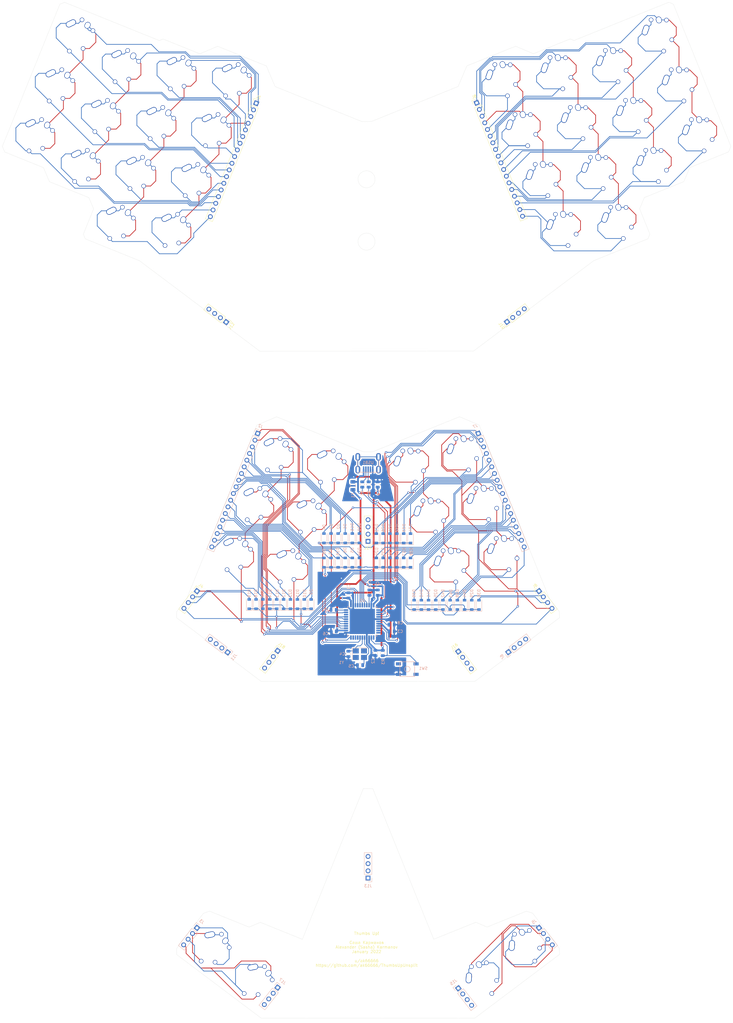
<source format=kicad_pcb>
(kicad_pcb (version 20171130) (host pcbnew "(5.1.4)-1")
  (layers (0 F.Cu signal) (31 B.Cu signal) (34 B.Paste user) (35 F.Paste user) (36 B.SilkS user) (37 F.SilkS user) (38 B.Mask user) (39 F.Mask user) (44 Edge.Cuts user))
  (net 0 "")
  (net 1 GND)
  (net 2 VCC)
  (net 3 +5V)
  (net 4 "Net-(C4-Pad1)")
  (net 5 "Net-(C5-Pad1)")
  (net 6 "Net-(C8-Pad1)")
  (net 7 "Net-(C10-Pad2)")
  (net 8 "Net-(D1-Pad2)")
  (net 9 ROW0)
  (net 10 "Net-(D2-Pad2)")
  (net 11 "Net-(D3-Pad2)")
  (net 12 "Net-(D4-Pad2)")
  (net 13 "Net-(D5-Pad2)")
  (net 14 ROW1)
  (net 15 "Net-(D6-Pad2)")
  (net 16 "Net-(D7-Pad2)")
  (net 17 "Net-(D8-Pad2)")
  (net 18 "Net-(D9-Pad2)")
  (net 19 ROW2)
  (net 20 "Net-(D10-Pad2)")
  (net 21 "Net-(D11-Pad2)")
  (net 22 "Net-(D12-Pad2)")
  (net 23 "Net-(D13-Pad2)")
  (net 24 ROW3)
  (net 25 "Net-(D14-Pad2)")
  (net 26 "Net-(D15-Pad2)")
  (net 27 "Net-(D16-Pad2)")
  (net 28 "Net-(D17-Pad2)")
  (net 29 "Net-(D18-Pad2)")
  (net 30 "Net-(D19-Pad2)")
  (net 31 "Net-(D20-Pad2)")
  (net 32 "Net-(D21-Pad2)")
  (net 33 "Net-(D22-Pad2)")
  (net 34 "Net-(D23-Pad2)")
  (net 35 "Net-(D24-Pad2)")
  (net 36 "Net-(D25-Pad2)")
  (net 37 "Net-(D26-Pad2)")
  (net 38 "Net-(D27-Pad2)")
  (net 39 "Net-(D28-Pad2)")
  (net 40 "Net-(D29-Pad2)")
  (net 41 "Net-(D30-Pad2)")
  (net 42 "Net-(D31-Pad2)")
  (net 43 "Net-(D32-Pad2)")
  (net 44 "Net-(D33-Pad2)")
  (net 45 "Net-(D34-Pad2)")
  (net 46 "Net-(D35-Pad2)")
  (net 47 "Net-(D36-Pad2)")
  (net 48 "Net-(D37-Pad2)")
  (net 49 "Net-(D38-Pad2)")
  (net 50 "Net-(D39-Pad2)")
  (net 51 "Net-(D40-Pad2)")
  (net 52 "Net-(D41-Pad2)")
  (net 53 "Net-(D42-Pad2)")
  (net 54 "Net-(D43-Pad2)")
  (net 55 "Net-(D44-Pad2)")
  (net 56 "Net-(J1-Pad18)")
  (net 57 "Net-(J1-Pad17)")
  (net 58 "Net-(J1-Pad16)")
  (net 59 "Net-(J1-Pad15)")
  (net 60 "Net-(J1-Pad14)")
  (net 61 "Net-(J1-Pad13)")
  (net 62 "Net-(J1-Pad12)")
  (net 63 "Net-(J1-Pad11)")
  (net 64 "Net-(J1-Pad10)")
  (net 65 "Net-(J1-Pad9)")
  (net 66 "Net-(J1-Pad8)")
  (net 67 "Net-(J1-Pad7)")
  (net 68 "Net-(J1-Pad6)")
  (net 69 "Net-(J1-Pad5)")
  (net 70 "Net-(J1-Pad4)")
  (net 71 "Net-(J1-Pad3)")
  (net 72 "Net-(J1-Pad2)")
  (net 73 "Net-(J1-Pad1)")
  (net 74 COL8)
  (net 75 COL9)
  (net 76 COLA)
  (net 77 COLB)
  (net 78 COL7)
  (net 79 COL6)
  (net 80 COL5)
  (net 81 COL4)
  (net 82 COL3)
  (net 83 COL2)
  (net 84 COL1)
  (net 85 COL0)
  (net 86 "Net-(J8-Pad18)")
  (net 87 "Net-(J8-Pad17)")
  (net 88 "Net-(J8-Pad16)")
  (net 89 "Net-(J8-Pad15)")
  (net 90 "Net-(J8-Pad14)")
  (net 91 "Net-(J8-Pad13)")
  (net 92 "Net-(J8-Pad12)")
  (net 93 "Net-(J8-Pad11)")
  (net 94 "Net-(J8-Pad10)")
  (net 95 "Net-(J8-Pad9)")
  (net 96 "Net-(J8-Pad8)")
  (net 97 "Net-(J8-Pad7)")
  (net 98 "Net-(J8-Pad6)")
  (net 99 "Net-(J8-Pad5)")
  (net 100 "Net-(J8-Pad4)")
  (net 101 "Net-(J8-Pad3)")
  (net 102 "Net-(J8-Pad2)")
  (net 103 "Net-(J8-Pad1)")
  (net 104 D-)
  (net 105 "Net-(R1-Pad1)")
  (net 106 D+)
  (net 107 "Net-(R2-Pad1)")
  (net 108 "Net-(R3-Pad2)")
  (net 109 "Net-(R4-Pad2)")
  (net 110 "Net-(U1-Pad31)")
  (net 111 "Net-(U1-Pad21)")
  (net 112 "Net-(U1-Pad20)")
  (net 113 "Net-(U1-Pad19)")
  (net 114 "Net-(U1-Pad12)")
  (net 115 "Net-(U1-Pad11)")
  (net 116 "Net-(U1-Pad10)")
  (net 117 "Net-(U1-Pad9)")
  (net 118 "Net-(U1-Pad1)")
  (net 119 "Net-(Y1-Pad4)")
  (net 120 "Net-(Y1-Pad2)")
  (net 121 "Net-(USB1-Pad6)")
  (net 122 "Net-(USB1-Pad2)")
  (net 123 "Net-(J9-Pad4)")
  (net 124 "Net-(J9-Pad3)")
  (net 125 "Net-(J9-Pad2)")
  (net 126 "Net-(J9-Pad1)")
  (net 127 "Net-(J10-Pad4)")
  (net 128 "Net-(J10-Pad3)")
  (net 129 "Net-(J10-Pad2)")
  (net 130 "Net-(J10-Pad1)")
  (net 131 "Net-(J11-Pad4)")
  (net 132 "Net-(J11-Pad3)")
  (net 133 "Net-(J11-Pad2)")
  (net 134 "Net-(J11-Pad1)")
  (net 135 "Net-(J12-Pad4)")
  (net 136 "Net-(J12-Pad3)")
  (net 137 "Net-(J12-Pad2)")
  (net 138 "Net-(J12-Pad1)")
  (net 139 "Net-(J13-Pad4)")
  (net 140 "Net-(J13-Pad3)")
  (net 141 "Net-(J13-Pad2)")
  (net 142 "Net-(J13-Pad1)")
  (net 143 "Net-(J14-Pad4)")
  (net 144 "Net-(J14-Pad3)")
  (net 145 "Net-(J14-Pad2)")
  (net 146 "Net-(J14-Pad1)")
  (net 147 "Net-(J15-Pad4)")
  (net 148 "Net-(J15-Pad3)")
  (net 149 "Net-(J15-Pad2)")
  (net 150 "Net-(J15-Pad1)")
  (net 151 "Net-(J16-Pad4)")
  (net 152 "Net-(J16-Pad3)")
  (net 153 "Net-(J16-Pad2)")
  (net 154 "Net-(J16-Pad1)")
  (net 155 "Net-(J17-Pad4)")
  (net 156 "Net-(J17-Pad3)")
  (net 157 "Net-(J17-Pad2)")
  (net 158 "Net-(J17-Pad1)")
  (net 159 "Net-(J18-Pad4)")
  (net 160 "Net-(J18-Pad3)")
  (net 161 "Net-(J18-Pad2)")
  (net 162 "Net-(J18-Pad1)")
  (net 163 "Net-(J3-Pad1)")
  (net 164 "Net-(J3-Pad2)")
  (net 165 "Net-(J3-Pad3)")
  (net 166 "Net-(J3-Pad4)")
  (net 167 "Net-(J5-Pad1)")
  (net 168 "Net-(J5-Pad2)")
  (net 169 "Net-(J5-Pad3)")
  (net 170 "Net-(J5-Pad4)")
  (module SwitchFootprints:MX-Alps-Choc-KS32-X-1U-NoLED (layer F.Cu) (at 59.910252 -143.028487 338)
    (fp_text reference MX20)
    (fp_text value MX-NoLED)
    (pad 1 thru_hole circle (at 4.15 3.35 338) (size 1.6 1.6) (drill 1.2) (layers *.Cu *.Mask) (net 79 COL6))
    (pad 2 thru_hole circle (at 0 6 338) (size 1.6 1.6) (drill 1.2) (layers *.Cu *.Mask) (net 32 "Net-(D21-Pad2)"))
    (pad "" np_thru_hole oval (at 0 3.429 158) (size 2.4 3) (drill oval 2.4 3) (layers *.Cu *.Mask))
    (pad "" np_thru_hole circle (at 0 0 68) (size 6.5 6.5) (drill 6.5) (layers *.Cu *.Mask))
    (pad 2 thru_hole oval (at -3.15 -3.275 26.1) (size 3.8 2.1) (drill oval 3.3 1.6) (layers *.Cu *.Mask) (net 32 "Net-(D21-Pad2)"))
    (pad 1 thru_hole oval (at 2.525 -4.85 64.1) (size 2.4 2) (drill oval 2 1.6) (layers *.Cu *.Mask) (net 79 COL6))
    (pad "" np_thru_hole oval (at 5.275 0 68) (size 1.75 2.175) (drill oval 1.75 2.175) (layers *.Cu *.Mask))
    (pad "" np_thru_hole oval (at -5.275 0 68) (size 1.75 2.175) (drill oval 1.75 2.175) (layers *.Cu *.Mask))
    (pad 1 thru_hole circle (at 5 -3.799999 338) (size 1.6 1.6) (drill 1.2) (layers *.Cu *.Mask) (net 79 COL6))
    (pad 2 thru_hole circle (at 0 -5.9 338) (size 1.6 1.6) (drill 1.2) (layers *.Cu *.Mask) (net 32 "Net-(D21-Pad2)"))
  )
  (module Connector_PinHeader_2.54mm:PinHeader_1x04_P2.54mm_Vertical (layer F.Cu) (at 21.193815 -116.608089 323)
    (fp_text reference J4 (at 0 -2.33 143) (layer F.SilkS))
    (fp_text value Conn_01x04_Male)
    (pad 4 thru_hole oval (at 0 7.62 323) (size 1.7 1.7) (drill 1) (layers *.Cu *.Mask) (net 79 COL6))
    (pad 3 thru_hole oval (at 0 5.08 323) (size 1.7 1.7) (drill 1) (layers *.Cu *.Mask) (net 30 "Net-(D19-Pad2)"))
    (pad 2 thru_hole oval (at 0 2.54 323) (size 1.7 1.7) (drill 1) (layers *.Cu *.Mask) (net 29 "Net-(D18-Pad2)"))
    (pad 1 thru_hole rect (at 0 0 323) (size 1.7 1.7) (drill 1) (layers *.Cu *.Mask) (net 78 COL7))
  )
  (module Connector_PinHeader_2.54mm:PinHeader_1x04_P2.54mm_Vertical (layer F.Cu) (at 141.822185 -116.608089 37)
    (fp_text reference J6 (at 0 -2.33 37) (layer F.SilkS))
    (fp_text value Conn_01x04_Male)
    (pad 4 thru_hole oval (at 0 7.62 37) (size 1.7 1.7) (drill 1) (layers *.Cu *.Mask) (net 81 COL4))
    (pad 3 thru_hole oval (at 0 5.08 37) (size 1.7 1.7) (drill 1) (layers *.Cu *.Mask) (net 41 "Net-(D30-Pad2)"))
    (pad 2 thru_hole oval (at 0 2.54 37) (size 1.7 1.7) (drill 1) (layers *.Cu *.Mask) (net 40 "Net-(D29-Pad2)"))
    (pad 1 thru_hole rect (at 0 0 37) (size 1.7 1.7) (drill 1) (layers *.Cu *.Mask) (net 80 COL5))
  )
  (module Connector_PinHeader_2.54mm:PinHeader_1x04_P2.54mm_Vertical (layer F.Cu) (at 49.641815 -95.526089 323)
    (fp_text reference J18 (at 0 -2.33 143) (layer F.SilkS))
    (fp_text value Raiser_Male)
    (pad 4 thru_hole oval (at 0 7.62 323) (size 1.7 1.7) (drill 1) (layers *.Cu *.Mask) (net 159 "Net-(J18-Pad4)"))
    (pad 3 thru_hole oval (at 0 5.08 323) (size 1.7 1.7) (drill 1) (layers *.Cu *.Mask) (net 160 "Net-(J18-Pad3)"))
    (pad 2 thru_hole oval (at 0 2.54 323) (size 1.7 1.7) (drill 1) (layers *.Cu *.Mask) (net 161 "Net-(J18-Pad2)"))
    (pad 1 thru_hole rect (at 0 0 323) (size 1.7 1.7) (drill 1) (layers *.Cu *.Mask) (net 162 "Net-(J18-Pad1)"))
  )
  (module Connector_PinSocket_2.54mm:PinSocket_1x04_P2.54mm_Vertical (layer B.Cu) (at 49.641815 23.345911 142)
    (fp_text reference J17 (at 0 2.77 142) (layer B.SilkS) (effects (justify mirror)))
    (fp_text value Raiser_Female)
    (pad 4 thru_hole oval (at 0 -7.62 142) (size 1.7 1.7) (drill 1) (layers *.Cu *.Mask) (net 155 "Net-(J17-Pad4)"))
    (pad 3 thru_hole oval (at 0 -5.08 142) (size 1.7 1.7) (drill 1) (layers *.Cu *.Mask) (net 156 "Net-(J17-Pad3)"))
    (pad 2 thru_hole oval (at 0 -2.54 142) (size 1.7 1.7) (drill 1) (layers *.Cu *.Mask) (net 157 "Net-(J17-Pad2)"))
    (pad 1 thru_hole rect (at 0 0 142) (size 1.7 1.7) (drill 1) (layers *.Cu *.Mask) (net 158 "Net-(J17-Pad1)"))
  )
  (module Connector_PinHeader_2.54mm:PinHeader_1x04_P2.54mm_Vertical (layer F.Cu) (at 113.374185 -95.272089 37)
    (fp_text reference J16 (at 0 -2.33 37) (layer F.SilkS))
    (fp_text value Raiser_Male)
    (pad 4 thru_hole oval (at 0 7.62 37) (size 1.7 1.7) (drill 1) (layers *.Cu *.Mask) (net 151 "Net-(J16-Pad4)"))
    (pad 3 thru_hole oval (at 0 5.08 37) (size 1.7 1.7) (drill 1) (layers *.Cu *.Mask) (net 152 "Net-(J16-Pad3)"))
    (pad 2 thru_hole oval (at 0 2.54 37) (size 1.7 1.7) (drill 1) (layers *.Cu *.Mask) (net 153 "Net-(J16-Pad2)"))
    (pad 1 thru_hole rect (at 0 0 37) (size 1.7 1.7) (drill 1) (layers *.Cu *.Mask) (net 154 "Net-(J16-Pad1)"))
  )
  (module Connector_PinSocket_2.54mm:PinSocket_1x04_P2.54mm_Vertical (layer B.Cu) (at 113.374185 23.599911 218)
    (fp_text reference J15 (at 0 2.77 38) (layer B.SilkS) (effects (justify mirror)))
    (fp_text value Raiser_Female)
    (pad 4 thru_hole oval (at 0 -7.62 218) (size 1.7 1.7) (drill 1) (layers *.Cu *.Mask) (net 147 "Net-(J15-Pad4)"))
    (pad 3 thru_hole oval (at 0 -5.08 218) (size 1.7 1.7) (drill 1) (layers *.Cu *.Mask) (net 148 "Net-(J15-Pad3)"))
    (pad 2 thru_hole oval (at 0 -2.54 218) (size 1.7 1.7) (drill 1) (layers *.Cu *.Mask) (net 149 "Net-(J15-Pad2)"))
    (pad 1 thru_hole rect (at 0 0 218) (size 1.7 1.7) (drill 1) (layers *.Cu *.Mask) (net 150 "Net-(J15-Pad1)"))
  )
  (module Connector_PinHeader_2.54mm:PinHeader_1x04_P2.54mm_Vertical (layer F.Cu) (at 81.534 -134.192 180)
    (fp_text reference J14 (at 0 -2.33) (layer F.SilkS))
    (fp_text value Raiser_Male)
    (pad 4 thru_hole oval (at 0 7.62 180) (size 1.7 1.7) (drill 1) (layers *.Cu *.Mask) (net 143 "Net-(J14-Pad4)"))
    (pad 3 thru_hole oval (at 0 5.08 180) (size 1.7 1.7) (drill 1) (layers *.Cu *.Mask) (net 144 "Net-(J14-Pad3)"))
    (pad 2 thru_hole oval (at 0 2.54 180) (size 1.7 1.7) (drill 1) (layers *.Cu *.Mask) (net 145 "Net-(J14-Pad2)"))
    (pad 1 thru_hole rect (at 0 0 180) (size 1.7 1.7) (drill 1) (layers *.Cu *.Mask) (net 146 "Net-(J14-Pad1)"))
  )
  (module Connector_PinSocket_2.54mm:PinSocket_1x04_P2.54mm_Vertical (layer B.Cu) (at 81.534 -15.32)
    (fp_text reference J13 (at 0 2.77) (layer B.SilkS) (effects (justify mirror)))
    (fp_text value Raiser_Female)
    (pad 4 thru_hole oval (at 0 -7.62) (size 1.7 1.7) (drill 1) (layers *.Cu *.Mask) (net 139 "Net-(J13-Pad4)"))
    (pad 3 thru_hole oval (at 0 -5.08) (size 1.7 1.7) (drill 1) (layers *.Cu *.Mask) (net 140 "Net-(J13-Pad3)"))
    (pad 2 thru_hole oval (at 0 -2.54) (size 1.7 1.7) (drill 1) (layers *.Cu *.Mask) (net 141 "Net-(J13-Pad2)"))
    (pad 1 thru_hole rect (at 0 0) (size 1.7 1.7) (drill 1) (layers *.Cu *.Mask) (net 142 "Net-(J13-Pad1)"))
  )
  (module Connector_PinHeader_2.54mm:PinHeader_1x04_P2.54mm_Vertical (layer F.Cu) (at 31.496 -211.582 233)
    (fp_text reference J12 (at 0 -2.33 53) (layer F.SilkS))
    (fp_text value Raiser_Male)
    (pad 4 thru_hole oval (at 0 7.62 233) (size 1.7 1.7) (drill 1) (layers *.Cu *.Mask) (net 135 "Net-(J12-Pad4)"))
    (pad 3 thru_hole oval (at 0 5.08 233) (size 1.7 1.7) (drill 1) (layers *.Cu *.Mask) (net 136 "Net-(J12-Pad3)"))
    (pad 2 thru_hole oval (at 0 2.54 233) (size 1.7 1.7) (drill 1) (layers *.Cu *.Mask) (net 137 "Net-(J12-Pad2)"))
    (pad 1 thru_hole rect (at 0 0 233) (size 1.7 1.7) (drill 1) (layers *.Cu *.Mask) (net 138 "Net-(J12-Pad1)"))
  )
  (module Connector_PinSocket_2.54mm:PinSocket_1x04_P2.54mm_Vertical (layer B.Cu) (at 32.004 -94.996 53)
    (fp_text reference J11 (at 0 2.77 53) (layer B.SilkS) (effects (justify mirror)))
    (fp_text value Raiser_Female)
    (pad 4 thru_hole oval (at 0 -7.62 53) (size 1.7 1.7) (drill 1) (layers *.Cu *.Mask) (net 131 "Net-(J11-Pad4)"))
    (pad 3 thru_hole oval (at 0 -5.08 53) (size 1.7 1.7) (drill 1) (layers *.Cu *.Mask) (net 132 "Net-(J11-Pad3)"))
    (pad 2 thru_hole oval (at 0 -2.54 53) (size 1.7 1.7) (drill 1) (layers *.Cu *.Mask) (net 133 "Net-(J11-Pad2)"))
    (pad 1 thru_hole rect (at 0 0 53) (size 1.7 1.7) (drill 1) (layers *.Cu *.Mask) (net 134 "Net-(J11-Pad1)"))
  )
  (module Connector_PinHeader_2.54mm:PinHeader_1x04_P2.54mm_Vertical (layer F.Cu) (at 130.533911 -211.672185 127)
    (fp_text reference J10 (at 0 -2.33 127) (layer F.SilkS))
    (fp_text value Raiser_Male)
    (pad 4 thru_hole oval (at 0 7.62 127) (size 1.7 1.7) (drill 1) (layers *.Cu *.Mask) (net 127 "Net-(J10-Pad4)"))
    (pad 3 thru_hole oval (at 0 5.08 127) (size 1.7 1.7) (drill 1) (layers *.Cu *.Mask) (net 128 "Net-(J10-Pad3)"))
    (pad 2 thru_hole oval (at 0 2.54 127) (size 1.7 1.7) (drill 1) (layers *.Cu *.Mask) (net 129 "Net-(J10-Pad2)"))
    (pad 1 thru_hole rect (at 0 0 127) (size 1.7 1.7) (drill 1) (layers *.Cu *.Mask) (net 130 "Net-(J10-Pad1)"))
  )
  (module Connector_PinSocket_2.54mm:PinSocket_1x04_P2.54mm_Vertical (layer B.Cu) (at 131.041911 -95.086185 307)
    (fp_text reference J9 (at 0 2.77 127) (layer B.SilkS) (effects (justify mirror)))
    (fp_text value Raiser_Female)
    (pad 4 thru_hole oval (at 0 -7.62 307) (size 1.7 1.7) (drill 1) (layers *.Cu *.Mask) (net 123 "Net-(J9-Pad4)"))
    (pad 3 thru_hole oval (at 0 -5.08 307) (size 1.7 1.7) (drill 1) (layers *.Cu *.Mask) (net 124 "Net-(J9-Pad3)"))
    (pad 2 thru_hole oval (at 0 -2.54 307) (size 1.7 1.7) (drill 1) (layers *.Cu *.Mask) (net 125 "Net-(J9-Pad2)"))
    (pad 1 thru_hole rect (at 0 0 307) (size 1.7 1.7) (drill 1) (layers *.Cu *.Mask) (net 126 "Net-(J9-Pad1)"))
  )
  (module SwitchFootprints:MX-Alps-Choc-KS32-X-1U-NoLED (layer F.Cu) (at 110.223273 -125.411994 22)
    (fp_text reference MX25)
    (fp_text value MX-NoLED)
    (pad 1 thru_hole circle (at 4.15 3.35 22) (size 1.6 1.6) (drill 1.2) (layers *.Cu *.Mask) (net 80 COL5))
    (pad 2 thru_hole circle (at 0 6 22) (size 1.6 1.6) (drill 1.2) (layers *.Cu *.Mask) (net 36 "Net-(D25-Pad2)"))
    (pad "" np_thru_hole oval (at 0 3.429 202) (size 2.4 3) (drill oval 2.4 3) (layers *.Cu *.Mask))
    (pad "" np_thru_hole circle (at 0 0 112) (size 6.5 6.5) (drill 6.5) (layers *.Cu *.Mask))
    (pad 2 thru_hole oval (at -3.15 -3.275 70.1) (size 3.8 2.1) (drill oval 3.3 1.6) (layers *.Cu *.Mask) (net 36 "Net-(D25-Pad2)"))
    (pad 1 thru_hole oval (at 2.525 -4.85 108.1) (size 2.4 2) (drill oval 2 1.6) (layers *.Cu *.Mask) (net 80 COL5))
    (pad "" np_thru_hole oval (at 5.275 0 112) (size 1.75 2.175) (drill oval 1.75 2.175) (layers *.Cu *.Mask))
    (pad "" np_thru_hole oval (at -5.275 0 112) (size 1.75 2.175) (drill oval 1.75 2.175) (layers *.Cu *.Mask))
    (pad 1 thru_hole circle (at 5 -3.799999 22) (size 1.6 1.6) (drill 1.2) (layers *.Cu *.Mask) (net 80 COL5))
    (pad 2 thru_hole circle (at 0 -5.9 22) (size 1.6 1.6) (drill 1.2) (layers *.Cu *.Mask) (net 36 "Net-(D25-Pad2)"))
  )
  (module SwitchFootprints:MX-Alps-Choc-KS32-X-1U-NoLED (layer F.Cu) (at 26.283066 9.217965 323)
    (fp_text reference MX18)
    (fp_text value MX-NoLED)
    (pad 1 thru_hole circle (at 4.15 3.35 323) (size 1.6 1.6) (drill 1.2) (layers *.Cu *.Mask) (net 163 "Net-(J3-Pad1)"))
    (pad 2 thru_hole circle (at 0 6 323) (size 1.6 1.6) (drill 1.2) (layers *.Cu *.Mask) (net 164 "Net-(J3-Pad2)"))
    (pad "" np_thru_hole oval (at 0 3.429 143) (size 2.4 3) (drill oval 2.4 3) (layers *.Cu *.Mask))
    (pad "" np_thru_hole circle (at 0 0 53) (size 6.5 6.5) (drill 6.5) (layers *.Cu *.Mask))
    (pad 2 thru_hole oval (at -3.15 -3.275 11.1) (size 3.8 2.1) (drill oval 3.3 1.6) (layers *.Cu *.Mask) (net 164 "Net-(J3-Pad2)"))
    (pad 1 thru_hole oval (at 2.525 -4.85 49.1) (size 2.4 2) (drill oval 2 1.6) (layers *.Cu *.Mask) (net 163 "Net-(J3-Pad1)"))
    (pad "" np_thru_hole oval (at 5.275 0 53) (size 1.75 2.175) (drill oval 1.75 2.175) (layers *.Cu *.Mask))
    (pad "" np_thru_hole oval (at -5.275 0 53) (size 1.75 2.175) (drill oval 1.75 2.175) (layers *.Cu *.Mask))
    (pad 1 thru_hole circle (at 5 -3.799999 323) (size 1.6 1.6) (drill 1.2) (layers *.Cu *.Mask) (net 163 "Net-(J3-Pad1)"))
    (pad 2 thru_hole circle (at 0 -5.9 323) (size 1.6 1.6) (drill 1.2) (layers *.Cu *.Mask) (net 164 "Net-(J3-Pad2)"))
  )
  (module SwitchFootprints:MX-Alps-Choc-KS32-X-1U-NoLED (layer F.Cu) (at 41.45714 20.65245 323)
    (fp_text reference MX22)
    (fp_text value MX-NoLED)
    (pad 1 thru_hole circle (at 4.15 3.35 323) (size 1.6 1.6) (drill 1.2) (layers *.Cu *.Mask) (net 166 "Net-(J3-Pad4)"))
    (pad 2 thru_hole circle (at 0 6 323) (size 1.6 1.6) (drill 1.2) (layers *.Cu *.Mask) (net 165 "Net-(J3-Pad3)"))
    (pad "" np_thru_hole oval (at 0 3.429 143) (size 2.4 3) (drill oval 2.4 3) (layers *.Cu *.Mask))
    (pad "" np_thru_hole circle (at 0 0 53) (size 6.5 6.5) (drill 6.5) (layers *.Cu *.Mask))
    (pad 2 thru_hole oval (at -3.15 -3.275 11.1) (size 3.8 2.1) (drill oval 3.3 1.6) (layers *.Cu *.Mask) (net 165 "Net-(J3-Pad3)"))
    (pad 1 thru_hole oval (at 2.525 -4.85 49.1) (size 2.4 2) (drill oval 2 1.6) (layers *.Cu *.Mask) (net 166 "Net-(J3-Pad4)"))
    (pad "" np_thru_hole oval (at 5.275 0 53) (size 1.75 2.175) (drill oval 1.75 2.175) (layers *.Cu *.Mask))
    (pad "" np_thru_hole oval (at -5.275 0 53) (size 1.75 2.175) (drill oval 1.75 2.175) (layers *.Cu *.Mask))
    (pad 1 thru_hole circle (at 5 -3.799999 323) (size 1.6 1.6) (drill 1.2) (layers *.Cu *.Mask) (net 166 "Net-(J3-Pad4)"))
    (pad 2 thru_hole circle (at 0 -5.9 323) (size 1.6 1.6) (drill 1.2) (layers *.Cu *.Mask) (net 165 "Net-(J3-Pad3)"))
  )
  (module SwitchFootprints:MX-Alps-Choc-KS32-X-1U-NoLED (layer F.Cu) (at 121.55886 20.65245 37)
    (fp_text reference MX26)
    (fp_text value MX-NoLED)
    (pad 1 thru_hole circle (at 4.15 3.35 37) (size 1.6 1.6) (drill 1.2) (layers *.Cu *.Mask) (net 167 "Net-(J5-Pad1)"))
    (pad 2 thru_hole circle (at 0 6 37) (size 1.6 1.6) (drill 1.2) (layers *.Cu *.Mask) (net 168 "Net-(J5-Pad2)"))
    (pad "" np_thru_hole oval (at 0 3.429 217) (size 2.4 3) (drill oval 2.4 3) (layers *.Cu *.Mask))
    (pad "" np_thru_hole circle (at 0 0 127) (size 6.5 6.5) (drill 6.5) (layers *.Cu *.Mask))
    (pad 2 thru_hole oval (at -3.15 -3.275 85.1) (size 3.8 2.1) (drill oval 3.3 1.6) (layers *.Cu *.Mask) (net 168 "Net-(J5-Pad2)"))
    (pad 1 thru_hole oval (at 2.525 -4.85 123.1) (size 2.4 2) (drill oval 2 1.6) (layers *.Cu *.Mask) (net 167 "Net-(J5-Pad1)"))
    (pad "" np_thru_hole oval (at 5.275 0 127) (size 1.75 2.175) (drill oval 1.75 2.175) (layers *.Cu *.Mask))
    (pad "" np_thru_hole oval (at -5.275 0 127) (size 1.75 2.175) (drill oval 1.75 2.175) (layers *.Cu *.Mask))
    (pad 1 thru_hole circle (at 5 -3.799999 37) (size 1.6 1.6) (drill 1.2) (layers *.Cu *.Mask) (net 167 "Net-(J5-Pad1)"))
    (pad 2 thru_hole circle (at 0 -5.9 37) (size 1.6 1.6) (drill 1.2) (layers *.Cu *.Mask) (net 168 "Net-(J5-Pad2)"))
  )
  (module SwitchFootprints:MX-Alps-Choc-KS32-X-1U-NoLED (layer F.Cu) (at 136.732934 9.217965 37)
    (fp_text reference MX30)
    (fp_text value MX-NoLED)
    (pad 1 thru_hole circle (at 4.15 3.35 37) (size 1.6 1.6) (drill 1.2) (layers *.Cu *.Mask) (net 170 "Net-(J5-Pad4)"))
    (pad 2 thru_hole circle (at 0 6 37) (size 1.6 1.6) (drill 1.2) (layers *.Cu *.Mask) (net 169 "Net-(J5-Pad3)"))
    (pad "" np_thru_hole oval (at 0 3.429 217) (size 2.4 3) (drill oval 2.4 3) (layers *.Cu *.Mask))
    (pad "" np_thru_hole circle (at 0 0 127) (size 6.5 6.5) (drill 6.5) (layers *.Cu *.Mask))
    (pad 2 thru_hole oval (at -3.15 -3.275 85.1) (size 3.8 2.1) (drill oval 3.3 1.6) (layers *.Cu *.Mask) (net 169 "Net-(J5-Pad3)"))
    (pad 1 thru_hole oval (at 2.525 -4.85 123.1) (size 2.4 2) (drill oval 2 1.6) (layers *.Cu *.Mask) (net 170 "Net-(J5-Pad4)"))
    (pad "" np_thru_hole oval (at 5.275 0 127) (size 1.75 2.175) (drill oval 1.75 2.175) (layers *.Cu *.Mask))
    (pad "" np_thru_hole oval (at -5.275 0 127) (size 1.75 2.175) (drill oval 1.75 2.175) (layers *.Cu *.Mask))
    (pad 1 thru_hole circle (at 5 -3.799999 37) (size 1.6 1.6) (drill 1.2) (layers *.Cu *.Mask) (net 170 "Net-(J5-Pad4)"))
    (pad 2 thru_hole circle (at 0 -5.9 37) (size 1.6 1.6) (drill 1.2) (layers *.Cu *.Mask) (net 169 "Net-(J5-Pad3)"))
  )
  (module Connector_PinSocket_2.54mm:PinSocket_1x04_P2.54mm_Vertical (layer B.Cu) (at 141.822185 2.263911 218)
    (fp_text reference J5 (at -0.000001 2.77 218) (layer B.SilkS) (effects (justify mirror)))
    (fp_text value Conn_01x04_Female)
    (pad 1 thru_hole rect (at 0 0 218) (size 1.7 1.7) (drill 1) (layers *.Cu *.Mask) (net 167 "Net-(J5-Pad1)"))
    (pad 2 thru_hole oval (at 0 -2.54 218) (size 1.7 1.7) (drill 1) (layers *.Cu *.Mask) (net 168 "Net-(J5-Pad2)"))
    (pad 3 thru_hole oval (at 0 -5.08 218) (size 1.7 1.7) (drill 1) (layers *.Cu *.Mask) (net 169 "Net-(J5-Pad3)"))
    (pad 4 thru_hole oval (at 0 -7.62 218) (size 1.7 1.7) (drill 1) (layers *.Cu *.Mask) (net 170 "Net-(J5-Pad4)"))
  )
  (module Connector_PinSocket_2.54mm:PinSocket_1x18_P2.54mm_Vertical (layer B.Cu) (at 120.415324 -172.261397 202)
    (fp_text reference J7 (at 0 2.77 202) (layer B.SilkS) (effects (justify mirror)))
    (fp_text value Conn_01x18_Female)
    (pad 1 thru_hole rect (at 0 0 202) (size 1.7 1.7) (drill 1) (layers *.Cu *.Mask) (net 85 COL0))
    (pad 2 thru_hole oval (at 0 -2.54 202) (size 1.7 1.7) (drill 1) (layers *.Cu *.Mask) (net 84 COL1))
    (pad 3 thru_hole oval (at 0 -5.08 202) (size 1.7 1.7) (drill 1) (layers *.Cu *.Mask) (net 83 COL2))
    (pad 4 thru_hole oval (at 0 -7.62 202) (size 1.7 1.7) (drill 1) (layers *.Cu *.Mask) (net 82 COL3))
    (pad 5 thru_hole oval (at 0 -10.16 202) (size 1.7 1.7) (drill 1) (layers *.Cu *.Mask) (net 42 "Net-(D31-Pad2)"))
    (pad 6 thru_hole oval (at 0 -12.7 202) (size 1.7 1.7) (drill 1) (layers *.Cu *.Mask) (net 43 "Net-(D32-Pad2)"))
    (pad 7 thru_hole oval (at 0 -15.24 202) (size 1.7 1.7) (drill 1) (layers *.Cu *.Mask) (net 44 "Net-(D33-Pad2)"))
    (pad 8 thru_hole oval (at 0 -17.78 202) (size 1.7 1.7) (drill 1) (layers *.Cu *.Mask) (net 45 "Net-(D34-Pad2)"))
    (pad 9 thru_hole oval (at 0 -20.32 202) (size 1.7 1.7) (drill 1) (layers *.Cu *.Mask) (net 46 "Net-(D35-Pad2)"))
    (pad 10 thru_hole oval (at 0 -22.86 202) (size 1.7 1.7) (drill 1) (layers *.Cu *.Mask) (net 47 "Net-(D36-Pad2)"))
    (pad 11 thru_hole oval (at 0 -25.4 202) (size 1.7 1.7) (drill 1) (layers *.Cu *.Mask) (net 48 "Net-(D37-Pad2)"))
    (pad 12 thru_hole oval (at 0 -27.94 202) (size 1.7 1.7) (drill 1) (layers *.Cu *.Mask) (net 49 "Net-(D38-Pad2)"))
    (pad 13 thru_hole oval (at 0 -30.48 202) (size 1.7 1.7) (drill 1) (layers *.Cu *.Mask) (net 50 "Net-(D39-Pad2)"))
    (pad 14 thru_hole oval (at 0 -33.02 202) (size 1.7 1.7) (drill 1) (layers *.Cu *.Mask) (net 51 "Net-(D40-Pad2)"))
    (pad 15 thru_hole oval (at 0 -35.56 202) (size 1.7 1.7) (drill 1) (layers *.Cu *.Mask) (net 52 "Net-(D41-Pad2)"))
    (pad 16 thru_hole oval (at 0 -38.1 202) (size 1.7 1.7) (drill 1) (layers *.Cu *.Mask) (net 53 "Net-(D42-Pad2)"))
    (pad 17 thru_hole oval (at 0 -40.64 202) (size 1.7 1.7) (drill 1) (layers *.Cu *.Mask) (net 54 "Net-(D43-Pad2)"))
    (pad 18 thru_hole oval (at 0 -43.18 202) (size 1.7 1.7) (drill 1) (layers *.Cu *.Mask) (net 55 "Net-(D44-Pad2)"))
  )
  (module Connector_PinSocket_2.54mm:PinSocket_1x18_P2.54mm_Vertical (layer B.Cu) (at 42.600676 -172.261397 158)
    (fp_text reference J2 (at 0 2.77 338) (layer B.SilkS) (effects (justify mirror)))
    (fp_text value Conn_01x18_Female)
    (pad 1 thru_hole rect (at 0 0 158) (size 1.7 1.7) (drill 1) (layers *.Cu *.Mask) (net 77 COLB))
    (pad 2 thru_hole oval (at 0 -2.54 158) (size 1.7 1.7) (drill 1) (layers *.Cu *.Mask) (net 76 COLA))
    (pad 3 thru_hole oval (at 0 -5.08 158) (size 1.7 1.7) (drill 1) (layers *.Cu *.Mask) (net 75 COL9))
    (pad 4 thru_hole oval (at 0 -7.62 158) (size 1.7 1.7) (drill 1) (layers *.Cu *.Mask) (net 74 COL8))
    (pad 5 thru_hole oval (at 0 -10.16 158) (size 1.7 1.7) (drill 1) (layers *.Cu *.Mask) (net 8 "Net-(D1-Pad2)"))
    (pad 6 thru_hole oval (at 0 -12.7 158) (size 1.7 1.7) (drill 1) (layers *.Cu *.Mask) (net 10 "Net-(D2-Pad2)"))
    (pad 7 thru_hole oval (at 0 -15.24 158) (size 1.7 1.7) (drill 1) (layers *.Cu *.Mask) (net 11 "Net-(D3-Pad2)"))
    (pad 8 thru_hole oval (at 0 -17.78 158) (size 1.7 1.7) (drill 1) (layers *.Cu *.Mask) (net 12 "Net-(D4-Pad2)"))
    (pad 9 thru_hole oval (at 0 -20.32 158) (size 1.7 1.7) (drill 1) (layers *.Cu *.Mask) (net 13 "Net-(D5-Pad2)"))
    (pad 10 thru_hole oval (at 0 -22.86 158) (size 1.7 1.7) (drill 1) (layers *.Cu *.Mask) (net 15 "Net-(D6-Pad2)"))
    (pad 11 thru_hole oval (at 0 -25.4 158) (size 1.7 1.7) (drill 1) (layers *.Cu *.Mask) (net 16 "Net-(D7-Pad2)"))
    (pad 12 thru_hole oval (at 0 -27.94 158) (size 1.7 1.7) (drill 1) (layers *.Cu *.Mask) (net 17 "Net-(D8-Pad2)"))
    (pad 13 thru_hole oval (at 0 -30.48 158) (size 1.7 1.7) (drill 1) (layers *.Cu *.Mask) (net 18 "Net-(D9-Pad2)"))
    (pad 14 thru_hole oval (at 0 -33.02 158) (size 1.7 1.7) (drill 1) (layers *.Cu *.Mask) (net 20 "Net-(D10-Pad2)"))
    (pad 15 thru_hole oval (at 0 -35.56 158) (size 1.7 1.7) (drill 1) (layers *.Cu *.Mask) (net 21 "Net-(D11-Pad2)"))
    (pad 16 thru_hole oval (at 0 -38.1 158) (size 1.7 1.7) (drill 1) (layers *.Cu *.Mask) (net 22 "Net-(D12-Pad2)"))
    (pad 17 thru_hole oval (at 0 -40.64 158) (size 1.7 1.7) (drill 1) (layers *.Cu *.Mask) (net 23 "Net-(D13-Pad2)"))
    (pad 18 thru_hole oval (at 0 -43.18 158) (size 1.7 1.7) (drill 1) (layers *.Cu *.Mask) (net 25 "Net-(D14-Pad2)"))
  )
  (module Connector_PinSocket_2.54mm:PinSocket_1x04_P2.54mm_Vertical (layer B.Cu) (at 21.193815 2.263911 142)
    (fp_text reference J3 (at 0.000001 2.77 322) (layer B.SilkS) (effects (justify mirror)))
    (fp_text value Conn_01x04_Female)
    (pad 1 thru_hole rect (at 0 0 142) (size 1.7 1.7) (drill 1) (layers *.Cu *.Mask) (net 163 "Net-(J3-Pad1)"))
    (pad 2 thru_hole oval (at 0 -2.54 142) (size 1.7 1.7) (drill 1) (layers *.Cu *.Mask) (net 164 "Net-(J3-Pad2)"))
    (pad 3 thru_hole oval (at 0 -5.08 142) (size 1.7 1.7) (drill 1) (layers *.Cu *.Mask) (net 165 "Net-(J3-Pad3)"))
    (pad 4 thru_hole oval (at 0 -7.62 142) (size 1.7 1.7) (drill 1) (layers *.Cu *.Mask) (net 166 "Net-(J3-Pad4)"))
  )
  (module SwitchFootprints:MX-Alps-Choc-KS32-X-1U-NoLED (layer F.Cu) (at 48.287465 -164.980954 338)
    (fp_text reference MX15)
    (fp_text value MX-NoLED)
    (pad 1 thru_hole circle (at 4.15 3.35 338) (size 1.6 1.6) (drill 1.2) (layers *.Cu *.Mask) (net 78 COL7))
    (pad 2 thru_hole circle (at 0 6 338) (size 1.6 1.6) (drill 1.2) (layers *.Cu *.Mask) (net 26 "Net-(D15-Pad2)"))
    (pad "" np_thru_hole oval (at 0 3.429 158) (size 2.4 3) (drill oval 2.4 3) (layers *.Cu *.Mask))
    (pad "" np_thru_hole circle (at 0 0 68) (size 6.5 6.5) (drill 6.5) (layers *.Cu *.Mask))
    (pad 2 thru_hole oval (at -3.15 -3.275 26.1) (size 3.8 2.1) (drill oval 3.3 1.6) (layers *.Cu *.Mask) (net 26 "Net-(D15-Pad2)"))
    (pad 1 thru_hole oval (at 2.525 -4.85 64.1) (size 2.4 2) (drill oval 2 1.6) (layers *.Cu *.Mask) (net 78 COL7))
    (pad "" np_thru_hole oval (at 5.275 0 68) (size 1.75 2.175) (drill oval 1.75 2.175) (layers *.Cu *.Mask))
    (pad "" np_thru_hole oval (at -5.275 0 68) (size 1.75 2.175) (drill oval 1.75 2.175) (layers *.Cu *.Mask))
    (pad 1 thru_hole circle (at 5 -3.799999 338) (size 1.6 1.6) (drill 1.2) (layers *.Cu *.Mask) (net 78 COL7))
    (pad 2 thru_hole circle (at 0 -5.9 338) (size 1.6 1.6) (drill 1.2) (layers *.Cu *.Mask) (net 26 "Net-(D15-Pad2)"))
  )
  (module SwitchFootprints:MX-Alps-Choc-KS32-X-1U-NoLED (layer F.Cu) (at 67.027778 -160.644981 338)
    (fp_text reference MX19)
    (fp_text value MX-NoLED)
    (pad 1 thru_hole circle (at 4.15 3.35 338) (size 1.6 1.6) (drill 1.2) (layers *.Cu *.Mask) (net 79 COL6))
    (pad 2 thru_hole circle (at 0 6 338) (size 1.6 1.6) (drill 1.2) (layers *.Cu *.Mask) (net 31 "Net-(D20-Pad2)"))
    (pad "" np_thru_hole oval (at 0 3.429 158) (size 2.4 3) (drill oval 2.4 3) (layers *.Cu *.Mask))
    (pad "" np_thru_hole circle (at 0 0 68) (size 6.5 6.5) (drill 6.5) (layers *.Cu *.Mask))
    (pad 2 thru_hole oval (at -3.15 -3.275 26.1) (size 3.8 2.1) (drill oval 3.3 1.6) (layers *.Cu *.Mask) (net 31 "Net-(D20-Pad2)"))
    (pad 1 thru_hole oval (at 2.525 -4.85 64.1) (size 2.4 2) (drill oval 2 1.6) (layers *.Cu *.Mask) (net 79 COL6))
    (pad "" np_thru_hole oval (at 5.275 0 68) (size 1.75 2.175) (drill oval 1.75 2.175) (layers *.Cu *.Mask))
    (pad "" np_thru_hole oval (at -5.275 0 68) (size 1.75 2.175) (drill oval 1.75 2.175) (layers *.Cu *.Mask))
    (pad 1 thru_hole circle (at 5 -3.799999 338) (size 1.6 1.6) (drill 1.2) (layers *.Cu *.Mask) (net 79 COL6))
    (pad 2 thru_hole circle (at 0 -5.9 338) (size 1.6 1.6) (drill 1.2) (layers *.Cu *.Mask) (net 31 "Net-(D20-Pad2)"))
  )
  (module SwitchFootprints:MX-Alps-Choc-KS32-X-1U-NoLED (layer F.Cu) (at 34.052414 -129.747968 338)
    (fp_text reference MX17)
    (fp_text value MX-NoLED)
    (pad 1 thru_hole circle (at 4.15 3.35 338) (size 1.6 1.6) (drill 1.2) (layers *.Cu *.Mask) (net 78 COL7))
    (pad 2 thru_hole circle (at 0 6 338) (size 1.6 1.6) (drill 1.2) (layers *.Cu *.Mask) (net 28 "Net-(D17-Pad2)"))
    (pad "" np_thru_hole oval (at 0 3.429 158) (size 2.4 3) (drill oval 2.4 3) (layers *.Cu *.Mask))
    (pad "" np_thru_hole circle (at 0 0 68) (size 6.5 6.5) (drill 6.5) (layers *.Cu *.Mask))
    (pad 2 thru_hole oval (at -3.15 -3.275 26.1) (size 3.8 2.1) (drill oval 3.3 1.6) (layers *.Cu *.Mask) (net 28 "Net-(D17-Pad2)"))
    (pad 1 thru_hole oval (at 2.525 -4.85 64.1) (size 2.4 2) (drill oval 2 1.6) (layers *.Cu *.Mask) (net 78 COL7))
    (pad "" np_thru_hole oval (at 5.275 0 68) (size 1.75 2.175) (drill oval 1.75 2.175) (layers *.Cu *.Mask))
    (pad "" np_thru_hole oval (at -5.275 0 68) (size 1.75 2.175) (drill oval 1.75 2.175) (layers *.Cu *.Mask))
    (pad 1 thru_hole circle (at 5 -3.799999 338) (size 1.6 1.6) (drill 1.2) (layers *.Cu *.Mask) (net 78 COL7))
    (pad 2 thru_hole circle (at 0 -5.9 338) (size 1.6 1.6) (drill 1.2) (layers *.Cu *.Mask) (net 28 "Net-(D17-Pad2)"))
  )
  (module SwitchFootprints:MX-Alps-Choc-KS32-X-1U-NoLED (layer F.Cu) (at 52.792727 -125.411994 338)
    (fp_text reference MX21)
    (fp_text value MX-NoLED)
    (pad 1 thru_hole circle (at 4.15 3.35 338) (size 1.6 1.6) (drill 1.2) (layers *.Cu *.Mask) (net 79 COL6))
    (pad 2 thru_hole circle (at 0 6 338) (size 1.6 1.6) (drill 1.2) (layers *.Cu *.Mask) (net 33 "Net-(D22-Pad2)"))
    (pad "" np_thru_hole oval (at 0 3.429 158) (size 2.4 3) (drill oval 2.4 3) (layers *.Cu *.Mask))
    (pad "" np_thru_hole circle (at 0 0 68) (size 6.5 6.5) (drill 6.5) (layers *.Cu *.Mask))
    (pad 2 thru_hole oval (at -3.15 -3.275 26.1) (size 3.8 2.1) (drill oval 3.3 1.6) (layers *.Cu *.Mask) (net 33 "Net-(D22-Pad2)"))
    (pad 1 thru_hole oval (at 2.525 -4.85 64.1) (size 2.4 2) (drill oval 2 1.6) (layers *.Cu *.Mask) (net 79 COL6))
    (pad "" np_thru_hole oval (at 5.275 0 68) (size 1.75 2.175) (drill oval 1.75 2.175) (layers *.Cu *.Mask))
    (pad "" np_thru_hole oval (at -5.275 0 68) (size 1.75 2.175) (drill oval 1.75 2.175) (layers *.Cu *.Mask))
    (pad 1 thru_hole circle (at 5 -3.799999 338) (size 1.6 1.6) (drill 1.2) (layers *.Cu *.Mask) (net 79 COL6))
    (pad 2 thru_hole circle (at 0 -5.9 338) (size 1.6 1.6) (drill 1.2) (layers *.Cu *.Mask) (net 33 "Net-(D22-Pad2)"))
  )
  (module SwitchFootprints:MX-Alps-Choc-KS32-X-1U-NoLED (layer F.Cu) (at 41.169939 -147.364461 338)
    (fp_text reference MX16)
    (fp_text value MX-NoLED)
    (pad 1 thru_hole circle (at 4.15 3.35 338) (size 1.6 1.6) (drill 1.2) (layers *.Cu *.Mask) (net 78 COL7))
    (pad 2 thru_hole circle (at 0 6 338) (size 1.6 1.6) (drill 1.2) (layers *.Cu *.Mask) (net 27 "Net-(D16-Pad2)"))
    (pad "" np_thru_hole oval (at 0 3.429 158) (size 2.4 3) (drill oval 2.4 3) (layers *.Cu *.Mask))
    (pad "" np_thru_hole circle (at 0 0 68) (size 6.5 6.5) (drill 6.5) (layers *.Cu *.Mask))
    (pad 2 thru_hole oval (at -3.15 -3.275 26.1) (size 3.8 2.1) (drill oval 3.3 1.6) (layers *.Cu *.Mask) (net 27 "Net-(D16-Pad2)"))
    (pad 1 thru_hole oval (at 2.525 -4.85 64.1) (size 2.4 2) (drill oval 2 1.6) (layers *.Cu *.Mask) (net 78 COL7))
    (pad "" np_thru_hole oval (at 5.275 0 68) (size 1.75 2.175) (drill oval 1.75 2.175) (layers *.Cu *.Mask))
    (pad "" np_thru_hole oval (at -5.275 0 68) (size 1.75 2.175) (drill oval 1.75 2.175) (layers *.Cu *.Mask))
    (pad 1 thru_hole circle (at 5 -3.799999 338) (size 1.6 1.6) (drill 1.2) (layers *.Cu *.Mask) (net 78 COL7))
    (pad 2 thru_hole circle (at 0 -5.9 338) (size 1.6 1.6) (drill 1.2) (layers *.Cu *.Mask) (net 27 "Net-(D16-Pad2)"))
  )
  (module SwitchFootprints:MX-Alps-Choc-KS32-X-1U-NoLED (layer F.Cu) (at 103.105748 -143.028487 22)
    (fp_text reference MX24)
    (fp_text value MX-NoLED)
    (pad 1 thru_hole circle (at 4.15 3.35 22) (size 1.6 1.6) (drill 1.2) (layers *.Cu *.Mask) (net 80 COL5))
    (pad 2 thru_hole circle (at 0 6 22) (size 1.6 1.6) (drill 1.2) (layers *.Cu *.Mask) (net 35 "Net-(D24-Pad2)"))
    (pad "" np_thru_hole oval (at 0 3.429 202) (size 2.4 3) (drill oval 2.4 3) (layers *.Cu *.Mask))
    (pad "" np_thru_hole circle (at 0 0 112) (size 6.5 6.5) (drill 6.5) (layers *.Cu *.Mask))
    (pad 2 thru_hole oval (at -3.15 -3.275 70.1) (size 3.8 2.1) (drill oval 3.3 1.6) (layers *.Cu *.Mask) (net 35 "Net-(D24-Pad2)"))
    (pad 1 thru_hole oval (at 2.525 -4.85 108.1) (size 2.4 2) (drill oval 2 1.6) (layers *.Cu *.Mask) (net 80 COL5))
    (pad "" np_thru_hole oval (at 5.275 0 112) (size 1.75 2.175) (drill oval 1.75 2.175) (layers *.Cu *.Mask))
    (pad "" np_thru_hole oval (at -5.275 0 112) (size 1.75 2.175) (drill oval 1.75 2.175) (layers *.Cu *.Mask))
    (pad 1 thru_hole circle (at 5 -3.799999 22) (size 1.6 1.6) (drill 1.2) (layers *.Cu *.Mask) (net 80 COL5))
    (pad 2 thru_hole circle (at 0 -5.9 22) (size 1.6 1.6) (drill 1.2) (layers *.Cu *.Mask) (net 35 "Net-(D24-Pad2)"))
  )
  (module SwitchFootprints:MX-Alps-Choc-KS32-X-1U-NoLED (layer F.Cu) (at 114.728535 -164.980954 22)
    (fp_text reference MX27)
    (fp_text value MX-NoLED)
    (pad 1 thru_hole circle (at 4.15 3.35 22) (size 1.6 1.6) (drill 1.2) (layers *.Cu *.Mask) (net 81 COL4))
    (pad 2 thru_hole circle (at 0 6 22) (size 1.6 1.6) (drill 1.2) (layers *.Cu *.Mask) (net 37 "Net-(D26-Pad2)"))
    (pad "" np_thru_hole oval (at 0 3.429 202) (size 2.4 3) (drill oval 2.4 3) (layers *.Cu *.Mask))
    (pad "" np_thru_hole circle (at 0 0 112) (size 6.5 6.5) (drill 6.5) (layers *.Cu *.Mask))
    (pad 2 thru_hole oval (at -3.15 -3.275 70.1) (size 3.8 2.1) (drill oval 3.3 1.6) (layers *.Cu *.Mask) (net 37 "Net-(D26-Pad2)"))
    (pad 1 thru_hole oval (at 2.525 -4.85 108.1) (size 2.4 2) (drill oval 2 1.6) (layers *.Cu *.Mask) (net 81 COL4))
    (pad "" np_thru_hole oval (at 5.275 0 112) (size 1.75 2.175) (drill oval 1.75 2.175) (layers *.Cu *.Mask))
    (pad "" np_thru_hole oval (at -5.275 0 112) (size 1.75 2.175) (drill oval 1.75 2.175) (layers *.Cu *.Mask))
    (pad 1 thru_hole circle (at 5 -3.799999 22) (size 1.6 1.6) (drill 1.2) (layers *.Cu *.Mask) (net 81 COL4))
    (pad 2 thru_hole circle (at 0 -5.9 22) (size 1.6 1.6) (drill 1.2) (layers *.Cu *.Mask) (net 37 "Net-(D26-Pad2)"))
  )
  (module SwitchFootprints:MX-Alps-Choc-KS32-X-1U-NoLED (layer F.Cu) (at 121.815343 -147.44049 22)
    (fp_text reference MX28)
    (fp_text value MX-NoLED)
    (pad 1 thru_hole circle (at 4.15 3.35 22) (size 1.6 1.6) (drill 1.2) (layers *.Cu *.Mask) (net 81 COL4))
    (pad 2 thru_hole circle (at 0 6 22) (size 1.6 1.6) (drill 1.2) (layers *.Cu *.Mask) (net 38 "Net-(D27-Pad2)"))
    (pad "" np_thru_hole oval (at 0 3.429 202) (size 2.4 3) (drill oval 2.4 3) (layers *.Cu *.Mask))
    (pad "" np_thru_hole circle (at 0 0 112) (size 6.5 6.5) (drill 6.5) (layers *.Cu *.Mask))
    (pad 2 thru_hole oval (at -3.15 -3.275 70.1) (size 3.8 2.1) (drill oval 3.3 1.6) (layers *.Cu *.Mask) (net 38 "Net-(D27-Pad2)"))
    (pad 1 thru_hole oval (at 2.525 -4.85 108.1) (size 2.4 2) (drill oval 2 1.6) (layers *.Cu *.Mask) (net 81 COL4))
    (pad "" np_thru_hole oval (at 5.275 0 112) (size 1.75 2.175) (drill oval 1.75 2.175) (layers *.Cu *.Mask))
    (pad "" np_thru_hole oval (at -5.275 0 112) (size 1.75 2.175) (drill oval 1.75 2.175) (layers *.Cu *.Mask))
    (pad 1 thru_hole circle (at 5 -3.799999 22) (size 1.6 1.6) (drill 1.2) (layers *.Cu *.Mask) (net 81 COL4))
    (pad 2 thru_hole circle (at 0 -5.9 22) (size 1.6 1.6) (drill 1.2) (layers *.Cu *.Mask) (net 38 "Net-(D27-Pad2)"))
  )
  (module SwitchFootprints:MX-Alps-Choc-KS32-X-1U-NoLED (layer F.Cu) (at 128.963586 -129.747968 22)
    (fp_text reference MX29)
    (fp_text value MX-NoLED)
    (pad 1 thru_hole circle (at 4.15 3.35 22) (size 1.6 1.6) (drill 1.2) (layers *.Cu *.Mask) (net 81 COL4))
    (pad 2 thru_hole circle (at 0 6 22) (size 1.6 1.6) (drill 1.2) (layers *.Cu *.Mask) (net 39 "Net-(D28-Pad2)"))
    (pad "" np_thru_hole oval (at 0 3.429 202) (size 2.4 3) (drill oval 2.4 3) (layers *.Cu *.Mask))
    (pad "" np_thru_hole circle (at 0 0 112) (size 6.5 6.5) (drill 6.5) (layers *.Cu *.Mask))
    (pad 2 thru_hole oval (at -3.15 -3.275 70.1) (size 3.8 2.1) (drill oval 3.3 1.6) (layers *.Cu *.Mask) (net 39 "Net-(D28-Pad2)"))
    (pad 1 thru_hole oval (at 2.525 -4.85 108.1) (size 2.4 2) (drill oval 2 1.6) (layers *.Cu *.Mask) (net 81 COL4))
    (pad "" np_thru_hole oval (at 5.275 0 112) (size 1.75 2.175) (drill oval 1.75 2.175) (layers *.Cu *.Mask))
    (pad "" np_thru_hole oval (at -5.275 0 112) (size 1.75 2.175) (drill oval 1.75 2.175) (layers *.Cu *.Mask))
    (pad 1 thru_hole circle (at 5 -3.799999 22) (size 1.6 1.6) (drill 1.2) (layers *.Cu *.Mask) (net 81 COL4))
    (pad 2 thru_hole circle (at 0 -5.9 22) (size 1.6 1.6) (drill 1.2) (layers *.Cu *.Mask) (net 39 "Net-(D28-Pad2)"))
  )
  (module SwitchFootprints:MX-Alps-Choc-KS32-X-1U-NoLED (layer F.Cu) (at 95.988222 -160.644981 22)
    (fp_text reference MX23)
    (fp_text value MX-NoLED)
    (pad 1 thru_hole circle (at 4.15 3.35 22) (size 1.6 1.6) (drill 1.2) (layers *.Cu *.Mask) (net 80 COL5))
    (pad 2 thru_hole circle (at 0 6 22) (size 1.6 1.6) (drill 1.2) (layers *.Cu *.Mask) (net 34 "Net-(D23-Pad2)"))
    (pad "" np_thru_hole oval (at 0 3.429 202) (size 2.4 3) (drill oval 2.4 3) (layers *.Cu *.Mask))
    (pad "" np_thru_hole circle (at 0 0 112) (size 6.5 6.5) (drill 6.5) (layers *.Cu *.Mask))
    (pad 2 thru_hole oval (at -3.15 -3.275 70.1) (size 3.8 2.1) (drill oval 3.3 1.6) (layers *.Cu *.Mask) (net 34 "Net-(D23-Pad2)"))
    (pad 1 thru_hole oval (at 2.525 -4.85 108.1) (size 2.4 2) (drill oval 2 1.6) (layers *.Cu *.Mask) (net 80 COL5))
    (pad "" np_thru_hole oval (at 5.275 0 112) (size 1.75 2.175) (drill oval 1.75 2.175) (layers *.Cu *.Mask))
    (pad "" np_thru_hole oval (at -5.275 0 112) (size 1.75 2.175) (drill oval 1.75 2.175) (layers *.Cu *.Mask))
    (pad 1 thru_hole circle (at 5 -3.799999 22) (size 1.6 1.6) (drill 1.2) (layers *.Cu *.Mask) (net 80 COL5))
    (pad 2 thru_hole circle (at 0 -5.9 22) (size 1.6 1.6) (drill 1.2) (layers *.Cu *.Mask) (net 34 "Net-(D23-Pad2)"))
  )
  (module random-keyboard-parts:Molex-0548190589 (layer B.Cu) (at 81.572 -164.012 270)
    (fp_text reference USB1 (at 2.032 0) (layer B.SilkS) (effects (justify mirror)))
    (fp_text value Molex-0548190589)
    (pad 6 thru_hole oval (at 0 3.65 270) (size 2.7 1.7) (drill oval 1.9 0.7) (layers *.Cu *.Mask) (net 121 "Net-(USB1-Pad6)"))
    (pad 6 thru_hole oval (at 0 -3.65 270) (size 2.7 1.7) (drill oval 1.9 0.7) (layers *.Cu *.Mask) (net 121 "Net-(USB1-Pad6)"))
    (pad 6 thru_hole oval (at 4.5 -3.65 270) (size 2.7 1.7) (drill oval 1.9 0.7) (layers *.Cu *.Mask) (net 121 "Net-(USB1-Pad6)"))
    (pad 6 thru_hole oval (at 4.5 3.65 270) (size 2.7 1.7) (drill oval 1.9 0.7) (layers *.Cu *.Mask) (net 121 "Net-(USB1-Pad6)"))
    (pad 5 smd rect (at 4.5 1.6 270) (size 2.25 0.5) (layers B.Cu B.Paste B.Mask) (net 3 +5V))
    (pad 4 smd rect (at 4.5 0.8 270) (size 2.25 0.5) (layers B.Cu B.Paste B.Mask) (net 104 D-))
    (pad 3 smd rect (at 4.5 0 270) (size 2.25 0.5) (layers B.Cu B.Paste B.Mask) (net 106 D+))
    (pad 2 smd rect (at 4.5 -0.8 270) (size 2.25 0.5) (layers B.Cu B.Paste B.Mask) (net 122 "Net-(USB1-Pad2)"))
    (pad 1 smd rect (at 4.5 -1.6 270) (size 2.25 0.5) (layers B.Cu B.Paste B.Mask) (net 1 GND))
  )
  (module random-keyboard-parts:SKQG-1155865 (layer B.Cu) (at 95.36875 -89.08125 180)
    (fp_text reference SW1 (at -5.63125 0.2625) (layer B.SilkS) (effects (justify mirror)))
    (fp_text value SW_Push)
    (pad 4 smd rect (at -3.1 -1.85 180) (size 1.8 1.1) (layers B.Cu B.Paste B.Mask))
    (pad 3 smd rect (at 3.1 1.85 180) (size 1.8 1.1) (layers B.Cu B.Paste B.Mask))
    (pad 2 smd rect (at -3.1 1.85 180) (size 1.8 1.1) (layers B.Cu B.Paste B.Mask) (net 108 "Net-(R3-Pad2)"))
    (pad 1 smd rect (at 3.1 -1.85 180) (size 1.8 1.1) (layers B.Cu B.Paste B.Mask) (net 1 GND))
  )
  (module Crystal:Crystal_SMD_3225-4Pin_3.2x2.5mm_HandSoldering (layer B.Cu) (at 78.666 -94.354)
    (fp_text reference Y1 (at -6.53 2.914) (layer B.SilkS) (effects (justify mirror)))
    (fp_text value 16MHz)
    (pad 4 smd rect (at -1.45 1.15) (size 2.1 1.8) (layers B.Cu B.Paste B.Mask) (net 119 "Net-(Y1-Pad4)"))
    (pad 3 smd rect (at 1.45 1.15) (size 2.1 1.8) (layers B.Cu B.Paste B.Mask) (net 5 "Net-(C5-Pad1)"))
    (pad 2 smd rect (at 1.45 -1.15) (size 2.1 1.8) (layers B.Cu B.Paste B.Mask) (net 120 "Net-(Y1-Pad2)"))
    (pad 1 smd rect (at -1.45 -1.15) (size 2.1 1.8) (layers B.Cu B.Paste B.Mask) (net 4 "Net-(C4-Pad1)"))
  )
  (module Package_QFP:TQFP-44_10x10mm_P0.8mm (layer B.Cu) (at 79.502 -105.918 180)
    (fp_text reference U1 (at 0 7.45) (layer B.SilkS) (effects (justify mirror)))
    (fp_text value ATmega32U4-AU)
    (pad 44 smd rect (at -4 5.7 90) (size 1.5 0.55) (layers B.Cu B.Paste B.Mask) (net 2 VCC))
    (pad 43 smd rect (at -3.2 5.7 90) (size 1.5 0.55) (layers B.Cu B.Paste B.Mask) (net 1 GND))
    (pad 42 smd rect (at -2.4 5.7 90) (size 1.5 0.55) (layers B.Cu B.Paste B.Mask) (net 7 "Net-(C10-Pad2)"))
    (pad 41 smd rect (at -1.6 5.7 90) (size 1.5 0.55) (layers B.Cu B.Paste B.Mask) (net 84 COL1))
    (pad 40 smd rect (at -0.8 5.7 90) (size 1.5 0.55) (layers B.Cu B.Paste B.Mask) (net 85 COL0))
    (pad 39 smd rect (at 0 5.7 90) (size 1.5 0.55) (layers B.Cu B.Paste B.Mask) (net 81 COL4))
    (pad 38 smd rect (at 0.8 5.7 90) (size 1.5 0.55) (layers B.Cu B.Paste B.Mask) (net 80 COL5))
    (pad 37 smd rect (at 1.6 5.7 90) (size 1.5 0.55) (layers B.Cu B.Paste B.Mask) (net 79 COL6))
    (pad 36 smd rect (at 2.4 5.7 90) (size 1.5 0.55) (layers B.Cu B.Paste B.Mask) (net 78 COL7))
    (pad 35 smd rect (at 3.2 5.7 90) (size 1.5 0.55) (layers B.Cu B.Paste B.Mask) (net 1 GND))
    (pad 34 smd rect (at 4 5.7 90) (size 1.5 0.55) (layers B.Cu B.Paste B.Mask) (net 2 VCC))
    (pad 33 smd rect (at 5.7 4 180) (size 1.5 0.55) (layers B.Cu B.Paste B.Mask) (net 109 "Net-(R4-Pad2)"))
    (pad 32 smd rect (at 5.7 3.2 180) (size 1.5 0.55) (layers B.Cu B.Paste B.Mask) (net 82 COL3))
    (pad 31 smd rect (at 5.7 2.4 180) (size 1.5 0.55) (layers B.Cu B.Paste B.Mask) (net 110 "Net-(U1-Pad31)"))
    (pad 30 smd rect (at 5.7 1.6 180) (size 1.5 0.55) (layers B.Cu B.Paste B.Mask) (net 24 ROW3))
    (pad 29 smd rect (at 5.7 0.8 180) (size 1.5 0.55) (layers B.Cu B.Paste B.Mask) (net 19 ROW2))
    (pad 28 smd rect (at 5.7 0 180) (size 1.5 0.55) (layers B.Cu B.Paste B.Mask) (net 76 COLA))
    (pad 27 smd rect (at 5.7 -0.8 180) (size 1.5 0.55) (layers B.Cu B.Paste B.Mask) (net 77 COLB))
    (pad 26 smd rect (at 5.7 -1.6 180) (size 1.5 0.55) (layers B.Cu B.Paste B.Mask) (net 75 COL9))
    (pad 25 smd rect (at 5.7 -2.4 180) (size 1.5 0.55) (layers B.Cu B.Paste B.Mask) (net 74 COL8))
    (pad 24 smd rect (at 5.7 -3.2 180) (size 1.5 0.55) (layers B.Cu B.Paste B.Mask) (net 2 VCC))
    (pad 23 smd rect (at 5.7 -4 180) (size 1.5 0.55) (layers B.Cu B.Paste B.Mask) (net 1 GND))
    (pad 22 smd rect (at 4 -5.7 90) (size 1.5 0.55) (layers B.Cu B.Paste B.Mask) (net 14 ROW1))
    (pad 21 smd rect (at 3.2 -5.7 90) (size 1.5 0.55) (layers B.Cu B.Paste B.Mask) (net 111 "Net-(U1-Pad21)"))
    (pad 20 smd rect (at 2.4 -5.7 90) (size 1.5 0.55) (layers B.Cu B.Paste B.Mask) (net 112 "Net-(U1-Pad20)"))
    (pad 19 smd rect (at 1.6 -5.7 90) (size 1.5 0.55) (layers B.Cu B.Paste B.Mask) (net 113 "Net-(U1-Pad19)"))
    (pad 18 smd rect (at 0.8 -5.7 90) (size 1.5 0.55) (layers B.Cu B.Paste B.Mask) (net 9 ROW0))
    (pad 17 smd rect (at 0 -5.7 90) (size 1.5 0.55) (layers B.Cu B.Paste B.Mask) (net 4 "Net-(C4-Pad1)"))
    (pad 16 smd rect (at -0.8 -5.7 90) (size 1.5 0.55) (layers B.Cu B.Paste B.Mask) (net 5 "Net-(C5-Pad1)"))
    (pad 15 smd rect (at -1.6 -5.7 90) (size 1.5 0.55) (layers B.Cu B.Paste B.Mask) (net 1 GND))
    (pad 14 smd rect (at -2.4 -5.7 90) (size 1.5 0.55) (layers B.Cu B.Paste B.Mask) (net 2 VCC))
    (pad 13 smd rect (at -3.2 -5.7 90) (size 1.5 0.55) (layers B.Cu B.Paste B.Mask) (net 108 "Net-(R3-Pad2)"))
    (pad 12 smd rect (at -4 -5.7 90) (size 1.5 0.55) (layers B.Cu B.Paste B.Mask) (net 114 "Net-(U1-Pad12)"))
    (pad 11 smd rect (at -5.7 -4 180) (size 1.5 0.55) (layers B.Cu B.Paste B.Mask) (net 115 "Net-(U1-Pad11)"))
    (pad 10 smd rect (at -5.7 -3.2 180) (size 1.5 0.55) (layers B.Cu B.Paste B.Mask) (net 116 "Net-(U1-Pad10)"))
    (pad 9 smd rect (at -5.7 -2.4 180) (size 1.5 0.55) (layers B.Cu B.Paste B.Mask) (net 117 "Net-(U1-Pad9)"))
    (pad 8 smd rect (at -5.7 -1.6 180) (size 1.5 0.55) (layers B.Cu B.Paste B.Mask) (net 83 COL2))
    (pad 7 smd rect (at -5.7 -0.8 180) (size 1.5 0.55) (layers B.Cu B.Paste B.Mask) (net 3 +5V))
    (pad 6 smd rect (at -5.7 0 180) (size 1.5 0.55) (layers B.Cu B.Paste B.Mask) (net 6 "Net-(C8-Pad1)"))
    (pad 5 smd rect (at -5.7 0.8 180) (size 1.5 0.55) (layers B.Cu B.Paste B.Mask) (net 1 GND))
    (pad 4 smd rect (at -5.7 1.6 180) (size 1.5 0.55) (layers B.Cu B.Paste B.Mask) (net 107 "Net-(R2-Pad1)"))
    (pad 3 smd rect (at -5.7 2.4 180) (size 1.5 0.55) (layers B.Cu B.Paste B.Mask) (net 105 "Net-(R1-Pad1)"))
    (pad 2 smd rect (at -5.7 3.2 180) (size 1.5 0.55) (layers B.Cu B.Paste B.Mask) (net 3 +5V))
    (pad 1 smd rect (at -5.7 4 180) (size 1.5 0.55) (layers B.Cu B.Paste B.Mask) (net 118 "Net-(U1-Pad1)"))
  )
  (module Resistor_SMD:R_0805_2012Metric (layer B.Cu) (at 69.39375 -109.98125)
    (fp_text reference R4 (at -2.84575 -0.00075) (layer B.SilkS) (effects (justify mirror)))
    (fp_text value 10k)
    (pad 2 smd roundrect (at 0.9375 0) (size 0.975 1.4) (layers B.Cu B.Paste B.Mask) (net 109 "Net-(R4-Pad2)"))
    (pad 1 smd roundrect (at -0.9375 0) (size 0.975 1.4) (layers B.Cu B.Paste B.Mask) (net 1 GND))
  )
  (module Resistor_SMD:R_0805_2012Metric (layer B.Cu) (at 86.7125 -94.75625 270)
    (fp_text reference R3 (at 3.06225 -0.1555 90) (layer B.SilkS) (effects (justify mirror)))
    (fp_text value 10k)
    (pad 2 smd roundrect (at 0.9375 0 270) (size 0.975 1.4) (layers B.Cu B.Paste B.Mask) (net 108 "Net-(R3-Pad2)"))
    (pad 1 smd roundrect (at -0.9375 0 270) (size 0.975 1.4) (layers B.Cu B.Paste B.Mask) (net 2 VCC))
  )
  (module Resistor_SMD:R_0805_2012Metric (layer B.Cu) (at 81.75625 -154.2625 90)
    (fp_text reference R2 (at -3.1325 0.03175 90) (layer B.SilkS) (effects (justify mirror)))
    (fp_text value 22)
    (pad 2 smd roundrect (at 0.9375 0 90) (size 0.975 1.4) (layers B.Cu B.Paste B.Mask) (net 106 D+))
    (pad 1 smd roundrect (at -0.9375 0 90) (size 0.975 1.4) (layers B.Cu B.Paste B.Mask) (net 107 "Net-(R2-Pad1)"))
  )
  (module Resistor_SMD:R_0805_2012Metric (layer B.Cu) (at 79.502 -154.2625 90)
    (fp_text reference R1 (at -3.1325 0 90) (layer B.SilkS) (effects (justify mirror)))
    (fp_text value 22)
    (pad 2 smd roundrect (at 0.9375 0 90) (size 0.975 1.4) (layers B.Cu B.Paste B.Mask) (net 104 D-))
    (pad 1 smd roundrect (at -0.9375 0 90) (size 0.975 1.4) (layers B.Cu B.Paste B.Mask) (net 105 "Net-(R1-Pad1)"))
  )
  (module SwitchFootprints:MX-Alps-Choc-KS32-X-1U-NoLED (layer F.Cu) (at 197.797739 -277.585621 22)
    (fp_text reference MX44)
    (fp_text value MX-NoLED)
    (pad 2 thru_hole circle (at 0 -5.9 22) (size 1.6 1.6) (drill 1.2) (layers *.Cu *.Mask) (net 88 "Net-(J8-Pad16)"))
    (pad 1 thru_hole circle (at 5 -3.799999 22) (size 1.6 1.6) (drill 1.2) (layers *.Cu *.Mask) (net 103 "Net-(J8-Pad1)"))
    (pad "" np_thru_hole oval (at -5.275 0 112) (size 1.75 2.175) (drill oval 1.75 2.175) (layers *.Cu *.Mask))
    (pad "" np_thru_hole oval (at 5.275 0 112) (size 1.75 2.175) (drill oval 1.75 2.175) (layers *.Cu *.Mask))
    (pad 1 thru_hole oval (at 2.525 -4.85 108.1) (size 2.4 2) (drill oval 2 1.6) (layers *.Cu *.Mask) (net 103 "Net-(J8-Pad1)"))
    (pad 2 thru_hole oval (at -3.15 -3.275 70.1) (size 3.8 2.1) (drill oval 3.3 1.6) (layers *.Cu *.Mask) (net 88 "Net-(J8-Pad16)"))
    (pad "" np_thru_hole circle (at 0 0 112) (size 6.5 6.5) (drill 6.5) (layers *.Cu *.Mask))
    (pad "" np_thru_hole oval (at 0 3.429 202) (size 2.4 3) (drill oval 2.4 3) (layers *.Cu *.Mask))
    (pad 2 thru_hole circle (at 0 6 22) (size 1.6 1.6) (drill 1.2) (layers *.Cu *.Mask) (net 88 "Net-(J8-Pad16)"))
    (pad 1 thru_hole circle (at 4.15 3.35 22) (size 1.6 1.6) (drill 1.2) (layers *.Cu *.Mask) (net 103 "Net-(J8-Pad1)"))
  )
  (module SwitchFootprints:MX-Alps-Choc-KS32-X-1U-NoLED (layer F.Cu) (at 190.680214 -295.202114 22)
    (fp_text reference MX43)
    (fp_text value MX-NoLED)
    (pad 2 thru_hole circle (at 0 -5.9 22) (size 1.6 1.6) (drill 1.2) (layers *.Cu *.Mask) (net 92 "Net-(J8-Pad12)"))
    (pad 1 thru_hole circle (at 5 -3.799999 22) (size 1.6 1.6) (drill 1.2) (layers *.Cu *.Mask) (net 103 "Net-(J8-Pad1)"))
    (pad "" np_thru_hole oval (at -5.275 0 112) (size 1.75 2.175) (drill oval 1.75 2.175) (layers *.Cu *.Mask))
    (pad "" np_thru_hole oval (at 5.275 0 112) (size 1.75 2.175) (drill oval 1.75 2.175) (layers *.Cu *.Mask))
    (pad 1 thru_hole oval (at 2.525 -4.85 108.1) (size 2.4 2) (drill oval 2 1.6) (layers *.Cu *.Mask) (net 103 "Net-(J8-Pad1)"))
    (pad 2 thru_hole oval (at -3.15 -3.275 70.1) (size 3.8 2.1) (drill oval 3.3 1.6) (layers *.Cu *.Mask) (net 92 "Net-(J8-Pad12)"))
    (pad "" np_thru_hole circle (at 0 0 112) (size 6.5 6.5) (drill 6.5) (layers *.Cu *.Mask))
    (pad "" np_thru_hole oval (at 0 3.429 202) (size 2.4 3) (drill oval 2.4 3) (layers *.Cu *.Mask))
    (pad 2 thru_hole circle (at 0 6 22) (size 1.6 1.6) (drill 1.2) (layers *.Cu *.Mask) (net 92 "Net-(J8-Pad12)"))
    (pad 1 thru_hole circle (at 4.15 3.35 22) (size 1.6 1.6) (drill 1.2) (layers *.Cu *.Mask) (net 103 "Net-(J8-Pad1)"))
  )
  (module SwitchFootprints:MX-Alps-Choc-KS32-X-1U-NoLED (layer F.Cu) (at 183.562688 -312.818607 22)
    (fp_text reference MX42)
    (fp_text value MX-NoLED)
    (pad 2 thru_hole circle (at 0 -5.9 22) (size 1.6 1.6) (drill 1.2) (layers *.Cu *.Mask) (net 96 "Net-(J8-Pad8)"))
    (pad 1 thru_hole circle (at 5 -3.799999 22) (size 1.6 1.6) (drill 1.2) (layers *.Cu *.Mask) (net 103 "Net-(J8-Pad1)"))
    (pad "" np_thru_hole oval (at -5.275 0 112) (size 1.75 2.175) (drill oval 1.75 2.175) (layers *.Cu *.Mask))
    (pad "" np_thru_hole oval (at 5.275 0 112) (size 1.75 2.175) (drill oval 1.75 2.175) (layers *.Cu *.Mask))
    (pad 1 thru_hole oval (at 2.525 -4.85 108.1) (size 2.4 2) (drill oval 2 1.6) (layers *.Cu *.Mask) (net 103 "Net-(J8-Pad1)"))
    (pad 2 thru_hole oval (at -3.15 -3.275 70.1) (size 3.8 2.1) (drill oval 3.3 1.6) (layers *.Cu *.Mask) (net 96 "Net-(J8-Pad8)"))
    (pad "" np_thru_hole circle (at 0 0 112) (size 6.5 6.5) (drill 6.5) (layers *.Cu *.Mask))
    (pad "" np_thru_hole oval (at 0 3.429 202) (size 2.4 3) (drill oval 2.4 3) (layers *.Cu *.Mask))
    (pad 2 thru_hole circle (at 0 6 22) (size 1.6 1.6) (drill 1.2) (layers *.Cu *.Mask) (net 96 "Net-(J8-Pad8)"))
    (pad 1 thru_hole circle (at 4.15 3.35 22) (size 1.6 1.6) (drill 1.2) (layers *.Cu *.Mask) (net 103 "Net-(J8-Pad1)"))
  )
  (module SwitchFootprints:MX-Alps-Choc-KS32-X-1U-NoLED (layer F.Cu) (at 181.679672 -266.75936 22)
    (fp_text reference MX41)
    (fp_text value MX-NoLED)
    (pad 2 thru_hole circle (at 0 -5.9 22) (size 1.6 1.6) (drill 1.2) (layers *.Cu *.Mask) (net 89 "Net-(J8-Pad15)"))
    (pad 1 thru_hole circle (at 5 -3.799999 22) (size 1.6 1.6) (drill 1.2) (layers *.Cu *.Mask) (net 102 "Net-(J8-Pad2)"))
    (pad "" np_thru_hole oval (at -5.275 0 112) (size 1.75 2.175) (drill oval 1.75 2.175) (layers *.Cu *.Mask))
    (pad "" np_thru_hole oval (at 5.275 0 112) (size 1.75 2.175) (drill oval 1.75 2.175) (layers *.Cu *.Mask))
    (pad 1 thru_hole oval (at 2.525 -4.85 108.1) (size 2.4 2) (drill oval 2 1.6) (layers *.Cu *.Mask) (net 102 "Net-(J8-Pad2)"))
    (pad 2 thru_hole oval (at -3.15 -3.275 70.1) (size 3.8 2.1) (drill oval 3.3 1.6) (layers *.Cu *.Mask) (net 89 "Net-(J8-Pad15)"))
    (pad "" np_thru_hole circle (at 0 0 112) (size 6.5 6.5) (drill 6.5) (layers *.Cu *.Mask))
    (pad "" np_thru_hole oval (at 0 3.429 202) (size 2.4 3) (drill oval 2.4 3) (layers *.Cu *.Mask))
    (pad 2 thru_hole circle (at 0 6 22) (size 1.6 1.6) (drill 1.2) (layers *.Cu *.Mask) (net 89 "Net-(J8-Pad15)"))
    (pad 1 thru_hole circle (at 4.15 3.35 22) (size 1.6 1.6) (drill 1.2) (layers *.Cu *.Mask) (net 102 "Net-(J8-Pad2)"))
  )
  (module SwitchFootprints:MX-Alps-Choc-KS32-X-1U-NoLED (layer F.Cu) (at 174.562147 -284.375853 22)
    (fp_text reference MX40)
    (fp_text value MX-NoLED)
    (pad 2 thru_hole circle (at 0 -5.9 22) (size 1.6 1.6) (drill 1.2) (layers *.Cu *.Mask) (net 93 "Net-(J8-Pad11)"))
    (pad 1 thru_hole circle (at 5 -3.799999 22) (size 1.6 1.6) (drill 1.2) (layers *.Cu *.Mask) (net 102 "Net-(J8-Pad2)"))
    (pad "" np_thru_hole oval (at -5.275 0 112) (size 1.75 2.175) (drill oval 1.75 2.175) (layers *.Cu *.Mask))
    (pad "" np_thru_hole oval (at 5.275 0 112) (size 1.75 2.175) (drill oval 1.75 2.175) (layers *.Cu *.Mask))
    (pad 1 thru_hole oval (at 2.525 -4.85 108.1) (size 2.4 2) (drill oval 2 1.6) (layers *.Cu *.Mask) (net 102 "Net-(J8-Pad2)"))
    (pad 2 thru_hole oval (at -3.15 -3.275 70.1) (size 3.8 2.1) (drill oval 3.3 1.6) (layers *.Cu *.Mask) (net 93 "Net-(J8-Pad11)"))
    (pad "" np_thru_hole circle (at 0 0 112) (size 6.5 6.5) (drill 6.5) (layers *.Cu *.Mask))
    (pad "" np_thru_hole oval (at 0 3.429 202) (size 2.4 3) (drill oval 2.4 3) (layers *.Cu *.Mask))
    (pad 2 thru_hole circle (at 0 6 22) (size 1.6 1.6) (drill 1.2) (layers *.Cu *.Mask) (net 93 "Net-(J8-Pad11)"))
    (pad 1 thru_hole circle (at 4.15 3.35 22) (size 1.6 1.6) (drill 1.2) (layers *.Cu *.Mask) (net 102 "Net-(J8-Pad2)"))
  )
  (module SwitchFootprints:MX-Alps-Choc-KS32-X-1U-NoLED (layer F.Cu) (at 167.444622 -301.992346 22)
    (fp_text reference MX39)
    (fp_text value MX-NoLED)
    (pad 2 thru_hole circle (at 0 -5.9 22) (size 1.6 1.6) (drill 1.2) (layers *.Cu *.Mask) (net 97 "Net-(J8-Pad7)"))
    (pad 1 thru_hole circle (at 5 -3.799999 22) (size 1.6 1.6) (drill 1.2) (layers *.Cu *.Mask) (net 102 "Net-(J8-Pad2)"))
    (pad "" np_thru_hole oval (at -5.275 0 112) (size 1.75 2.175) (drill oval 1.75 2.175) (layers *.Cu *.Mask))
    (pad "" np_thru_hole oval (at 5.275 0 112) (size 1.75 2.175) (drill oval 1.75 2.175) (layers *.Cu *.Mask))
    (pad 1 thru_hole oval (at 2.525 -4.85 108.1) (size 2.4 2) (drill oval 2 1.6) (layers *.Cu *.Mask) (net 102 "Net-(J8-Pad2)"))
    (pad 2 thru_hole oval (at -3.15 -3.275 70.1) (size 3.8 2.1) (drill oval 3.3 1.6) (layers *.Cu *.Mask) (net 97 "Net-(J8-Pad7)"))
    (pad "" np_thru_hole circle (at 0 0 112) (size 6.5 6.5) (drill 6.5) (layers *.Cu *.Mask))
    (pad "" np_thru_hole oval (at 0 3.429 202) (size 2.4 3) (drill oval 2.4 3) (layers *.Cu *.Mask))
    (pad 2 thru_hole circle (at 0 6 22) (size 1.6 1.6) (drill 1.2) (layers *.Cu *.Mask) (net 97 "Net-(J8-Pad7)"))
    (pad 1 thru_hole circle (at 4.15 3.35 22) (size 1.6 1.6) (drill 1.2) (layers *.Cu *.Mask) (net 102 "Net-(J8-Pad2)"))
  )
  (module SwitchFootprints:MX-Alps-Choc-KS32-X-1U-NoLED (layer F.Cu) (at 169.307671 -246.661261 22)
    (fp_text reference MX38)
    (fp_text value MX-NoLED)
    (pad 1 thru_hole circle (at 4.15 3.35 22) (size 1.6 1.6) (drill 1.2) (layers *.Cu *.Mask) (net 101 "Net-(J8-Pad3)"))
    (pad 2 thru_hole circle (at 0 6 22) (size 1.6 1.6) (drill 1.2) (layers *.Cu *.Mask) (net 86 "Net-(J8-Pad18)"))
    (pad "" np_thru_hole oval (at 0 3.429 202) (size 2.4 3) (drill oval 2.4 3) (layers *.Cu *.Mask))
    (pad "" np_thru_hole circle (at 0 0 112) (size 6.5 6.5) (drill 6.5) (layers *.Cu *.Mask))
    (pad 2 thru_hole oval (at -3.15 -3.275 70.1) (size 3.8 2.1) (drill oval 3.3 1.6) (layers *.Cu *.Mask) (net 86 "Net-(J8-Pad18)"))
    (pad 1 thru_hole oval (at 2.525 -4.85 108.1) (size 2.4 2) (drill oval 2 1.6) (layers *.Cu *.Mask) (net 101 "Net-(J8-Pad3)"))
    (pad "" np_thru_hole oval (at 5.275 0 112) (size 1.75 2.175) (drill oval 1.75 2.175) (layers *.Cu *.Mask))
    (pad "" np_thru_hole oval (at -5.275 0 112) (size 1.75 2.175) (drill oval 1.75 2.175) (layers *.Cu *.Mask))
    (pad 1 thru_hole circle (at 5 -3.799999 22) (size 1.6 1.6) (drill 1.2) (layers *.Cu *.Mask) (net 101 "Net-(J8-Pad3)"))
    (pad 2 thru_hole circle (at 0 -5.9 22) (size 1.6 1.6) (drill 1.2) (layers *.Cu *.Mask) (net 86 "Net-(J8-Pad18)"))
  )
  (module SwitchFootprints:MX-Alps-Choc-KS32-X-1U-NoLED (layer F.Cu) (at 162.190146 -264.277754 22)
    (fp_text reference MX37)
    (fp_text value MX-NoLED)
    (pad 2 thru_hole circle (at 0 -5.9 22) (size 1.6 1.6) (drill 1.2) (layers *.Cu *.Mask) (net 90 "Net-(J8-Pad14)"))
    (pad 1 thru_hole circle (at 5 -3.799999 22) (size 1.6 1.6) (drill 1.2) (layers *.Cu *.Mask) (net 101 "Net-(J8-Pad3)"))
    (pad "" np_thru_hole oval (at -5.275 0 112) (size 1.75 2.175) (drill oval 1.75 2.175) (layers *.Cu *.Mask))
    (pad "" np_thru_hole oval (at 5.275 0 112) (size 1.75 2.175) (drill oval 1.75 2.175) (layers *.Cu *.Mask))
    (pad 1 thru_hole oval (at 2.525 -4.85 108.1) (size 2.4 2) (drill oval 2 1.6) (layers *.Cu *.Mask) (net 101 "Net-(J8-Pad3)"))
    (pad 2 thru_hole oval (at -3.15 -3.275 70.1) (size 3.8 2.1) (drill oval 3.3 1.6) (layers *.Cu *.Mask) (net 90 "Net-(J8-Pad14)"))
    (pad "" np_thru_hole circle (at 0 0 112) (size 6.5 6.5) (drill 6.5) (layers *.Cu *.Mask))
    (pad "" np_thru_hole oval (at 0 3.429 202) (size 2.4 3) (drill oval 2.4 3) (layers *.Cu *.Mask))
    (pad 2 thru_hole circle (at 0 6 22) (size 1.6 1.6) (drill 1.2) (layers *.Cu *.Mask) (net 90 "Net-(J8-Pad14)"))
    (pad 1 thru_hole circle (at 4.15 3.35 22) (size 1.6 1.6) (drill 1.2) (layers *.Cu *.Mask) (net 101 "Net-(J8-Pad3)"))
  )
  (module SwitchFootprints:MX-Alps-Choc-KS32-X-1U-NoLED (layer F.Cu) (at 155.072621 -281.894247 22)
    (fp_text reference MX36)
    (fp_text value MX-NoLED)
    (pad 2 thru_hole circle (at 0 -5.9 22) (size 1.6 1.6) (drill 1.2) (layers *.Cu *.Mask) (net 94 "Net-(J8-Pad10)"))
    (pad 1 thru_hole circle (at 5 -3.799999 22) (size 1.6 1.6) (drill 1.2) (layers *.Cu *.Mask) (net 101 "Net-(J8-Pad3)"))
    (pad "" np_thru_hole oval (at -5.275 0 112) (size 1.75 2.175) (drill oval 1.75 2.175) (layers *.Cu *.Mask))
    (pad "" np_thru_hole oval (at 5.275 0 112) (size 1.75 2.175) (drill oval 1.75 2.175) (layers *.Cu *.Mask))
    (pad 1 thru_hole oval (at 2.525 -4.85 108.1) (size 2.4 2) (drill oval 2 1.6) (layers *.Cu *.Mask) (net 101 "Net-(J8-Pad3)"))
    (pad 2 thru_hole oval (at -3.15 -3.275 70.1) (size 3.8 2.1) (drill oval 3.3 1.6) (layers *.Cu *.Mask) (net 94 "Net-(J8-Pad10)"))
    (pad "" np_thru_hole circle (at 0 0 112) (size 6.5 6.5) (drill 6.5) (layers *.Cu *.Mask))
    (pad "" np_thru_hole oval (at 0 3.429 202) (size 2.4 3) (drill oval 2.4 3) (layers *.Cu *.Mask))
    (pad 2 thru_hole circle (at 0 6 22) (size 1.6 1.6) (drill 1.2) (layers *.Cu *.Mask) (net 94 "Net-(J8-Pad10)"))
    (pad 1 thru_hole circle (at 4.15 3.35 22) (size 1.6 1.6) (drill 1.2) (layers *.Cu *.Mask) (net 101 "Net-(J8-Pad3)"))
  )
  (module SwitchFootprints:MX-Alps-Choc-KS32-X-1U-NoLED (layer F.Cu) (at 147.955095 -299.51074 22)
    (fp_text reference MX35)
    (fp_text value MX-NoLED)
    (pad 2 thru_hole circle (at 0 -5.9 22) (size 1.6 1.6) (drill 1.2) (layers *.Cu *.Mask) (net 98 "Net-(J8-Pad6)"))
    (pad 1 thru_hole circle (at 5 -3.799999 22) (size 1.6 1.6) (drill 1.2) (layers *.Cu *.Mask) (net 101 "Net-(J8-Pad3)"))
    (pad "" np_thru_hole oval (at -5.275 0 112) (size 1.75 2.175) (drill oval 1.75 2.175) (layers *.Cu *.Mask))
    (pad "" np_thru_hole oval (at 5.275 0 112) (size 1.75 2.175) (drill oval 1.75 2.175) (layers *.Cu *.Mask))
    (pad 1 thru_hole oval (at 2.525 -4.85 108.1) (size 2.4 2) (drill oval 2 1.6) (layers *.Cu *.Mask) (net 101 "Net-(J8-Pad3)"))
    (pad 2 thru_hole oval (at -3.15 -3.275 70.1) (size 3.8 2.1) (drill oval 3.3 1.6) (layers *.Cu *.Mask) (net 98 "Net-(J8-Pad6)"))
    (pad "" np_thru_hole circle (at 0 0 112) (size 6.5 6.5) (drill 6.5) (layers *.Cu *.Mask))
    (pad "" np_thru_hole oval (at 0 3.429 202) (size 2.4 3) (drill oval 2.4 3) (layers *.Cu *.Mask))
    (pad 2 thru_hole circle (at 0 6 22) (size 1.6 1.6) (drill 1.2) (layers *.Cu *.Mask) (net 98 "Net-(J8-Pad6)"))
    (pad 1 thru_hole circle (at 4.15 3.35 22) (size 1.6 1.6) (drill 1.2) (layers *.Cu *.Mask) (net 101 "Net-(J8-Pad3)"))
  )
  (module SwitchFootprints:MX-Alps-Choc-KS32-X-1U-NoLED (layer F.Cu) (at 149.818145 -244.179655 22)
    (fp_text reference MX34)
    (fp_text value MX-NoLED)
    (pad 2 thru_hole circle (at 0 -5.9 22) (size 1.6 1.6) (drill 1.2) (layers *.Cu *.Mask) (net 87 "Net-(J8-Pad17)"))
    (pad 1 thru_hole circle (at 5 -3.799999 22) (size 1.6 1.6) (drill 1.2) (layers *.Cu *.Mask) (net 100 "Net-(J8-Pad4)"))
    (pad "" np_thru_hole oval (at -5.275 0 112) (size 1.75 2.175) (drill oval 1.75 2.175) (layers *.Cu *.Mask))
    (pad "" np_thru_hole oval (at 5.275 0 112) (size 1.75 2.175) (drill oval 1.75 2.175) (layers *.Cu *.Mask))
    (pad 1 thru_hole oval (at 2.525 -4.85 108.1) (size 2.4 2) (drill oval 2 1.6) (layers *.Cu *.Mask) (net 100 "Net-(J8-Pad4)"))
    (pad 2 thru_hole oval (at -3.15 -3.275 70.1) (size 3.8 2.1) (drill oval 3.3 1.6) (layers *.Cu *.Mask) (net 87 "Net-(J8-Pad17)"))
    (pad "" np_thru_hole circle (at 0 0 112) (size 6.5 6.5) (drill 6.5) (layers *.Cu *.Mask))
    (pad "" np_thru_hole oval (at 0 3.429 202) (size 2.4 3) (drill oval 2.4 3) (layers *.Cu *.Mask))
    (pad 2 thru_hole circle (at 0 6 22) (size 1.6 1.6) (drill 1.2) (layers *.Cu *.Mask) (net 87 "Net-(J8-Pad17)"))
    (pad 1 thru_hole circle (at 4.15 3.35 22) (size 1.6 1.6) (drill 1.2) (layers *.Cu *.Mask) (net 100 "Net-(J8-Pad4)"))
  )
  (module SwitchFootprints:MX-Alps-Choc-KS32-X-1U-NoLED (layer F.Cu) (at 142.70062 -261.796148 22)
    (fp_text reference MX33)
    (fp_text value MX-NoLED)
    (pad 2 thru_hole circle (at 0 -5.9 22) (size 1.6 1.6) (drill 1.2) (layers *.Cu *.Mask) (net 91 "Net-(J8-Pad13)"))
    (pad 1 thru_hole circle (at 5 -3.799999 22) (size 1.6 1.6) (drill 1.2) (layers *.Cu *.Mask) (net 100 "Net-(J8-Pad4)"))
    (pad "" np_thru_hole oval (at -5.275 0 112) (size 1.75 2.175) (drill oval 1.75 2.175) (layers *.Cu *.Mask))
    (pad "" np_thru_hole oval (at 5.275 0 112) (size 1.75 2.175) (drill oval 1.75 2.175) (layers *.Cu *.Mask))
    (pad 1 thru_hole oval (at 2.525 -4.85 108.1) (size 2.4 2) (drill oval 2 1.6) (layers *.Cu *.Mask) (net 100 "Net-(J8-Pad4)"))
    (pad 2 thru_hole oval (at -3.15 -3.275 70.1) (size 3.8 2.1) (drill oval 3.3 1.6) (layers *.Cu *.Mask) (net 91 "Net-(J8-Pad13)"))
    (pad "" np_thru_hole circle (at 0 0 112) (size 6.5 6.5) (drill 6.5) (layers *.Cu *.Mask))
    (pad "" np_thru_hole oval (at 0 3.429 202) (size 2.4 3) (drill oval 2.4 3) (layers *.Cu *.Mask))
    (pad 2 thru_hole circle (at 0 6 22) (size 1.6 1.6) (drill 1.2) (layers *.Cu *.Mask) (net 91 "Net-(J8-Pad13)"))
    (pad 1 thru_hole circle (at 4.15 3.35 22) (size 1.6 1.6) (drill 1.2) (layers *.Cu *.Mask) (net 100 "Net-(J8-Pad4)"))
  )
  (module SwitchFootprints:MX-Alps-Choc-KS32-X-1U-NoLED (layer F.Cu) (at 135.583094 -279.412641 22)
    (fp_text reference MX32)
    (fp_text value MX-NoLED)
    (pad 2 thru_hole circle (at 0 -5.9 22) (size 1.6 1.6) (drill 1.2) (layers *.Cu *.Mask) (net 95 "Net-(J8-Pad9)"))
    (pad 1 thru_hole circle (at 5 -3.799999 22) (size 1.6 1.6) (drill 1.2) (layers *.Cu *.Mask) (net 100 "Net-(J8-Pad4)"))
    (pad "" np_thru_hole oval (at -5.275 0 112) (size 1.75 2.175) (drill oval 1.75 2.175) (layers *.Cu *.Mask))
    (pad "" np_thru_hole oval (at 5.275 0 112) (size 1.75 2.175) (drill oval 1.75 2.175) (layers *.Cu *.Mask))
    (pad 1 thru_hole oval (at 2.525 -4.85 108.1) (size 2.4 2) (drill oval 2 1.6) (layers *.Cu *.Mask) (net 100 "Net-(J8-Pad4)"))
    (pad 2 thru_hole oval (at -3.15 -3.275 70.1) (size 3.8 2.1) (drill oval 3.3 1.6) (layers *.Cu *.Mask) (net 95 "Net-(J8-Pad9)"))
    (pad "" np_thru_hole circle (at 0 0 112) (size 6.5 6.5) (drill 6.5) (layers *.Cu *.Mask))
    (pad "" np_thru_hole oval (at 0 3.429 202) (size 2.4 3) (drill oval 2.4 3) (layers *.Cu *.Mask))
    (pad 2 thru_hole circle (at 0 6 22) (size 1.6 1.6) (drill 1.2) (layers *.Cu *.Mask) (net 95 "Net-(J8-Pad9)"))
    (pad 1 thru_hole circle (at 4.15 3.35 22) (size 1.6 1.6) (drill 1.2) (layers *.Cu *.Mask) (net 100 "Net-(J8-Pad4)"))
  )
  (module SwitchFootprints:MX-Alps-Choc-KS32-X-1U-NoLED (layer F.Cu) (at 128.465569 -297.029134 22)
    (fp_text reference MX31)
    (fp_text value MX-NoLED)
    (pad 2 thru_hole circle (at 0 -5.9 22) (size 1.6 1.6) (drill 1.2) (layers *.Cu *.Mask) (net 99 "Net-(J8-Pad5)"))
    (pad 1 thru_hole circle (at 5 -3.799999 22) (size 1.6 1.6) (drill 1.2) (layers *.Cu *.Mask) (net 100 "Net-(J8-Pad4)"))
    (pad "" np_thru_hole oval (at -5.275 0 112) (size 1.75 2.175) (drill oval 1.75 2.175) (layers *.Cu *.Mask))
    (pad "" np_thru_hole oval (at 5.275 0 112) (size 1.75 2.175) (drill oval 1.75 2.175) (layers *.Cu *.Mask))
    (pad 1 thru_hole oval (at 2.525 -4.85 108.1) (size 2.4 2) (drill oval 2 1.6) (layers *.Cu *.Mask) (net 100 "Net-(J8-Pad4)"))
    (pad 2 thru_hole oval (at -3.15 -3.275 70.1) (size 3.8 2.1) (drill oval 3.3 1.6) (layers *.Cu *.Mask) (net 99 "Net-(J8-Pad5)"))
    (pad "" np_thru_hole circle (at 0 0 112) (size 6.5 6.5) (drill 6.5) (layers *.Cu *.Mask))
    (pad "" np_thru_hole oval (at 0 3.429 202) (size 2.4 3) (drill oval 2.4 3) (layers *.Cu *.Mask))
    (pad 2 thru_hole circle (at 0 6 22) (size 1.6 1.6) (drill 1.2) (layers *.Cu *.Mask) (net 99 "Net-(J8-Pad5)"))
    (pad 1 thru_hole circle (at 4.15 3.35 22) (size 1.6 1.6) (drill 1.2) (layers *.Cu *.Mask) (net 100 "Net-(J8-Pad4)"))
  )
  (module SwitchFootprints:MX-Alps-Choc-KS32-X-1U-NoLED (layer F.Cu) (at 12.181855 -244.179655 338)
    (fp_text reference MX14)
    (fp_text value MX-NoLED)
    (pad 2 thru_hole circle (at 0 -5.9 338) (size 1.6 1.6) (drill 1.2) (layers *.Cu *.Mask) (net 57 "Net-(J1-Pad17)"))
    (pad 1 thru_hole circle (at 5 -3.799999 338) (size 1.6 1.6) (drill 1.2) (layers *.Cu *.Mask) (net 70 "Net-(J1-Pad4)"))
    (pad "" np_thru_hole oval (at -5.275 0 68) (size 1.75 2.175) (drill oval 1.75 2.175) (layers *.Cu *.Mask))
    (pad "" np_thru_hole oval (at 5.275 0 68) (size 1.75 2.175) (drill oval 1.75 2.175) (layers *.Cu *.Mask))
    (pad 1 thru_hole oval (at 2.525 -4.85 64.1) (size 2.4 2) (drill oval 2 1.6) (layers *.Cu *.Mask) (net 70 "Net-(J1-Pad4)"))
    (pad 2 thru_hole oval (at -3.15 -3.275 26.1) (size 3.8 2.1) (drill oval 3.3 1.6) (layers *.Cu *.Mask) (net 57 "Net-(J1-Pad17)"))
    (pad "" np_thru_hole circle (at 0 0 68) (size 6.5 6.5) (drill 6.5) (layers *.Cu *.Mask))
    (pad "" np_thru_hole oval (at 0 3.429 158) (size 2.4 3) (drill oval 2.4 3) (layers *.Cu *.Mask))
    (pad 2 thru_hole circle (at 0 6 338) (size 1.6 1.6) (drill 1.2) (layers *.Cu *.Mask) (net 57 "Net-(J1-Pad17)"))
    (pad 1 thru_hole circle (at 4.15 3.35 338) (size 1.6 1.6) (drill 1.2) (layers *.Cu *.Mask) (net 70 "Net-(J1-Pad4)"))
  )
  (module SwitchFootprints:MX-Alps-Choc-KS32-X-1U-NoLED (layer F.Cu) (at 19.29938 -261.796148 338)
    (fp_text reference MX13)
    (fp_text value MX-NoLED)
    (pad 2 thru_hole circle (at 0 -5.9 338) (size 1.6 1.6) (drill 1.2) (layers *.Cu *.Mask) (net 61 "Net-(J1-Pad13)"))
    (pad 1 thru_hole circle (at 5 -3.799999 338) (size 1.6 1.6) (drill 1.2) (layers *.Cu *.Mask) (net 70 "Net-(J1-Pad4)"))
    (pad "" np_thru_hole oval (at -5.275 0 68) (size 1.75 2.175) (drill oval 1.75 2.175) (layers *.Cu *.Mask))
    (pad "" np_thru_hole oval (at 5.275 0 68) (size 1.75 2.175) (drill oval 1.75 2.175) (layers *.Cu *.Mask))
    (pad 1 thru_hole oval (at 2.525 -4.85 64.1) (size 2.4 2) (drill oval 2 1.6) (layers *.Cu *.Mask) (net 70 "Net-(J1-Pad4)"))
    (pad 2 thru_hole oval (at -3.15 -3.275 26.1) (size 3.8 2.1) (drill oval 3.3 1.6) (layers *.Cu *.Mask) (net 61 "Net-(J1-Pad13)"))
    (pad "" np_thru_hole circle (at 0 0 68) (size 6.5 6.5) (drill 6.5) (layers *.Cu *.Mask))
    (pad "" np_thru_hole oval (at 0 3.429 158) (size 2.4 3) (drill oval 2.4 3) (layers *.Cu *.Mask))
    (pad 2 thru_hole circle (at 0 6 338) (size 1.6 1.6) (drill 1.2) (layers *.Cu *.Mask) (net 61 "Net-(J1-Pad13)"))
    (pad 1 thru_hole circle (at 4.15 3.35 338) (size 1.6 1.6) (drill 1.2) (layers *.Cu *.Mask) (net 70 "Net-(J1-Pad4)"))
  )
  (module SwitchFootprints:MX-Alps-Choc-KS32-X-1U-NoLED (layer F.Cu) (at 26.416906 -279.412641 338)
    (fp_text reference MX12)
    (fp_text value MX-NoLED)
    (pad 2 thru_hole circle (at 0 -5.9 338) (size 1.6 1.6) (drill 1.2) (layers *.Cu *.Mask) (net 65 "Net-(J1-Pad9)"))
    (pad 1 thru_hole circle (at 5 -3.799999 338) (size 1.6 1.6) (drill 1.2) (layers *.Cu *.Mask) (net 70 "Net-(J1-Pad4)"))
    (pad "" np_thru_hole oval (at -5.275 0 68) (size 1.75 2.175) (drill oval 1.75 2.175) (layers *.Cu *.Mask))
    (pad "" np_thru_hole oval (at 5.275 0 68) (size 1.75 2.175) (drill oval 1.75 2.175) (layers *.Cu *.Mask))
    (pad 1 thru_hole oval (at 2.525 -4.85 64.1) (size 2.4 2) (drill oval 2 1.6) (layers *.Cu *.Mask) (net 70 "Net-(J1-Pad4)"))
    (pad 2 thru_hole oval (at -3.15 -3.275 26.1) (size 3.8 2.1) (drill oval 3.3 1.6) (layers *.Cu *.Mask) (net 65 "Net-(J1-Pad9)"))
    (pad "" np_thru_hole circle (at 0 0 68) (size 6.5 6.5) (drill 6.5) (layers *.Cu *.Mask))
    (pad "" np_thru_hole oval (at 0 3.429 158) (size 2.4 3) (drill oval 2.4 3) (layers *.Cu *.Mask))
    (pad 2 thru_hole circle (at 0 6 338) (size 1.6 1.6) (drill 1.2) (layers *.Cu *.Mask) (net 65 "Net-(J1-Pad9)"))
    (pad 1 thru_hole circle (at 4.15 3.35 338) (size 1.6 1.6) (drill 1.2) (layers *.Cu *.Mask) (net 70 "Net-(J1-Pad4)"))
  )
  (module SwitchFootprints:MX-Alps-Choc-KS32-X-1U-NoLED (layer F.Cu) (at 33.534431 -297.029134 338)
    (fp_text reference MX11)
    (fp_text value MX-NoLED)
    (pad 2 thru_hole circle (at 0 -5.9 338) (size 1.6 1.6) (drill 1.2) (layers *.Cu *.Mask) (net 69 "Net-(J1-Pad5)"))
    (pad 1 thru_hole circle (at 5 -3.799999 338) (size 1.6 1.6) (drill 1.2) (layers *.Cu *.Mask) (net 70 "Net-(J1-Pad4)"))
    (pad "" np_thru_hole oval (at -5.275 0 68) (size 1.75 2.175) (drill oval 1.75 2.175) (layers *.Cu *.Mask))
    (pad "" np_thru_hole oval (at 5.275 0 68) (size 1.75 2.175) (drill oval 1.75 2.175) (layers *.Cu *.Mask))
    (pad 1 thru_hole oval (at 2.525 -4.85 64.1) (size 2.4 2) (drill oval 2 1.6) (layers *.Cu *.Mask) (net 70 "Net-(J1-Pad4)"))
    (pad 2 thru_hole oval (at -3.15 -3.275 26.1) (size 3.8 2.1) (drill oval 3.3 1.6) (layers *.Cu *.Mask) (net 69 "Net-(J1-Pad5)"))
    (pad "" np_thru_hole circle (at 0 0 68) (size 6.5 6.5) (drill 6.5) (layers *.Cu *.Mask))
    (pad "" np_thru_hole oval (at 0 3.429 158) (size 2.4 3) (drill oval 2.4 3) (layers *.Cu *.Mask))
    (pad 2 thru_hole circle (at 0 6 338) (size 1.6 1.6) (drill 1.2) (layers *.Cu *.Mask) (net 69 "Net-(J1-Pad5)"))
    (pad 1 thru_hole circle (at 4.15 3.35 338) (size 1.6 1.6) (drill 1.2) (layers *.Cu *.Mask) (net 70 "Net-(J1-Pad4)"))
  )
  (module SwitchFootprints:MX-Alps-Choc-KS32-X-1U-NoLED (layer F.Cu) (at -7.307671 -246.661261 338)
    (fp_text reference MX10)
    (fp_text value MX-NoLED)
    (pad 2 thru_hole circle (at 0 -5.9 338) (size 1.6 1.6) (drill 1.2) (layers *.Cu *.Mask) (net 56 "Net-(J1-Pad18)"))
    (pad 1 thru_hole circle (at 5 -3.799999 338) (size 1.6 1.6) (drill 1.2) (layers *.Cu *.Mask) (net 71 "Net-(J1-Pad3)"))
    (pad "" np_thru_hole oval (at -5.275 0 68) (size 1.75 2.175) (drill oval 1.75 2.175) (layers *.Cu *.Mask))
    (pad "" np_thru_hole oval (at 5.275 0 68) (size 1.75 2.175) (drill oval 1.75 2.175) (layers *.Cu *.Mask))
    (pad 1 thru_hole oval (at 2.525 -4.85 64.1) (size 2.4 2) (drill oval 2 1.6) (layers *.Cu *.Mask) (net 71 "Net-(J1-Pad3)"))
    (pad 2 thru_hole oval (at -3.15 -3.275 26.1) (size 3.8 2.1) (drill oval 3.3 1.6) (layers *.Cu *.Mask) (net 56 "Net-(J1-Pad18)"))
    (pad "" np_thru_hole circle (at 0 0 68) (size 6.5 6.5) (drill 6.5) (layers *.Cu *.Mask))
    (pad "" np_thru_hole oval (at 0 3.429 158) (size 2.4 3) (drill oval 2.4 3) (layers *.Cu *.Mask))
    (pad 2 thru_hole circle (at 0 6 338) (size 1.6 1.6) (drill 1.2) (layers *.Cu *.Mask) (net 56 "Net-(J1-Pad18)"))
    (pad 1 thru_hole circle (at 4.15 3.35 338) (size 1.6 1.6) (drill 1.2) (layers *.Cu *.Mask) (net 71 "Net-(J1-Pad3)"))
  )
  (module SwitchFootprints:MX-Alps-Choc-KS32-X-1U-NoLED (layer F.Cu) (at -0.190146 -264.277754 338)
    (fp_text reference MX9)
    (fp_text value MX-NoLED)
    (pad 2 thru_hole circle (at 0 -5.9 338) (size 1.6 1.6) (drill 1.2) (layers *.Cu *.Mask) (net 60 "Net-(J1-Pad14)"))
    (pad 1 thru_hole circle (at 5 -3.799999 338) (size 1.6 1.6) (drill 1.2) (layers *.Cu *.Mask) (net 71 "Net-(J1-Pad3)"))
    (pad "" np_thru_hole oval (at -5.275 0 68) (size 1.75 2.175) (drill oval 1.75 2.175) (layers *.Cu *.Mask))
    (pad "" np_thru_hole oval (at 5.275 0 68) (size 1.75 2.175) (drill oval 1.75 2.175) (layers *.Cu *.Mask))
    (pad 1 thru_hole oval (at 2.525 -4.85 64.1) (size 2.4 2) (drill oval 2 1.6) (layers *.Cu *.Mask) (net 71 "Net-(J1-Pad3)"))
    (pad 2 thru_hole oval (at -3.15 -3.275 26.1) (size 3.8 2.1) (drill oval 3.3 1.6) (layers *.Cu *.Mask) (net 60 "Net-(J1-Pad14)"))
    (pad "" np_thru_hole circle (at 0 0 68) (size 6.5 6.5) (drill 6.5) (layers *.Cu *.Mask))
    (pad "" np_thru_hole oval (at 0 3.429 158) (size 2.4 3) (drill oval 2.4 3) (layers *.Cu *.Mask))
    (pad 2 thru_hole circle (at 0 6 338) (size 1.6 1.6) (drill 1.2) (layers *.Cu *.Mask) (net 60 "Net-(J1-Pad14)"))
    (pad 1 thru_hole circle (at 4.15 3.35 338) (size 1.6 1.6) (drill 1.2) (layers *.Cu *.Mask) (net 71 "Net-(J1-Pad3)"))
  )
  (module SwitchFootprints:MX-Alps-Choc-KS32-X-1U-NoLED (layer F.Cu) (at 6.927379 -281.894247 338)
    (fp_text reference MX8)
    (fp_text value MX-NoLED)
    (pad 2 thru_hole circle (at 0 -5.9 338) (size 1.6 1.6) (drill 1.2) (layers *.Cu *.Mask) (net 64 "Net-(J1-Pad10)"))
    (pad 1 thru_hole circle (at 5 -3.799999 338) (size 1.6 1.6) (drill 1.2) (layers *.Cu *.Mask) (net 71 "Net-(J1-Pad3)"))
    (pad "" np_thru_hole oval (at -5.275 0 68) (size 1.75 2.175) (drill oval 1.75 2.175) (layers *.Cu *.Mask))
    (pad "" np_thru_hole oval (at 5.275 0 68) (size 1.75 2.175) (drill oval 1.75 2.175) (layers *.Cu *.Mask))
    (pad 1 thru_hole oval (at 2.525 -4.85 64.1) (size 2.4 2) (drill oval 2 1.6) (layers *.Cu *.Mask) (net 71 "Net-(J1-Pad3)"))
    (pad 2 thru_hole oval (at -3.15 -3.275 26.1) (size 3.8 2.1) (drill oval 3.3 1.6) (layers *.Cu *.Mask) (net 64 "Net-(J1-Pad10)"))
    (pad "" np_thru_hole circle (at 0 0 68) (size 6.5 6.5) (drill 6.5) (layers *.Cu *.Mask))
    (pad "" np_thru_hole oval (at 0 3.429 158) (size 2.4 3) (drill oval 2.4 3) (layers *.Cu *.Mask))
    (pad 2 thru_hole circle (at 0 6 338) (size 1.6 1.6) (drill 1.2) (layers *.Cu *.Mask) (net 64 "Net-(J1-Pad10)"))
    (pad 1 thru_hole circle (at 4.15 3.35 338) (size 1.6 1.6) (drill 1.2) (layers *.Cu *.Mask) (net 71 "Net-(J1-Pad3)"))
  )
  (module SwitchFootprints:MX-Alps-Choc-KS32-X-1U-NoLED (layer F.Cu) (at 14.044905 -299.51074 338)
    (fp_text reference MX7)
    (fp_text value MX-NoLED)
    (pad 2 thru_hole circle (at 0 -5.9 338) (size 1.6 1.6) (drill 1.2) (layers *.Cu *.Mask) (net 68 "Net-(J1-Pad6)"))
    (pad 1 thru_hole circle (at 5 -3.799999 338) (size 1.6 1.6) (drill 1.2) (layers *.Cu *.Mask) (net 71 "Net-(J1-Pad3)"))
    (pad "" np_thru_hole oval (at -5.275 0 68) (size 1.75 2.175) (drill oval 1.75 2.175) (layers *.Cu *.Mask))
    (pad "" np_thru_hole oval (at 5.275 0 68) (size 1.75 2.175) (drill oval 1.75 2.175) (layers *.Cu *.Mask))
    (pad 1 thru_hole oval (at 2.525 -4.85 64.1) (size 2.4 2) (drill oval 2 1.6) (layers *.Cu *.Mask) (net 71 "Net-(J1-Pad3)"))
    (pad 2 thru_hole oval (at -3.15 -3.275 26.1) (size 3.8 2.1) (drill oval 3.3 1.6) (layers *.Cu *.Mask) (net 68 "Net-(J1-Pad6)"))
    (pad "" np_thru_hole circle (at 0 0 68) (size 6.5 6.5) (drill 6.5) (layers *.Cu *.Mask))
    (pad "" np_thru_hole oval (at 0 3.429 158) (size 2.4 3) (drill oval 2.4 3) (layers *.Cu *.Mask))
    (pad 2 thru_hole circle (at 0 6 338) (size 1.6 1.6) (drill 1.2) (layers *.Cu *.Mask) (net 68 "Net-(J1-Pad6)"))
    (pad 1 thru_hole circle (at 4.15 3.35 338) (size 1.6 1.6) (drill 1.2) (layers *.Cu *.Mask) (net 71 "Net-(J1-Pad3)"))
  )
  (module SwitchFootprints:MX-Alps-Choc-KS32-X-1U-NoLED (layer F.Cu) (at -19.679672 -266.75936 338)
    (fp_text reference MX6)
    (fp_text value MX-NoLED)
    (pad 2 thru_hole circle (at 0 -5.9 338) (size 1.6 1.6) (drill 1.2) (layers *.Cu *.Mask) (net 59 "Net-(J1-Pad15)"))
    (pad 1 thru_hole circle (at 5 -3.799999 338) (size 1.6 1.6) (drill 1.2) (layers *.Cu *.Mask) (net 72 "Net-(J1-Pad2)"))
    (pad "" np_thru_hole oval (at -5.275 0 68) (size 1.75 2.175) (drill oval 1.75 2.175) (layers *.Cu *.Mask))
    (pad "" np_thru_hole oval (at 5.275 0 68) (size 1.75 2.175) (drill oval 1.75 2.175) (layers *.Cu *.Mask))
    (pad 1 thru_hole oval (at 2.525 -4.85 64.1) (size 2.4 2) (drill oval 2 1.6) (layers *.Cu *.Mask) (net 72 "Net-(J1-Pad2)"))
    (pad 2 thru_hole oval (at -3.15 -3.275 26.1) (size 3.8 2.1) (drill oval 3.3 1.6) (layers *.Cu *.Mask) (net 59 "Net-(J1-Pad15)"))
    (pad "" np_thru_hole circle (at 0 0 68) (size 6.5 6.5) (drill 6.5) (layers *.Cu *.Mask))
    (pad "" np_thru_hole oval (at 0 3.429 158) (size 2.4 3) (drill oval 2.4 3) (layers *.Cu *.Mask))
    (pad 2 thru_hole circle (at 0 6 338) (size 1.6 1.6) (drill 1.2) (layers *.Cu *.Mask) (net 59 "Net-(J1-Pad15)"))
    (pad 1 thru_hole circle (at 4.15 3.35 338) (size 1.6 1.6) (drill 1.2) (layers *.Cu *.Mask) (net 72 "Net-(J1-Pad2)"))
  )
  (module SwitchFootprints:MX-Alps-Choc-KS32-X-1U-NoLED (layer F.Cu) (at -12.562147 -284.375853 338)
    (fp_text reference MX5)
    (fp_text value MX-NoLED)
    (pad 2 thru_hole circle (at 0 -5.9 338) (size 1.6 1.6) (drill 1.2) (layers *.Cu *.Mask) (net 63 "Net-(J1-Pad11)"))
    (pad 1 thru_hole circle (at 5 -3.799999 338) (size 1.6 1.6) (drill 1.2) (layers *.Cu *.Mask) (net 72 "Net-(J1-Pad2)"))
    (pad "" np_thru_hole oval (at -5.275 0 68) (size 1.75 2.175) (drill oval 1.75 2.175) (layers *.Cu *.Mask))
    (pad "" np_thru_hole oval (at 5.275 0 68) (size 1.75 2.175) (drill oval 1.75 2.175) (layers *.Cu *.Mask))
    (pad 1 thru_hole oval (at 2.525 -4.85 64.1) (size 2.4 2) (drill oval 2 1.6) (layers *.Cu *.Mask) (net 72 "Net-(J1-Pad2)"))
    (pad 2 thru_hole oval (at -3.15 -3.275 26.1) (size 3.8 2.1) (drill oval 3.3 1.6) (layers *.Cu *.Mask) (net 63 "Net-(J1-Pad11)"))
    (pad "" np_thru_hole circle (at 0 0 68) (size 6.5 6.5) (drill 6.5) (layers *.Cu *.Mask))
    (pad "" np_thru_hole oval (at 0 3.429 158) (size 2.4 3) (drill oval 2.4 3) (layers *.Cu *.Mask))
    (pad 2 thru_hole circle (at 0 6 338) (size 1.6 1.6) (drill 1.2) (layers *.Cu *.Mask) (net 63 "Net-(J1-Pad11)"))
    (pad 1 thru_hole circle (at 4.15 3.35 338) (size 1.6 1.6) (drill 1.2) (layers *.Cu *.Mask) (net 72 "Net-(J1-Pad2)"))
  )
  (module SwitchFootprints:MX-Alps-Choc-KS32-X-1U-NoLED (layer F.Cu) (at -5.444622 -301.992346 338)
    (fp_text reference MX4)
    (fp_text value MX-NoLED)
    (pad 2 thru_hole circle (at 0 -5.9 338) (size 1.6 1.6) (drill 1.2) (layers *.Cu *.Mask) (net 67 "Net-(J1-Pad7)"))
    (pad 1 thru_hole circle (at 5 -3.799999 338) (size 1.6 1.6) (drill 1.2) (layers *.Cu *.Mask) (net 72 "Net-(J1-Pad2)"))
    (pad "" np_thru_hole oval (at -5.275 0 68) (size 1.75 2.175) (drill oval 1.75 2.175) (layers *.Cu *.Mask))
    (pad "" np_thru_hole oval (at 5.275 0 68) (size 1.75 2.175) (drill oval 1.75 2.175) (layers *.Cu *.Mask))
    (pad 1 thru_hole oval (at 2.525 -4.85 64.1) (size 2.4 2) (drill oval 2 1.6) (layers *.Cu *.Mask) (net 72 "Net-(J1-Pad2)"))
    (pad 2 thru_hole oval (at -3.15 -3.275 26.1) (size 3.8 2.1) (drill oval 3.3 1.6) (layers *.Cu *.Mask) (net 67 "Net-(J1-Pad7)"))
    (pad "" np_thru_hole circle (at 0 0 68) (size 6.5 6.5) (drill 6.5) (layers *.Cu *.Mask))
    (pad "" np_thru_hole oval (at 0 3.429 158) (size 2.4 3) (drill oval 2.4 3) (layers *.Cu *.Mask))
    (pad 2 thru_hole circle (at 0 6 338) (size 1.6 1.6) (drill 1.2) (layers *.Cu *.Mask) (net 67 "Net-(J1-Pad7)"))
    (pad 1 thru_hole circle (at 4.15 3.35 338) (size 1.6 1.6) (drill 1.2) (layers *.Cu *.Mask) (net 72 "Net-(J1-Pad2)"))
  )
  (module SwitchFootprints:MX-Alps-Choc-KS32-X-1U-NoLED (layer F.Cu) (at -35.797739 -277.585621 338)
    (fp_text reference MX3)
    (fp_text value MX-NoLED)
    (pad 2 thru_hole circle (at 0 -5.9 338) (size 1.6 1.6) (drill 1.2) (layers *.Cu *.Mask) (net 58 "Net-(J1-Pad16)"))
    (pad 1 thru_hole circle (at 5 -3.799999 338) (size 1.6 1.6) (drill 1.2) (layers *.Cu *.Mask) (net 73 "Net-(J1-Pad1)"))
    (pad "" np_thru_hole oval (at -5.275 0 68) (size 1.75 2.175) (drill oval 1.75 2.175) (layers *.Cu *.Mask))
    (pad "" np_thru_hole oval (at 5.275 0 68) (size 1.75 2.175) (drill oval 1.75 2.175) (layers *.Cu *.Mask))
    (pad 1 thru_hole oval (at 2.525 -4.85 64.1) (size 2.4 2) (drill oval 2 1.6) (layers *.Cu *.Mask) (net 73 "Net-(J1-Pad1)"))
    (pad 2 thru_hole oval (at -3.15 -3.275 26.1) (size 3.8 2.1) (drill oval 3.3 1.6) (layers *.Cu *.Mask) (net 58 "Net-(J1-Pad16)"))
    (pad "" np_thru_hole circle (at 0 0 68) (size 6.5 6.5) (drill 6.5) (layers *.Cu *.Mask))
    (pad "" np_thru_hole oval (at 0 3.429 158) (size 2.4 3) (drill oval 2.4 3) (layers *.Cu *.Mask))
    (pad 2 thru_hole circle (at 0 6 338) (size 1.6 1.6) (drill 1.2) (layers *.Cu *.Mask) (net 58 "Net-(J1-Pad16)"))
    (pad 1 thru_hole circle (at 4.15 3.35 338) (size 1.6 1.6) (drill 1.2) (layers *.Cu *.Mask) (net 73 "Net-(J1-Pad1)"))
  )
  (module SwitchFootprints:MX-Alps-Choc-KS32-X-1U-NoLED (layer F.Cu) (at -28.680214 -295.202114 338)
    (fp_text reference MX2)
    (fp_text value MX-NoLED)
    (pad 2 thru_hole circle (at 0 -5.9 338) (size 1.6 1.6) (drill 1.2) (layers *.Cu *.Mask) (net 62 "Net-(J1-Pad12)"))
    (pad 1 thru_hole circle (at 5 -3.799999 338) (size 1.6 1.6) (drill 1.2) (layers *.Cu *.Mask) (net 73 "Net-(J1-Pad1)"))
    (pad "" np_thru_hole oval (at -5.275 0 68) (size 1.75 2.175) (drill oval 1.75 2.175) (layers *.Cu *.Mask))
    (pad "" np_thru_hole oval (at 5.275 0 68) (size 1.75 2.175) (drill oval 1.75 2.175) (layers *.Cu *.Mask))
    (pad 1 thru_hole oval (at 2.525 -4.85 64.1) (size 2.4 2) (drill oval 2 1.6) (layers *.Cu *.Mask) (net 73 "Net-(J1-Pad1)"))
    (pad 2 thru_hole oval (at -3.15 -3.275 26.1) (size 3.8 2.1) (drill oval 3.3 1.6) (layers *.Cu *.Mask) (net 62 "Net-(J1-Pad12)"))
    (pad "" np_thru_hole circle (at 0 0 68) (size 6.5 6.5) (drill 6.5) (layers *.Cu *.Mask))
    (pad "" np_thru_hole oval (at 0 3.429 158) (size 2.4 3) (drill oval 2.4 3) (layers *.Cu *.Mask))
    (pad 2 thru_hole circle (at 0 6 338) (size 1.6 1.6) (drill 1.2) (layers *.Cu *.Mask) (net 62 "Net-(J1-Pad12)"))
    (pad 1 thru_hole circle (at 4.15 3.35 338) (size 1.6 1.6) (drill 1.2) (layers *.Cu *.Mask) (net 73 "Net-(J1-Pad1)"))
  )
  (module SwitchFootprints:MX-Alps-Choc-KS32-X-1U-NoLED (layer F.Cu) (at -21.562688 -312.818607 338)
    (fp_text reference MX1)
    (fp_text value MX-NoLED)
    (pad 2 thru_hole circle (at 0 -5.9 338) (size 1.6 1.6) (drill 1.2) (layers *.Cu *.Mask) (net 66 "Net-(J1-Pad8)"))
    (pad 1 thru_hole circle (at 5 -3.799999 338) (size 1.6 1.6) (drill 1.2) (layers *.Cu *.Mask) (net 73 "Net-(J1-Pad1)"))
    (pad "" np_thru_hole oval (at -5.275 0 68) (size 1.75 2.175) (drill oval 1.75 2.175) (layers *.Cu *.Mask))
    (pad "" np_thru_hole oval (at 5.275 0 68) (size 1.75 2.175) (drill oval 1.75 2.175) (layers *.Cu *.Mask))
    (pad 1 thru_hole oval (at 2.525 -4.85 64.1) (size 2.4 2) (drill oval 2 1.6) (layers *.Cu *.Mask) (net 73 "Net-(J1-Pad1)"))
    (pad 2 thru_hole oval (at -3.15 -3.275 26.1) (size 3.8 2.1) (drill oval 3.3 1.6) (layers *.Cu *.Mask) (net 66 "Net-(J1-Pad8)"))
    (pad "" np_thru_hole circle (at 0 0 68) (size 6.5 6.5) (drill 6.5) (layers *.Cu *.Mask))
    (pad "" np_thru_hole oval (at 0 3.429 158) (size 2.4 3) (drill oval 2.4 3) (layers *.Cu *.Mask))
    (pad 2 thru_hole circle (at 0 6 338) (size 1.6 1.6) (drill 1.2) (layers *.Cu *.Mask) (net 66 "Net-(J1-Pad8)"))
    (pad 1 thru_hole circle (at 4.15 3.35 338) (size 1.6 1.6) (drill 1.2) (layers *.Cu *.Mask) (net 73 "Net-(J1-Pad1)"))
  )
  (module Connector_PinHeader_2.54mm:PinHeader_1x18_P2.54mm_Vertical (layer F.Cu) (at 119.847387 -288.995746 22)
    (fp_text reference J8 (at 0 -2.33 22) (layer F.SilkS))
    (fp_text value Conn_01x18_Male)
    (pad 18 thru_hole oval (at 0 43.18 22) (size 1.7 1.7) (drill 1) (layers *.Cu *.Mask) (net 86 "Net-(J8-Pad18)"))
    (pad 17 thru_hole oval (at 0 40.64 22) (size 1.7 1.7) (drill 1) (layers *.Cu *.Mask) (net 87 "Net-(J8-Pad17)"))
    (pad 16 thru_hole oval (at 0 38.1 22) (size 1.7 1.7) (drill 1) (layers *.Cu *.Mask) (net 88 "Net-(J8-Pad16)"))
    (pad 15 thru_hole oval (at 0 35.56 22) (size 1.7 1.7) (drill 1) (layers *.Cu *.Mask) (net 89 "Net-(J8-Pad15)"))
    (pad 14 thru_hole oval (at 0 33.02 22) (size 1.7 1.7) (drill 1) (layers *.Cu *.Mask) (net 90 "Net-(J8-Pad14)"))
    (pad 13 thru_hole oval (at 0 30.48 22) (size 1.7 1.7) (drill 1) (layers *.Cu *.Mask) (net 91 "Net-(J8-Pad13)"))
    (pad 12 thru_hole oval (at 0 27.94 22) (size 1.7 1.7) (drill 1) (layers *.Cu *.Mask) (net 92 "Net-(J8-Pad12)"))
    (pad 11 thru_hole oval (at 0 25.4 22) (size 1.7 1.7) (drill 1) (layers *.Cu *.Mask) (net 93 "Net-(J8-Pad11)"))
    (pad 10 thru_hole oval (at 0 22.86 22) (size 1.7 1.7) (drill 1) (layers *.Cu *.Mask) (net 94 "Net-(J8-Pad10)"))
    (pad 9 thru_hole oval (at 0 20.32 22) (size 1.7 1.7) (drill 1) (layers *.Cu *.Mask) (net 95 "Net-(J8-Pad9)"))
    (pad 8 thru_hole oval (at 0 17.78 22) (size 1.7 1.7) (drill 1) (layers *.Cu *.Mask) (net 96 "Net-(J8-Pad8)"))
    (pad 7 thru_hole oval (at 0 15.24 22) (size 1.7 1.7) (drill 1) (layers *.Cu *.Mask) (net 97 "Net-(J8-Pad7)"))
    (pad 6 thru_hole oval (at 0 12.7 22) (size 1.7 1.7) (drill 1) (layers *.Cu *.Mask) (net 98 "Net-(J8-Pad6)"))
    (pad 5 thru_hole oval (at 0 10.16 22) (size 1.7 1.7) (drill 1) (layers *.Cu *.Mask) (net 99 "Net-(J8-Pad5)"))
    (pad 4 thru_hole oval (at 0 7.62 22) (size 1.7 1.7) (drill 1) (layers *.Cu *.Mask) (net 100 "Net-(J8-Pad4)"))
    (pad 3 thru_hole oval (at 0 5.08 22) (size 1.7 1.7) (drill 1) (layers *.Cu *.Mask) (net 101 "Net-(J8-Pad3)"))
    (pad 2 thru_hole oval (at 0 2.54 22) (size 1.7 1.7) (drill 1) (layers *.Cu *.Mask) (net 102 "Net-(J8-Pad2)"))
    (pad 1 thru_hole rect (at 0 0 22) (size 1.7 1.7) (drill 1) (layers *.Cu *.Mask) (net 103 "Net-(J8-Pad1)"))
  )
  (module Connector_PinHeader_2.54mm:PinHeader_1x18_P2.54mm_Vertical (layer F.Cu) (at 42.092676 -288.847397 338)
    (fp_text reference J1 (at 0 -2.33 158) (layer F.SilkS))
    (fp_text value Conn_01x18_Male)
    (pad 18 thru_hole oval (at 0 43.18 338) (size 1.7 1.7) (drill 1) (layers *.Cu *.Mask) (net 56 "Net-(J1-Pad18)"))
    (pad 17 thru_hole oval (at 0 40.64 338) (size 1.7 1.7) (drill 1) (layers *.Cu *.Mask) (net 57 "Net-(J1-Pad17)"))
    (pad 16 thru_hole oval (at 0 38.1 338) (size 1.7 1.7) (drill 1) (layers *.Cu *.Mask) (net 58 "Net-(J1-Pad16)"))
    (pad 15 thru_hole oval (at 0 35.56 338) (size 1.7 1.7) (drill 1) (layers *.Cu *.Mask) (net 59 "Net-(J1-Pad15)"))
    (pad 14 thru_hole oval (at 0 33.02 338) (size 1.7 1.7) (drill 1) (layers *.Cu *.Mask) (net 60 "Net-(J1-Pad14)"))
    (pad 13 thru_hole oval (at 0 30.48 338) (size 1.7 1.7) (drill 1) (layers *.Cu *.Mask) (net 61 "Net-(J1-Pad13)"))
    (pad 12 thru_hole oval (at 0 27.94 338) (size 1.7 1.7) (drill 1) (layers *.Cu *.Mask) (net 62 "Net-(J1-Pad12)"))
    (pad 11 thru_hole oval (at 0 25.4 338) (size 1.7 1.7) (drill 1) (layers *.Cu *.Mask) (net 63 "Net-(J1-Pad11)"))
    (pad 10 thru_hole oval (at 0 22.86 338) (size 1.7 1.7) (drill 1) (layers *.Cu *.Mask) (net 64 "Net-(J1-Pad10)"))
    (pad 9 thru_hole oval (at 0 20.32 338) (size 1.7 1.7) (drill 1) (layers *.Cu *.Mask) (net 65 "Net-(J1-Pad9)"))
    (pad 8 thru_hole oval (at 0 17.78 338) (size 1.7 1.7) (drill 1) (layers *.Cu *.Mask) (net 66 "Net-(J1-Pad8)"))
    (pad 7 thru_hole oval (at 0 15.24 338) (size 1.7 1.7) (drill 1) (layers *.Cu *.Mask) (net 67 "Net-(J1-Pad7)"))
    (pad 6 thru_hole oval (at 0 12.7 338) (size 1.7 1.7) (drill 1) (layers *.Cu *.Mask) (net 68 "Net-(J1-Pad6)"))
    (pad 5 thru_hole oval (at 0 10.16 338) (size 1.7 1.7) (drill 1) (layers *.Cu *.Mask) (net 69 "Net-(J1-Pad5)"))
    (pad 4 thru_hole oval (at 0 7.62 338) (size 1.7 1.7) (drill 1) (layers *.Cu *.Mask) (net 70 "Net-(J1-Pad4)"))
    (pad 3 thru_hole oval (at 0 5.08 338) (size 1.7 1.7) (drill 1) (layers *.Cu *.Mask) (net 71 "Net-(J1-Pad3)"))
    (pad 2 thru_hole oval (at 0 2.54 338) (size 1.7 1.7) (drill 1) (layers *.Cu *.Mask) (net 72 "Net-(J1-Pad2)"))
    (pad 1 thru_hole rect (at 0 0 338) (size 1.7 1.7) (drill 1) (layers *.Cu *.Mask) (net 73 "Net-(J1-Pad1)"))
  )
  (module Fuse:Fuse_1206_3216Metric (layer B.Cu) (at 76.2 -153.8 90)
    (fp_text reference F1 (at -3.432 0 90) (layer B.SilkS) (effects (justify mirror)))
    (fp_text value Polyfuse)
    (pad 2 smd roundrect (at 1.4 0 90) (size 1.25 1.75) (layers B.Cu B.Paste B.Mask) (roundrect_rratio 0.2) (net 3 +5V))
    (pad 1 smd roundrect (at -1.4 0 90) (size 1.25 1.75) (layers B.Cu B.Paste B.Mask) (roundrect_rratio 0.2) (net 2 VCC))
  )
  (module Diode_SMD:D_SOD-123 (layer B.Cu) (at 115.57 -111.76 90)
    (fp_text reference D44 (at 4.064 0 90) (layer B.SilkS) (effects (justify mirror)))
    (fp_text value D_Small)
    (pad 2 smd rect (at 1.65 0 90) (size 0.9 1.2) (layers B.Cu B.Paste B.Mask) (net 55 "Net-(D44-Pad2)"))
    (pad 1 smd rect (at -1.65 0 90) (size 0.9 1.2) (layers B.Cu B.Paste B.Mask) (net 24 ROW3))
  )
  (module Diode_SMD:D_SOD-123 (layer B.Cu) (at 110.49 -111.76 90)
    (fp_text reference D43 (at 4.064 0.254 90) (layer B.SilkS) (effects (justify mirror)))
    (fp_text value D_Small)
    (pad 2 smd rect (at 1.65 0 90) (size 0.9 1.2) (layers B.Cu B.Paste B.Mask) (net 54 "Net-(D43-Pad2)"))
    (pad 1 smd rect (at -1.65 0 90) (size 0.9 1.2) (layers B.Cu B.Paste B.Mask) (net 24 ROW3))
  )
  (module Diode_SMD:D_SOD-123 (layer B.Cu) (at 107.95 -111.76 90)
    (fp_text reference D42 (at 4.064 0 90) (layer B.SilkS) (effects (justify mirror)))
    (fp_text value D_Small)
    (pad 2 smd rect (at 1.65 0 90) (size 0.9 1.2) (layers B.Cu B.Paste B.Mask) (net 53 "Net-(D42-Pad2)"))
    (pad 1 smd rect (at -1.65 0 90) (size 0.9 1.2) (layers B.Cu B.Paste B.Mask) (net 19 ROW2))
  )
  (module Diode_SMD:D_SOD-123 (layer B.Cu) (at 102.87 -111.76 90)
    (fp_text reference D41 (at 4.064 0 90) (layer B.SilkS) (effects (justify mirror)))
    (fp_text value D_Small)
    (pad 2 smd rect (at 1.65 0 90) (size 0.9 1.2) (layers B.Cu B.Paste B.Mask) (net 52 "Net-(D41-Pad2)"))
    (pad 1 smd rect (at -1.65 0 90) (size 0.9 1.2) (layers B.Cu B.Paste B.Mask) (net 19 ROW2))
  )
  (module Diode_SMD:D_SOD-123 (layer B.Cu) (at 100.33 -111.76 90)
    (fp_text reference D40 (at 4.064 0 90) (layer B.SilkS) (effects (justify mirror)))
    (fp_text value D_Small)
    (pad 2 smd rect (at 1.65 0 90) (size 0.9 1.2) (layers B.Cu B.Paste B.Mask) (net 51 "Net-(D40-Pad2)"))
    (pad 1 smd rect (at -1.65 0 90) (size 0.9 1.2) (layers B.Cu B.Paste B.Mask) (net 19 ROW2))
  )
  (module Diode_SMD:D_SOD-123 (layer B.Cu) (at 97.79 -111.76 90)
    (fp_text reference D39 (at 4.064 0 90) (layer B.SilkS) (effects (justify mirror)))
    (fp_text value D_Small)
    (pad 2 smd rect (at 1.65 0 90) (size 0.9 1.2) (layers B.Cu B.Paste B.Mask) (net 50 "Net-(D39-Pad2)"))
    (pad 1 smd rect (at -1.65 0 90) (size 0.9 1.2) (layers B.Cu B.Paste B.Mask) (net 19 ROW2))
  )
  (module Diode_SMD:D_SOD-123 (layer B.Cu) (at 96.52 -126.68275 90)
    (fp_text reference D38 (at 3.87325 0.254 90) (layer B.SilkS) (effects (justify mirror)))
    (fp_text value D_Small)
    (pad 2 smd rect (at 1.65 0 90) (size 0.9 1.2) (layers B.Cu B.Paste B.Mask) (net 49 "Net-(D38-Pad2)"))
    (pad 1 smd rect (at -1.65 0 90) (size 0.9 1.2) (layers B.Cu B.Paste B.Mask) (net 14 ROW1))
  )
  (module Diode_SMD:D_SOD-123 (layer B.Cu) (at 94.107 -126.68275 90)
    (fp_text reference D37 (at 3.87325 0.127 90) (layer B.SilkS) (effects (justify mirror)))
    (fp_text value D_Small)
    (pad 2 smd rect (at 1.65 0 90) (size 0.9 1.2) (layers B.Cu B.Paste B.Mask) (net 48 "Net-(D37-Pad2)"))
    (pad 1 smd rect (at -1.65 0 90) (size 0.9 1.2) (layers B.Cu B.Paste B.Mask) (net 14 ROW1))
  )
  (module Diode_SMD:D_SOD-123 (layer B.Cu) (at 89.281 -126.68275 90)
    (fp_text reference D36 (at 3.87325 0.127 90) (layer B.SilkS) (effects (justify mirror)))
    (fp_text value D_Small)
    (pad 2 smd rect (at 1.65 0 90) (size 0.9 1.2) (layers B.Cu B.Paste B.Mask) (net 47 "Net-(D36-Pad2)"))
    (pad 1 smd rect (at -1.65 0 90) (size 0.9 1.2) (layers B.Cu B.Paste B.Mask) (net 14 ROW1))
  )
  (module Diode_SMD:D_SOD-123 (layer B.Cu) (at 86.868 -126.68275 90)
    (fp_text reference D35 (at 3.87325 0 90) (layer B.SilkS) (effects (justify mirror)))
    (fp_text value D_Small)
    (pad 2 smd rect (at 1.65 0 90) (size 0.9 1.2) (layers B.Cu B.Paste B.Mask) (net 46 "Net-(D35-Pad2)"))
    (pad 1 smd rect (at -1.65 0 90) (size 0.9 1.2) (layers B.Cu B.Paste B.Mask) (net 14 ROW1))
  )
  (module Diode_SMD:D_SOD-123 (layer B.Cu) (at 96.52 -135.255 90)
    (fp_text reference D34 (at 3.683 0 90) (layer B.SilkS) (effects (justify mirror)))
    (fp_text value D_Small)
    (pad 2 smd rect (at 1.65 0 90) (size 0.9 1.2) (layers B.Cu B.Paste B.Mask) (net 45 "Net-(D34-Pad2)"))
    (pad 1 smd rect (at -1.65 0 90) (size 0.9 1.2) (layers B.Cu B.Paste B.Mask) (net 9 ROW0))
  )
  (module Diode_SMD:D_SOD-123 (layer B.Cu) (at 94.107 -135.255 90)
    (fp_text reference D33 (at 3.683 0.127 90) (layer B.SilkS) (effects (justify mirror)))
    (fp_text value D_Small)
    (pad 2 smd rect (at 1.65 0 90) (size 0.9 1.2) (layers B.Cu B.Paste B.Mask) (net 44 "Net-(D33-Pad2)"))
    (pad 1 smd rect (at -1.65 0 90) (size 0.9 1.2) (layers B.Cu B.Paste B.Mask) (net 9 ROW0))
  )
  (module Diode_SMD:D_SOD-123 (layer B.Cu) (at 91.694 -135.255 90)
    (fp_text reference D32 (at 3.683 0 90) (layer B.SilkS) (effects (justify mirror)))
    (fp_text value D_Small)
    (pad 2 smd rect (at 1.65 0 90) (size 0.9 1.2) (layers B.Cu B.Paste B.Mask) (net 43 "Net-(D32-Pad2)"))
    (pad 1 smd rect (at -1.65 0 90) (size 0.9 1.2) (layers B.Cu B.Paste B.Mask) (net 9 ROW0))
  )
  (module Diode_SMD:D_SOD-123 (layer B.Cu) (at 89.281 -135.255 90)
    (fp_text reference D31 (at 3.683 0.127 90) (layer B.SilkS) (effects (justify mirror)))
    (fp_text value D_Small)
    (pad 2 smd rect (at 1.65 0 90) (size 0.9 1.2) (layers B.Cu B.Paste B.Mask) (net 42 "Net-(D31-Pad2)"))
    (pad 1 smd rect (at -1.65 0 90) (size 0.9 1.2) (layers B.Cu B.Paste B.Mask) (net 9 ROW0))
  )
  (module Diode_SMD:D_SOD-123 (layer B.Cu) (at 120.65 -111.76 90)
    (fp_text reference D30 (at 4.064 0 90) (layer B.SilkS) (effects (justify mirror)))
    (fp_text value D_Small)
    (pad 2 smd rect (at 1.65 0 90) (size 0.9 1.2) (layers B.Cu B.Paste B.Mask) (net 41 "Net-(D30-Pad2)"))
    (pad 1 smd rect (at -1.65 0 90) (size 0.9 1.2) (layers B.Cu B.Paste B.Mask) (net 24 ROW3))
  )
  (module Diode_SMD:D_SOD-123 (layer B.Cu) (at 118.11 -111.76 90)
    (fp_text reference D29 (at 4.064 0 90) (layer B.SilkS) (effects (justify mirror)))
    (fp_text value D_Small)
    (pad 2 smd rect (at 1.65 0 90) (size 0.9 1.2) (layers B.Cu B.Paste B.Mask) (net 40 "Net-(D29-Pad2)"))
    (pad 1 smd rect (at -1.65 0 90) (size 0.9 1.2) (layers B.Cu B.Paste B.Mask) (net 24 ROW3))
  )
  (module Diode_SMD:D_SOD-123 (layer B.Cu) (at 113.03 -111.76 90)
    (fp_text reference D28 (at 4.064 0 90) (layer B.SilkS) (effects (justify mirror)))
    (fp_text value D_Small)
    (pad 2 smd rect (at 1.65 0 90) (size 0.9 1.2) (layers B.Cu B.Paste B.Mask) (net 39 "Net-(D28-Pad2)"))
    (pad 1 smd rect (at -1.65 0 90) (size 0.9 1.2) (layers B.Cu B.Paste B.Mask) (net 19 ROW2))
  )
  (module Diode_SMD:D_SOD-123 (layer B.Cu) (at 91.694 -126.68275 90)
    (fp_text reference D27 (at 3.87325 0 90) (layer B.SilkS) (effects (justify mirror)))
    (fp_text value D_Small)
    (pad 2 smd rect (at 1.65 0 90) (size 0.9 1.2) (layers B.Cu B.Paste B.Mask) (net 38 "Net-(D27-Pad2)"))
    (pad 1 smd rect (at -1.65 0 90) (size 0.9 1.2) (layers B.Cu B.Paste B.Mask) (net 14 ROW1))
  )
  (module Diode_SMD:D_SOD-123 (layer B.Cu) (at 86.868 -135.255 90)
    (fp_text reference D26 (at 3.683 0 90) (layer B.SilkS) (effects (justify mirror)))
    (fp_text value D_Small)
    (pad 2 smd rect (at 1.65 0 90) (size 0.9 1.2) (layers B.Cu B.Paste B.Mask) (net 37 "Net-(D26-Pad2)"))
    (pad 1 smd rect (at -1.65 0 90) (size 0.9 1.2) (layers B.Cu B.Paste B.Mask) (net 9 ROW0))
  )
  (module Diode_SMD:D_SOD-123 (layer B.Cu) (at 105.41 -111.76 90)
    (fp_text reference D25 (at 4.064 0 90) (layer B.SilkS) (effects (justify mirror)))
    (fp_text value D_Small)
    (pad 2 smd rect (at 1.65 0 90) (size 0.9 1.2) (layers B.Cu B.Paste B.Mask) (net 36 "Net-(D25-Pad2)"))
    (pad 1 smd rect (at -1.65 0 90) (size 0.9 1.2) (layers B.Cu B.Paste B.Mask) (net 19 ROW2))
  )
  (module Diode_SMD:D_SOD-123 (layer B.Cu) (at 84.455 -126.68275 90)
    (fp_text reference D24 (at 3.87325 0.127 90) (layer B.SilkS) (effects (justify mirror)))
    (fp_text value D_Small)
    (pad 2 smd rect (at 1.65 0 90) (size 0.9 1.2) (layers B.Cu B.Paste B.Mask) (net 35 "Net-(D24-Pad2)"))
    (pad 1 smd rect (at -1.65 0 90) (size 0.9 1.2) (layers B.Cu B.Paste B.Mask) (net 14 ROW1))
  )
  (module Diode_SMD:D_SOD-123 (layer B.Cu) (at 84.455 -135.255 90)
    (fp_text reference D23 (at 3.683 0.127 90) (layer B.SilkS) (effects (justify mirror)))
    (fp_text value D_Small)
    (pad 2 smd rect (at 1.65 0 90) (size 0.9 1.2) (layers B.Cu B.Paste B.Mask) (net 34 "Net-(D23-Pad2)"))
    (pad 1 smd rect (at -1.65 0 90) (size 0.9 1.2) (layers B.Cu B.Paste B.Mask) (net 9 ROW0))
  )
  (module Diode_SMD:D_SOD-123 (layer B.Cu) (at 54.174568 -112.035001 90)
    (fp_text reference D22 (at 3.788999 -0.072568 90) (layer B.SilkS) (effects (justify mirror)))
    (fp_text value D_Small)
    (pad 2 smd rect (at 1.65 0 90) (size 0.9 1.2) (layers B.Cu B.Paste B.Mask) (net 33 "Net-(D22-Pad2)"))
    (pad 1 smd rect (at -1.65 0 90) (size 0.9 1.2) (layers B.Cu B.Paste B.Mask) (net 19 ROW2))
  )
  (module Diode_SMD:D_SOD-123 (layer B.Cu) (at 78.48925 -126.68275 90)
    (fp_text reference D21 (at 3.87325 -0.00325 90) (layer B.SilkS) (effects (justify mirror)))
    (fp_text value D_Small)
    (pad 2 smd rect (at 1.65 0 90) (size 0.9 1.2) (layers B.Cu B.Paste B.Mask) (net 32 "Net-(D21-Pad2)"))
    (pad 1 smd rect (at -1.65 0 90) (size 0.9 1.2) (layers B.Cu B.Paste B.Mask) (net 14 ROW1))
  )
  (module Diode_SMD:D_SOD-123 (layer B.Cu) (at 78.48925 -135.286 90)
    (fp_text reference D20 (at 3.906 -0.00325 90) (layer B.SilkS) (effects (justify mirror)))
    (fp_text value D_Small)
    (pad 2 smd rect (at 1.65 0 90) (size 0.9 1.2) (layers B.Cu B.Paste B.Mask) (net 31 "Net-(D20-Pad2)"))
    (pad 1 smd rect (at -1.65 0 90) (size 0.9 1.2) (layers B.Cu B.Paste B.Mask) (net 9 ROW0))
  )
  (module Diode_SMD:D_SOD-123 (layer B.Cu) (at 39.624 -112.035001 90)
    (fp_text reference D19 (at 3.788999 0 90) (layer B.SilkS) (effects (justify mirror)))
    (fp_text value D_Small)
    (pad 2 smd rect (at 1.65 0 90) (size 0.9 1.2) (layers B.Cu B.Paste B.Mask) (net 30 "Net-(D19-Pad2)"))
    (pad 1 smd rect (at -1.65 0 90) (size 0.9 1.2) (layers B.Cu B.Paste B.Mask) (net 24 ROW3))
  )
  (module Diode_SMD:D_SOD-123 (layer B.Cu) (at 42.037 -112.035001 90)
    (fp_text reference D18 (at 3.788999 -0.127 90) (layer B.SilkS) (effects (justify mirror)))
    (fp_text value D_Small)
    (pad 2 smd rect (at 1.65 0 90) (size 0.9 1.2) (layers B.Cu B.Paste B.Mask) (net 29 "Net-(D18-Pad2)"))
    (pad 1 smd rect (at -1.65 0 90) (size 0.9 1.2) (layers B.Cu B.Paste B.Mask) (net 24 ROW3))
  )
  (module Diode_SMD:D_SOD-123 (layer B.Cu) (at 44.45 -112.035001 90)
    (fp_text reference D17 (at 3.788999 0 90) (layer B.SilkS) (effects (justify mirror)))
    (fp_text value D_Small)
    (pad 1 smd rect (at -1.65 0 90) (size 0.9 1.2) (layers B.Cu B.Paste B.Mask) (net 19 ROW2))
    (pad 2 smd rect (at 1.65 0 90) (size 0.9 1.2) (layers B.Cu B.Paste B.Mask) (net 28 "Net-(D17-Pad2)"))
  )
  (module Diode_SMD:D_SOD-123 (layer B.Cu) (at 70.98355 -126.68275 90)
    (fp_text reference D16 (at 3.87325 -0.11755 90) (layer B.SilkS) (effects (justify mirror)))
    (fp_text value D_Small)
    (pad 1 smd rect (at -1.65 0 90) (size 0.9 1.2) (layers B.Cu B.Paste B.Mask) (net 14 ROW1))
    (pad 2 smd rect (at 1.65 0 90) (size 0.9 1.2) (layers B.Cu B.Paste B.Mask) (net 27 "Net-(D16-Pad2)"))
  )
  (module Diode_SMD:D_SOD-123 (layer B.Cu) (at 75.98735 -135.286 90)
    (fp_text reference D15 (at 3.906 -0.04135 90) (layer B.SilkS) (effects (justify mirror)))
    (fp_text value D_Small)
    (pad 1 smd rect (at -1.65 0 90) (size 0.9 1.2) (layers B.Cu B.Paste B.Mask) (net 9 ROW0))
    (pad 2 smd rect (at 1.65 0 90) (size 0.9 1.2) (layers B.Cu B.Paste B.Mask) (net 26 "Net-(D15-Pad2)"))
  )
  (module Diode_SMD:D_SOD-123 (layer B.Cu) (at 46.881142 -112.035001 90)
    (fp_text reference D14 (at 3.788999 0.108858 90) (layer B.SilkS) (effects (justify mirror)))
    (fp_text value D_Small)
    (pad 1 smd rect (at -1.65 0 90) (size 0.9 1.2) (layers B.Cu B.Paste B.Mask) (net 24 ROW3))
    (pad 2 smd rect (at 1.65 0 90) (size 0.9 1.2) (layers B.Cu B.Paste B.Mask) (net 25 "Net-(D14-Pad2)"))
  )
  (module Diode_SMD:D_SOD-123 (layer B.Cu) (at 49.312284 -112.035001 90)
    (fp_text reference D13 (at 3.788999 0.217716 90) (layer B.SilkS) (effects (justify mirror)))
    (fp_text value D_Small)
    (pad 1 smd rect (at -1.65 0 90) (size 0.9 1.2) (layers B.Cu B.Paste B.Mask) (net 24 ROW3))
    (pad 2 smd rect (at 1.65 0 90) (size 0.9 1.2) (layers B.Cu B.Paste B.Mask) (net 23 "Net-(D13-Pad2)"))
  )
  (module Diode_SMD:D_SOD-123 (layer B.Cu) (at 51.743426 -112.035001 90)
    (fp_text reference D12 (at 3.788999 0.072574 90) (layer B.SilkS) (effects (justify mirror)))
    (fp_text value D_Small)
    (pad 1 smd rect (at -1.65 0 90) (size 0.9 1.2) (layers B.Cu B.Paste B.Mask) (net 19 ROW2))
    (pad 2 smd rect (at 1.65 0 90) (size 0.9 1.2) (layers B.Cu B.Paste B.Mask) (net 22 "Net-(D12-Pad2)"))
  )
  (module Diode_SMD:D_SOD-123 (layer B.Cu) (at 56.60571 -112.035001 90)
    (fp_text reference D11 (at 3.788999 0.03629 90) (layer B.SilkS) (effects (justify mirror)))
    (fp_text value D_Small)
    (pad 1 smd rect (at -1.65 0 90) (size 0.9 1.2) (layers B.Cu B.Paste B.Mask) (net 19 ROW2))
    (pad 2 smd rect (at 1.65 0 90) (size 0.9 1.2) (layers B.Cu B.Paste B.Mask) (net 21 "Net-(D11-Pad2)"))
  )
  (module Diode_SMD:D_SOD-123 (layer B.Cu) (at 59.036852 -112.035001 90)
    (fp_text reference D10 (at 3.788999 0.145148 90) (layer B.SilkS) (effects (justify mirror)))
    (fp_text value D_Small)
    (pad 1 smd rect (at -1.65 0 90) (size 0.9 1.2) (layers B.Cu B.Paste B.Mask) (net 19 ROW2))
    (pad 2 smd rect (at 1.65 0 90) (size 0.9 1.2) (layers B.Cu B.Paste B.Mask) (net 20 "Net-(D10-Pad2)"))
  )
  (module Diode_SMD:D_SOD-123 (layer B.Cu) (at 61.468 -112.035001 90)
    (fp_text reference D9 (at 4.296999 0 90) (layer B.SilkS) (effects (justify mirror)))
    (fp_text value D_Small)
    (pad 1 smd rect (at -1.65 0 90) (size 0.9 1.2) (layers B.Cu B.Paste B.Mask) (net 19 ROW2))
    (pad 2 smd rect (at 1.65 0 90) (size 0.9 1.2) (layers B.Cu B.Paste B.Mask) (net 18 "Net-(D9-Pad2)"))
  )
  (module Diode_SMD:D_SOD-123 (layer B.Cu) (at 65.97975 -126.68275 90)
    (fp_text reference D8 (at 3.87325 0.06025 90) (layer B.SilkS) (effects (justify mirror)))
    (fp_text value D_Small)
    (pad 1 smd rect (at -1.65 0 90) (size 0.9 1.2) (layers B.Cu B.Paste B.Mask) (net 14 ROW1))
    (pad 2 smd rect (at 1.65 0 90) (size 0.9 1.2) (layers B.Cu B.Paste B.Mask) (net 17 "Net-(D8-Pad2)"))
  )
  (module Diode_SMD:D_SOD-123 (layer B.Cu) (at 68.48165 -126.68275 90)
    (fp_text reference D7 (at 3.87325 -0.15565 90) (layer B.SilkS) (effects (justify mirror)))
    (fp_text value D_Small)
    (pad 1 smd rect (at -1.65 0 90) (size 0.9 1.2) (layers B.Cu B.Paste B.Mask) (net 14 ROW1))
    (pad 2 smd rect (at 1.65 0 90) (size 0.9 1.2) (layers B.Cu B.Paste B.Mask) (net 16 "Net-(D7-Pad2)"))
  )
  (module Diode_SMD:D_SOD-123 (layer B.Cu) (at 73.48545 -126.68275 90)
    (fp_text reference D6 (at 4.38125 -0.07945 90) (layer B.SilkS) (effects (justify mirror)))
    (fp_text value D_Small)
    (pad 1 smd rect (at -1.65 0 90) (size 0.9 1.2) (layers B.Cu B.Paste B.Mask) (net 14 ROW1))
    (pad 2 smd rect (at 1.65 0 90) (size 0.9 1.2) (layers B.Cu B.Paste B.Mask) (net 15 "Net-(D6-Pad2)"))
  )
  (module Diode_SMD:D_SOD-123 (layer B.Cu) (at 75.98735 -126.68275 90)
    (fp_text reference D5 (at 4.38125 -0.04135 90) (layer B.SilkS) (effects (justify mirror)))
    (fp_text value D_Small)
    (pad 1 smd rect (at -1.65 0 90) (size 0.9 1.2) (layers B.Cu B.Paste B.Mask) (net 14 ROW1))
    (pad 2 smd rect (at 1.65 0 90) (size 0.9 1.2) (layers B.Cu B.Paste B.Mask) (net 13 "Net-(D5-Pad2)"))
  )
  (module Diode_SMD:D_SOD-123 (layer B.Cu) (at 65.97975 -135.286 90)
    (fp_text reference D4 (at 3.906 0.06025 90) (layer B.SilkS) (effects (justify mirror)))
    (fp_text value D_Small)
    (pad 1 smd rect (at -1.65 0 90) (size 0.9 1.2) (layers B.Cu B.Paste B.Mask) (net 9 ROW0))
    (pad 2 smd rect (at 1.65 0 90) (size 0.9 1.2) (layers B.Cu B.Paste B.Mask) (net 12 "Net-(D4-Pad2)"))
  )
  (module Diode_SMD:D_SOD-123 (layer B.Cu) (at 68.48165 -135.286 90)
    (fp_text reference D3 (at 4.16 0.09835 90) (layer B.SilkS) (effects (justify mirror)))
    (fp_text value D_Small)
    (pad 1 smd rect (at -1.65 0 90) (size 0.9 1.2) (layers B.Cu B.Paste B.Mask) (net 9 ROW0))
    (pad 2 smd rect (at 1.65 0 90) (size 0.9 1.2) (layers B.Cu B.Paste B.Mask) (net 11 "Net-(D3-Pad2)"))
  )
  (module Diode_SMD:D_SOD-123 (layer B.Cu) (at 70.98355 -135.286 90)
    (fp_text reference D2 (at 4.16 0.13645 90) (layer B.SilkS) (effects (justify mirror)))
    (fp_text value D_Small)
    (pad 1 smd rect (at -1.65 0 90) (size 0.9 1.2) (layers B.Cu B.Paste B.Mask) (net 9 ROW0))
    (pad 2 smd rect (at 1.65 0 90) (size 0.9 1.2) (layers B.Cu B.Paste B.Mask) (net 10 "Net-(D2-Pad2)"))
  )
  (module Diode_SMD:D_SOD-123 (layer B.Cu) (at 73.48545 -135.286 90)
    (fp_text reference D1 (at 4.16 -0.07945 90) (layer B.SilkS) (effects (justify mirror)))
    (fp_text value D_Small)
    (pad 1 smd rect (at -1.65 0 90) (size 0.9 1.2) (layers B.Cu B.Paste B.Mask) (net 9 ROW0))
    (pad 2 smd rect (at 1.65 0 90) (size 0.9 1.2) (layers B.Cu B.Paste B.Mask) (net 8 "Net-(D1-Pad2)"))
  )
  (module Capacitor_SMD:C_0805_2012Metric (layer B.Cu) (at 82.042 -116.078 270)
    (fp_text reference C10 (at -3.175 0 90) (layer B.SilkS) (effects (justify mirror)))
    (fp_text value 0.1uF)
    (pad 2 smd roundrect (at 0.9375 0 270) (size 0.975 1.4) (layers B.Cu B.Paste B.Mask) (net 7 "Net-(C10-Pad2)"))
    (pad 1 smd roundrect (at -0.9375 0 270) (size 0.975 1.4) (layers B.Cu B.Paste B.Mask) (net 1 GND))
  )
  (module Capacitor_SMD:C_0805_2012Metric (layer B.Cu) (at 84.93125 -154.2625 90)
    (fp_text reference C9 (at -2.8785 0.15875 90) (layer B.SilkS) (effects (justify mirror)))
    (fp_text value 10uF)
    (pad 2 smd roundrect (at 0.9375 0 90) (size 0.975 1.4) (layers B.Cu B.Paste B.Mask) (net 1 GND))
    (pad 1 smd roundrect (at -0.9375 0 90) (size 0.975 1.4) (layers B.Cu B.Paste B.Mask) (net 3 +5V))
  )
  (module Capacitor_SMD:C_0805_2012Metric (layer B.Cu) (at 89.8375 -104.775)
    (fp_text reference C8 (at 3.03125 -0.635) (layer B.SilkS) (effects (justify mirror)))
    (fp_text value 1uF)
    (pad 2 smd roundrect (at 0.9375 0) (size 0.975 1.4) (layers B.Cu B.Paste B.Mask) (net 1 GND))
    (pad 1 smd roundrect (at -0.9375 0) (size 0.975 1.4) (layers B.Cu B.Paste B.Mask) (net 6 "Net-(C8-Pad1)"))
  )
  (module Capacitor_SMD:C_0805_2012Metric (layer B.Cu) (at 84.93125 -116.078 90)
    (fp_text reference C7 (at 3.03125 0 90) (layer B.SilkS) (effects (justify mirror)))
    (fp_text value 0.1uF)
    (pad 2 smd roundrect (at 0.9375 0 90) (size 0.975 1.4) (layers B.Cu B.Paste B.Mask) (net 1 GND))
    (pad 1 smd roundrect (at -0.9375 0 90) (size 0.975 1.4) (layers B.Cu B.Paste B.Mask) (net 2 VCC))
  )
  (module Capacitor_SMD:C_0805_2012Metric (layer B.Cu) (at 69.39375 -102.39375 180)
    (fp_text reference C6 (at 2.84575 -0.79375) (layer B.SilkS) (effects (justify mirror)))
    (fp_text value 0.1uF)
    (pad 2 smd roundrect (at 0.9375 0 180) (size 0.975 1.4) (layers B.Cu B.Paste B.Mask) (net 1 GND))
    (pad 1 smd roundrect (at -0.9375 0 180) (size 0.975 1.4) (layers B.Cu B.Paste B.Mask) (net 2 VCC))
  )
  (module Capacitor_SMD:C_0805_2012Metric (layer B.Cu) (at 78.725 -90.4875 180)
    (fp_text reference C5 (at 3.125 -0.35) (layer B.SilkS) (effects (justify mirror)))
    (fp_text value 22pF)
    (pad 2 smd roundrect (at 0.9375 0 180) (size 0.975 1.4) (layers B.Cu B.Paste B.Mask) (net 1 GND))
    (pad 1 smd roundrect (at -0.9375 0 180) (size 0.975 1.4) (layers B.Cu B.Paste B.Mask) (net 5 "Net-(C5-Pad1)"))
  )
  (module Capacitor_SMD:C_0805_2012Metric (layer B.Cu) (at 74.6125 -94.45625 270)
    (fp_text reference C4 (at 0 2.1875 180) (layer B.SilkS) (effects (justify mirror)))
    (fp_text value 22pF)
    (pad 2 smd roundrect (at 0.9375 0 270) (size 0.975 1.4) (layers B.Cu B.Paste B.Mask) (net 1 GND))
    (pad 1 smd roundrect (at -0.9375 0 270) (size 0.975 1.4) (layers B.Cu B.Paste B.Mask) (net 4 "Net-(C4-Pad1)"))
  )
  (module Capacitor_SMD:C_0805_2012Metric (layer B.Cu) (at 89.8375 -102.39375)
    (fp_text reference C3 (at 3.03125 0) (layer B.SilkS) (effects (justify mirror)))
    (fp_text value 1uF)
    (pad 2 smd roundrect (at 0.9375 0) (size 0.975 1.4) (layers B.Cu B.Paste B.Mask) (net 1 GND))
    (pad 1 smd roundrect (at -0.9375 0) (size 0.975 1.4) (layers B.Cu B.Paste B.Mask) (net 3 +5V))
  )
  (module Capacitor_SMD:C_0805_2012Metric (layer B.Cu) (at 84.1375 -94.75625 270)
    (fp_text reference C2 (at 2.80825 0.8255 90) (layer B.SilkS) (effects (justify mirror)))
    (fp_text value 0.1uF)
    (pad 2 smd roundrect (at 0.9375 0 270) (size 0.975 1.4) (layers B.Cu B.Paste B.Mask) (net 1 GND))
    (pad 1 smd roundrect (at -0.9375 0 270) (size 0.975 1.4) (layers B.Cu B.Paste B.Mask) (net 2 VCC))
  )
  (module Capacitor_SMD:C_0805_2012Metric (layer B.Cu) (at 74.6125 -115.09375 90)
    (fp_text reference C1 (at 3.01625 0.0635 90) (layer B.SilkS) (effects (justify mirror)))
    (fp_text value 0.1uF)
    (pad 2 smd roundrect (at 0.9375 0 90) (size 0.975 1.4) (layers B.Cu B.Paste B.Mask) (net 1 GND))
    (pad 1 smd roundrect (at -0.9375 0 90) (size 0.975 1.4) (layers B.Cu B.Paste B.Mask) (net 2 VCC))
  )
  (gr_text "Thumbs Up!\n\nСаша Карманов\nAlexander (Sasha) Karmanov\nJanuary 2022\n\nu/ak66666\nhttps://github.com/ak66666/ThumbsUpUnsplit\n\n" (at 81.026 10.668) (layer F.SilkS) (effects (font (size 1 1))))
  (gr_circle (center 81 -240) (end 81 -237) (layer Edge.Cuts) (width 0.05))
  (gr_circle (center 81 -262) (end 81 -259) (layer Edge.Cuts) (width 0.05))
  (gr_line (start 43.844894 34.138111) (end 14.018929 11.677622) (layer Edge.Cuts) (width 0.05))
  (gr_line (start 14.018929 -107.194378) (end 43.844894 -84.733889) (layer Edge.Cuts) (width 0.05))
  (gr_line (start 13.510929 -223.780378) (end 43.336894 -201.319889) (layer Edge.Cuts) (width 0.05))
  (gr_line (start 149.05641 11.653647) (end 119.230446 34.114136) (layer Edge.Cuts) (width 0.05))
  (gr_line (start 145.495394 4.873957) (end 139.619794 -2.888217) (layer Edge.Cuts) (width 0.05))
  (gr_line (start 119.537726 0.294405) (end 104.70093 6.288859) (layer Edge.Cuts) (width 0.05))
  (gr_line (start 43.537613 0.31838) (end 58.374409 6.312834) (layer Edge.Cuts) (width 0.05))
  (gr_line (start 17.579946 4.897931) (end 23.455546 -2.864242) (layer Edge.Cuts) (width 0.05))
  (gr_line (start 43.844894 34.138111) (end 119.230446 34.114136) (layer Edge.Cuts) (width 0.05))
  (gr_line (start 149.001724 9.484159) (end 149.05641 11.653647) (layer Edge.Cuts) (width 0.05))
  (gr_line (start 58.374409 6.312834) (end 79.878326 -46.911228) (layer Edge.Cuts) (width 0.05))
  (gr_line (start 123.505584 1.97866) (end 119.537726 0.294405) (layer Edge.Cuts) (width 0.05))
  (gr_line (start 104.70093 6.288859) (end 83.197013 -46.935203) (layer Edge.Cuts) (width 0.05))
  (gr_line (start 139.619794 -2.888217) (end 137.400361 -3.635194) (layer Edge.Cuts) (width 0.05))
  (gr_line (start 25.674979 -3.611219) (end 39.569756 2.002635) (layer Edge.Cuts) (width 0.05))
  (gr_line (start 39.569756 2.002635) (end 43.537613 0.31838) (layer Edge.Cuts) (width 0.05))
  (gr_line (start 14.073616 9.508134) (end 14.018929 11.677622) (layer Edge.Cuts) (width 0.05))
  (gr_line (start 17.579946 4.897931) (end 14.073616 9.508134) (layer Edge.Cuts) (width 0.05))
  (gr_line (start 137.400361 -3.635194) (end 123.505584 1.97866) (layer Edge.Cuts) (width 0.05))
  (gr_line (start 79.878326 -46.911228) (end 83.197013 -46.935203) (layer Edge.Cuts) (width 0.05))
  (gr_line (start 23.455546 -2.864242) (end 25.674979 -3.611219) (layer Edge.Cuts) (width 0.05))
  (gr_line (start 145.495394 4.873957) (end 149.001724 9.484159) (layer Edge.Cuts) (width 0.05))
  (gr_line (start 149.05641 -107.218353) (end 119.230446 -84.757864) (layer Edge.Cuts) (width 0.05))
  (gr_line (start 42.318965 -175.20529) (end 17.579946 -113.974069) (layer Edge.Cuts) (width 0.05))
  (gr_line (start 43.844894 -84.733889) (end 119.230446 -84.757864) (layer Edge.Cuts) (width 0.05))
  (gr_line (start 49.262716 -178.152737) (end 79.878326 -165.783228) (layer Edge.Cuts) (width 0.05))
  (gr_line (start 149.001724 -109.387841) (end 149.05641 -107.218353) (layer Edge.Cuts) (width 0.05))
  (gr_line (start 113.812624 -178.176712) (end 83.197013 -165.807203) (layer Edge.Cuts) (width 0.05))
  (gr_line (start 14.073616 -109.363866) (end 14.018929 -107.194378) (layer Edge.Cuts) (width 0.05))
  (gr_line (start 17.579946 -113.974069) (end 14.073616 -109.363866) (layer Edge.Cuts) (width 0.05))
  (gr_line (start 113.812624 -178.176712) (end 120.756375 -175.229265) (layer Edge.Cuts) (width 0.05))
  (gr_line (start 79.878326 -165.783228) (end 83.197013 -165.807203) (layer Edge.Cuts) (width 0.05))
  (gr_line (start 49.262716 -178.152737) (end 42.318965 -175.20529) (layer Edge.Cuts) (width 0.05))
  (gr_line (start 120.756375 -175.229265) (end 145.495394 -113.998043) (layer Edge.Cuts) (width 0.05))
  (gr_line (start 145.495394 -113.998043) (end 149.001724 -109.387841) (layer Edge.Cuts) (width 0.05))
  (gr_line (start 0.903049 -233.257458) (end 13.510929 -223.780378) (layer Edge.Cuts) (width 0.05))
  (gr_line (start 148.54841 -223.804353) (end 118.722446 -201.343864) (layer Edge.Cuts) (width 0.05))
  (gr_line (start 161.156291 -233.281432) (end 148.54841 -223.804353) (layer Edge.Cuts) (width 0.05))
  (gr_line (start 43.336894 -201.319889) (end 118.722446 -201.343864) (layer Edge.Cuts) (width 0.05))
  (gr_line (start 79.370326 -282.369228) (end 82.689013 -282.393203) (layer Edge.Cuts) (width 0.05))
  (gr_line (start 45.666914 -302.013143) (end 48.754716 -294.738737) (layer Edge.Cuts) (width 0.05))
  (gr_line (start -25.524415 -324.475506) (end -27.177689 -323.773733) (layer Edge.Cuts) (width 0.05))
  (gr_line (start -30.837935 -261.148778) (end -32.8029 -265.777945) (layer Edge.Cuts) (width 0.05))
  (gr_line (start -47.444655 -273.611232) (end -46.602527 -271.627304) (layer Edge.Cuts) (width 0.05))
  (gr_line (start -27.177689 -323.773733) (end -47.444655 -273.611232) (layer Edge.Cuts) (width 0.05))
  (gr_line (start 45.666914 -302.013143) (end 28.475071 -308.959098) (layer Edge.Cuts) (width 0.05))
  (gr_line (start 48.754716 -294.738737) (end 79.370326 -282.369228) (layer Edge.Cuts) (width 0.05))
  (gr_line (start 7.917252 -310.964196) (end 6.739729 -311.439946) (layer Edge.Cuts) (width 0.05))
  (gr_line (start 9.239872 -311.525614) (end 7.917252 -310.964196) (layer Edge.Cuts) (width 0.05))
  (gr_line (start -25.524415 -324.475506) (end 6.739729 -311.439946) (layer Edge.Cuts) (width 0.05))
  (gr_line (start 28.475071 -308.959098) (end 22.19263 -306.29236) (layer Edge.Cuts) (width 0.05))
  (gr_line (start 22.19263 -306.29236) (end 9.239872 -311.525614) (layer Edge.Cuts) (width 0.05))
  (gr_line (start -18.172832 -240.964614) (end -1.216494 -234.113808) (layer Edge.Cuts) (width 0.05))
  (gr_line (start -18.874605 -242.617887) (end -18.172832 -240.964614) (layer Edge.Cuts) (width 0.05))
  (gr_line (start 0.903049 -233.257458) (end -1.216494 -234.113808) (layer Edge.Cuts) (width 0.05))
  (gr_line (start -15.258902 -251.567066) (end -18.874605 -242.617887) (layer Edge.Cuts) (width 0.05))
  (gr_line (start -30.837935 -261.148778) (end -16.943158 -255.534923) (layer Edge.Cuts) (width 0.05))
  (gr_line (start -32.943254 -266.108599) (end -32.8029 -265.777945) (layer Edge.Cuts) (width 0.05))
  (gr_line (start -16.943158 -255.534923) (end -15.258902 -251.567066) (layer Edge.Cuts) (width 0.05))
  (gr_line (start -46.602527 -271.627304) (end -32.943254 -266.108599) (layer Edge.Cuts) (width 0.05))
  (gr_line (start 161.156291 -233.281432) (end 163.275833 -234.137783) (layer Edge.Cuts) (width 0.05))
  (gr_line (start 180.232172 -240.988588) (end 163.275833 -234.137783) (layer Edge.Cuts) (width 0.05))
  (gr_line (start 180.933945 -242.641862) (end 180.232172 -240.988588) (layer Edge.Cuts) (width 0.05))
  (gr_line (start 177.318242 -251.591041) (end 180.933945 -242.641862) (layer Edge.Cuts) (width 0.05))
  (gr_line (start 179.002497 -255.558898) (end 177.318242 -251.591041) (layer Edge.Cuts) (width 0.05))
  (gr_line (start 192.897275 -261.172753) (end 179.002497 -255.558898) (layer Edge.Cuts) (width 0.05))
  (gr_line (start 195.002594 -266.132574) (end 194.862239 -265.801919) (layer Edge.Cuts) (width 0.05))
  (gr_line (start 208.661867 -271.651278) (end 195.002594 -266.132574) (layer Edge.Cuts) (width 0.05))
  (gr_line (start 192.897275 -261.172753) (end 194.862239 -265.801919) (layer Edge.Cuts) (width 0.05))
  (gr_line (start 209.503994 -273.635207) (end 208.661867 -271.651278) (layer Edge.Cuts) (width 0.05))
  (gr_line (start 189.237028 -323.797708) (end 209.503994 -273.635207) (layer Edge.Cuts) (width 0.05))
  (gr_line (start 113.304624 -294.762712) (end 82.689013 -282.393203) (layer Edge.Cuts) (width 0.05))
  (gr_line (start 116.392426 -302.037117) (end 133.584269 -308.983073) (layer Edge.Cuts) (width 0.05))
  (gr_line (start 154.142087 -310.988171) (end 155.319611 -311.463921) (layer Edge.Cuts) (width 0.05))
  (gr_line (start 152.819468 -311.549589) (end 154.142087 -310.988171) (layer Edge.Cuts) (width 0.05))
  (gr_line (start 187.583755 -324.499481) (end 155.319611 -311.463921) (layer Edge.Cuts) (width 0.05))
  (gr_line (start 187.583755 -324.499481) (end 189.237028 -323.797708) (layer Edge.Cuts) (width 0.05))
  (gr_line (start 139.86671 -306.316335) (end 152.819468 -311.549589) (layer Edge.Cuts) (width 0.05))
  (gr_line (start 133.584269 -308.983073) (end 139.86671 -306.316335) (layer Edge.Cuts) (width 0.05))
  (gr_line (start 116.392426 -302.037117) (end 113.304624 -294.762712) (layer Edge.Cuts) (width 0.05))
  (segment (start 82.702 -110.268) (end 82.702 -111.618) (width 0.6) (layer B.Cu) (net 1))
  (segment (start 82.702 -107.868) (end 82.702 -110.268) (width 0.6) (layer B.Cu) (net 1))
  (segment (start 83.852 -106.718) (end 82.702 -107.868) (width 0.6) (layer B.Cu) (net 1))
  (segment (start 85.202 -106.718) (end 83.852 -106.718) (width 0.6) (layer B.Cu) (net 1))
  (segment (start 76.302 -111.618) (end 76.302 -110.268) (width 0.6) (layer B.Cu) (net 1))
  (segment (start 78.600625 -105.591623) (end 78.600625 -107.969375) (width 0.6) (layer B.Cu) (net 1))
  (segment (start 74.927002 -101.918) (end 78.600625 -105.591623) (width 0.6) (layer B.Cu) (net 1))
  (segment (start 73.802 -101.918) (end 74.927002 -101.918) (width 0.6) (layer B.Cu) (net 1))
  (segment (start 76.302 -110.268) (end 78.600625 -107.969375) (width 0.6) (layer B.Cu) (net 1))
  (segment (start 78.600625 -107.969375) (end 78.702 -107.868) (width 0.6) (layer B.Cu) (net 1))
  (segment (start 81.102 -107.6465) (end 80.8805 -107.868) (width 0.6) (layer B.Cu) (net 1))
  (segment (start 81.102 -100.218) (end 81.102 -107.6465) (width 0.6) (layer B.Cu) (net 1))
  (segment (start 78.702 -107.868) (end 80.8805 -107.868) (width 0.6) (layer B.Cu) (net 1))
  (segment (start 80.8805 -107.868) (end 82.702 -107.868) (width 0.6) (layer B.Cu) (net 1))
  (segment (start 90.775 -104.775) (end 90.775 -102.39375) (width 0.6) (layer B.Cu) (net 1))
  (segment (start 90.775 -106.56725) (end 90.775 -104.775) (width 0.6) (layer B.Cu) (net 1))
  (segment (start 74.6125 -91.91875) (end 74.6125 -93.51875) (width 0.6) (layer B.Cu) (net 1))
  (segment (start 77.7875 -90.4875) (end 76.04375 -90.4875) (width 0.6) (layer B.Cu) (net 1))
  (segment (start 76.04375 -90.4875) (end 74.6125 -91.91875) (width 0.6) (layer B.Cu) (net 1))
  (segment (start 68.76875 -101.59375) (end 68.76875 -102.39375) (width 0.6) (layer B.Cu) (net 1))
  (segment (start 69.16876 -101.19374) (end 68.76875 -101.59375) (width 0.6) (layer B.Cu) (net 1))
  (segment (start 72.60274 -101.19374) (end 69.16876 -101.19374) (width 0.6) (layer B.Cu) (net 1))
  (segment (start 73.327 -101.918) (end 72.60274 -101.19374) (width 0.6) (layer B.Cu) (net 1))
  (segment (start 73.802 -101.918) (end 73.327 -101.918) (width 0.6) (layer B.Cu) (net 1))
  (segment (start 88.584375 -87.23125) (end 84.33125 -91.484375) (width 0.6) (layer B.Cu) (net 1))
  (segment (start 92.26875 -87.23125) (end 88.584375 -87.23125) (width 0.6) (layer B.Cu) (net 1))
  (segment (start 77.79075 -90.48425) (end 77.7875 -90.4875) (width 0.6) (layer B.Cu) (net 1))
  (segment (start 77.79075 -89.72475) (end 77.79075 -90.48425) (width 0.6) (layer B.Cu) (net 1))
  (segment (start 78.55275 -88.96275) (end 77.79075 -89.72475) (width 0.6) (layer B.Cu) (net 1))
  (segment (start 81.569 -88.96275) (end 78.55275 -88.96275) (width 0.6) (layer B.Cu) (net 1))
  (segment (start 84.1375 -91.53125) (end 81.569 -88.96275) (width 0.6) (layer B.Cu) (net 1))
  (segment (start 81.102 -97.936898) (end 82.74375 -96.295148) (width 0.6) (layer B.Cu) (net 1))
  (segment (start 82.74375 -96.295148) (end 82.74375 -94.10625) (width 0.6) (layer B.Cu) (net 1))
  (segment (start 81.102 -100.218) (end 81.102 -97.936898) (width 0.6) (layer B.Cu) (net 1))
  (segment (start 84.075 -94.10625) (end 84.1375 -94.16875) (width 0.6) (layer B.Cu) (net 1))
  (segment (start 82.74375 -94.10625) (end 84.075 -94.10625) (width 0.6) (layer B.Cu) (net 1))
  (segment (start 84.1375 -94.16875) (end 84.1375 -91.53125) (width 0.6) (layer B.Cu) (net 1))
  (segment (start 90.62425 -106.718) (end 85.202 -106.718) (width 0.5) (layer B.Cu) (net 1))
  (segment (start 90.775 -106.56725) (end 90.62425 -106.718) (width 0.5) (layer B.Cu) (net 1))
  (segment (start 76.302 -115.62925) (end 76.302 -111.618) (width 0.6) (layer B.Cu) (net 1))
  (segment (start 74.6125 -116.03125) (end 75.9 -116.03125) (width 0.6) (layer B.Cu) (net 1))
  (segment (start 75.9 -116.03125) (end 76.302 -115.62925) (width 0.6) (layer B.Cu) (net 1))
  (via (at 83.50575 -150.17675) (size 0.8) (drill 0.4) (layers F.Cu B.Cu) (net 1))
  (segment (start 83.50575 -113.85225) (end 83.566 -113.792) (width 0.6) (layer F.Cu) (net 1))
  (via (at 83.566 -113.792) (size 0.8) (drill 0.4) (layers F.Cu B.Cu) (net 1))
  (segment (start 82.702 -112.928) (end 82.702 -111.618) (width 0.6) (layer B.Cu) (net 1))
  (segment (start 83.566 -113.792) (end 82.702 -112.928) (width 0.6) (layer B.Cu) (net 1))
  (segment (start 83.566 -113.792) (end 83.566 -116.332) (width 0.6) (layer B.Cu) (net 1))
  (segment (start 82.842 -117.0155) (end 82.042 -117.0155) (width 0.6) (layer B.Cu) (net 1))
  (segment (start 82.8825 -117.0155) (end 82.842 -117.0155) (width 0.6) (layer B.Cu) (net 1))
  (segment (start 83.566 -116.332) (end 82.8825 -117.0155) (width 0.6) (layer B.Cu) (net 1))
  (segment (start 83.566 -116.332) (end 83.566 -116.586) (width 0.6) (layer B.Cu) (net 1))
  (segment (start 83.9955 -117.0155) (end 84.93125 -117.0155) (width 0.6) (layer B.Cu) (net 1))
  (segment (start 83.566 -116.586) (end 83.9955 -117.0155) (width 0.6) (layer B.Cu) (net 1))
  (segment (start 73.8125 -116.03125) (end 73.76575 -116.078) (width 0.6) (layer B.Cu) (net 1))
  (segment (start 74.6125 -116.03125) (end 73.8125 -116.03125) (width 0.6) (layer B.Cu) (net 1))
  (segment (start 73.76575 -116.078) (end 73.152 -116.078) (width 0.6) (layer B.Cu) (net 1))
  (via (at 73.152 -116.078) (size 0.8) (drill 0.4) (layers F.Cu B.Cu) (net 1))
  (segment (start 82.6835 -116.078) (end 83.50575 -116.90025) (width 0.6) (layer F.Cu) (net 1))
  (segment (start 73.152 -116.078) (end 82.6835 -116.078) (width 0.6) (layer F.Cu) (net 1))
  (segment (start 83.50575 -116.90025) (end 83.50575 -113.85225) (width 0.6) (layer F.Cu) (net 1))
  (segment (start 68.45625 -110.62025) (end 68.45625 -109.98125) (width 0.5) (layer B.Cu) (net 1))
  (segment (start 70.104 -112.268) (end 68.45625 -110.62025) (width 0.5) (layer B.Cu) (net 1))
  (segment (start 73.152 -112.268) (end 70.104 -112.268) (width 0.5) (layer B.Cu) (net 1))
  (segment (start 76.302 -110.268) (end 75.152 -110.268) (width 0.5) (layer B.Cu) (net 1))
  (segment (start 75.152 -110.268) (end 73.152 -112.268) (width 0.5) (layer B.Cu) (net 1))
  (segment (start 83.172 -156.68425) (end 83.172 -159.512) (width 0.6) (layer B.Cu) (net 1))
  (segment (start 83.50575 -150.17675) (end 83.50575 -156.3505) (width 0.6) (layer B.Cu) (net 1))
  (segment (start 83.50575 -156.3505) (end 83.172 -156.68425) (width 0.6) (layer B.Cu) (net 1))
  (segment (start 83.50575 -155.8255) (end 83.50575 -156.3505) (width 0.6) (layer B.Cu) (net 1))
  (segment (start 84.13125 -155.2) (end 83.50575 -155.8255) (width 0.6) (layer B.Cu) (net 1))
  (segment (start 84.93125 -155.2) (end 84.13125 -155.2) (width 0.6) (layer B.Cu) (net 1))
  (segment (start 84.93125 -155.2) (end 85.858 -155.2) (width 0.6) (layer B.Cu) (net 1))
  (segment (start 85.858 -155.2) (end 86.614 -155.956) (width 0.6) (layer B.Cu) (net 1))
  (via (at 86.614 -155.956) (size 0.8) (drill 0.4) (layers F.Cu B.Cu) (net 1))
  (segment (start 86.614 -155.956) (end 86.614 -156.718) (width 0.6) (layer F.Cu) (net 1))
  (segment (start 86.614 -156.718) (end 86.36 -156.972) (width 0.6) (layer F.Cu) (net 1))
  (via (at 76.454 -156.972) (size 0.8) (drill 0.4) (layers F.Cu B.Cu) (net 1))
  (segment (start 86.36 -156.972) (end 76.454 -156.972) (width 0.6) (layer F.Cu) (net 1))
  (segment (start 83.50575 -150.17675) (end 83.50575 -124.01225) (width 0.6) (layer F.Cu) (net 1))
  (via (at 72.136 -121.158) (size 0.8) (drill 0.4) (layers F.Cu B.Cu) (net 1))
  (segment (start 83.50575 -119.31975) (end 84.52175 -119.31975) (width 0.6) (layer F.Cu) (net 1))
  (segment (start 83.50575 -119.31975) (end 83.50575 -116.90025) (width 0.6) (layer F.Cu) (net 1))
  (segment (start 83.50575 -124.01225) (end 83.50575 -119.31975) (width 0.6) (layer F.Cu) (net 1))
  (segment (start 84.52175 -119.31975) (end 86.42025 -119.31975) (width 0.6) (layer F.Cu) (net 1))
  (segment (start 83.369687 -123.879065) (end 82.804002 -123.879065) (width 0.6) (layer F.Cu) (net 1))
  (via (at 82.804002 -123.879065) (size 0.8) (drill 0.4) (layers F.Cu B.Cu) (net 1))
  (segment (start 74.857065 -123.879065) (end 82.238317 -123.879065) (width 0.6) (layer B.Cu) (net 1))
  (segment (start 83.50575 -124.01225) (end 83.372565 -123.879065) (width 0.6) (layer F.Cu) (net 1))
  (segment (start 83.372565 -123.879065) (end 83.369687 -123.879065) (width 0.6) (layer F.Cu) (net 1))
  (segment (start 72.136 -121.158) (end 74.857065 -123.879065) (width 0.6) (layer B.Cu) (net 1))
  (segment (start 82.238317 -123.879065) (end 82.804002 -123.879065) (width 0.6) (layer B.Cu) (net 1))
  (via (at 86.42025 -119.31975) (size 0.8) (drill 0.4) (layers F.Cu B.Cu) (net 1))
  (segment (start 75.502 -113.26675) (end 74.6125 -114.15625) (width 0.6) (layer B.Cu) (net 2))
  (segment (start 75.502 -111.618) (end 75.502 -113.26675) (width 0.6) (layer B.Cu) (net 2))
  (segment (start 70.968 -102.718) (end 70.64375 -102.39375) (width 0.6) (layer B.Cu) (net 2))
  (segment (start 73.802 -102.718) (end 70.968 -102.718) (width 0.6) (layer B.Cu) (net 2))
  (segment (start 83.502 -112.093) (end 84.93125 -113.52225) (width 0.6) (layer B.Cu) (net 2))
  (segment (start 83.502 -111.618) (end 83.502 -112.093) (width 0.6) (layer B.Cu) (net 2))
  (segment (start 84.93125 -113.52225) (end 84.93125 -115.09375) (width 0.6) (layer B.Cu) (net 2))
  (segment (start 81.902 -98.27925) (end 84.1375 -96.04375) (width 0.6) (layer B.Cu) (net 2))
  (segment (start 81.902 -100.218) (end 81.902 -98.27925) (width 0.6) (layer B.Cu) (net 2))
  (segment (start 86.7125 -95.69375) (end 84.1375 -95.69375) (width 0.6) (layer B.Cu) (net 2))
  (segment (start 86.7125 -96.28125) (end 86.68075 -96.313) (width 0.6) (layer B.Cu) (net 2))
  (segment (start 86.7125 -95.69375) (end 86.7125 -96.28125) (width 0.6) (layer B.Cu) (net 2))
  (via (at 86.68075 -97.09075) (size 0.8) (drill 0.4) (layers F.Cu B.Cu) (net 2))
  (segment (start 86.68075 -96.313) (end 86.68075 -97.09075) (width 0.6) (layer B.Cu) (net 2))
  (via (at 86.68075 -97.09075) (size 0.8) (drill 0.4) (layers F.Cu B.Cu) (net 2))
  (via (at 86.68075 -114.61675) (size 0.8) (drill 0.4) (layers F.Cu B.Cu) (net 2))
  (segment (start 85.76225 -115.12475) (end 86.68075 -115.12475) (width 0.6) (layer B.Cu) (net 2))
  (segment (start 85.73125 -115.09375) (end 85.76225 -115.12475) (width 0.6) (layer B.Cu) (net 2))
  (segment (start 84.93125 -115.09375) (end 85.73125 -115.09375) (width 0.6) (layer B.Cu) (net 2))
  (segment (start 86.68075 -114.61675) (end 86.68075 -115.12475) (width 0.6) (layer B.Cu) (net 2))
  (segment (start 70.64375 -102.39375) (end 70.64375 -103.65975) (width 0.6) (layer B.Cu) (net 2))
  (via (at 70.64375 -103.65975) (size 0.8) (drill 0.4) (layers F.Cu B.Cu) (net 2))
  (segment (start 74.6125 -114.15625) (end 72.50425 -114.15625) (width 0.6) (layer B.Cu) (net 2))
  (via (at 72.50425 -114.15625) (size 0.8) (drill 0.4) (layers F.Cu B.Cu) (net 2))
  (segment (start 70.88525 -114.15625) (end 70.64375 -114.39775) (width 0.6) (layer F.Cu) (net 2))
  (segment (start 72.50425 -114.15625) (end 70.88525 -114.15625) (width 0.6) (layer F.Cu) (net 2))
  (segment (start 70.64375 -103.65975) (end 70.64375 -114.39775) (width 0.6) (layer F.Cu) (net 2))
  (via (at 81.09275 -119.06175) (size 0.8) (drill 0.4) (layers F.Cu B.Cu) (net 2))
  (segment (start 76.2 -151.8945) (end 76.2 -152.4) (width 0.6) (layer B.Cu) (net 2))
  (segment (start 78.884124 -149.210376) (end 76.2 -151.8945) (width 0.6) (layer B.Cu) (net 2))
  (via (at 78.884124 -149.210376) (size 0.8) (drill 0.4) (layers F.Cu B.Cu) (net 2))
  (segment (start 80.527065 -119.06175) (end 81.09275 -119.06175) (width 0.6) (layer F.Cu) (net 2))
  (segment (start 78.884124 -149.210376) (end 78.884124 -120.704691) (width 0.6) (layer F.Cu) (net 2))
  (segment (start 78.884124 -120.704691) (end 80.527065 -119.06175) (width 0.6) (layer F.Cu) (net 2))
  (segment (start 77.305433 -119.126) (end 78.884124 -120.704691) (width 0.6) (layer F.Cu) (net 2))
  (segment (start 72.136 -119.126) (end 77.305433 -119.126) (width 0.6) (layer F.Cu) (net 2))
  (segment (start 70.64375 -114.39775) (end 70.64375 -117.63375) (width 0.6) (layer F.Cu) (net 2))
  (segment (start 70.64375 -117.63375) (end 72.136 -119.126) (width 0.6) (layer F.Cu) (net 2))
  (segment (start 86.593294 -114.529294) (end 86.68075 -114.61675) (width 0.6) (layer F.Cu) (net 2))
  (segment (start 86.68075 -97.09075) (end 86.280751 -97.490749) (width 0.6) (layer F.Cu) (net 2))
  (segment (start 86.280751 -114.216751) (end 86.593294 -114.529294) (width 0.6) (layer F.Cu) (net 2))
  (segment (start 86.280751 -97.490749) (end 86.280751 -114.216751) (width 0.6) (layer F.Cu) (net 2))
  (segment (start 81.120342 -119.06175) (end 81.09275 -119.06175) (width 0.6) (layer B.Cu) (net 2))
  (segment (start 81.818092 -118.364) (end 81.120342 -119.06175) (width 0.6) (layer B.Cu) (net 2))
  (segment (start 86.614 -118.364) (end 81.818092 -118.364) (width 0.6) (layer B.Cu) (net 2))
  (segment (start 86.68075 -114.61675) (end 86.68075 -118.29725) (width 0.6) (layer B.Cu) (net 2))
  (segment (start 86.68075 -118.29725) (end 86.614 -118.364) (width 0.6) (layer B.Cu) (net 2))
  (segment (start 88.9 -102.39375) (end 86.200749 -105.093001) (width 0.6) (layer B.Cu) (net 3))
  (segment (start 85.226999 -105.093001) (end 85.202 -105.118) (width 0.6) (layer B.Cu) (net 3))
  (segment (start 86.200749 -105.093001) (end 85.226999 -105.093001) (width 0.6) (layer B.Cu) (net 3))
  (via (at 88.9 -100.0125) (size 0.8) (drill 0.4) (layers F.Cu B.Cu) (net 3))
  (segment (start 88.9 -100.0125) (end 88.9 -102.39375) (width 0.6) (layer B.Cu) (net 3))
  (via (at 84.90275 -151.25625) (size 0.8) (drill 0.4) (layers F.Cu B.Cu) (net 3))
  (segment (start 84.93125 -153.05) (end 84.93125 -151.28475) (width 0.6) (layer B.Cu) (net 3))
  (segment (start 84.93125 -151.28475) (end 84.90275 -151.25625) (width 0.6) (layer B.Cu) (net 3))
  (segment (start 77.881412 -155.2) (end 77.991456 -155.310044) (width 0.6) (layer B.Cu) (net 3))
  (segment (start 76.2 -155.2) (end 77.881412 -155.2) (width 0.6) (layer B.Cu) (net 3))
  (segment (start 89.47475 -146.68425) (end 84.90275 -151.25625) (width 0.6) (layer F.Cu) (net 3))
  (segment (start 88.9 -100.0125) (end 89.47475 -100.58725) (width 0.6) (layer F.Cu) (net 3))
  (via (at 78.486 -151.384) (size 0.8) (drill 0.4) (layers F.Cu B.Cu) (net 3))
  (segment (start 84.90275 -151.25625) (end 78.61375 -151.25625) (width 0.6) (layer F.Cu) (net 3))
  (segment (start 78.61375 -151.25625) (end 78.486 -151.384) (width 0.6) (layer F.Cu) (net 3))
  (segment (start 77.991456 -155.310044) (end 77.991456 -151.878544) (width 0.6) (layer B.Cu) (net 3))
  (segment (start 77.991456 -151.878544) (end 78.086001 -151.783999) (width 0.6) (layer B.Cu) (net 3))
  (segment (start 78.086001 -151.783999) (end 78.486 -151.384) (width 0.6) (layer B.Cu) (net 3))
  (segment (start 79.972 -157.226) (end 79.972 -159.512) (width 0.6) (layer B.Cu) (net 3))
  (segment (start 78.753456 -157.226) (end 79.972 -157.226) (width 0.6) (layer B.Cu) (net 3))
  (segment (start 77.991456 -155.310044) (end 77.991456 -156.464) (width 0.6) (layer B.Cu) (net 3))
  (segment (start 77.991456 -156.464) (end 78.753456 -157.226) (width 0.6) (layer B.Cu) (net 3))
  (via (at 90.424 -110.998) (size 0.8) (drill 0.4) (layers F.Cu B.Cu) (net 3))
  (segment (start 89.5415 -110.998) (end 89.47475 -111.06475) (width 0.6) (layer F.Cu) (net 3))
  (segment (start 90.424 -110.998) (end 89.5415 -110.998) (width 0.6) (layer F.Cu) (net 3))
  (segment (start 89.47475 -100.58725) (end 89.47475 -111.06475) (width 0.6) (layer F.Cu) (net 3))
  (segment (start 89.47475 -111.06475) (end 89.47475 -146.68425) (width 0.6) (layer F.Cu) (net 3))
  (segment (start 89.858315 -110.998) (end 90.424 -110.998) (width 0.6) (layer B.Cu) (net 3))
  (segment (start 86.310846 -109.118) (end 88.190846 -110.998) (width 0.6) (layer B.Cu) (net 3))
  (segment (start 88.190846 -110.998) (end 89.858315 -110.998) (width 0.6) (layer B.Cu) (net 3))
  (segment (start 85.202 -109.118) (end 86.310846 -109.118) (width 0.6) (layer B.Cu) (net 3))
  (segment (start 74.72275 -95.504) (end 74.6125 -95.39375) (width 0.25) (layer B.Cu) (net 4))
  (segment (start 77.216 -95.504) (end 74.72275 -95.504) (width 0.25) (layer B.Cu) (net 4))
  (segment (start 77.216 -95.59725) (end 77.216 -95.504) (width 0.25) (layer B.Cu) (net 4))
  (segment (start 79.502 -98.00825) (end 79.502 -100.218) (width 0.25) (layer B.Cu) (net 4))
  (segment (start 78.775 -97.28125) (end 79.502 -98.00825) (width 0.25) (layer B.Cu) (net 4))
  (segment (start 77.84325 -97.28125) (end 78.775 -97.28125) (width 0.25) (layer B.Cu) (net 4))
  (segment (start 77.216 -95.504) (end 77.216 -96.654) (width 0.25) (layer B.Cu) (net 4))
  (segment (start 77.216 -96.654) (end 77.84325 -97.28125) (width 0.25) (layer B.Cu) (net 4))
  (segment (start 80.266 -93.204) (end 80.116 -93.204) (width 0.25) (layer B.Cu) (net 5))
  (segment (start 81.75625 -94.69425) (end 80.266 -93.204) (width 0.25) (layer B.Cu) (net 5))
  (segment (start 81.75625 -96.398752) (end 81.75625 -94.69425) (width 0.25) (layer B.Cu) (net 5))
  (segment (start 80.302 -100.218) (end 80.302 -97.853002) (width 0.25) (layer B.Cu) (net 5))
  (segment (start 80.302 -97.853002) (end 81.75625 -96.398752) (width 0.25) (layer B.Cu) (net 5))
  (segment (start 80.116 -90.941) (end 79.6625 -90.4875) (width 0.25) (layer B.Cu) (net 5))
  (segment (start 80.116 -93.204) (end 80.116 -90.941) (width 0.25) (layer B.Cu) (net 5))
  (segment (start 88.9 -104.775) (end 88.10625 -104.775) (width 0.25) (layer B.Cu) (net 6))
  (segment (start 86.96325 -105.918) (end 85.202 -105.918) (width 0.25) (layer B.Cu) (net 6))
  (segment (start 88.10625 -104.775) (end 86.96325 -105.918) (width 0.25) (layer B.Cu) (net 6))
  (segment (start 81.902 -112.618) (end 81.902 -111.618) (width 0.25) (layer B.Cu) (net 7))
  (segment (start 81.902 -114.668) (end 82.296 -115.062) (width 0.25) (layer B.Cu) (net 7))
  (segment (start 81.902 -111.618) (end 81.902 -114.668) (width 0.25) (layer B.Cu) (net 7))
  (segment (start 43.975123 -157.698055) (end 43.937827 -157.698055) (width 0.25) (layer B.Cu) (net 8))
  (segment (start 73.48545 -142.799783) (end 59.874461 -156.410772) (width 0.25) (layer B.Cu) (net 8))
  (segment (start 73.48545 -136.936) (end 73.48545 -142.799783) (width 0.25) (layer B.Cu) (net 8))
  (segment (start 47.263166 -156.833978) (end 44.8392 -156.833978) (width 0.25) (layer B.Cu) (net 8))
  (segment (start 43.937827 -157.698055) (end 39.644672 -161.99121) (width 0.25) (layer B.Cu) (net 8))
  (segment (start 47.813156 -156.283988) (end 47.263166 -156.833978) (width 0.25) (layer B.Cu) (net 8))
  (segment (start 53.492928 -156.283988) (end 47.813156 -156.283988) (width 0.25) (layer B.Cu) (net 8))
  (segment (start 53.619712 -156.410772) (end 53.492928 -156.283988) (width 0.25) (layer B.Cu) (net 8))
  (segment (start 59.874461 -156.410772) (end 53.619712 -156.410772) (width 0.25) (layer B.Cu) (net 8))
  (segment (start 44.8392 -156.833978) (end 43.975123 -157.698055) (width 0.25) (layer B.Cu) (net 8))
  (segment (start 39.644672 -161.99121) (end 38.794673 -162.841209) (width 0.25) (layer B.Cu) (net 8))
  (segment (start 96.52 -133.605) (end 84.455 -133.605) (width 0.25) (layer B.Cu) (net 9))
  (segment (start 78.48925 -133.636) (end 65.97975 -133.636) (width 0.25) (layer B.Cu) (net 9))
  (segment (start 78.708 -133.636) (end 78.48925 -133.636) (width 0.25) (layer B.Cu) (net 9))
  (segment (start 80.264 -132.08) (end 78.708 -133.636) (width 0.25) (layer B.Cu) (net 9))
  (segment (start 82.78 -132.08) (end 80.264 -132.08) (width 0.25) (layer B.Cu) (net 9))
  (segment (start 84.455 -133.605) (end 84.305 -133.605) (width 0.25) (layer B.Cu) (net 9))
  (segment (start 84.305 -133.605) (end 82.78 -132.08) (width 0.25) (layer B.Cu) (net 9))
  (segment (start 78.702 -99.218) (end 78.036 -98.552) (width 0.25) (layer B.Cu) (net 9))
  (segment (start 78.702 -100.218) (end 78.702 -99.218) (width 0.25) (layer B.Cu) (net 9))
  (via (at 65.532 -98.552) (size 0.8) (drill 0.4) (layers F.Cu B.Cu) (net 9))
  (segment (start 78.036 -98.552) (end 65.532 -98.552) (width 0.25) (layer B.Cu) (net 9))
  (via (at 65.532 -98.552) (size 0.8) (drill 0.4) (layers F.Cu B.Cu) (net 9))
  (segment (start 65.532 -98.552) (end 65.532 -132.08) (width 0.25) (layer F.Cu) (net 9))
  (segment (start 65.532 -132.08) (end 65.532 -132.334) (width 0.25) (layer F.Cu) (net 9))
  (segment (start 65.532 -132.334) (end 64.262 -133.604) (width 0.25) (layer F.Cu) (net 9))
  (via (at 64.262 -133.604) (size 0.8) (drill 0.4) (layers F.Cu B.Cu) (net 9))
  (segment (start 64.294 -133.636) (end 64.262 -133.604) (width 0.25) (layer B.Cu) (net 9))
  (segment (start 65.97975 -133.636) (end 64.294 -133.636) (width 0.25) (layer B.Cu) (net 9))
  (segment (start 41.08129 -157.248044) (end 43.788723 -157.248044) (width 0.25) (layer B.Cu) (net 10))
  (segment (start 71.83355 -143.815272) (end 71.83355 -137.636) (width 0.25) (layer B.Cu) (net 10))
  (segment (start 59.688061 -155.960761) (end 71.83355 -143.815272) (width 0.25) (layer B.Cu) (net 10))
  (segment (start 47.626756 -155.833977) (end 53.679328 -155.833977) (width 0.25) (layer B.Cu) (net 10))
  (segment (start 71.83355 -137.636) (end 71.13355 -136.936) (width 0.25) (layer B.Cu) (net 10))
  (segment (start 53.679328 -155.833977) (end 53.806112 -155.960761) (width 0.25) (layer B.Cu) (net 10))
  (segment (start 47.076766 -156.383967) (end 47.626756 -155.833977) (width 0.25) (layer B.Cu) (net 10))
  (segment (start 53.806112 -155.960761) (end 59.688061 -155.960761) (width 0.25) (layer B.Cu) (net 10))
  (segment (start 37.843172 -160.486162) (end 41.08129 -157.248044) (width 0.25) (layer B.Cu) (net 10))
  (segment (start 43.788723 -157.248044) (end 44.6528 -156.383967) (width 0.25) (layer B.Cu) (net 10))
  (segment (start 44.6528 -156.383967) (end 47.076766 -156.383967) (width 0.25) (layer B.Cu) (net 10))
  (segment (start 71.13355 -136.936) (end 70.98355 -136.936) (width 0.25) (layer B.Cu) (net 10))
  (segment (start 68.58 -137.73435) (end 68.48165 -137.636) (width 0.25) (layer B.Cu) (net 11))
  (segment (start 47.440356 -155.383966) (end 53.865728 -155.383966) (width 0.25) (layer B.Cu) (net 11))
  (segment (start 53.865728 -155.383966) (end 53.992512 -155.51075) (width 0.25) (layer B.Cu) (net 11))
  (segment (start 44.4664 -155.933956) (end 46.890366 -155.933956) (width 0.25) (layer B.Cu) (net 11))
  (segment (start 68.58 -146.432411) (end 68.58 -137.73435) (width 0.25) (layer B.Cu) (net 11))
  (segment (start 68.48165 -137.636) (end 68.48165 -136.936) (width 0.25) (layer B.Cu) (net 11))
  (segment (start 59.501661 -155.51075) (end 68.58 -146.432411) (width 0.25) (layer B.Cu) (net 11))
  (segment (start 46.890366 -155.933956) (end 47.440356 -155.383966) (width 0.25) (layer B.Cu) (net 11))
  (segment (start 53.992512 -155.51075) (end 59.501661 -155.51075) (width 0.25) (layer B.Cu) (net 11))
  (segment (start 38.224754 -156.798033) (end 43.602323 -156.798033) (width 0.25) (layer B.Cu) (net 11))
  (segment (start 43.602323 -156.798033) (end 44.4664 -155.933956) (width 0.25) (layer B.Cu) (net 11))
  (segment (start 36.891672 -158.131115) (end 38.224754 -156.798033) (width 0.25) (layer B.Cu) (net 11))
  (segment (start 43.415923 -156.348022) (end 37.714206 -156.348022) (width 0.25) (layer B.Cu) (net 12))
  (segment (start 68.129989 -139.786239) (end 68.129989 -146.246011) (width 0.25) (layer B.Cu) (net 12))
  (segment (start 44.28 -155.483945) (end 43.415923 -156.348022) (width 0.25) (layer B.Cu) (net 12))
  (segment (start 46.703966 -155.483945) (end 44.28 -155.483945) (width 0.25) (layer B.Cu) (net 12))
  (segment (start 47.261842 -154.926069) (end 46.703966 -155.483945) (width 0.25) (layer B.Cu) (net 12))
  (segment (start 59.449931 -154.926069) (end 47.261842 -154.926069) (width 0.25) (layer B.Cu) (net 12))
  (segment (start 37.142252 -155.776068) (end 35.940171 -155.776068) (width 0.25) (layer B.Cu) (net 12))
  (segment (start 37.714206 -156.348022) (end 37.142252 -155.776068) (width 0.25) (layer B.Cu) (net 12))
  (segment (start 68.129989 -146.246011) (end 59.449931 -154.926069) (width 0.25) (layer B.Cu) (net 12))
  (segment (start 65.97975 -137.636) (end 68.129989 -139.786239) (width 0.25) (layer B.Cu) (net 12))
  (segment (start 65.97975 -136.936) (end 65.97975 -137.636) (width 0.25) (layer B.Cu) (net 12))
  (segment (start 34.98867 -153.421021) (end 35.838669 -154.27102) (width 0.25) (layer B.Cu) (net 13))
  (segment (start 46.517566 -155.033934) (end 52.324 -149.2275) (width 0.25) (layer B.Cu) (net 13))
  (segment (start 52.324 -149.2275) (end 52.324 -141.036216) (width 0.25) (layer B.Cu) (net 13))
  (segment (start 43.229523 -155.898011) (end 44.0936 -155.033934) (width 0.25) (layer B.Cu) (net 13))
  (segment (start 35.838669 -154.27102) (end 36.94126 -154.27102) (width 0.25) (layer B.Cu) (net 13))
  (segment (start 36.94126 -154.27102) (end 38.568251 -155.898011) (width 0.25) (layer B.Cu) (net 13))
  (segment (start 38.568251 -155.898011) (end 43.229523 -155.898011) (width 0.25) (layer B.Cu) (net 13))
  (segment (start 44.0936 -155.033934) (end 46.517566 -155.033934) (width 0.25) (layer B.Cu) (net 13))
  (segment (start 52.324 -141.036216) (end 61.540477 -131.819739) (width 0.25) (layer B.Cu) (net 13))
  (segment (start 61.540477 -131.819739) (end 71.650361 -131.819739) (width 0.25) (layer B.Cu) (net 13))
  (segment (start 75.13735 -128.33275) (end 75.98735 -128.33275) (width 0.25) (layer B.Cu) (net 13))
  (segment (start 71.650361 -131.819739) (end 75.13735 -128.33275) (width 0.25) (layer B.Cu) (net 13))
  (segment (start 74.977 -100.218) (end 74.073 -99.314) (width 0.25) (layer B.Cu) (net 14))
  (segment (start 75.502 -100.218) (end 74.977 -100.218) (width 0.25) (layer B.Cu) (net 14))
  (segment (start 74.073 -99.314) (end 66.802 -99.314) (width 0.25) (layer B.Cu) (net 14))
  (via (at 66.802 -99.314) (size 0.8) (drill 0.4) (layers F.Cu B.Cu) (net 14))
  (segment (start 66.402001 -99.713999) (end 66.402001 -122.536001) (width 0.25) (layer F.Cu) (net 14))
  (segment (start 66.802 -99.314) (end 66.402001 -99.713999) (width 0.25) (layer F.Cu) (net 14))
  (via (at 66.402001 -122.536001) (size 0.8) (drill 0.4) (layers F.Cu B.Cu) (net 14))
  (segment (start 66.402001 -124.610499) (end 65.97975 -125.03275) (width 0.25) (layer B.Cu) (net 14))
  (segment (start 66.402001 -122.536001) (end 66.402001 -124.610499) (width 0.25) (layer B.Cu) (net 14))
  (segment (start 81.272252 -125.03275) (end 81.120001 -125.185001) (width 0.25) (layer B.Cu) (net 14))
  (segment (start 80.271748 -125.03275) (end 65.46725 -125.03275) (width 0.25) (layer B.Cu) (net 14))
  (segment (start 80.423999 -125.185001) (end 80.271748 -125.03275) (width 0.25) (layer B.Cu) (net 14))
  (segment (start 96.52 -125.03275) (end 81.272252 -125.03275) (width 0.25) (layer B.Cu) (net 14))
  (segment (start 81.120001 -125.185001) (end 80.423999 -125.185001) (width 0.25) (layer B.Cu) (net 14))
  (segment (start 38.754651 -155.448) (end 35.222624 -151.915973) (width 0.25) (layer B.Cu) (net 15))
  (segment (start 43.043123 -155.448) (end 38.754651 -155.448) (width 0.25) (layer B.Cu) (net 15))
  (segment (start 46.076077 -154.583923) (end 43.9072 -154.583923) (width 0.25) (layer B.Cu) (net 15))
  (segment (start 73.48545 -128.33275) (end 72.63545 -128.33275) (width 0.25) (layer B.Cu) (net 15))
  (segment (start 72.63545 -128.33275) (end 69.598472 -131.369728) (width 0.25) (layer B.Cu) (net 15))
  (segment (start 43.9072 -154.583923) (end 43.043123 -155.448) (width 0.25) (layer B.Cu) (net 15))
  (segment (start 35.222624 -151.915973) (end 34.887168 -151.915973) (width 0.25) (layer B.Cu) (net 15))
  (segment (start 51.816 -148.844) (end 46.076077 -154.583923) (width 0.25) (layer B.Cu) (net 15))
  (segment (start 69.598472 -131.369728) (end 61.354077 -131.369728) (width 0.25) (layer B.Cu) (net 15))
  (segment (start 61.354077 -131.369728) (end 51.816 -140.907806) (width 0.25) (layer B.Cu) (net 15))
  (segment (start 34.887168 -151.915973) (end 34.037169 -151.065974) (width 0.25) (layer B.Cu) (net 15))
  (segment (start 51.816 -140.907806) (end 51.816 -148.844) (width 0.25) (layer B.Cu) (net 15))
  (segment (start 35.052 -143.256) (end 38.608 -139.7) (width 0.25) (layer B.Cu) (net 16))
  (segment (start 38.608 -139.7) (end 51.56591 -139.7) (width 0.25) (layer B.Cu) (net 16))
  (segment (start 33.085669 -148.710927) (end 35.052 -146.744596) (width 0.25) (layer B.Cu) (net 16))
  (segment (start 51.56591 -139.7) (end 60.796204 -130.469706) (width 0.25) (layer B.Cu) (net 16))
  (segment (start 60.796204 -130.469706) (end 65.494694 -130.469706) (width 0.25) (layer B.Cu) (net 16))
  (segment (start 67.63165 -128.33275) (end 68.48165 -128.33275) (width 0.25) (layer B.Cu) (net 16))
  (segment (start 65.494694 -130.469706) (end 67.63165 -128.33275) (width 0.25) (layer B.Cu) (net 16))
  (segment (start 35.052 -146.744596) (end 35.052 -143.256) (width 0.25) (layer B.Cu) (net 16))
  (segment (start 32.134168 -146.35588) (end 32.96812 -146.35588) (width 0.25) (layer B.Cu) (net 17))
  (segment (start 62.29675 -128.33275) (end 65.12975 -128.33275) (width 0.25) (layer B.Cu) (net 17))
  (segment (start 65.12975 -128.33275) (end 65.97975 -128.33275) (width 0.25) (layer B.Cu) (net 17))
  (segment (start 38.095967 -139.192) (end 51.4375 -139.192) (width 0.25) (layer B.Cu) (net 17))
  (segment (start 32.96812 -146.35588) (end 34.544 -144.78) (width 0.25) (layer B.Cu) (net 17))
  (segment (start 34.544 -144.78) (end 34.544 -142.743967) (width 0.25) (layer B.Cu) (net 17))
  (segment (start 34.544 -142.743967) (end 38.095967 -139.192) (width 0.25) (layer B.Cu) (net 17))
  (segment (start 51.4375 -139.192) (end 62.29675 -128.33275) (width 0.25) (layer B.Cu) (net 17))
  (segment (start 61.468 -113.685001) (end 61.468 -114.3) (width 0.25) (layer B.Cu) (net 18))
  (segment (start 61.468 -114.3) (end 61.722 -114.554) (width 0.25) (layer B.Cu) (net 18))
  (segment (start 61.722 -114.554) (end 61.722 -116.586) (width 0.25) (layer B.Cu) (net 18))
  (segment (start 61.722 -116.586) (end 61.722 -116.738278) (width 0.25) (layer B.Cu) (net 18))
  (segment (start 32.9435 -142.24) (end 34.29 -142.24) (width 0.25) (layer B.Cu) (net 18))
  (segment (start 61.722 -116.84) (end 61.722 -116.586) (width 0.25) (layer B.Cu) (net 18))
  (segment (start 31.182667 -144.000833) (end 32.9435 -142.24) (width 0.25) (layer B.Cu) (net 18))
  (segment (start 34.29 -142.24) (end 37.846 -138.684) (width 0.25) (layer B.Cu) (net 18))
  (segment (start 37.846 -138.684) (end 51.308 -138.684) (width 0.25) (layer B.Cu) (net 18))
  (segment (start 51.308 -138.684) (end 61.722 -128.27) (width 0.25) (layer B.Cu) (net 18))
  (segment (start 61.722 -128.27) (end 61.722 -116.84) (width 0.25) (layer B.Cu) (net 18))
  (segment (start 72.38999 -107.13001) (end 64.71201 -107.13001) (width 0.25) (layer B.Cu) (net 19))
  (segment (start 73.802 -106.718) (end 72.802 -106.718) (width 0.25) (layer B.Cu) (net 19))
  (segment (start 72.802 -106.718) (end 72.38999 -107.13001) (width 0.25) (layer B.Cu) (net 19))
  (via (at 61.463347 -103.890653) (size 0.8) (drill 0.4) (layers F.Cu B.Cu) (net 19))
  (segment (start 64.71201 -107.13001) (end 61.472653 -103.890653) (width 0.25) (layer B.Cu) (net 19))
  (segment (start 61.472653 -103.890653) (end 61.463347 -103.890653) (width 0.25) (layer B.Cu) (net 19))
  (segment (start 44.45 -111.252) (end 44.45 -110.385001) (width 0.25) (layer B.Cu) (net 19))
  (segment (start 44.958 -111.76) (end 44.45 -111.252) (width 0.25) (layer B.Cu) (net 19))
  (segment (start 51.068427 -111.76) (end 44.958 -111.76) (width 0.25) (layer B.Cu) (net 19))
  (segment (start 51.743426 -110.385001) (end 51.743426 -111.085001) (width 0.25) (layer B.Cu) (net 19))
  (segment (start 51.743426 -111.085001) (end 51.068427 -111.76) (width 0.25) (layer B.Cu) (net 19))
  (via (at 57.912014 -104.902) (size 0.8) (drill 0.4) (layers F.Cu B.Cu) (net 19))
  (segment (start 60.452 -104.902) (end 58.477699 -104.902) (width 0.25) (layer F.Cu) (net 19))
  (segment (start 58.674 -104.902) (end 58.477699 -104.902) (width 0.25) (layer B.Cu) (net 19))
  (segment (start 58.477699 -104.902) (end 57.912014 -104.902) (width 0.25) (layer F.Cu) (net 19))
  (segment (start 61.463347 -103.890653) (end 60.452 -104.902) (width 0.25) (layer F.Cu) (net 19))
  (segment (start 58.674 -104.902) (end 57.912014 -104.902) (width 0.25) (layer B.Cu) (net 19))
  (segment (start 107.95 -108.966) (end 107.95 -110.11) (width 0.25) (layer B.Cu) (net 19))
  (segment (start 108.712 -108.204) (end 107.95 -108.966) (width 0.25) (layer B.Cu) (net 19))
  (segment (start 111.824 -108.204) (end 108.712 -108.204) (width 0.25) (layer B.Cu) (net 19))
  (segment (start 113.03 -110.11) (end 113.03 -109.41) (width 0.25) (layer B.Cu) (net 19))
  (segment (start 113.03 -109.41) (end 111.824 -108.204) (width 0.25) (layer B.Cu) (net 19))
  (segment (start 107.1 -110.11) (end 97.79 -110.11) (width 0.25) (layer B.Cu) (net 19))
  (segment (start 107.95 -110.11) (end 107.1 -110.11) (width 0.25) (layer B.Cu) (net 19))
  (segment (start 57.912014 -104.902) (end 57.912014 -108.457986) (width 0.25) (layer F.Cu) (net 19))
  (via (at 57.912014 -108.457986) (size 0.8) (drill 0.4) (layers F.Cu B.Cu) (net 19))
  (segment (start 57.912014 -110.236014) (end 58.061001 -110.385001) (width 0.25) (layer B.Cu) (net 19))
  (segment (start 57.912014 -108.457986) (end 57.912014 -110.236014) (width 0.25) (layer B.Cu) (net 19))
  (segment (start 61.468 -110.385001) (end 58.061001 -110.385001) (width 0.25) (layer B.Cu) (net 19))
  (segment (start 58.061001 -110.385001) (end 51.743426 -110.385001) (width 0.25) (layer B.Cu) (net 19))
  (segment (start 94.880022 -111.367978) (end 94.880022 -119.624389) (width 0.25) (layer B.Cu) (net 19))
  (segment (start 97.79 -110.11) (end 96.138 -110.11) (width 0.25) (layer B.Cu) (net 19))
  (segment (start 94.880022 -119.624389) (end 91.800367 -122.704044) (width 0.25) (layer B.Cu) (net 19))
  (segment (start 61.017989 -107.245989) (end 58.674 -104.902) (width 0.25) (layer B.Cu) (net 19))
  (segment (start 91.800367 -122.704044) (end 76.476044 -122.704044) (width 0.25) (layer B.Cu) (net 19))
  (segment (start 76.476044 -122.704044) (end 61.017989 -107.245989) (width 0.25) (layer B.Cu) (net 19))
  (segment (start 96.138 -110.11) (end 94.880022 -111.367978) (width 0.25) (layer B.Cu) (net 19))
  (segment (start 59.186852 -113.685001) (end 59.036852 -113.685001) (width 0.25) (layer B.Cu) (net 20))
  (segment (start 34.122214 -141.645786) (end 37.592 -138.176) (width 0.25) (layer B.Cu) (net 20))
  (segment (start 37.592 -138.176) (end 51.17959 -138.176) (width 0.25) (layer B.Cu) (net 20))
  (segment (start 51.17959 -138.176) (end 61.214 -128.14159) (width 0.25) (layer B.Cu) (net 20))
  (segment (start 30.231166 -141.645786) (end 34.122214 -141.645786) (width 0.25) (layer B.Cu) (net 20))
  (segment (start 61.214 -128.14159) (end 61.214 -115.712149) (width 0.25) (layer B.Cu) (net 20))
  (segment (start 61.214 -115.712149) (end 59.186852 -113.685001) (width 0.25) (layer B.Cu) (net 20))
  (segment (start 60.706 -118.485291) (end 56.60571 -114.385001) (width 0.25) (layer B.Cu) (net 21))
  (segment (start 29.279666 -139.290739) (end 30.844416 -137.725989) (width 0.25) (layer B.Cu) (net 21))
  (segment (start 56.60571 -114.385001) (end 56.60571 -113.685001) (width 0.25) (layer B.Cu) (net 21))
  (segment (start 60.706 -127.762) (end 60.706 -118.485291) (width 0.25) (layer B.Cu) (net 21))
  (segment (start 50.742011 -137.725989) (end 60.706 -127.762) (width 0.25) (layer B.Cu) (net 21))
  (segment (start 30.844416 -137.725989) (end 50.742011 -137.725989) (width 0.25) (layer B.Cu) (net 21))
  (segment (start 51.816 -114.3) (end 44.196 -121.92) (width 0.25) (layer B.Cu) (net 22))
  (segment (start 30.763692 -136.935692) (end 28.328165 -136.935692) (width 0.25) (layer B.Cu) (net 22))
  (segment (start 44.196 -134.112) (end 41.032022 -137.275978) (width 0.25) (layer B.Cu) (net 22))
  (segment (start 44.196 -121.92) (end 44.196 -134.112) (width 0.25) (layer B.Cu) (net 22))
  (segment (start 51.816 -113.762427) (end 51.816 -114.3) (width 0.25) (layer B.Cu) (net 22))
  (segment (start 31.103978 -137.275978) (end 30.763692 -136.935692) (width 0.25) (layer B.Cu) (net 22))
  (segment (start 51.743426 -113.685001) (end 51.893426 -113.685001) (width 0.25) (layer B.Cu) (net 22))
  (segment (start 41.032022 -137.275978) (end 31.103978 -137.275978) (width 0.25) (layer B.Cu) (net 22))
  (segment (start 51.893426 -113.685001) (end 51.816 -113.762427) (width 0.25) (layer B.Cu) (net 22))
  (segment (start 49.312284 -113.685001) (end 49.312284 -114.517716) (width 0.25) (layer B.Cu) (net 23))
  (segment (start 49.312284 -114.517716) (end 43.74599 -120.08401) (width 0.25) (layer B.Cu) (net 23))
  (segment (start 43.74599 -120.08401) (end 43.74599 -133.802832) (width 0.25) (layer B.Cu) (net 23))
  (segment (start 40.722855 -136.825967) (end 31.415967 -136.825967) (width 0.25) (layer B.Cu) (net 23))
  (segment (start 28.578745 -134.580645) (end 27.376664 -134.580645) (width 0.25) (layer B.Cu) (net 23))
  (segment (start 31.415967 -136.825967) (end 29.170645 -134.580645) (width 0.25) (layer B.Cu) (net 23))
  (segment (start 43.74599 -133.802832) (end 40.722855 -136.825967) (width 0.25) (layer B.Cu) (net 23))
  (segment (start 29.170645 -134.580645) (end 28.578745 -134.580645) (width 0.25) (layer B.Cu) (net 23))
  (segment (start 49.312284 -110.385001) (end 46.881142 -110.385001) (width 0.25) (layer B.Cu) (net 24))
  (segment (start 39.624 -110.385001) (end 42.037 -110.385001) (width 0.25) (layer B.Cu) (net 24))
  (via (at 49.276 -103.632) (size 0.8) (drill 0.4) (layers F.Cu B.Cu) (net 24))
  (segment (start 120.65 -110.11) (end 115.57 -110.11) (width 0.25) (layer B.Cu) (net 24))
  (via (at 49.276004 -107.696) (size 0.8) (drill 0.4) (layers F.Cu B.Cu) (net 24))
  (segment (start 48.710319 -107.696) (end 49.276004 -107.696) (width 0.25) (layer B.Cu) (net 24))
  (segment (start 49.276 -103.632) (end 49.276 -107.695996) (width 0.25) (layer F.Cu) (net 24))
  (segment (start 49.312284 -110.385001) (end 49.312284 -107.73228) (width 0.25) (layer B.Cu) (net 24))
  (segment (start 49.276 -107.695996) (end 49.276004 -107.696) (width 0.25) (layer F.Cu) (net 24))
  (segment (start 49.312284 -107.73228) (end 49.276004 -107.696) (width 0.25) (layer B.Cu) (net 24))
  (segment (start 42.037 -110.385001) (end 42.887 -110.385001) (width 0.25) (layer B.Cu) (net 24))
  (segment (start 42.887 -110.385001) (end 45.576001 -107.696) (width 0.25) (layer B.Cu) (net 24))
  (segment (start 45.576001 -107.696) (end 48.710319 -107.696) (width 0.25) (layer B.Cu) (net 24))
  (segment (start 110.49 -111.252) (end 110.49 -110.11) (width 0.25) (layer B.Cu) (net 24))
  (segment (start 110.998 -111.76) (end 110.49 -111.252) (width 0.25) (layer B.Cu) (net 24))
  (segment (start 115.062 -111.76) (end 110.998 -111.76) (width 0.25) (layer B.Cu) (net 24))
  (segment (start 115.57 -110.11) (end 115.57 -111.252) (width 0.25) (layer B.Cu) (net 24))
  (segment (start 115.57 -111.252) (end 115.062 -111.76) (width 0.25) (layer B.Cu) (net 24))
  (segment (start 49.675999 -104.031999) (end 49.276 -103.632) (width 0.25) (layer B.Cu) (net 24))
  (segment (start 51.562 -105.918) (end 49.675999 -104.031999) (width 0.25) (layer B.Cu) (net 24))
  (segment (start 53.916587 -105.918) (end 51.562 -105.918) (width 0.25) (layer B.Cu) (net 24))
  (segment (start 72.802 -107.518) (end 72.73998 -107.58002) (width 0.25) (layer B.Cu) (net 24))
  (segment (start 72.73998 -107.58002) (end 63.697844 -107.58002) (width 0.25) (layer B.Cu) (net 24))
  (segment (start 59.394801 -103.276977) (end 56.55761 -103.276977) (width 0.25) (layer B.Cu) (net 24))
  (segment (start 63.697844 -107.58002) (end 59.394801 -103.276977) (width 0.25) (layer B.Cu) (net 24))
  (segment (start 56.55761 -103.276977) (end 53.916587 -105.918) (width 0.25) (layer B.Cu) (net 24))
  (segment (start 73.802 -107.518) (end 72.802 -107.518) (width 0.25) (layer B.Cu) (net 24))
  (segment (start 108.84 -111.76) (end 95.330033 -111.76) (width 0.25) (layer B.Cu) (net 24))
  (segment (start 76.289644 -123.154055) (end 60.83159 -107.696) (width 0.25) (layer B.Cu) (net 24))
  (segment (start 60.83159 -107.696) (end 54.93397 -107.696) (width 0.25) (layer B.Cu) (net 24))
  (segment (start 95.330033 -111.76) (end 95.330033 -119.810789) (width 0.25) (layer B.Cu) (net 24))
  (segment (start 91.986767 -123.154055) (end 76.289644 -123.154055) (width 0.25) (layer B.Cu) (net 24))
  (segment (start 95.330033 -119.810789) (end 91.986767 -123.154055) (width 0.25) (layer B.Cu) (net 24))
  (segment (start 110.49 -110.11) (end 108.84 -111.76) (width 0.25) (layer B.Cu) (net 24))
  (segment (start 54.93397 -107.696) (end 49.276004 -107.696) (width 0.25) (layer B.Cu) (net 24))
  (segment (start 31.777602 -136.375956) (end 27.627244 -132.225598) (width 0.25) (layer B.Cu) (net 25))
  (segment (start 43.274276 -133.638135) (end 40.536455 -136.375956) (width 0.25) (layer B.Cu) (net 25))
  (segment (start 27.627244 -132.225598) (end 26.425163 -132.225598) (width 0.25) (layer B.Cu) (net 25))
  (segment (start 46.881142 -113.685001) (end 46.881142 -114.408858) (width 0.25) (layer B.Cu) (net 25))
  (segment (start 43.274276 -118.015724) (end 43.274276 -133.638135) (width 0.25) (layer B.Cu) (net 25))
  (segment (start 40.536455 -136.375956) (end 31.777602 -136.375956) (width 0.25) (layer B.Cu) (net 25))
  (segment (start 46.881142 -114.408858) (end 43.274276 -118.015724) (width 0.25) (layer B.Cu) (net 25))
  (segment (start 47.847519 -170.451339) (end 46.593672 -169.197492) (width 0.25) (layer F.Cu) (net 26))
  (segment (start 50.497644 -170.451339) (end 47.847519 -170.451339) (width 0.25) (layer F.Cu) (net 26))
  (segment (start 75.98735 -136.936) (end 75.98735 -140.934294) (width 0.25) (layer B.Cu) (net 26))
  (segment (start 75.98735 -140.934294) (end 58.422822 -158.498822) (width 0.25) (layer B.Cu) (net 26))
  (segment (start 51.629014 -170.451339) (end 50.497644 -170.451339) (width 0.25) (layer B.Cu) (net 26))
  (segment (start 54.338661 -170.451339) (end 51.629014 -170.451339) (width 0.25) (layer B.Cu) (net 26))
  (segment (start 58.42 -166.37) (end 54.338661 -170.451339) (width 0.25) (layer B.Cu) (net 26))
  (segment (start 58.422822 -158.498822) (end 58.42 -158.501644) (width 0.25) (layer B.Cu) (net 26))
  (segment (start 58.42 -158.501644) (end 58.42 -166.37) (width 0.25) (layer B.Cu) (net 26))
  (segment (start 46.961676 -158.496) (end 46.039825 -159.417851) (width 0.25) (layer B.Cu) (net 26))
  (segment (start 58.42 -158.496) (end 46.961676 -158.496) (width 0.25) (layer B.Cu) (net 26))
  (segment (start 58.422822 -158.498822) (end 58.42 -158.496) (width 0.25) (layer B.Cu) (net 26))
  (segment (start 42.126271 -151.580999) (end 39.476146 -151.580999) (width 0.25) (layer F.Cu) (net 27))
  (segment (start 43.380118 -152.834846) (end 42.126271 -151.580999) (width 0.25) (layer F.Cu) (net 27))
  (segment (start 70.13355 -128.33275) (end 67.546583 -130.919717) (width 0.25) (layer B.Cu) (net 27))
  (segment (start 60.982604 -130.919717) (end 51.694321 -140.208) (width 0.25) (layer B.Cu) (net 27))
  (segment (start 39.722298 -141.001359) (end 38.922299 -141.801358) (width 0.25) (layer B.Cu) (net 27))
  (segment (start 51.694321 -140.208) (end 40.515657 -140.208) (width 0.25) (layer B.Cu) (net 27))
  (segment (start 70.98355 -128.33275) (end 70.13355 -128.33275) (width 0.25) (layer B.Cu) (net 27))
  (segment (start 40.515657 -140.208) (end 39.722298 -141.001359) (width 0.25) (layer B.Cu) (net 27))
  (segment (start 67.546583 -130.919717) (end 60.982604 -130.919717) (width 0.25) (layer B.Cu) (net 27))
  (segment (start 44.469272 -153.924) (end 43.380118 -152.834846) (width 0.25) (layer B.Cu) (net 27))
  (segment (start 45.974 -153.924) (end 44.469272 -153.924) (width 0.25) (layer B.Cu) (net 27))
  (segment (start 51.36599 -148.53201) (end 45.974 -153.924) (width 0.25) (layer B.Cu) (net 27))
  (segment (start 51.694321 -140.208) (end 51.36599 -140.536331) (width 0.25) (layer B.Cu) (net 27))
  (segment (start 51.36599 -140.536331) (end 51.36599 -148.53201) (width 0.25) (layer B.Cu) (net 27))
  (segment (start 33.612468 -135.218353) (end 32.358621 -133.964506) (width 0.25) (layer F.Cu) (net 28))
  (segment (start 36.262593 -135.218353) (end 33.612468 -135.218353) (width 0.25) (layer F.Cu) (net 28))
  (segment (start 38.387639 -117.602) (end 31.804774 -124.184865) (width 0.25) (layer B.Cu) (net 28))
  (segment (start 41.148 -117.602) (end 38.387639 -117.602) (width 0.25) (layer B.Cu) (net 28))
  (segment (start 44.45 -113.685001) (end 44.45 -114.3) (width 0.25) (layer B.Cu) (net 28))
  (segment (start 44.45 -114.3) (end 42.926 -115.824) (width 0.25) (layer B.Cu) (net 28))
  (segment (start 42.926 -115.824) (end 41.148 -117.602) (width 0.25) (layer B.Cu) (net 28))
  (segment (start 42.824265 -115.925735) (end 42.926 -115.824) (width 0.25) (layer B.Cu) (net 28))
  (segment (start 42.824265 -133.451735) (end 42.824265 -115.925735) (width 0.25) (layer B.Cu) (net 28))
  (segment (start 36.262593 -135.218353) (end 41.057647 -135.218353) (width 0.25) (layer B.Cu) (net 28))
  (segment (start 41.057647 -135.218353) (end 42.824265 -133.451735) (width 0.25) (layer B.Cu) (net 28))
  (segment (start 42.037 -114.427) (end 42.037 -113.685001) (width 0.25) (layer B.Cu) (net 29))
  (segment (start 22.377555 -114.579555) (end 24.638 -116.84) (width 0.25) (layer B.Cu) (net 29))
  (segment (start 39.624 -116.84) (end 42.037 -114.427) (width 0.25) (layer B.Cu) (net 29))
  (segment (start 24.638 -116.84) (end 39.624 -116.84) (width 0.25) (layer B.Cu) (net 29))
  (segment (start 19.665205 -114.579555) (end 22.377555 -114.579555) (width 0.25) (layer B.Cu) (net 29))
  (segment (start 39.624 -114.3) (end 39.624 -113.685001) (width 0.25) (layer B.Cu) (net 30))
  (segment (start 37.592 -116.332) (end 39.624 -114.3) (width 0.25) (layer B.Cu) (net 30))
  (segment (start 24.76641 -116.332) (end 37.592 -116.332) (width 0.25) (layer B.Cu) (net 30))
  (segment (start 18.136595 -112.551021) (end 20.985431 -112.551021) (width 0.25) (layer B.Cu) (net 30))
  (segment (start 20.985431 -112.551021) (end 24.76641 -116.332) (width 0.25) (layer B.Cu) (net 30))
  (segment (start 66.587832 -166.115366) (end 65.333985 -164.861519) (width 0.25) (layer F.Cu) (net 31))
  (segment (start 69.237957 -166.115366) (end 66.587832 -166.115366) (width 0.25) (layer F.Cu) (net 31))
  (segment (start 64.780138 -152.897862) (end 64.780138 -155.081878) (width 0.25) (layer B.Cu) (net 31))
  (segment (start 78.48925 -136.936) (end 78.48925 -139.18875) (width 0.25) (layer B.Cu) (net 31))
  (segment (start 78.48925 -139.18875) (end 64.780138 -152.897862) (width 0.25) (layer B.Cu) (net 31))
  (segment (start 63.49308 -164.861519) (end 65.333985 -164.861519) (width 0.25) (layer F.Cu) (net 31))
  (segment (start 61.737519 -164.861519) (end 63.49308 -164.861519) (width 0.25) (layer F.Cu) (net 31))
  (segment (start 60.198 -163.322) (end 61.737519 -164.861519) (width 0.25) (layer F.Cu) (net 31))
  (segment (start 64.780138 -155.081878) (end 60.198 -159.664016) (width 0.25) (layer F.Cu) (net 31))
  (segment (start 60.198 -159.664016) (end 60.198 -163.322) (width 0.25) (layer F.Cu) (net 31))
  (segment (start 59.470306 -148.498872) (end 58.216459 -147.245025) (width 0.25) (layer F.Cu) (net 32))
  (segment (start 62.120431 -148.498872) (end 59.470306 -148.498872) (width 0.25) (layer F.Cu) (net 32))
  (segment (start 56.862613 -138.265383) (end 57.662612 -137.465384) (width 0.25) (layer F.Cu) (net 32))
  (segment (start 55.136508 -148.100508) (end 53.086 -146.05) (width 0.25) (layer F.Cu) (net 32))
  (segment (start 53.086 -142.041996) (end 56.862613 -138.265383) (width 0.25) (layer F.Cu) (net 32))
  (segment (start 58.216459 -147.245025) (end 57.360976 -148.100508) (width 0.25) (layer F.Cu) (net 32))
  (segment (start 53.086 -146.05) (end 53.086 -142.041996) (width 0.25) (layer F.Cu) (net 32))
  (segment (start 57.360976 -148.100508) (end 55.136508 -148.100508) (width 0.25) (layer F.Cu) (net 32))
  (segment (start 61.768403 -132.26975) (end 74.99425 -132.26975) (width 0.25) (layer B.Cu) (net 32))
  (segment (start 57.662612 -137.465384) (end 57.662612 -136.375541) (width 0.25) (layer B.Cu) (net 32))
  (segment (start 74.99425 -132.26975) (end 78.48925 -128.77475) (width 0.25) (layer B.Cu) (net 32))
  (segment (start 57.662612 -136.375541) (end 61.768403 -132.26975) (width 0.25) (layer B.Cu) (net 32))
  (segment (start 78.48925 -128.77475) (end 78.48925 -128.33275) (width 0.25) (layer B.Cu) (net 32))
  (segment (start 52.352781 -130.882379) (end 51.098934 -129.628532) (width 0.25) (layer F.Cu) (net 33))
  (segment (start 55.002906 -130.882379) (end 52.352781 -130.882379) (width 0.25) (layer F.Cu) (net 33))
  (segment (start 54.174568 -113.685001) (end 54.174568 -114.481432) (width 0.25) (layer B.Cu) (net 33))
  (segment (start 50.546 -119.847978) (end 50.545087 -119.848891) (width 0.25) (layer B.Cu) (net 33))
  (segment (start 50.546 -118.11) (end 50.546 -119.847978) (width 0.25) (layer B.Cu) (net 33))
  (segment (start 54.174568 -114.481432) (end 50.546 -118.11) (width 0.25) (layer B.Cu) (net 33))
  (segment (start 49.745088 -120.64889) (end 50.545087 -119.848891) (width 0.25) (layer F.Cu) (net 33))
  (segment (start 45.72 -128.27) (end 45.72 -124.673978) (width 0.25) (layer F.Cu) (net 33))
  (segment (start 47.078532 -129.628532) (end 45.72 -128.27) (width 0.25) (layer F.Cu) (net 33))
  (segment (start 51.098934 -129.628532) (end 47.078532 -129.628532) (width 0.25) (layer F.Cu) (net 33))
  (segment (start 45.72 -124.673978) (end 49.745088 -120.64889) (width 0.25) (layer F.Cu) (net 33))
  (segment (start 93.778043 -164.438784) (end 91.840756 -162.501497) (width 0.25) (layer F.Cu) (net 34))
  (segment (start 93.778043 -166.115366) (end 93.778043 -164.438784) (width 0.25) (layer F.Cu) (net 34))
  (segment (start 97.435863 -154.281879) (end 98.235862 -155.081878) (width 0.25) (layer B.Cu) (net 34))
  (segment (start 84.455 -136.905) (end 84.455 -138.753998) (width 0.25) (layer B.Cu) (net 34))
  (segment (start 84.455 -138.753998) (end 96.737001 -151.035999) (width 0.25) (layer B.Cu) (net 34))
  (segment (start 96.737001 -153.583017) (end 97.435863 -154.281879) (width 0.25) (layer B.Cu) (net 34))
  (segment (start 96.737001 -151.035999) (end 96.737001 -153.583017) (width 0.25) (layer B.Cu) (net 34))
  (segment (start 97.104492 -155.081878) (end 98.235862 -155.081878) (width 0.25) (layer F.Cu) (net 34))
  (segment (start 91.298122 -155.081878) (end 97.104492 -155.081878) (width 0.25) (layer F.Cu) (net 34))
  (segment (start 88.9 -157.48) (end 91.298122 -155.081878) (width 0.25) (layer F.Cu) (net 34))
  (segment (start 88.9 -160.777419) (end 88.9 -157.48) (width 0.25) (layer F.Cu) (net 34))
  (segment (start 91.840756 -162.501497) (end 90.624078 -162.501497) (width 0.25) (layer F.Cu) (net 34))
  (segment (start 90.624078 -162.501497) (end 88.9 -160.777419) (width 0.25) (layer F.Cu) (net 34))
  (segment (start 100.895569 -146.82229) (end 98.958282 -144.885003) (width 0.25) (layer F.Cu) (net 35))
  (segment (start 100.895569 -148.498872) (end 100.895569 -146.82229) (width 0.25) (layer F.Cu) (net 35))
  (segment (start 105.353388 -136.595388) (end 105.353388 -137.465384) (width 0.25) (layer B.Cu) (net 35))
  (segment (start 100.838 -132.08) (end 105.353388 -136.595388) (width 0.25) (layer B.Cu) (net 35))
  (segment (start 87.50225 -132.08) (end 100.838 -132.08) (width 0.25) (layer B.Cu) (net 35))
  (segment (start 84.455 -128.33275) (end 84.455 -129.03275) (width 0.25) (layer B.Cu) (net 35))
  (segment (start 84.455 -129.03275) (end 87.50225 -132.08) (width 0.25) (layer B.Cu) (net 35))
  (segment (start 97.648977 -143.575698) (end 98.958282 -144.885003) (width 0.25) (layer F.Cu) (net 35))
  (segment (start 96.266 -142.192721) (end 97.648977 -143.575698) (width 0.25) (layer F.Cu) (net 35))
  (segment (start 96.266 -139.954) (end 96.266 -142.192721) (width 0.25) (layer F.Cu) (net 35))
  (segment (start 105.353388 -137.465384) (end 98.754616 -137.465384) (width 0.25) (layer F.Cu) (net 35))
  (segment (start 98.754616 -137.465384) (end 96.266 -139.954) (width 0.25) (layer F.Cu) (net 35))
  (segment (start 108.013094 -129.205797) (end 106.075807 -127.26851) (width 0.25) (layer F.Cu) (net 36))
  (segment (start 108.013094 -130.882379) (end 108.013094 -129.205797) (width 0.25) (layer F.Cu) (net 36))
  (segment (start 104.931312 -119.848891) (end 112.470913 -119.848891) (width 0.25) (layer F.Cu) (net 36))
  (segment (start 103.378 -121.402203) (end 104.931312 -119.848891) (width 0.25) (layer F.Cu) (net 36))
  (segment (start 106.075807 -127.26851) (end 103.378 -124.570703) (width 0.25) (layer F.Cu) (net 36))
  (segment (start 103.378 -124.570703) (end 103.378 -121.402203) (width 0.25) (layer F.Cu) (net 36))
  (segment (start 112.470913 -117.042913) (end 112.470913 -119.848891) (width 0.25) (layer B.Cu) (net 36))
  (segment (start 112.014 -116.586) (end 112.470913 -117.042913) (width 0.25) (layer B.Cu) (net 36))
  (segment (start 107.944011 -116.586) (end 112.014 -116.586) (width 0.25) (layer B.Cu) (net 36))
  (segment (start 105.41 -113.41) (end 105.41 -114.051989) (width 0.25) (layer B.Cu) (net 36))
  (segment (start 105.41 -114.051989) (end 107.944011 -116.586) (width 0.25) (layer B.Cu) (net 36))
  (segment (start 112.518356 -168.774757) (end 110.581069 -166.83747) (width 0.25) (layer F.Cu) (net 37))
  (segment (start 112.518356 -170.451339) (end 112.518356 -168.774757) (width 0.25) (layer F.Cu) (net 37))
  (segment (start 116.491851 -159.417851) (end 116.976175 -159.417851) (width 0.25) (layer B.Cu) (net 37))
  (segment (start 97.187012 -152.051012) (end 101.854 -156.718) (width 0.25) (layer B.Cu) (net 37))
  (segment (start 86.868 -140.530587) (end 97.187012 -150.849599) (width 0.25) (layer B.Cu) (net 37))
  (segment (start 86.868 -136.905) (end 86.868 -140.530587) (width 0.25) (layer B.Cu) (net 37))
  (segment (start 113.792 -156.718) (end 116.491851 -159.417851) (width 0.25) (layer B.Cu) (net 37))
  (segment (start 97.187012 -150.849599) (end 97.187012 -152.051012) (width 0.25) (layer B.Cu) (net 37))
  (segment (start 101.854 -156.718) (end 113.792 -156.718) (width 0.25) (layer B.Cu) (net 37))
  (segment (start 109.568149 -159.417851) (end 115.844805 -159.417851) (width 0.25) (layer F.Cu) (net 37))
  (segment (start 107.95 -161.036) (end 109.568149 -159.417851) (width 0.25) (layer F.Cu) (net 37))
  (segment (start 107.95 -165.423079) (end 107.95 -161.036) (width 0.25) (layer F.Cu) (net 37))
  (segment (start 109.364391 -166.83747) (end 107.95 -165.423079) (width 0.25) (layer F.Cu) (net 37))
  (segment (start 110.581069 -166.83747) (end 109.364391 -166.83747) (width 0.25) (layer F.Cu) (net 37))
  (segment (start 115.844805 -159.417851) (end 116.976175 -159.417851) (width 0.25) (layer F.Cu) (net 37))
  (segment (start 119.605164 -151.234293) (end 117.667877 -149.297006) (width 0.25) (layer F.Cu) (net 38))
  (segment (start 119.605164 -152.910875) (end 119.605164 -151.234293) (width 0.25) (layer F.Cu) (net 38))
  (segment (start 91.694 -128.861375) (end 93.388625 -130.556) (width 0.25) (layer B.Cu) (net 38))
  (segment (start 91.694 -128.33275) (end 91.694 -128.861375) (width 0.25) (layer B.Cu) (net 38))
  (segment (start 93.388625 -130.556) (end 101.617913 -130.556) (width 0.25) (layer B.Cu) (net 38))
  (segment (start 101.617913 -130.556) (end 110.761913 -139.7) (width 0.25) (layer B.Cu) (net 38))
  (segment (start 124.062983 -141.02887) (end 124.062983 -141.877387) (width 0.25) (layer B.Cu) (net 38))
  (segment (start 110.761913 -139.7) (end 122.734113 -139.7) (width 0.25) (layer B.Cu) (net 38))
  (segment (start 122.734113 -139.7) (end 124.062983 -141.02887) (width 0.25) (layer B.Cu) (net 38))
  (segment (start 122.931613 -141.877387) (end 124.062983 -141.877387) (width 0.25) (layer F.Cu) (net 38))
  (segment (start 117.202613 -141.877387) (end 122.931613 -141.877387) (width 0.25) (layer F.Cu) (net 38))
  (segment (start 115.062 -144.018) (end 117.202613 -141.877387) (width 0.25) (layer F.Cu) (net 38))
  (segment (start 115.062 -147.907807) (end 115.062 -144.018) (width 0.25) (layer F.Cu) (net 38))
  (segment (start 117.667877 -149.297006) (end 116.451199 -149.297006) (width 0.25) (layer F.Cu) (net 38))
  (segment (start 116.451199 -149.297006) (end 115.062 -147.907807) (width 0.25) (layer F.Cu) (net 38))
  (segment (start 126.753407 -133.541771) (end 124.81612 -131.604484) (width 0.25) (layer F.Cu) (net 39))
  (segment (start 126.753407 -135.218353) (end 126.753407 -133.541771) (width 0.25) (layer F.Cu) (net 39))
  (segment (start 130.079856 -124.184865) (end 131.211226 -124.184865) (width 0.25) (layer F.Cu) (net 39))
  (segment (start 124.989135 -124.184865) (end 130.079856 -124.184865) (width 0.25) (layer F.Cu) (net 39))
  (segment (start 122.428 -126.746) (end 124.989135 -124.184865) (width 0.25) (layer F.Cu) (net 39))
  (segment (start 122.428 -130.433042) (end 122.428 -126.746) (width 0.25) (layer F.Cu) (net 39))
  (segment (start 124.81612 -131.604484) (end 123.599442 -131.604484) (width 0.25) (layer F.Cu) (net 39))
  (segment (start 123.599442 -131.604484) (end 122.428 -130.433042) (width 0.25) (layer F.Cu) (net 39))
  (segment (start 131.211226 -124.099226) (end 131.211226 -124.184865) (width 0.25) (layer B.Cu) (net 39))
  (segment (start 129.032 -121.92) (end 131.211226 -124.099226) (width 0.25) (layer B.Cu) (net 39))
  (segment (start 121.158 -121.92) (end 129.032 -121.92) (width 0.25) (layer B.Cu) (net 39))
  (segment (start 113.03 -113.41) (end 113.03 -113.792) (width 0.25) (layer B.Cu) (net 39))
  (segment (start 113.03 -113.792) (end 121.158 -121.92) (width 0.25) (layer B.Cu) (net 39))
  (segment (start 142.926339 -115.004011) (end 143.350795 -114.579555) (width 0.25) (layer B.Cu) (net 40))
  (segment (start 119.068011 -115.004011) (end 142.926339 -115.004011) (width 0.25) (layer B.Cu) (net 40))
  (segment (start 118.11 -113.41) (end 118.11 -114.046) (width 0.25) (layer B.Cu) (net 40))
  (segment (start 118.11 -114.046) (end 119.068011 -115.004011) (width 0.25) (layer B.Cu) (net 40))
  (segment (start 142.436152 -112.551021) (end 144.879405 -112.551021) (width 0.25) (layer B.Cu) (net 41))
  (segment (start 140.433173 -114.554) (end 142.436152 -112.551021) (width 0.25) (layer B.Cu) (net 41))
  (segment (start 121.412 -114.554) (end 140.433173 -114.554) (width 0.25) (layer B.Cu) (net 41))
  (segment (start 120.65 -113.41) (end 120.65 -113.792) (width 0.25) (layer B.Cu) (net 41))
  (segment (start 120.65 -113.792) (end 121.412 -114.554) (width 0.25) (layer B.Cu) (net 41))
  (segment (start 114.1648 -155.817978) (end 115.536876 -157.190055) (width 0.25) (layer B.Cu) (net 42))
  (segment (start 103.114389 -155.817978) (end 114.1648 -155.817978) (width 0.25) (layer B.Cu) (net 42))
  (segment (start 119.772254 -157.190055) (end 124.221327 -161.639128) (width 0.25) (layer B.Cu) (net 42))
  (segment (start 115.536876 -157.190055) (end 119.772254 -157.190055) (width 0.25) (layer B.Cu) (net 42))
  (segment (start 124.221327 -161.639128) (end 124.221327 -162.841209) (width 0.25) (layer B.Cu) (net 42))
  (segment (start 99.132755 -151.841988) (end 99.138399 -151.841988) (width 0.25) (layer B.Cu) (net 42))
  (segment (start 99.138399 -151.841988) (end 103.114389 -155.817978) (width 0.25) (layer B.Cu) (net 42))
  (segment (start 89.281 -136.905) (end 89.281 -141.990233) (width 0.25) (layer B.Cu) (net 42))
  (segment (start 89.281 -141.990233) (end 99.132755 -151.841988) (width 0.25) (layer B.Cu) (net 42))
  (segment (start 121.42671 -156.740044) (end 124.322829 -159.636163) (width 0.25) (layer B.Cu) (net 43))
  (segment (start 103.300789 -155.367967) (end 114.3512 -155.367967) (width 0.25) (layer B.Cu) (net 43))
  (segment (start 124.322829 -159.636163) (end 125.172828 -160.486162) (width 0.25) (layer B.Cu) (net 43))
  (segment (start 91.694 -143.766822) (end 99.319155 -151.391977) (width 0.25) (layer B.Cu) (net 43))
  (segment (start 115.723276 -156.740044) (end 121.42671 -156.740044) (width 0.25) (layer B.Cu) (net 43))
  (segment (start 99.324799 -151.391977) (end 103.300789 -155.367967) (width 0.25) (layer B.Cu) (net 43))
  (segment (start 114.3512 -155.367967) (end 115.723276 -156.740044) (width 0.25) (layer B.Cu) (net 43))
  (segment (start 99.319155 -151.391977) (end 99.324799 -151.391977) (width 0.25) (layer B.Cu) (net 43))
  (segment (start 91.694 -136.905) (end 91.694 -143.766822) (width 0.25) (layer B.Cu) (net 43))
  (segment (start 124.283246 -156.290033) (end 125.274329 -157.281116) (width 0.25) (layer B.Cu) (net 44))
  (segment (start 114.5376 -154.917956) (end 115.909676 -156.290033) (width 0.25) (layer B.Cu) (net 44))
  (segment (start 103.487189 -154.917956) (end 114.5376 -154.917956) (width 0.25) (layer B.Cu) (net 44))
  (segment (start 115.909676 -156.290033) (end 124.283246 -156.290033) (width 0.25) (layer B.Cu) (net 44))
  (segment (start 93.957 -136.905) (end 94.234 -137.182) (width 0.25) (layer B.Cu) (net 44))
  (segment (start 94.107 -136.905) (end 93.957 -136.905) (width 0.25) (layer B.Cu) (net 44))
  (segment (start 94.234 -137.182) (end 94.234 -145.670411) (width 0.25) (layer B.Cu) (net 44))
  (segment (start 125.274329 -157.281116) (end 126.124328 -158.131115) (width 0.25) (layer B.Cu) (net 44))
  (segment (start 94.234 -145.670411) (end 99.505555 -150.941966) (width 0.25) (layer B.Cu) (net 44))
  (segment (start 99.505555 -150.941966) (end 99.511199 -150.941966) (width 0.25) (layer B.Cu) (net 44))
  (segment (start 99.511199 -150.941966) (end 103.487189 -154.917956) (width 0.25) (layer B.Cu) (net 44))
  (segment (start 96.52 -147.314356) (end 103.673589 -154.467945) (width 0.25) (layer B.Cu) (net 45))
  (segment (start 114.724 -154.467945) (end 116.096076 -155.840022) (width 0.25) (layer B.Cu) (net 45))
  (segment (start 103.673589 -154.467945) (end 114.724 -154.467945) (width 0.25) (layer B.Cu) (net 45))
  (segment (start 125.873748 -155.776068) (end 127.075829 -155.776068) (width 0.25) (layer B.Cu) (net 45))
  (segment (start 125.809794 -155.840022) (end 125.873748 -155.776068) (width 0.25) (layer B.Cu) (net 45))
  (segment (start 116.096076 -155.840022) (end 125.809794 -155.840022) (width 0.25) (layer B.Cu) (net 45))
  (segment (start 96.52 -136.905) (end 96.52 -147.314356) (width 0.25) (layer B.Cu) (net 45))
  (segment (start 127.177331 -154.27102) (end 128.02733 -153.421021) (width 0.25) (layer B.Cu) (net 46))
  (segment (start 125.322124 -155.390011) (end 126.441115 -154.27102) (width 0.25) (layer B.Cu) (net 46))
  (segment (start 116.282476 -155.390011) (end 125.322124 -155.390011) (width 0.25) (layer B.Cu) (net 46))
  (segment (start 114.9104 -154.017934) (end 116.282476 -155.390011) (width 0.25) (layer B.Cu) (net 46))
  (segment (start 114.781988 -154.017934) (end 114.9104 -154.017934) (width 0.25) (layer B.Cu) (net 46))
  (segment (start 86.868 -129.032) (end 89.408 -131.572) (width 0.25) (layer B.Cu) (net 46))
  (segment (start 86.868 -128.33275) (end 86.868 -129.032) (width 0.25) (layer B.Cu) (net 46))
  (segment (start 89.408 -131.572) (end 101.125006 -131.572) (width 0.25) (layer B.Cu) (net 46))
  (segment (start 126.441115 -154.27102) (end 127.177331 -154.27102) (width 0.25) (layer B.Cu) (net 46))
  (segment (start 101.125006 -131.572) (end 111.76 -142.206994) (width 0.25) (layer B.Cu) (net 46))
  (segment (start 111.76 -142.206994) (end 111.76 -150.995946) (width 0.25) (layer B.Cu) (net 46))
  (segment (start 111.76 -150.995946) (end 114.781988 -154.017934) (width 0.25) (layer B.Cu) (net 46))
  (segment (start 126.492 -152.350724) (end 127.77675 -151.065974) (width 0.25) (layer B.Cu) (net 47))
  (segment (start 126.492 -153.39393) (end 126.492 -152.350724) (width 0.25) (layer B.Cu) (net 47))
  (segment (start 124.94593 -154.94) (end 126.492 -153.39393) (width 0.25) (layer B.Cu) (net 47))
  (segment (start 114.968388 -153.567923) (end 115.0968 -153.567923) (width 0.25) (layer B.Cu) (net 47))
  (segment (start 115.0968 -153.567923) (end 116.468876 -154.94) (width 0.25) (layer B.Cu) (net 47))
  (segment (start 89.281 -128.905) (end 91.44 -131.064) (width 0.25) (layer B.Cu) (net 47))
  (segment (start 89.281 -128.33275) (end 89.281 -128.905) (width 0.25) (layer B.Cu) (net 47))
  (segment (start 91.44 -131.064) (end 101.253417 -131.064) (width 0.25) (layer B.Cu) (net 47))
  (segment (start 127.77675 -151.065974) (end 128.978831 -151.065974) (width 0.25) (layer B.Cu) (net 47))
  (segment (start 101.253417 -131.064) (end 112.210011 -142.020594) (width 0.25) (layer B.Cu) (net 47))
  (segment (start 116.468876 -154.94) (end 124.94593 -154.94) (width 0.25) (layer B.Cu) (net 47))
  (segment (start 112.210011 -142.020594) (end 112.210011 -150.809546) (width 0.25) (layer B.Cu) (net 47))
  (segment (start 112.210011 -150.809546) (end 114.968388 -153.567923) (width 0.25) (layer B.Cu) (net 47))
  (segment (start 129.080332 -141.526332) (end 129.080332 -147.860928) (width 0.25) (layer B.Cu) (net 48))
  (segment (start 128.27 -140.716) (end 129.080332 -141.526332) (width 0.25) (layer B.Cu) (net 48))
  (segment (start 124.566598 -140.716) (end 128.27 -140.716) (width 0.25) (layer B.Cu) (net 48))
  (segment (start 94.107 -128.828875) (end 95.326125 -130.048) (width 0.25) (layer B.Cu) (net 48))
  (segment (start 129.080332 -147.860928) (end 129.930331 -148.710927) (width 0.25) (layer B.Cu) (net 48))
  (segment (start 94.107 -128.33275) (end 94.107 -128.828875) (width 0.25) (layer B.Cu) (net 48))
  (segment (start 95.326125 -130.048) (end 101.901624 -130.048) (width 0.25) (layer B.Cu) (net 48))
  (segment (start 101.901624 -130.048) (end 111.045624 -139.192) (width 0.25) (layer B.Cu) (net 48))
  (segment (start 111.045624 -139.192) (end 123.042598 -139.192) (width 0.25) (layer B.Cu) (net 48))
  (segment (start 123.042598 -139.192) (end 124.566598 -140.716) (width 0.25) (layer B.Cu) (net 48))
  (segment (start 130.048 -145.489714) (end 130.031833 -145.505881) (width 0.25) (layer B.Cu) (net 49))
  (segment (start 130.031833 -145.505881) (end 130.881832 -146.35588) (width 0.25) (layer B.Cu) (net 49))
  (segment (start 130.048 -141.857589) (end 130.048 -145.489714) (width 0.25) (layer B.Cu) (net 49))
  (segment (start 128.4564 -140.265989) (end 130.048 -141.857589) (width 0.25) (layer B.Cu) (net 49))
  (segment (start 97.72725 -129.54) (end 102.362 -129.54) (width 0.25) (layer B.Cu) (net 49))
  (segment (start 96.52 -128.33275) (end 97.72725 -129.54) (width 0.25) (layer B.Cu) (net 49))
  (segment (start 102.362 -129.54) (end 111.506 -138.684) (width 0.25) (layer B.Cu) (net 49))
  (segment (start 111.506 -138.684) (end 123.171009 -138.684) (width 0.25) (layer B.Cu) (net 49))
  (segment (start 123.171009 -138.684) (end 124.752998 -140.265989) (width 0.25) (layer B.Cu) (net 49))
  (segment (start 124.752998 -140.265989) (end 128.4564 -140.265989) (width 0.25) (layer B.Cu) (net 49))
  (segment (start 131.833333 -142.798752) (end 131.833333 -144.000833) (width 0.25) (layer B.Cu) (net 50))
  (segment (start 128.850559 -139.815978) (end 131.833333 -142.798752) (width 0.25) (layer B.Cu) (net 50))
  (segment (start 97.79 -116.332) (end 99.822 -118.364) (width 0.25) (layer B.Cu) (net 50))
  (segment (start 97.79 -113.41) (end 97.79 -116.332) (width 0.25) (layer B.Cu) (net 50))
  (segment (start 124.939398 -139.815978) (end 128.850559 -139.815978) (width 0.25) (layer B.Cu) (net 50))
  (segment (start 99.822 -118.364) (end 99.822 -126.238) (width 0.25) (layer B.Cu) (net 50))
  (segment (start 99.822 -126.238) (end 111.76 -138.176) (width 0.25) (layer B.Cu) (net 50))
  (segment (start 111.76 -138.176) (end 123.29942 -138.176) (width 0.25) (layer B.Cu) (net 50))
  (segment (start 123.29942 -138.176) (end 124.939398 -139.815978) (width 0.25) (layer B.Cu) (net 50))
  (segment (start 111.956011 -137.610011) (end 123.369842 -137.610011) (width 0.25) (layer B.Cu) (net 51))
  (segment (start 100.33 -113.41) (end 100.33 -125.984) (width 0.25) (layer B.Cu) (net 51))
  (segment (start 100.33 -125.984) (end 111.956011 -137.610011) (width 0.25) (layer B.Cu) (net 51))
  (segment (start 125.125798 -139.365967) (end 130.505015 -139.365967) (width 0.25) (layer B.Cu) (net 51))
  (segment (start 123.369842 -137.610011) (end 125.125798 -139.365967) (width 0.25) (layer B.Cu) (net 51))
  (segment (start 131.934835 -140.795787) (end 132.784834 -141.645786) (width 0.25) (layer B.Cu) (net 51))
  (segment (start 130.505015 -139.365967) (end 131.934835 -140.795787) (width 0.25) (layer B.Cu) (net 51))
  (segment (start 132.534253 -139.290739) (end 133.736334 -139.290739) (width 0.25) (layer B.Cu) (net 52))
  (segment (start 131.162739 -139.290739) (end 132.534253 -139.290739) (width 0.25) (layer B.Cu) (net 52))
  (segment (start 130.752011 -138.880011) (end 131.162739 -139.290739) (width 0.25) (layer B.Cu) (net 52))
  (segment (start 125.276253 -138.880011) (end 130.752011 -138.880011) (width 0.25) (layer B.Cu) (net 52))
  (segment (start 100.838 -118.364) (end 100.838 -125.85559) (width 0.25) (layer B.Cu) (net 52))
  (segment (start 100.838 -125.85559) (end 112.14241 -137.16) (width 0.25) (layer B.Cu) (net 52))
  (segment (start 102.87 -113.41) (end 102.87 -116.332) (width 0.25) (layer B.Cu) (net 52))
  (segment (start 112.14241 -137.16) (end 123.556242 -137.16) (width 0.25) (layer B.Cu) (net 52))
  (segment (start 102.87 -116.332) (end 100.838 -118.364) (width 0.25) (layer B.Cu) (net 52))
  (segment (start 123.556242 -137.16) (end 125.276253 -138.880011) (width 0.25) (layer B.Cu) (net 52))
  (segment (start 133.485754 -136.935692) (end 134.687835 -136.935692) (width 0.25) (layer B.Cu) (net 53))
  (segment (start 133.066308 -136.935692) (end 133.485754 -136.935692) (width 0.25) (layer B.Cu) (net 53))
  (segment (start 131.572 -138.43) (end 133.066308 -136.935692) (width 0.25) (layer B.Cu) (net 53))
  (segment (start 125.462653 -138.43) (end 131.572 -138.43) (width 0.25) (layer B.Cu) (net 53))
  (segment (start 107.95 -113.728) (end 110.24201 -116.02001) (width 0.25) (layer B.Cu) (net 53))
  (segment (start 107.95 -113.41) (end 107.95 -113.728) (width 0.25) (layer B.Cu) (net 53))
  (segment (start 110.24201 -116.02001) (end 113.73401 -116.02001) (width 0.25) (layer B.Cu) (net 53))
  (segment (start 113.73401 -116.02001) (end 120.142 -122.428) (width 0.25) (layer B.Cu) (net 53))
  (segment (start 120.142 -122.428) (end 120.142 -133.109347) (width 0.25) (layer B.Cu) (net 53))
  (segment (start 120.142 -133.109347) (end 125.462653 -138.43) (width 0.25) (layer B.Cu) (net 53))
  (segment (start 134.437255 -134.580645) (end 135.639336 -134.580645) (width 0.25) (layer B.Cu) (net 54))
  (segment (start 131.0959 -137.922) (end 134.437255 -134.580645) (width 0.25) (layer B.Cu) (net 54))
  (segment (start 125.591064 -137.922) (end 131.0959 -137.922) (width 0.25) (layer B.Cu) (net 54))
  (segment (start 110.49 -114.046) (end 112.014 -115.57) (width 0.25) (layer B.Cu) (net 54))
  (segment (start 110.49 -113.41) (end 110.49 -114.046) (width 0.25) (layer B.Cu) (net 54))
  (segment (start 112.014 -115.57) (end 114.046 -115.57) (width 0.25) (layer B.Cu) (net 54))
  (segment (start 114.046 -115.57) (end 120.65 -122.174) (width 0.25) (layer B.Cu) (net 54))
  (segment (start 120.65 -122.174) (end 120.65 -132.980936) (width 0.25) (layer B.Cu) (net 54))
  (segment (start 120.65 -132.980936) (end 125.591064 -137.922) (width 0.25) (layer B.Cu) (net 54))
  (segment (start 136.590837 -131.023517) (end 136.590837 -132.225598) (width 0.25) (layer B.Cu) (net 55))
  (segment (start 136.590837 -125.668837) (end 136.590837 -131.023517) (width 0.25) (layer B.Cu) (net 55))
  (segment (start 132.334 -121.412) (end 136.590837 -125.668837) (width 0.25) (layer B.Cu) (net 55))
  (segment (start 121.412 -121.412) (end 132.334 -121.412) (width 0.25) (layer B.Cu) (net 55))
  (segment (start 115.57 -113.41) (end 115.57 -115.57) (width 0.25) (layer B.Cu) (net 55))
  (segment (start 115.57 -115.57) (end 121.412 -121.412) (width 0.25) (layer B.Cu) (net 55))
  (segment (start -6.351339 -250.877799) (end -5.097492 -252.131646) (width 0.25) (layer B.Cu) (net 56))
  (segment (start -9.001464 -250.877799) (end -6.351339 -250.877799) (width 0.25) (layer B.Cu) (net 56))
  (segment (start -10.842369 -250.877799) (end -9.001464 -250.877799) (width 0.25) (layer B.Cu) (net 56))
  (segment (start -12.520201 -250.877799) (end -10.842369 -250.877799) (width 0.25) (layer B.Cu) (net 56))
  (segment (start -13.97 -249.428) (end -12.520201 -250.877799) (width 0.25) (layer B.Cu) (net 56))
  (segment (start -9.555311 -241.098158) (end -13.97 -245.512847) (width 0.25) (layer B.Cu) (net 56))
  (segment (start -13.97 -245.512847) (end -13.97 -249.428) (width 0.25) (layer B.Cu) (net 56))
  (segment (start -9.555311 -240.949311) (end -9.555311 -241.098158) (width 0.25) (layer B.Cu) (net 56))
  (segment (start -8.636 -240.03) (end -9.555311 -240.949311) (width 0.25) (layer B.Cu) (net 56))
  (segment (start 25.917163 -248.811598) (end 20.066 -242.960435) (width 0.25) (layer B.Cu) (net 56))
  (segment (start 20.066 -241.554) (end 14.224 -235.712) (width 0.25) (layer B.Cu) (net 56))
  (segment (start 14.224 -235.712) (end 7.948423 -235.712) (width 0.25) (layer B.Cu) (net 56))
  (segment (start 7.948423 -235.712) (end 3.630423 -240.03) (width 0.25) (layer B.Cu) (net 56))
  (segment (start 20.066 -242.960435) (end 20.066 -241.554) (width 0.25) (layer B.Cu) (net 56))
  (segment (start 3.630423 -240.03) (end -8.636 -240.03) (width 0.25) (layer B.Cu) (net 56))
  (segment (start 13.138187 -248.396193) (end 14.392034 -249.65004) (width 0.25) (layer B.Cu) (net 57))
  (segment (start 10.488062 -248.396193) (end 13.138187 -248.396193) (width 0.25) (layer B.Cu) (net 57))
  (segment (start 15.908639 -251.166645) (end 14.392034 -249.65004) (width 0.25) (layer B.Cu) (net 57))
  (segment (start 26.868664 -251.166645) (end 15.908639 -251.166645) (width 0.25) (layer B.Cu) (net 57))
  (segment (start 8.647157 -248.396193) (end 10.488062 -248.396193) (width 0.25) (layer B.Cu) (net 57))
  (segment (start 6.588193 -248.396193) (end 8.647157 -248.396193) (width 0.25) (layer B.Cu) (net 57))
  (segment (start 5.334 -247.142) (end 6.588193 -248.396193) (width 0.25) (layer B.Cu) (net 57))
  (segment (start 9.934215 -238.616552) (end 5.334 -243.216767) (width 0.25) (layer B.Cu) (net 57))
  (segment (start 5.334 -243.216767) (end 5.334 -247.142) (width 0.25) (layer B.Cu) (net 57))
  (segment (start -34.841407 -281.802159) (end -33.58756 -283.056006) (width 0.25) (layer B.Cu) (net 58))
  (segment (start -37.491532 -281.802159) (end -34.841407 -281.802159) (width 0.25) (layer B.Cu) (net 58))
  (segment (start -39.332437 -281.802159) (end -37.491532 -281.802159) (width 0.25) (layer B.Cu) (net 58))
  (segment (start -41.031841 -281.802159) (end -39.332437 -281.802159) (width 0.25) (layer B.Cu) (net 58))
  (segment (start -42.672 -280.162) (end -41.031841 -281.802159) (width 0.25) (layer B.Cu) (net 58))
  (segment (start -42.672 -275.517769) (end -42.672 -280.162) (width 0.25) (layer B.Cu) (net 58))
  (segment (start -38.045379 -272.022518) (end -39.176749 -272.022518) (width 0.25) (layer B.Cu) (net 58))
  (segment (start -39.176749 -272.022518) (end -42.672 -275.517769) (width 0.25) (layer B.Cu) (net 58))
  (segment (start -37.040861 -271.018) (end -38.045379 -272.022518) (width 0.25) (layer B.Cu) (net 58))
  (segment (start -34.036 -271.018) (end -37.040861 -271.018) (width 0.25) (layer B.Cu) (net 58))
  (segment (start -21.844 -258.826) (end -34.036 -271.018) (width 0.25) (layer B.Cu) (net 58))
  (segment (start -8.032102 -253.521692) (end -13.33641 -258.826) (width 0.25) (layer B.Cu) (net 58))
  (segment (start 27.595857 -253.746) (end 23.876 -253.746) (width 0.25) (layer B.Cu) (net 58))
  (segment (start 27.820165 -253.521692) (end 27.595857 -253.746) (width 0.25) (layer B.Cu) (net 58))
  (segment (start -13.33641 -258.826) (end -21.844 -258.826) (width 0.25) (layer B.Cu) (net 58))
  (segment (start 23.876 -253.746) (end 22.779967 -252.649967) (width 0.25) (layer B.Cu) (net 58))
  (segment (start 22.779967 -252.649967) (end 18.725585 -252.649967) (width 0.25) (layer B.Cu) (net 58))
  (segment (start 18.725585 -252.649967) (end 17.85386 -253.521692) (width 0.25) (layer B.Cu) (net 58))
  (segment (start 17.85386 -253.521692) (end -8.032102 -253.521692) (width 0.25) (layer B.Cu) (net 58))
  (segment (start -18.72334 -270.975898) (end -17.469493 -272.229745) (width 0.25) (layer B.Cu) (net 59))
  (segment (start -21.373465 -270.975898) (end -18.72334 -270.975898) (width 0.25) (layer B.Cu) (net 59))
  (segment (start -23.21437 -270.975898) (end -21.373465 -270.975898) (width 0.25) (layer B.Cu) (net 59))
  (segment (start -25.188102 -270.975898) (end -23.21437 -270.975898) (width 0.25) (layer B.Cu) (net 59))
  (segment (start -26.67 -269.494) (end -25.188102 -270.975898) (width 0.25) (layer B.Cu) (net 59))
  (segment (start -21.927312 -261.196257) (end -26.67 -265.938945) (width 0.25) (layer B.Cu) (net 59))
  (segment (start -26.67 -265.938945) (end -26.67 -269.494) (width 0.25) (layer B.Cu) (net 59))
  (segment (start -20.319055 -259.588) (end -21.927312 -261.196257) (width 0.25) (layer B.Cu) (net 59))
  (segment (start -13.462 -259.588) (end -20.319055 -259.588) (width 0.25) (layer B.Cu) (net 59))
  (segment (start 25.134594 -255.876739) (end 22.357833 -253.099978) (width 0.25) (layer B.Cu) (net 59))
  (segment (start 28.771666 -255.876739) (end 25.134594 -255.876739) (width 0.25) (layer B.Cu) (net 59))
  (segment (start 22.357833 -253.099978) (end 18.911985 -253.099978) (width 0.25) (layer B.Cu) (net 59))
  (segment (start 18.911985 -253.099978) (end 17.953974 -254.057989) (width 0.25) (layer B.Cu) (net 59))
  (segment (start 17.953974 -254.057989) (end -7.931989 -254.057989) (width 0.25) (layer B.Cu) (net 59))
  (segment (start -7.931989 -254.057989) (end -13.462 -259.588) (width 0.25) (layer B.Cu) (net 59))
  (segment (start 0.766186 -268.494292) (end 2.020033 -269.748139) (width 0.25) (layer B.Cu) (net 60))
  (segment (start -1.883939 -268.494292) (end 0.766186 -268.494292) (width 0.25) (layer B.Cu) (net 60))
  (segment (start -3.724844 -268.494292) (end -1.883939 -268.494292) (width 0.25) (layer B.Cu) (net 60))
  (segment (start -5.571708 -268.494292) (end -3.724844 -268.494292) (width 0.25) (layer B.Cu) (net 60))
  (segment (start -7.366 -266.7) (end -5.571708 -268.494292) (width 0.25) (layer B.Cu) (net 60))
  (segment (start -2.437786 -258.714651) (end -7.366 -263.642865) (width 0.25) (layer B.Cu) (net 60))
  (segment (start -7.366 -263.642865) (end -7.366 -266.7) (width 0.25) (layer B.Cu) (net 60))
  (segment (start -1.637787 -257.914652) (end -2.437786 -258.714651) (width 0.25) (layer B.Cu) (net 60))
  (segment (start 29.723166 -258.231786) (end 26.837786 -258.231786) (width 0.25) (layer B.Cu) (net 60))
  (segment (start 26.837786 -258.231786) (end 22.155989 -253.549989) (width 0.25) (layer B.Cu) (net 60))
  (segment (start 1.768865 -254.508) (end -1.637787 -257.914652) (width 0.25) (layer B.Cu) (net 60))
  (segment (start 22.155989 -253.549989) (end 19.098385 -253.549989) (width 0.25) (layer B.Cu) (net 60))
  (segment (start 19.098385 -253.549989) (end 18.140374 -254.508) (width 0.25) (layer B.Cu) (net 60))
  (segment (start 18.140374 -254.508) (end 1.768865 -254.508) (width 0.25) (layer B.Cu) (net 60))
  (segment (start 20.255712 -266.012686) (end 21.509559 -267.266533) (width 0.25) (layer B.Cu) (net 61))
  (segment (start 17.605587 -266.012686) (end 20.255712 -266.012686) (width 0.25) (layer B.Cu) (net 61))
  (segment (start 15.764682 -266.012686) (end 17.605587 -266.012686) (width 0.25) (layer B.Cu) (net 61))
  (segment (start 13.536686 -266.012686) (end 15.764682 -266.012686) (width 0.25) (layer B.Cu) (net 61))
  (segment (start 12.192 -264.668) (end 13.536686 -266.012686) (width 0.25) (layer B.Cu) (net 61))
  (segment (start 17.05174 -256.233045) (end 12.192 -261.092785) (width 0.25) (layer B.Cu) (net 61))
  (segment (start 12.192 -261.092785) (end 12.192 -264.668) (width 0.25) (layer B.Cu) (net 61))
  (segment (start 28.556423 -260.586833) (end 21.96959 -254) (width 0.25) (layer B.Cu) (net 61))
  (segment (start 19.284785 -254) (end 17.851739 -255.433046) (width 0.25) (layer B.Cu) (net 61))
  (segment (start 30.674667 -260.586833) (end 28.556423 -260.586833) (width 0.25) (layer B.Cu) (net 61))
  (segment (start 17.851739 -255.433046) (end 17.05174 -256.233045) (width 0.25) (layer B.Cu) (net 61))
  (segment (start 21.96959 -254) (end 19.284785 -254) (width 0.25) (layer B.Cu) (net 61))
  (segment (start -27.723882 -299.418652) (end -26.470035 -300.672499) (width 0.25) (layer B.Cu) (net 62))
  (segment (start -30.374007 -299.418652) (end -27.723882 -299.418652) (width 0.25) (layer B.Cu) (net 62))
  (segment (start -32.214912 -299.418652) (end -30.374007 -299.418652) (width 0.25) (layer B.Cu) (net 62))
  (segment (start -34.591348 -299.418652) (end -32.214912 -299.418652) (width 0.25) (layer B.Cu) (net 62))
  (segment (start -35.814 -298.196) (end -34.591348 -299.418652) (width 0.25) (layer B.Cu) (net 62))
  (segment (start -30.927854 -289.639011) (end -35.814 -294.525157) (width 0.25) (layer B.Cu) (net 62))
  (segment (start -35.814 -294.525157) (end -35.814 -298.196) (width 0.25) (layer B.Cu) (net 62))
  (segment (start 2.549611 -274.181979) (end -15.470823 -274.18198) (width 0.25) (layer B.Cu) (net 62))
  (segment (start 31.626168 -262.94188) (end 29.4093 -262.94188) (width 0.25) (layer B.Cu) (net 62))
  (segment (start 29.4093 -262.94188) (end 19.947202 -272.403978) (width 0.25) (layer B.Cu) (net 62))
  (segment (start -30.127855 -288.839012) (end -30.927854 -289.639011) (width 0.25) (layer B.Cu) (net 62))
  (segment (start 4.327611 -272.403978) (end 2.549611 -274.181979) (width 0.25) (layer B.Cu) (net 62))
  (segment (start 19.947202 -272.403978) (end 4.327611 -272.403978) (width 0.25) (layer B.Cu) (net 62))
  (segment (start -15.470823 -274.18198) (end -30.127855 -288.839012) (width 0.25) (layer B.Cu) (net 62))
  (segment (start -11.605815 -288.592391) (end -10.351968 -289.846238) (width 0.25) (layer B.Cu) (net 63))
  (segment (start -14.25594 -288.592391) (end -11.605815 -288.592391) (width 0.25) (layer B.Cu) (net 63))
  (segment (start -16.096845 -288.592391) (end -14.25594 -288.592391) (width 0.25) (layer B.Cu) (net 63))
  (segment (start -18.239609 -288.592391) (end -16.096845 -288.592391) (width 0.25) (layer B.Cu) (net 63))
  (segment (start -19.558 -287.274) (end -18.239609 -288.592391) (width 0.25) (layer B.Cu) (net 63))
  (segment (start -14.809787 -278.81275) (end -19.558 -283.560963) (width 0.25) (layer B.Cu) (net 63))
  (segment (start -19.558 -283.560963) (end -19.558 -287.274) (width 0.25) (layer B.Cu) (net 63))
  (segment (start -10.629027 -274.63199) (end -14.009788 -278.012751) (width 0.25) (layer B.Cu) (net 63))
  (segment (start 32.577669 -265.296927) (end 27.690663 -265.296927) (width 0.25) (layer B.Cu) (net 63))
  (segment (start 2.73601 -274.63199) (end -10.629027 -274.63199) (width 0.25) (layer B.Cu) (net 63))
  (segment (start 20.133601 -272.853989) (end 4.514011 -272.853989) (width 0.25) (layer B.Cu) (net 63))
  (segment (start -14.009788 -278.012751) (end -14.809787 -278.81275) (width 0.25) (layer B.Cu) (net 63))
  (segment (start 4.514011 -272.853989) (end 2.73601 -274.63199) (width 0.25) (layer B.Cu) (net 63))
  (segment (start 27.690663 -265.296927) (end 20.133601 -272.853989) (width 0.25) (layer B.Cu) (net 63))
  (segment (start 7.883711 -286.110785) (end 9.137558 -287.364632) (width 0.25) (layer B.Cu) (net 64))
  (segment (start 5.233586 -286.110785) (end 7.883711 -286.110785) (width 0.25) (layer B.Cu) (net 64))
  (segment (start 3.392681 -286.110785) (end 5.233586 -286.110785) (width 0.25) (layer B.Cu) (net 64))
  (segment (start 1.459875 -286.110785) (end 3.392681 -286.110785) (width 0.25) (layer B.Cu) (net 64))
  (segment (start 0 -284.65091) (end 1.459875 -286.110785) (width 0.25) (layer B.Cu) (net 64))
  (segment (start 4.679739 -276.331144) (end 0 -281.010883) (width 0.25) (layer B.Cu) (net 64))
  (segment (start 0 -281.010883) (end 0 -284.65091) (width 0.25) (layer B.Cu) (net 64))
  (segment (start 7.706883 -273.304) (end 4.679739 -276.331144) (width 0.25) (layer B.Cu) (net 64))
  (segment (start 20.32 -273.304) (end 7.706883 -273.304) (width 0.25) (layer B.Cu) (net 64))
  (segment (start 33.529169 -267.651974) (end 25.972026 -267.651974) (width 0.25) (layer B.Cu) (net 64))
  (segment (start 25.972026 -267.651974) (end 20.32 -273.304) (width 0.25) (layer B.Cu) (net 64))
  (segment (start 27.373238 -283.629179) (end 28.627085 -284.883026) (width 0.25) (layer B.Cu) (net 65))
  (segment (start 24.723113 -283.629179) (end 27.373238 -283.629179) (width 0.25) (layer B.Cu) (net 65))
  (segment (start 31.438152 -273.049539) (end 24.969265 -273.049539) (width 0.25) (layer B.Cu) (net 65))
  (segment (start 34.48067 -270.007021) (end 31.438152 -273.049539) (width 0.25) (layer B.Cu) (net 65))
  (segment (start 24.969265 -273.049539) (end 24.169266 -273.849538) (width 0.25) (layer B.Cu) (net 65))
  (segment (start 22.882208 -283.629179) (end 24.723113 -283.629179) (width 0.25) (layer B.Cu) (net 65))
  (segment (start 21.012835 -283.629179) (end 22.882208 -283.629179) (width 0.25) (layer B.Cu) (net 65))
  (segment (start 19.304 -281.920344) (end 21.012835 -283.629179) (width 0.25) (layer B.Cu) (net 65))
  (segment (start 19.304 -277.583434) (end 19.304 -281.920344) (width 0.25) (layer B.Cu) (net 65))
  (segment (start 24.169266 -273.849538) (end 23.037896 -273.849538) (width 0.25) (layer B.Cu) (net 65))
  (segment (start 23.037896 -273.849538) (end 19.304 -277.583434) (width 0.25) (layer B.Cu) (net 65))
  (segment (start -20.606356 -317.035145) (end -19.352509 -318.288992) (width 0.25) (layer B.Cu) (net 66))
  (segment (start -23.256481 -317.035145) (end -20.606356 -317.035145) (width 0.25) (layer B.Cu) (net 66))
  (segment (start -25.097386 -317.035145) (end -23.256481 -317.035145) (width 0.25) (layer B.Cu) (net 66))
  (segment (start -26.880855 -317.035145) (end -25.097386 -317.035145) (width 0.25) (layer B.Cu) (net 66))
  (segment (start -28.448 -315.468) (end -26.880855 -317.035145) (width 0.25) (layer B.Cu) (net 66))
  (segment (start -23.810328 -307.255504) (end -28.448 -311.893176) (width 0.25) (layer B.Cu) (net 66))
  (segment (start -28.448 -311.893176) (end -28.448 -315.468) (width 0.25) (layer B.Cu) (net 66))
  (segment (start 35.432171 -272.362068) (end 34.29 -273.504239) (width 0.25) (layer B.Cu) (net 66))
  (segment (start 28.586022 -289.929978) (end 10.931611 -289.929978) (width 0.25) (layer B.Cu) (net 66))
  (segment (start -8.802442 -292.247618) (end -23.010329 -306.455505) (width 0.25) (layer B.Cu) (net 66))
  (segment (start -23.010329 -306.455505) (end -23.810328 -307.255504) (width 0.25) (layer B.Cu) (net 66))
  (segment (start 8.613973 -292.247617) (end -8.802442 -292.247618) (width 0.25) (layer B.Cu) (net 66))
  (segment (start 10.931611 -289.929978) (end 8.613973 -292.247617) (width 0.25) (layer B.Cu) (net 66))
  (segment (start 34.29 -284.226) (end 28.586022 -289.929978) (width 0.25) (layer B.Cu) (net 66))
  (segment (start 34.29 -273.504239) (end 34.29 -284.226) (width 0.25) (layer B.Cu) (net 66))
  (segment (start -4.48829 -306.208884) (end -3.234443 -307.462731) (width 0.25) (layer B.Cu) (net 67))
  (segment (start -7.138415 -306.208884) (end -4.48829 -306.208884) (width 0.25) (layer B.Cu) (net 67))
  (segment (start -8.97932 -306.208884) (end -7.138415 -306.208884) (width 0.25) (layer B.Cu) (net 67))
  (segment (start -11.037116 -306.208884) (end -8.97932 -306.208884) (width 0.25) (layer B.Cu) (net 67))
  (segment (start -12.192 -305.054) (end -11.037116 -306.208884) (width 0.25) (layer B.Cu) (net 67))
  (segment (start -7.692262 -296.429243) (end -12.192 -300.928981) (width 0.25) (layer B.Cu) (net 67))
  (segment (start -12.192 -300.928981) (end -12.192 -305.054) (width 0.25) (layer B.Cu) (net 67))
  (segment (start -6.892263 -295.629244) (end -7.692262 -296.429243) (width 0.25) (layer B.Cu) (net 67))
  (segment (start 8.800372 -292.697628) (end -3.960647 -292.697628) (width 0.25) (layer B.Cu) (net 67))
  (segment (start 29.023601 -290.379989) (end 11.118011 -290.379989) (width 0.25) (layer B.Cu) (net 67))
  (segment (start 35.533673 -283.869917) (end 29.023601 -290.379989) (width 0.25) (layer B.Cu) (net 67))
  (segment (start 35.533673 -275.567114) (end 35.533673 -283.869917) (width 0.25) (layer B.Cu) (net 67))
  (segment (start 36.383672 -274.717115) (end 35.533673 -275.567114) (width 0.25) (layer B.Cu) (net 67))
  (segment (start -3.960647 -292.697628) (end -6.892263 -295.629244) (width 0.25) (layer B.Cu) (net 67))
  (segment (start 11.118011 -290.379989) (end 8.800372 -292.697628) (width 0.25) (layer B.Cu) (net 67))
  (segment (start 15.001237 -303.727278) (end 16.255084 -304.981125) (width 0.25) (layer B.Cu) (net 68))
  (segment (start 12.351112 -303.727278) (end 15.001237 -303.727278) (width 0.25) (layer B.Cu) (net 68))
  (segment (start 10.510207 -303.727278) (end 12.351112 -303.727278) (width 0.25) (layer B.Cu) (net 68))
  (segment (start 8.071278 -303.727278) (end 10.510207 -303.727278) (width 0.25) (layer B.Cu) (net 68))
  (segment (start 7.112 -302.768) (end 8.071278 -303.727278) (width 0.25) (layer B.Cu) (net 68))
  (segment (start 11.797265 -293.947637) (end 7.112 -298.632902) (width 0.25) (layer B.Cu) (net 68))
  (segment (start 7.112 -298.632902) (end 7.112 -302.768) (width 0.25) (layer B.Cu) (net 68))
  (segment (start 14.914902 -290.83) (end 11.797265 -293.947637) (width 0.25) (layer B.Cu) (net 68))
  (segment (start 29.21 -290.83) (end 14.914902 -290.83) (width 0.25) (layer B.Cu) (net 68))
  (segment (start 36.485173 -283.554827) (end 29.21 -290.83) (width 0.25) (layer B.Cu) (net 68))
  (segment (start 36.485173 -277.922161) (end 36.485173 -283.554827) (width 0.25) (layer B.Cu) (net 68))
  (segment (start 37.335172 -277.072162) (end 36.485173 -277.922161) (width 0.25) (layer B.Cu) (net 68))
  (segment (start 34.490763 -301.245672) (end 35.74461 -302.499519) (width 0.25) (layer B.Cu) (net 69))
  (segment (start 31.840638 -301.245672) (end 34.490763 -301.245672) (width 0.25) (layer B.Cu) (net 69))
  (segment (start 31.286791 -290.334661) (end 31.286791 -291.466031) (width 0.25) (layer B.Cu) (net 69))
  (segment (start 33.007339 -290.334661) (end 31.286791 -290.334661) (width 0.25) (layer B.Cu) (net 69))
  (segment (start 38.286673 -280.994755) (end 38.063173 -281.218255) (width 0.25) (layer B.Cu) (net 69))
  (segment (start 38.063173 -282.346257) (end 38.286673 -282.569757) (width 0.25) (layer B.Cu) (net 69))
  (segment (start 38.063173 -281.218255) (end 38.063173 -282.346257) (width 0.25) (layer B.Cu) (net 69))
  (segment (start 38.286673 -282.569757) (end 38.286673 -285.055327) (width 0.25) (layer B.Cu) (net 69))
  (segment (start 38.286673 -279.427209) (end 38.286673 -280.994755) (width 0.25) (layer B.Cu) (net 69))
  (segment (start 38.286673 -285.055327) (end 33.007339 -290.334661) (width 0.25) (layer B.Cu) (net 69))
  (segment (start 29.999733 -301.245672) (end 31.840638 -301.245672) (width 0.25) (layer B.Cu) (net 69))
  (segment (start 27.941672 -301.245672) (end 29.999733 -301.245672) (width 0.25) (layer B.Cu) (net 69))
  (segment (start 26.67 -299.974) (end 27.941672 -301.245672) (width 0.25) (layer B.Cu) (net 69))
  (segment (start 31.286791 -291.466031) (end 26.67 -296.082822) (width 0.25) (layer B.Cu) (net 69))
  (segment (start 26.67 -296.082822) (end 26.67 -299.974) (width 0.25) (layer B.Cu) (net 69))
  (segment (start 25.358056 -263.446413) (end 25.358804 -263.446413) (width 0.25) (layer B.Cu) (net 70))
  (segment (start 23.457361 -265.347108) (end 25.358056 -263.446413) (width 0.25) (layer B.Cu) (net 70))
  (segment (start 30.575635 -282.963601) (end 30.574887 -282.963601) (width 0.25) (layer B.Cu) (net 70))
  (segment (start 32.47633 -281.062906) (end 30.575635 -282.963601) (width 0.25) (layer B.Cu) (net 70))
  (segment (start 39.593107 -298.679399) (end 39.593855 -298.679399) (width 0.25) (layer B.Cu) (net 70))
  (segment (start 37.692412 -300.580094) (end 39.593107 -298.679399) (width 0.25) (layer B.Cu) (net 70))
  (segment (start 18.240531 -245.82992) (end 18.241279 -245.82992) (width 0.25) (layer B.Cu) (net 70))
  (segment (start 16.339836 -247.730615) (end 18.240531 -245.82992) (width 0.25) (layer B.Cu) (net 70))
  (segment (start 21.892261 -253.28304) (end 21.892261 -257.135465) (width 0.25) (layer F.Cu) (net 70))
  (segment (start 16.339836 -247.730615) (end 21.892261 -253.28304) (width 0.25) (layer F.Cu) (net 70))
  (segment (start 19.041278 -245.029921) (end 18.241279 -245.82992) (width 0.25) (layer F.Cu) (net 70))
  (segment (start 19.041278 -241.545278) (end 19.041278 -245.029921) (width 0.25) (layer F.Cu) (net 70))
  (segment (start 14.774736 -239.518972) (end 17.014972 -239.518972) (width 0.25) (layer F.Cu) (net 70))
  (segment (start 17.014972 -239.518972) (end 19.041278 -241.545278) (width 0.25) (layer F.Cu) (net 70))
  (segment (start 26.158803 -262.646414) (end 25.358804 -263.446413) (width 0.25) (layer F.Cu) (net 70))
  (segment (start 26.158803 -259.076803) (end 26.158803 -262.646414) (width 0.25) (layer F.Cu) (net 70))
  (segment (start 21.892261 -257.135465) (end 24.217465 -257.135465) (width 0.25) (layer F.Cu) (net 70))
  (segment (start 24.217465 -257.135465) (end 26.158803 -259.076803) (width 0.25) (layer F.Cu) (net 70))
  (segment (start 28.956 -274.698171) (end 29.009787 -274.751958) (width 0.25) (layer F.Cu) (net 70))
  (segment (start 23.457361 -265.347108) (end 28.956 -270.845747) (width 0.25) (layer F.Cu) (net 70))
  (segment (start 28.956 -270.845747) (end 28.956 -274.698171) (width 0.25) (layer F.Cu) (net 70))
  (segment (start 33.276329 -280.262907) (end 32.47633 -281.062906) (width 0.25) (layer F.Cu) (net 70))
  (segment (start 33.276329 -276.608329) (end 33.276329 -280.262907) (width 0.25) (layer F.Cu) (net 70))
  (segment (start 29.009787 -274.751958) (end 31.419958 -274.751958) (width 0.25) (layer F.Cu) (net 70))
  (segment (start 31.419958 -274.751958) (end 33.276329 -276.608329) (width 0.25) (layer F.Cu) (net 70))
  (segment (start 40.393854 -297.8794) (end 39.593855 -298.679399) (width 0.25) (layer F.Cu) (net 70))
  (segment (start 40.393854 -294.139854) (end 40.393854 -297.8794) (width 0.25) (layer F.Cu) (net 70))
  (segment (start 36.127312 -292.368451) (end 38.622451 -292.368451) (width 0.25) (layer F.Cu) (net 70))
  (segment (start 38.622451 -292.368451) (end 40.393854 -294.139854) (width 0.25) (layer F.Cu) (net 70))
  (segment (start 36.068 -292.309139) (end 36.127312 -292.368451) (width 0.25) (layer F.Cu) (net 70))
  (segment (start 30.574887 -282.963601) (end 36.068 -288.456714) (width 0.25) (layer F.Cu) (net 70))
  (segment (start 36.068 -288.456714) (end 36.068 -292.309139) (width 0.25) (layer F.Cu) (net 70))
  (segment (start 33.19568 -281.782256) (end 32.47633 -281.062906) (width 0.25) (layer F.Cu) (net 70))
  (segment (start 39.238174 -281.782256) (end 33.19568 -281.782256) (width 0.25) (layer F.Cu) (net 70))
  (segment (start 20.103581 -301.161005) (end 20.104329 -301.161005) (width 0.25) (layer B.Cu) (net 71))
  (segment (start 18.202886 -303.0617) (end 20.103581 -301.161005) (width 0.25) (layer B.Cu) (net 71))
  (segment (start 11.086108 -285.445207) (end 11.08536 -285.445207) (width 0.25) (layer B.Cu) (net 71))
  (segment (start 12.986803 -283.544512) (end 11.086108 -285.445207) (width 0.25) (layer B.Cu) (net 71))
  (segment (start 5.86853 -265.928019) (end 5.869278 -265.928019) (width 0.25) (layer B.Cu) (net 71))
  (segment (start 3.967835 -267.828714) (end 5.86853 -265.928019) (width 0.25) (layer B.Cu) (net 71))
  (segment (start -1.248995 -248.311526) (end -1.248247 -248.311526) (width 0.25) (layer B.Cu) (net 71))
  (segment (start -3.14969 -250.212221) (end -1.248995 -248.311526) (width 0.25) (layer B.Cu) (net 71))
  (segment (start 2.402735 -255.764646) (end 2.402735 -259.617071) (width 0.25) (layer F.Cu) (net 71))
  (segment (start -3.14969 -250.212221) (end 2.402735 -255.764646) (width 0.25) (layer F.Cu) (net 71))
  (segment (start 9.52026 -273.381139) (end 9.52026 -277.233564) (width 0.25) (layer F.Cu) (net 71))
  (segment (start 3.967835 -267.828714) (end 9.52026 -273.381139) (width 0.25) (layer F.Cu) (net 71))
  (segment (start 16.637786 -290.997633) (end 16.637786 -294.850057) (width 0.25) (layer F.Cu) (net 71))
  (segment (start 11.08536 -285.445207) (end 16.637786 -290.997633) (width 0.25) (layer F.Cu) (net 71))
  (segment (start 13.786802 -282.744513) (end 12.986803 -283.544512) (width 0.25) (layer F.Cu) (net 71))
  (segment (start 13.786802 -279.216802) (end 13.786802 -282.744513) (width 0.25) (layer F.Cu) (net 71))
  (segment (start 9.52026 -277.233564) (end 11.803564 -277.233564) (width 0.25) (layer F.Cu) (net 71))
  (segment (start 11.803564 -277.233564) (end 13.786802 -279.216802) (width 0.25) (layer F.Cu) (net 71))
  (segment (start 20.904328 -300.361006) (end 20.104329 -301.161005) (width 0.25) (layer F.Cu) (net 71))
  (segment (start 20.904328 -296.748328) (end 20.904328 -300.361006) (width 0.25) (layer F.Cu) (net 71))
  (segment (start 16.637786 -294.850057) (end 19.006057 -294.850057) (width 0.25) (layer F.Cu) (net 71))
  (segment (start 19.006057 -294.850057) (end 20.904328 -296.748328) (width 0.25) (layer F.Cu) (net 71))
  (segment (start 6.669277 -265.12802) (end 5.869278 -265.928019) (width 0.25) (layer F.Cu) (net 71))
  (segment (start 6.669277 -261.431277) (end 6.669277 -265.12802) (width 0.25) (layer F.Cu) (net 71))
  (segment (start 2.402735 -259.617071) (end 4.855071 -259.617071) (width 0.25) (layer F.Cu) (net 71))
  (segment (start 4.855071 -259.617071) (end 6.669277 -261.431277) (width 0.25) (layer F.Cu) (net 71))
  (segment (start -0.448248 -247.511527) (end -1.248247 -248.311526) (width 0.25) (layer F.Cu) (net 71))
  (segment (start -0.448248 -244.153752) (end -0.448248 -247.511527) (width 0.25) (layer F.Cu) (net 71))
  (segment (start -4.71479 -242.000578) (end -2.601422 -242.000578) (width 0.25) (layer F.Cu) (net 71))
  (segment (start -2.601422 -242.000578) (end -0.448248 -244.153752) (width 0.25) (layer F.Cu) (net 71))
  (segment (start 19.110617 -303.969431) (end 18.202886 -303.0617) (width 0.25) (layer B.Cu) (net 71))
  (segment (start 36.671296 -303.969431) (end 19.110617 -303.969431) (width 0.25) (layer B.Cu) (net 71))
  (segment (start 41.517978 -294.501978) (end 41.517978 -299.122749) (width 0.25) (layer B.Cu) (net 71))
  (segment (start 41.517978 -299.122749) (end 36.671296 -303.969431) (width 0.25) (layer B.Cu) (net 71))
  (segment (start 39.339676 -292.323676) (end 41.517978 -294.501978) (width 0.25) (layer B.Cu) (net 71))
  (segment (start 39.339676 -284.987302) (end 39.339676 -292.323676) (width 0.25) (layer B.Cu) (net 71))
  (segment (start 40.189675 -284.137303) (end 39.339676 -284.987302) (width 0.25) (layer B.Cu) (net 71))
  (segment (start 0.614054 -303.642611) (end 0.614802 -303.642611) (width 0.25) (layer B.Cu) (net 72))
  (segment (start -1.286641 -305.543306) (end 0.614054 -303.642611) (width 0.25) (layer B.Cu) (net 72))
  (segment (start -6.503471 -286.026118) (end -6.502723 -286.026118) (width 0.25) (layer B.Cu) (net 72))
  (segment (start -8.404166 -287.926813) (end -6.503471 -286.026118) (width 0.25) (layer B.Cu) (net 72))
  (segment (start -15.520943 -270.31032) (end -15.521691 -270.31032) (width 0.25) (layer B.Cu) (net 72))
  (segment (start -13.620248 -268.409625) (end -15.520943 -270.31032) (width 0.25) (layer B.Cu) (net 72))
  (segment (start -9.969266 -275.862745) (end -9.969266 -279.71517) (width 0.25) (layer F.Cu) (net 72))
  (segment (start -15.521691 -270.31032) (end -9.969266 -275.862745) (width 0.25) (layer F.Cu) (net 72))
  (segment (start -2.851741 -293.479238) (end -2.851741 -297.331663) (width 0.25) (layer F.Cu) (net 72))
  (segment (start -8.404166 -287.926813) (end -2.851741 -293.479238) (width 0.25) (layer F.Cu) (net 72))
  (segment (start -5.702724 -285.226119) (end -6.502723 -286.026118) (width 0.25) (layer F.Cu) (net 72))
  (segment (start -5.702724 -281.317276) (end -5.702724 -285.226119) (width 0.25) (layer F.Cu) (net 72))
  (segment (start -9.969266 -279.71517) (end -7.30483 -279.71517) (width 0.25) (layer F.Cu) (net 72))
  (segment (start -7.30483 -279.71517) (end -5.702724 -281.317276) (width 0.25) (layer F.Cu) (net 72))
  (segment (start -12.820249 -267.609626) (end -13.620248 -268.409625) (width 0.25) (layer F.Cu) (net 72))
  (segment (start -12.820249 -263.785751) (end -12.820249 -267.609626) (width 0.25) (layer F.Cu) (net 72))
  (segment (start -17.086791 -262.098677) (end -14.507323 -262.098677) (width 0.25) (layer F.Cu) (net 72))
  (segment (start -14.507323 -262.098677) (end -12.820249 -263.785751) (width 0.25) (layer F.Cu) (net 72))
  (segment (start 1.414801 -302.842612) (end 0.614802 -303.642611) (width 0.25) (layer F.Cu) (net 72))
  (segment (start 1.414801 -298.848801) (end 1.414801 -302.842612) (width 0.25) (layer F.Cu) (net 72))
  (segment (start -2.851741 -297.331663) (end -0.102337 -297.331663) (width 0.25) (layer F.Cu) (net 72))
  (segment (start -0.102337 -297.331663) (end 1.414801 -298.848801) (width 0.25) (layer F.Cu) (net 72))
  (segment (start 1.414801 -304.44261) (end 0.614802 -303.642611) (width 0.25) (layer B.Cu) (net 72))
  (segment (start 3.550191 -306.578) (end 1.414801 -304.44261) (width 0.25) (layer B.Cu) (net 72))
  (segment (start 17.018 -306.578) (end 3.550191 -306.578) (width 0.25) (layer B.Cu) (net 72))
  (segment (start 18.796 -304.8) (end 17.018 -306.578) (width 0.25) (layer B.Cu) (net 72))
  (segment (start 36.322 -304.8) (end 18.796 -304.8) (width 0.25) (layer B.Cu) (net 72))
  (segment (start 36.702558 -304.419442) (end 36.322 -304.8) (width 0.25) (layer B.Cu) (net 72))
  (segment (start 41.141175 -286.49235) (end 40.291176 -287.342349) (width 0.25) (layer B.Cu) (net 72))
  (segment (start 40.291176 -292.638765) (end 41.967989 -294.315578) (width 0.25) (layer B.Cu) (net 72))
  (segment (start 41.967989 -294.315578) (end 41.967989 -299.309149) (width 0.25) (layer B.Cu) (net 72))
  (segment (start 41.967989 -299.309149) (end 36.857696 -304.419442) (width 0.25) (layer B.Cu) (net 72))
  (segment (start 40.291176 -287.342349) (end 40.291176 -292.638765) (width 0.25) (layer B.Cu) (net 72))
  (segment (start 36.857696 -304.419442) (end 36.702558 -304.419442) (width 0.25) (layer B.Cu) (net 72))
  (segment (start -16.634634 -314.468872) (end -15.503264 -314.468872) (width 0.25) (layer B.Cu) (net 73))
  (segment (start -16.778824 -314.468872) (end -16.634634 -314.468872) (width 0.25) (layer B.Cu) (net 73))
  (segment (start -17.404707 -315.094755) (end -16.778824 -314.468872) (width 0.25) (layer B.Cu) (net 73))
  (segment (start -17.404707 -316.369567) (end -17.404707 -315.094755) (width 0.25) (layer B.Cu) (net 73))
  (segment (start -22.621538 -296.852379) (end -22.62079 -296.852379) (width 0.25) (layer B.Cu) (net 73))
  (segment (start -24.522233 -298.753074) (end -22.621538 -296.852379) (width 0.25) (layer B.Cu) (net 73))
  (segment (start -29.739063 -279.235886) (end -29.738315 -279.235886) (width 0.25) (layer B.Cu) (net 73))
  (segment (start -31.639758 -281.136581) (end -29.739063 -279.235886) (width 0.25) (layer B.Cu) (net 73))
  (segment (start -18.969807 -304.3055) (end -18.969807 -308.157924) (width 0.25) (layer F.Cu) (net 73))
  (segment (start -24.522233 -298.753074) (end -18.969807 -304.3055) (width 0.25) (layer F.Cu) (net 73))
  (segment (start -28.938316 -278.435887) (end -29.738315 -279.235886) (width 0.25) (layer F.Cu) (net 73))
  (segment (start -28.938316 -274.591684) (end -28.938316 -278.435887) (width 0.25) (layer F.Cu) (net 73))
  (segment (start -33.204858 -272.924938) (end -30.605062 -272.924938) (width 0.25) (layer F.Cu) (net 73))
  (segment (start -30.605062 -272.924938) (end -28.938316 -274.591684) (width 0.25) (layer F.Cu) (net 73))
  (segment (start -21.820791 -296.05238) (end -22.62079 -296.852379) (width 0.25) (layer F.Cu) (net 73))
  (segment (start -21.820791 -292.377209) (end -21.820791 -296.05238) (width 0.25) (layer F.Cu) (net 73))
  (segment (start -26.087333 -290.541431) (end -23.656569 -290.541431) (width 0.25) (layer F.Cu) (net 73))
  (segment (start -23.656569 -290.541431) (end -21.820791 -292.377209) (width 0.25) (layer F.Cu) (net 73))
  (segment (start -25.908 -290.362098) (end -26.087333 -290.541431) (width 0.25) (layer F.Cu) (net 73))
  (segment (start -31.639758 -281.136581) (end -25.908 -286.868339) (width 0.25) (layer F.Cu) (net 73))
  (segment (start -25.908 -286.868339) (end -25.908 -290.362098) (width 0.25) (layer F.Cu) (net 73))
  (segment (start -15.503264 -314.461264) (end -15.503264 -314.468872) (width 0.25) (layer F.Cu) (net 73))
  (segment (start -14.478 -313.436) (end -15.503264 -314.461264) (width 0.25) (layer F.Cu) (net 73))
  (segment (start -14.478 -310.388) (end -14.478 -313.436) (width 0.25) (layer F.Cu) (net 73))
  (segment (start -18.969807 -308.157924) (end -16.708076 -308.157924) (width 0.25) (layer F.Cu) (net 73))
  (segment (start -16.708076 -308.157924) (end -14.478 -310.388) (width 0.25) (layer F.Cu) (net 73))
  (segment (start -16.59499 -315.55985) (end -17.404707 -316.369567) (width 0.25) (layer B.Cu) (net 73))
  (segment (start 7.677989 -307.028011) (end 5.08 -309.626) (width 0.25) (layer B.Cu) (net 73))
  (segment (start 17.2044 -307.028011) (end 7.677989 -307.028011) (width 0.25) (layer B.Cu) (net 73))
  (segment (start 5.08 -309.626) (end -10.66114 -309.626) (width 0.25) (layer B.Cu) (net 73))
  (segment (start 42.816333 -289.571054) (end 42.816333 -299.097216) (width 0.25) (layer B.Cu) (net 73))
  (segment (start 42.092676 -288.847397) (end 42.816333 -289.571054) (width 0.25) (layer B.Cu) (net 73))
  (segment (start -10.66114 -309.626) (end -16.59499 -315.55985) (width 0.25) (layer B.Cu) (net 73))
  (segment (start 42.816333 -299.097216) (end 36.624553 -305.288996) (width 0.25) (layer B.Cu) (net 73))
  (segment (start 36.624553 -305.288996) (end 36.243203 -305.443072) (width 0.25) (layer B.Cu) (net 73))
  (segment (start 36.243203 -305.443072) (end 18.789338 -305.443072) (width 0.25) (layer B.Cu) (net 73))
  (segment (start 18.789338 -305.443072) (end 17.2044 -307.028011) (width 0.25) (layer B.Cu) (net 73))
  (via (at 44.958 -101.346) (size 0.8) (drill 0.4) (layers F.Cu B.Cu) (net 74))
  (segment (start 61.978821 -101.346) (end 44.958 -101.346) (width 0.25) (layer B.Cu) (net 74))
  (segment (start 65.962788 -105.329967) (end 61.978821 -101.346) (width 0.25) (layer B.Cu) (net 74))
  (segment (start 71.858502 -103.518) (end 70.046535 -105.329967) (width 0.25) (layer B.Cu) (net 74))
  (segment (start 70.046535 -105.329967) (end 65.962788 -105.329967) (width 0.25) (layer B.Cu) (net 74))
  (segment (start 73.802 -103.518) (end 71.858502 -103.518) (width 0.25) (layer B.Cu) (net 74))
  (segment (start 44.958 -101.346) (end 43.919956 -102.384044) (width 0.25) (layer F.Cu) (net 74))
  (segment (start 44.558001 -140.18759) (end 53.144926 -148.774515) (width 0.25) (layer F.Cu) (net 74))
  (via (at 53.144926 -157.00899) (size 0.8) (drill 0.4) (layers F.Cu B.Cu) (net 74))
  (segment (start 52.579241 -157.00899) (end 53.144926 -157.00899) (width 0.25) (layer B.Cu) (net 74))
  (segment (start 52.304242 -157.283989) (end 52.579241 -157.00899) (width 0.25) (layer B.Cu) (net 74))
  (segment (start 45.0256 -157.283989) (end 52.304242 -157.283989) (width 0.25) (layer B.Cu) (net 74))
  (segment (start 40.596173 -161.713416) (end 45.0256 -157.283989) (width 0.25) (layer B.Cu) (net 74))
  (segment (start 40.596173 -164.346257) (end 40.596173 -161.713416) (width 0.25) (layer B.Cu) (net 74))
  (segment (start 39.746174 -165.196256) (end 40.596173 -164.346257) (width 0.25) (layer B.Cu) (net 74))
  (segment (start 53.144926 -156.443305) (end 53.144926 -157.00899) (width 0.25) (layer F.Cu) (net 74))
  (segment (start 53.144926 -148.774515) (end 53.144926 -156.443305) (width 0.25) (layer F.Cu) (net 74))
  (segment (start 44.558001 -129.653644) (end 44.558001 -140.18759) (width 0.25) (layer F.Cu) (net 74))
  (segment (start 43.919956 -129.0156) (end 44.558001 -129.653644) (width 0.25) (layer F.Cu) (net 74))
  (segment (start 43.919956 -102.384044) (end 43.919956 -129.0156) (width 0.25) (layer F.Cu) (net 74))
  (via (at 45.5127 -102.178064) (size 0.8) (drill 0.4) (layers F.Cu B.Cu) (net 75))
  (segment (start 61.792421 -101.796011) (end 45.894753 -101.796011) (width 0.25) (layer B.Cu) (net 75))
  (segment (start 65.776388 -105.779978) (end 61.792421 -101.796011) (width 0.25) (layer B.Cu) (net 75))
  (segment (start 70.232935 -105.779978) (end 65.776388 -105.779978) (width 0.25) (layer B.Cu) (net 75))
  (segment (start 71.694913 -104.318) (end 70.232935 -105.779978) (width 0.25) (layer B.Cu) (net 75))
  (segment (start 73.802 -104.318) (end 71.694913 -104.318) (width 0.25) (layer B.Cu) (net 75))
  (segment (start 45.894753 -101.796011) (end 45.5127 -102.178064) (width 0.25) (layer B.Cu) (net 75))
  (via (at 53.911851 -157.77099) (size 0.8) (drill 0.4) (layers F.Cu B.Cu) (net 75))
  (segment (start 45.112701 -129.571933) (end 45.112701 -140.105879) (width 0.25) (layer F.Cu) (net 75))
  (segment (start 44.369967 -128.8292) (end 45.112701 -129.571933) (width 0.25) (layer F.Cu) (net 75))
  (segment (start 53.911851 -148.905029) (end 53.911851 -157.205305) (width 0.25) (layer F.Cu) (net 75))
  (segment (start 45.5127 -102.178064) (end 44.369967 -103.320797) (width 0.25) (layer F.Cu) (net 75))
  (segment (start 45.112701 -140.105879) (end 53.911851 -148.905029) (width 0.25) (layer F.Cu) (net 75))
  (segment (start 53.911851 -157.205305) (end 53.911851 -157.77099) (width 0.25) (layer F.Cu) (net 75))
  (segment (start 44.369967 -103.320797) (end 44.369967 -128.8292) (width 0.25) (layer F.Cu) (net 75))
  (segment (start 53.874861 -157.734) (end 53.911851 -157.77099) (width 0.25) (layer B.Cu) (net 75))
  (segment (start 45.212 -157.734) (end 53.874861 -157.734) (width 0.25) (layer B.Cu) (net 75))
  (segment (start 41.547674 -161.398326) (end 45.212 -157.734) (width 0.25) (layer B.Cu) (net 75))
  (segment (start 41.547674 -166.701304) (end 41.547674 -161.398326) (width 0.25) (layer B.Cu) (net 75))
  (segment (start 40.697675 -167.551303) (end 41.547674 -166.701304) (width 0.25) (layer B.Cu) (net 75))
  (via (at 46.228 -103.689677) (size 0.8) (drill 0.4) (layers F.Cu B.Cu) (net 76))
  (segment (start 41.649175 -169.90635) (end 43.54276 -169.90635) (width 0.25) (layer F.Cu) (net 76))
  (segment (start 45.605309 -129.42813) (end 44.819978 -128.6428) (width 0.25) (layer F.Cu) (net 76))
  (segment (start 44.819978 -128.6428) (end 44.819978 -124.301178) (width 0.25) (layer F.Cu) (net 76))
  (segment (start 56.896 -151.132822) (end 45.605309 -139.842131) (width 0.25) (layer F.Cu) (net 76))
  (segment (start 45.605309 -123.515847) (end 45.605309 -104.312368) (width 0.25) (layer F.Cu) (net 76))
  (segment (start 46.86441 -173.228) (end 51.308 -173.228) (width 0.25) (layer F.Cu) (net 76))
  (segment (start 45.605309 -104.312368) (end 45.828001 -104.089676) (width 0.25) (layer F.Cu) (net 76))
  (segment (start 45.605309 -139.842131) (end 45.605309 -129.42813) (width 0.25) (layer F.Cu) (net 76))
  (segment (start 44.819978 -124.301178) (end 45.605309 -123.515847) (width 0.25) (layer F.Cu) (net 76))
  (segment (start 45.828001 -104.089676) (end 46.228 -103.689677) (width 0.25) (layer F.Cu) (net 76))
  (segment (start 56.896 -167.64) (end 56.896 -151.132822) (width 0.25) (layer F.Cu) (net 76))
  (segment (start 51.308 -173.228) (end 56.896 -167.64) (width 0.25) (layer F.Cu) (net 76))
  (segment (start 43.54276 -169.90635) (end 46.86441 -173.228) (width 0.25) (layer F.Cu) (net 76))
  (segment (start 46.355004 -103.689677) (end 46.228 -103.689677) (width 0.25) (layer B.Cu) (net 76))
  (segment (start 47.217715 -102.826966) (end 46.355004 -103.689677) (width 0.25) (layer B.Cu) (net 76))
  (segment (start 61.424966 -102.826966) (end 47.217715 -102.826966) (width 0.25) (layer B.Cu) (net 76))
  (segment (start 70.88956 -106.68) (end 65.278 -106.68) (width 0.25) (layer B.Cu) (net 76))
  (segment (start 71.65156 -105.918) (end 70.88956 -106.68) (width 0.25) (layer B.Cu) (net 76))
  (segment (start 73.802 -105.918) (end 71.65156 -105.918) (width 0.25) (layer B.Cu) (net 76))
  (segment (start 65.278 -106.68) (end 61.424966 -102.826966) (width 0.25) (layer B.Cu) (net 76))
  (segment (start 45.269989 -124.487578) (end 46.05532 -123.702248) (width 0.25) (layer F.Cu) (net 77))
  (via (at 46.442681 -102.576681) (size 0.8) (drill 0.4) (layers F.Cu B.Cu) (net 77))
  (segment (start 46.05532 -129.24173) (end 45.269989 -128.4564) (width 0.25) (layer F.Cu) (net 77))
  (segment (start 61.606021 -102.246022) (end 46.77334 -102.246022) (width 0.25) (layer B.Cu) (net 77))
  (segment (start 46.77334 -102.246022) (end 46.442681 -102.576681) (width 0.25) (layer B.Cu) (net 77))
  (segment (start 46.05532 -139.655731) (end 46.05532 -129.24173) (width 0.25) (layer F.Cu) (net 77))
  (segment (start 46.84268 -102.97668) (end 46.442681 -102.576681) (width 0.25) (layer F.Cu) (net 77))
  (segment (start 47.135999 -104.305003) (end 47.135999 -103.269999) (width 0.25) (layer F.Cu) (net 77))
  (segment (start 47.135999 -103.269999) (end 46.84268 -102.97668) (width 0.25) (layer F.Cu) (net 77))
  (segment (start 65.589988 -106.229989) (end 61.606021 -102.246022) (width 0.25) (layer B.Cu) (net 77))
  (segment (start 71.81515 -105.118) (end 70.703161 -106.229989) (width 0.25) (layer B.Cu) (net 77))
  (segment (start 44.01729 -173.678011) (end 51.495489 -173.678011) (width 0.25) (layer F.Cu) (net 77))
  (segment (start 73.802 -105.118) (end 71.81515 -105.118) (width 0.25) (layer B.Cu) (net 77))
  (segment (start 57.346011 -150.946422) (end 46.05532 -139.655731) (width 0.25) (layer F.Cu) (net 77))
  (segment (start 57.346011 -167.827489) (end 57.346011 -150.946422) (width 0.25) (layer F.Cu) (net 77))
  (segment (start 70.703161 -106.229989) (end 65.589988 -106.229989) (width 0.25) (layer B.Cu) (net 77))
  (segment (start 51.495489 -173.678011) (end 57.346011 -167.827489) (width 0.25) (layer F.Cu) (net 77))
  (segment (start 45.269989 -128.4564) (end 45.269989 -124.487578) (width 0.25) (layer F.Cu) (net 77))
  (segment (start 42.600676 -172.261397) (end 44.01729 -173.678011) (width 0.25) (layer F.Cu) (net 77))
  (segment (start 46.05532 -105.385682) (end 47.135999 -104.305003) (width 0.25) (layer F.Cu) (net 77))
  (segment (start 46.05532 -123.702248) (end 46.05532 -105.385682) (width 0.25) (layer F.Cu) (net 77))
  (segment (start 54.346141 -166.631219) (end 54.346889 -166.631219) (width 0.25) (layer F.Cu) (net 78))
  (segment (start 52.445446 -168.531914) (end 54.346141 -166.631219) (width 0.25) (layer F.Cu) (net 78))
  (segment (start 45.328668 -150.915421) (end 45.32792 -150.915421) (width 0.25) (layer F.Cu) (net 78))
  (segment (start 47.229363 -149.014726) (end 45.328668 -150.915421) (width 0.25) (layer F.Cu) (net 78))
  (segment (start 40.11109 -131.398233) (end 40.111838 -131.398233) (width 0.25) (layer F.Cu) (net 78))
  (segment (start 38.210395 -133.298928) (end 40.11109 -131.398233) (width 0.25) (layer F.Cu) (net 78))
  (segment (start 50.880346 -156.467847) (end 45.32792 -150.915421) (width 0.25) (layer F.Cu) (net 78))
  (segment (start 50.880346 -160.320271) (end 50.880346 -156.467847) (width 0.25) (layer F.Cu) (net 78))
  (segment (start 38.210395 -137.151353) (end 42.962821 -141.903779) (width 0.25) (layer F.Cu) (net 78))
  (segment (start 42.962821 -141.903779) (end 43.76282 -142.703778) (width 0.25) (layer F.Cu) (net 78))
  (segment (start 38.210395 -133.298928) (end 38.210395 -137.151353) (width 0.25) (layer F.Cu) (net 78))
  (via (at 36.83 -105.791) (size 0.8) (drill 0.4) (layers F.Cu B.Cu) (net 78))
  (via (at 36.83 -105.791) (size 0.8) (drill 0.4) (layers F.Cu B.Cu) (net 78))
  (segment (start 36.83 -124.90258) (end 36.645295 -125.087285) (width 0.25) (layer F.Cu) (net 78))
  (segment (start 36.83 -105.791) (end 36.83 -124.90258) (width 0.25) (layer F.Cu) (net 78))
  (segment (start 26.012911 -116.608089) (end 21.193815 -116.608089) (width 0.25) (layer F.Cu) (net 78))
  (segment (start 36.83 -105.791) (end 26.012911 -116.608089) (width 0.25) (layer F.Cu) (net 78))
  (segment (start 37.776665 -125.087285) (end 36.645295 -125.087285) (width 0.25) (layer F.Cu) (net 78))
  (segment (start 39.235285 -125.087285) (end 37.776665 -125.087285) (width 0.25) (layer F.Cu) (net 78))
  (segment (start 41.148 -127) (end 39.235285 -125.087285) (width 0.25) (layer F.Cu) (net 78))
  (segment (start 40.111838 -131.398233) (end 41.148 -130.362071) (width 0.25) (layer F.Cu) (net 78))
  (segment (start 41.148 -130.362071) (end 41.148 -127) (width 0.25) (layer F.Cu) (net 78))
  (segment (start 52.011716 -160.320271) (end 50.880346 -160.320271) (width 0.25) (layer F.Cu) (net 78))
  (segment (start 53.386271 -160.320271) (end 52.011716 -160.320271) (width 0.25) (layer F.Cu) (net 78))
  (segment (start 55.146888 -162.080888) (end 53.386271 -160.320271) (width 0.25) (layer F.Cu) (net 78))
  (segment (start 54.346889 -166.631219) (end 55.146888 -165.83122) (width 0.25) (layer F.Cu) (net 78))
  (segment (start 55.146888 -165.83122) (end 55.146888 -162.080888) (width 0.25) (layer F.Cu) (net 78))
  (segment (start 44.89419 -142.703778) (end 43.76282 -142.703778) (width 0.25) (layer F.Cu) (net 78))
  (segment (start 46.437778 -142.703778) (end 44.89419 -142.703778) (width 0.25) (layer F.Cu) (net 78))
  (segment (start 47.229363 -149.014726) (end 47.229363 -147.883356) (width 0.25) (layer F.Cu) (net 78))
  (segment (start 47.229363 -147.883356) (end 48.26 -146.852719) (width 0.25) (layer F.Cu) (net 78))
  (segment (start 48.26 -146.852719) (end 48.26 -144.526) (width 0.25) (layer F.Cu) (net 78))
  (segment (start 48.26 -144.526) (end 46.437778 -142.703778) (width 0.25) (layer F.Cu) (net 78))
  (segment (start 37.229999 -106.190999) (end 36.83 -105.791) (width 0.25) (layer B.Cu) (net 78))
  (segment (start 37.465 -106.426) (end 37.229999 -106.190999) (width 0.25) (layer B.Cu) (net 78))
  (segment (start 54.044998 -106.426) (end 37.465 -106.426) (width 0.25) (layer B.Cu) (net 78))
  (segment (start 77.102 -116.460573) (end 76.468573 -117.094) (width 0.25) (layer B.Cu) (net 78))
  (segment (start 77.102 -111.618) (end 77.102 -116.460573) (width 0.25) (layer B.Cu) (net 78))
  (segment (start 76.468573 -117.094) (end 72.373412 -117.094) (width 0.25) (layer B.Cu) (net 78))
  (segment (start 72.373412 -117.094) (end 59.006401 -103.726988) (width 0.25) (layer B.Cu) (net 78))
  (segment (start 59.006401 -103.726988) (end 56.74401 -103.726988) (width 0.25) (layer B.Cu) (net 78))
  (segment (start 56.74401 -103.726988) (end 54.044998 -106.426) (width 0.25) (layer B.Cu) (net 78))
  (segment (start 73.086454 -162.295246) (end 73.087202 -162.295246) (width 0.25) (layer F.Cu) (net 79))
  (segment (start 71.185759 -164.195941) (end 73.086454 -162.295246) (width 0.25) (layer F.Cu) (net 79))
  (segment (start 65.968928 -144.678752) (end 65.969676 -144.678752) (width 0.25) (layer F.Cu) (net 79))
  (segment (start 64.068233 -146.579447) (end 65.968928 -144.678752) (width 0.25) (layer F.Cu) (net 79))
  (segment (start 58.851403 -127.062259) (end 58.852151 -127.062259) (width 0.25) (layer F.Cu) (net 79))
  (segment (start 56.950708 -128.962954) (end 58.851403 -127.062259) (width 0.25) (layer F.Cu) (net 79))
  (segment (start 69.620659 -152.131873) (end 64.068233 -146.579447) (width 0.25) (layer F.Cu) (net 79))
  (segment (start 69.620659 -155.984298) (end 69.620659 -152.131873) (width 0.25) (layer F.Cu) (net 79))
  (segment (start 57.21675 -129.228996) (end 56.950708 -128.962954) (width 0.25) (layer F.Cu) (net 79))
  (segment (start 62.503133 -138.367804) (end 57.21675 -133.081421) (width 0.25) (layer F.Cu) (net 79))
  (segment (start 57.21675 -133.081421) (end 57.21675 -129.228996) (width 0.25) (layer F.Cu) (net 79))
  (segment (start 70.752029 -155.984298) (end 69.620659 -155.984298) (width 0.25) (layer F.Cu) (net 79))
  (segment (start 72.672298 -155.984298) (end 70.752029 -155.984298) (width 0.25) (layer F.Cu) (net 79))
  (segment (start 74.422 -157.734) (end 72.672298 -155.984298) (width 0.25) (layer F.Cu) (net 79))
  (segment (start 74.422 -160.782) (end 74.422 -157.734) (width 0.25) (layer F.Cu) (net 79))
  (segment (start 73.087202 -162.295246) (end 73.087202 -162.116798) (width 0.25) (layer F.Cu) (net 79))
  (segment (start 73.087202 -162.116798) (end 74.422 -160.782) (width 0.25) (layer F.Cu) (net 79))
  (segment (start 63.634503 -138.367804) (end 62.503133 -138.367804) (width 0.25) (layer F.Cu) (net 79))
  (segment (start 65.215804 -138.367804) (end 63.634503 -138.367804) (width 0.25) (layer F.Cu) (net 79))
  (segment (start 66.86875 -140.02075) (end 65.215804 -138.367804) (width 0.25) (layer F.Cu) (net 79))
  (segment (start 65.969676 -144.678752) (end 66.86875 -143.779678) (width 0.25) (layer F.Cu) (net 79))
  (segment (start 66.86875 -143.779678) (end 66.86875 -140.02075) (width 0.25) (layer F.Cu) (net 79))
  (segment (start 56.516978 -120.751311) (end 55.385608 -120.751311) (width 0.25) (layer F.Cu) (net 79))
  (segment (start 58.521311 -120.751311) (end 56.516978 -120.751311) (width 0.25) (layer F.Cu) (net 79))
  (segment (start 60.198 -122.428) (end 58.521311 -120.751311) (width 0.25) (layer F.Cu) (net 79))
  (segment (start 58.852151 -127.062259) (end 60.198 -125.71641) (width 0.25) (layer F.Cu) (net 79))
  (segment (start 60.198 -125.71641) (end 60.198 -122.428) (width 0.25) (layer F.Cu) (net 79))
  (segment (start 55.385608 -120.751311) (end 55.385608 -106.185616) (width 0.25) (layer F.Cu) (net 79))
  (segment (start 55.385608 -106.185616) (end 55.372 -106.172008) (width 0.25) (layer F.Cu) (net 79))
  (segment (start 77.902 -111.618) (end 77.902 -116.4105) (width 0.25) (layer B.Cu) (net 79))
  (segment (start 77.902 -116.4105) (end 76.7105 -117.602) (width 0.25) (layer B.Cu) (net 79))
  (segment (start 57.367009 -104.176999) (end 55.771999 -105.772009) (width 0.25) (layer B.Cu) (net 79))
  (segment (start 58.820001 -104.176999) (end 57.367009 -104.176999) (width 0.25) (layer B.Cu) (net 79))
  (segment (start 72.245002 -117.602) (end 58.820001 -104.176999) (width 0.25) (layer B.Cu) (net 79))
  (segment (start 55.771999 -105.772009) (end 55.372 -106.172008) (width 0.25) (layer B.Cu) (net 79))
  (segment (start 76.7105 -117.602) (end 72.245002 -117.602) (width 0.25) (layer B.Cu) (net 79))
  (via (at 55.372 -106.172008) (size 0.8) (drill 0.4) (layers F.Cu B.Cu) (net 79))
  (segment (start 54.972001 -106.572007) (end 55.372 -106.172008) (width 0.25) (layer B.Cu) (net 79))
  (segment (start 54.610008 -106.934) (end 54.972001 -106.572007) (width 0.25) (layer B.Cu) (net 79))
  (segment (start 16.607985 -110.522486) (end 20.196471 -106.934) (width 0.25) (layer B.Cu) (net 79))
  (segment (start 20.196471 -106.934) (end 54.610008 -106.934) (width 0.25) (layer B.Cu) (net 79))
  (segment (start 99.154245 -166.087704) (end 99.200637 -166.041312) (width 0.25) (layer F.Cu) (net 80))
  (segment (start 96.512519 -166.087704) (end 99.154245 -166.087704) (width 0.25) (layer F.Cu) (net 80))
  (segment (start 106.271771 -148.47121) (end 106.318163 -148.424818) (width 0.25) (layer F.Cu) (net 80))
  (segment (start 103.630045 -148.47121) (end 106.271771 -148.47121) (width 0.25) (layer F.Cu) (net 80))
  (segment (start 101.090967 -151.010288) (end 103.630045 -148.47121) (width 0.25) (layer F.Cu) (net 80))
  (segment (start 101.090967 -159.093532) (end 101.090967 -151.010288) (width 0.25) (layer F.Cu) (net 80))
  (segment (start 108.208493 -133.393794) (end 110.74757 -130.854717) (width 0.25) (layer F.Cu) (net 80))
  (segment (start 108.208493 -141.477038) (end 108.208493 -133.393794) (width 0.25) (layer F.Cu) (net 80))
  (segment (start 112.635689 -131.608324) (end 113.435688 -130.808325) (width 0.25) (layer F.Cu) (net 80))
  (segment (start 112.561293 -131.68272) (end 112.635689 -131.608324) (width 0.25) (layer F.Cu) (net 80))
  (segment (start 111.575573 -131.68272) (end 112.561293 -131.68272) (width 0.25) (layer F.Cu) (net 80))
  (segment (start 110.74757 -130.854717) (end 111.575573 -131.68272) (width 0.25) (layer F.Cu) (net 80))
  (segment (start 141.822185 -116.608089) (end 133.581911 -116.608089) (width 0.25) (layer B.Cu) (net 80))
  (via (at 133.581911 -116.608089) (size 0.8) (drill 0.4) (layers F.Cu B.Cu) (net 80))
  (segment (start 122.578474 -116.608089) (end 115.326018 -123.860545) (width 0.25) (layer F.Cu) (net 80))
  (segment (start 133.581911 -116.608089) (end 122.578474 -116.608089) (width 0.25) (layer F.Cu) (net 80))
  (via (at 134.366 -111.252) (size 0.8) (drill 0.4) (layers F.Cu B.Cu) (net 80))
  (segment (start 134.366 -115.824) (end 133.581911 -116.608089) (width 0.25) (layer F.Cu) (net 80))
  (segment (start 134.366 -111.252) (end 134.366 -115.824) (width 0.25) (layer F.Cu) (net 80))
  (segment (start 116.126017 -124.660544) (end 115.326018 -123.860545) (width 0.25) (layer F.Cu) (net 80))
  (segment (start 117.094 -125.628527) (end 116.126017 -124.660544) (width 0.25) (layer F.Cu) (net 80))
  (segment (start 117.094 -129.032) (end 117.094 -125.628527) (width 0.25) (layer F.Cu) (net 80))
  (segment (start 115.316 -130.81) (end 117.094 -129.032) (width 0.25) (layer F.Cu) (net 80))
  (segment (start 113.435688 -130.808325) (end 113.437363 -130.81) (width 0.25) (layer F.Cu) (net 80))
  (segment (start 113.437363 -130.81) (end 115.316 -130.81) (width 0.25) (layer F.Cu) (net 80))
  (segment (start 109.008492 -142.277037) (end 108.208493 -141.477038) (width 0.25) (layer F.Cu) (net 80))
  (segment (start 109.982 -143.250545) (end 109.008492 -142.277037) (width 0.25) (layer F.Cu) (net 80))
  (segment (start 109.982 -146.05) (end 109.982 -143.250545) (width 0.25) (layer F.Cu) (net 80))
  (segment (start 107.696 -148.336) (end 109.982 -146.05) (width 0.25) (layer F.Cu) (net 80))
  (segment (start 106.318163 -148.424818) (end 106.406981 -148.336) (width 0.25) (layer F.Cu) (net 80))
  (segment (start 106.406981 -148.336) (end 107.696 -148.336) (width 0.25) (layer F.Cu) (net 80))
  (segment (start 101.890966 -159.893531) (end 101.090967 -159.093532) (width 0.25) (layer F.Cu) (net 80))
  (segment (start 102.87 -160.872565) (end 101.890966 -159.893531) (width 0.25) (layer F.Cu) (net 80))
  (segment (start 102.87 -164.084) (end 102.87 -160.872565) (width 0.25) (layer F.Cu) (net 80))
  (segment (start 100.838 -166.116) (end 102.87 -164.084) (width 0.25) (layer F.Cu) (net 80))
  (segment (start 99.200637 -166.041312) (end 99.275325 -166.116) (width 0.25) (layer F.Cu) (net 80))
  (segment (start 99.275325 -166.116) (end 100.838 -166.116) (width 0.25) (layer F.Cu) (net 80))
  (segment (start 78.659967 -119.68238) (end 81.23162 -122.254033) (width 0.25) (layer B.Cu) (net 80))
  (segment (start 78.702 -112.618) (end 78.659967 -112.660033) (width 0.25) (layer B.Cu) (net 80))
  (segment (start 94.430011 -106.483989) (end 95.504 -105.41) (width 0.25) (layer B.Cu) (net 80))
  (segment (start 133.966001 -110.852001) (end 134.366 -111.252) (width 0.25) (layer B.Cu) (net 80))
  (segment (start 128.524 -105.41) (end 133.966001 -110.852001) (width 0.25) (layer B.Cu) (net 80))
  (segment (start 78.659967 -112.660033) (end 78.659967 -119.68238) (width 0.25) (layer B.Cu) (net 80))
  (segment (start 78.702 -111.618) (end 78.702 -112.618) (width 0.25) (layer B.Cu) (net 80))
  (segment (start 81.23162 -122.254033) (end 91.488378 -122.254033) (width 0.25) (layer B.Cu) (net 80))
  (segment (start 94.430011 -119.3124) (end 94.430011 -106.483989) (width 0.25) (layer B.Cu) (net 80))
  (segment (start 91.488378 -122.254033) (end 94.430011 -119.3124) (width 0.25) (layer B.Cu) (net 80))
  (segment (start 95.504 -105.41) (end 128.524 -105.41) (width 0.25) (layer B.Cu) (net 80))
  (segment (start 115.299224 -170.377285) (end 115.252832 -170.423677) (width 0.25) (layer F.Cu) (net 81))
  (segment (start 117.94095 -170.377285) (end 115.299224 -170.377285) (width 0.25) (layer F.Cu) (net 81))
  (segment (start 124.981366 -152.883213) (end 125.027758 -152.836821) (width 0.25) (layer F.Cu) (net 81))
  (segment (start 122.33964 -152.883213) (end 124.981366 -152.883213) (width 0.25) (layer F.Cu) (net 81))
  (segment (start 126.918088 -137.760486) (end 129.487883 -135.190691) (width 0.25) (layer F.Cu) (net 81))
  (segment (start 126.918088 -145.889041) (end 126.918088 -137.760486) (width 0.25) (layer F.Cu) (net 81))
  (segment (start 132.129609 -135.190691) (end 132.176001 -135.144299) (width 0.25) (layer F.Cu) (net 81))
  (segment (start 129.487883 -135.190691) (end 132.129609 -135.190691) (width 0.25) (layer F.Cu) (net 81))
  (segment (start 132.176001 -135.144299) (end 132.176001 -134.777999) (width 0.25) (layer F.Cu) (net 81))
  (segment (start 134.066331 -129.240331) (end 134.066331 -128.196519) (width 0.25) (layer F.Cu) (net 81))
  (segment (start 125.027758 -152.836821) (end 125.222 -152.642579) (width 0.25) (layer F.Cu) (net 81))
  (segment (start 119.83128 -163.429505) (end 119.83128 -155.64528) (width 0.25) (layer F.Cu) (net 81))
  (segment (start 114.61199 -150.42599) (end 119.83128 -155.64528) (width 0.25) (layer F.Cu) (net 81))
  (segment (start 114.61199 -143.8316) (end 114.61199 -150.42599) (width 0.25) (layer F.Cu) (net 81))
  (segment (start 120.52159 -137.922) (end 114.61199 -143.8316) (width 0.25) (layer F.Cu) (net 81))
  (segment (start 129.487883 -135.190691) (end 126.756574 -137.922) (width 0.25) (layer F.Cu) (net 81))
  (segment (start 126.756574 -137.922) (end 120.52159 -137.922) (width 0.25) (layer F.Cu) (net 81))
  (segment (start 119.94472 -155.64528) (end 119.83128 -155.64528) (width 0.25) (layer F.Cu) (net 81))
  (segment (start 122.33964 -152.883213) (end 122.33964 -153.25036) (width 0.25) (layer F.Cu) (net 81))
  (segment (start 122.33964 -153.25036) (end 119.94472 -155.64528) (width 0.25) (layer F.Cu) (net 81))
  (segment (start 111.266287 -158.96784) (end 109.381749 -158.96784) (width 0.25) (layer F.Cu) (net 81))
  (segment (start 114.61199 -150.42599) (end 114.61199 -155.622137) (width 0.25) (layer F.Cu) (net 81))
  (segment (start 107.499989 -168.205989) (end 111.506 -172.212) (width 0.25) (layer F.Cu) (net 81))
  (segment (start 113.464509 -172.212) (end 114.353596 -171.322913) (width 0.25) (layer F.Cu) (net 81))
  (segment (start 114.353596 -171.322913) (end 115.252832 -170.423677) (width 0.25) (layer F.Cu) (net 81))
  (segment (start 111.506 -172.212) (end 113.464509 -172.212) (width 0.25) (layer F.Cu) (net 81))
  (segment (start 107.499989 -160.8496) (end 107.499989 -168.205989) (width 0.25) (layer F.Cu) (net 81))
  (segment (start 109.381749 -158.96784) (end 107.499989 -160.8496) (width 0.25) (layer F.Cu) (net 81))
  (segment (start 114.61199 -155.622137) (end 111.266287 -158.96784) (width 0.25) (layer F.Cu) (net 81))
  (segment (start 134.066331 -127.065149) (end 134.066331 -128.196519) (width 0.25) (layer F.Cu) (net 81))
  (segment (start 134.066331 -117.393669) (end 134.066331 -127.065149) (width 0.25) (layer F.Cu) (net 81))
  (segment (start 146.408015 -110.522486) (end 140.937514 -110.522486) (width 0.25) (layer F.Cu) (net 81))
  (segment (start 140.937514 -110.522486) (end 134.066331 -117.393669) (width 0.25) (layer F.Cu) (net 81))
  (segment (start 120.52159 -128.016) (end 120.52159 -137.922) (width 0.25) (layer F.Cu) (net 81))
  (segment (start 131.143921 -117.393669) (end 120.52159 -128.016) (width 0.25) (layer F.Cu) (net 81))
  (segment (start 134.066331 -117.393669) (end 131.143921 -117.393669) (width 0.25) (layer F.Cu) (net 81))
  (segment (start 145.558016 -109.672487) (end 146.408015 -110.522486) (width 0.25) (layer B.Cu) (net 81))
  (segment (start 95.3176 -104.959989) (end 140.845518 -104.959989) (width 0.25) (layer B.Cu) (net 81))
  (segment (start 91.301978 -121.804022) (end 93.98 -119.126) (width 0.25) (layer B.Cu) (net 81))
  (segment (start 93.98 -106.297589) (end 95.3176 -104.959989) (width 0.25) (layer B.Cu) (net 81))
  (segment (start 79.502 -111.618) (end 79.502 -112.618) (width 0.25) (layer B.Cu) (net 81))
  (segment (start 79.502 -112.618) (end 79.109978 -113.010022) (width 0.25) (layer B.Cu) (net 81))
  (segment (start 79.109978 -113.010022) (end 79.109978 -119.49598) (width 0.25) (layer B.Cu) (net 81))
  (segment (start 79.109978 -119.49598) (end 81.41802 -121.804022) (width 0.25) (layer B.Cu) (net 81))
  (segment (start 140.845518 -104.959989) (end 145.558016 -109.672487) (width 0.25) (layer B.Cu) (net 81))
  (segment (start 81.41802 -121.804022) (end 91.301978 -121.804022) (width 0.25) (layer B.Cu) (net 81))
  (segment (start 93.98 -119.126) (end 93.98 -106.297589) (width 0.25) (layer B.Cu) (net 81))
  (segment (start 72.64024 -108.95624) (end 67.57376 -108.95624) (width 0.25) (layer B.Cu) (net 82))
  (segment (start 73.802 -109.118) (end 72.802 -109.118) (width 0.25) (layer B.Cu) (net 82))
  (segment (start 72.802 -109.118) (end 72.64024 -108.95624) (width 0.25) (layer B.Cu) (net 82))
  (via (at 67.31 -109.22) (size 0.8) (drill 0.4) (layers F.Cu B.Cu) (net 82))
  (segment (start 67.57376 -108.95624) (end 67.31 -109.22) (width 0.25) (layer B.Cu) (net 82))
  (segment (start 68.58 -110.49) (end 68.58 -138.43) (width 0.25) (layer F.Cu) (net 82))
  (segment (start 67.31 -109.22) (end 68.58 -110.49) (width 0.25) (layer F.Cu) (net 82))
  (segment (start 68.58 -138.43) (end 76.2 -146.05) (width 0.25) (layer F.Cu) (net 82))
  (via (at 76.2 -146.05) (size 0.8) (drill 0.4) (layers F.Cu B.Cu) (net 82))
  (via (at 95.757996 -151.384) (size 0.8) (drill 0.4) (layers F.Cu B.Cu) (net 82))
  (segment (start 76.2 -146.05) (end 90.423996 -146.05) (width 0.25) (layer B.Cu) (net 82))
  (segment (start 90.423996 -146.05) (end 95.357997 -150.984001) (width 0.25) (layer B.Cu) (net 82))
  (segment (start 95.357997 -150.984001) (end 95.757996 -151.384) (width 0.25) (layer B.Cu) (net 82))
  (segment (start 97.54532 -151.384) (end 97.582672 -151.421352) (width 0.25) (layer F.Cu) (net 82))
  (segment (start 95.757996 -151.384) (end 97.54532 -151.384) (width 0.25) (layer F.Cu) (net 82))
  (segment (start 97.582672 -151.421352) (end 97.982671 -151.821351) (width 0.25) (layer F.Cu) (net 82))
  (via (at 97.982671 -151.821351) (size 0.8) (drill 0.4) (layers F.Cu B.Cu) (net 82))
  (segment (start 113.9784 -156.267989) (end 102.429309 -156.267989) (width 0.25) (layer B.Cu) (net 82))
  (segment (start 123.269826 -165.196256) (end 121.92 -163.84643) (width 0.25) (layer B.Cu) (net 82))
  (segment (start 121.92 -163.84643) (end 121.92 -160.02) (width 0.25) (layer B.Cu) (net 82))
  (segment (start 121.92 -160.02) (end 119.540066 -157.640066) (width 0.25) (layer B.Cu) (net 82))
  (segment (start 119.540066 -157.640066) (end 115.350476 -157.640066) (width 0.25) (layer B.Cu) (net 82))
  (segment (start 115.350476 -157.640066) (end 113.9784 -156.267989) (width 0.25) (layer B.Cu) (net 82))
  (segment (start 102.429309 -156.267989) (end 98.38267 -152.22135) (width 0.25) (layer B.Cu) (net 82))
  (segment (start 98.38267 -152.22135) (end 97.982671 -151.821351) (width 0.25) (layer B.Cu) (net 82))
  (segment (start 88.551999 -99.287499) (end 91.667499 -99.287499) (width 0.25) (layer B.Cu) (net 83))
  (segment (start 88.08749 -99.752008) (end 88.551999 -99.287499) (width 0.25) (layer B.Cu) (net 83))
  (segment (start 88.08749 -102.15851) (end 88.08749 -99.752008) (width 0.25) (layer B.Cu) (net 83))
  (segment (start 85.202 -104.318) (end 85.928 -104.318) (width 0.25) (layer B.Cu) (net 83))
  (segment (start 85.928 -104.318) (end 88.08749 -102.15851) (width 0.25) (layer B.Cu) (net 83))
  (via (at 91.667499 -99.287499) (size 0.8) (drill 0.4) (layers F.Cu B.Cu) (net 83))
  (via (at 89.142668 -162.301347) (size 0.8) (drill 0.4) (layers F.Cu B.Cu) (net 83))
  (segment (start 89.117 -162.867032) (end 89.117 -162.327015) (width 0.25) (layer B.Cu) (net 83))
  (segment (start 89.117 -162.327015) (end 89.142668 -162.301347) (width 0.25) (layer B.Cu) (net 83))
  (segment (start 89.142666 -163.561845) (end 89.142666 -162.301347) (width 0.25) (layer B.Cu) (net 83))
  (segment (start 93.474821 -167.894) (end 89.142666 -163.561845) (width 0.25) (layer B.Cu) (net 83))
  (segment (start 100.838 -167.894) (end 93.474821 -167.894) (width 0.25) (layer B.Cu) (net 83))
  (segment (start 121.56247 -167.551303) (end 119.888 -169.225773) (width 0.25) (layer B.Cu) (net 83))
  (segment (start 122.318325 -167.551303) (end 121.56247 -167.551303) (width 0.25) (layer B.Cu) (net 83))
  (segment (start 119.888 -169.225773) (end 119.888 -170.095237) (width 0.25) (layer B.Cu) (net 83))
  (segment (start 119.888 -170.095237) (end 117.517237 -172.466) (width 0.25) (layer B.Cu) (net 83))
  (segment (start 117.517237 -172.466) (end 105.41 -172.466) (width 0.25) (layer B.Cu) (net 83))
  (segment (start 105.41 -172.466) (end 100.838 -167.894) (width 0.25) (layer B.Cu) (net 83))
  (segment (start 88.392 -157.228821) (end 88.392 -161.550681) (width 0.25) (layer F.Cu) (net 83))
  (segment (start 91.948 -99.568) (end 91.948 -153.672821) (width 0.25) (layer F.Cu) (net 83))
  (segment (start 91.667499 -99.287499) (end 91.948 -99.568) (width 0.25) (layer F.Cu) (net 83))
  (segment (start 91.948 -153.672821) (end 88.392 -157.228821) (width 0.25) (layer F.Cu) (net 83))
  (segment (start 88.392 -161.550681) (end 89.142666 -162.301347) (width 0.25) (layer F.Cu) (net 83))
  (via (at 90.678 -119.888) (size 0.8) (drill 0.4) (layers F.Cu B.Cu) (net 84))
  (via (at 88.375864 -164.101195) (size 0.8) (drill 0.4) (layers F.Cu B.Cu) (net 84))
  (segment (start 88.941549 -164.101195) (end 88.375864 -164.101195) (width 0.25) (layer B.Cu) (net 84))
  (segment (start 93.288421 -168.344011) (end 89.045605 -164.101195) (width 0.25) (layer B.Cu) (net 84))
  (segment (start 121.347175 -169.926) (end 120.693648 -169.926) (width 0.25) (layer B.Cu) (net 84))
  (segment (start 121.366825 -169.90635) (end 121.347175 -169.926) (width 0.25) (layer B.Cu) (net 84))
  (segment (start 89.045605 -164.101195) (end 88.941549 -164.101195) (width 0.25) (layer B.Cu) (net 84))
  (segment (start 117.703637 -172.916011) (end 104.972422 -172.916011) (width 0.25) (layer B.Cu) (net 84))
  (segment (start 120.693648 -169.926) (end 117.703637 -172.916011) (width 0.25) (layer B.Cu) (net 84))
  (segment (start 104.972422 -172.916011) (end 100.400422 -168.344011) (width 0.25) (layer B.Cu) (net 84))
  (segment (start 100.400422 -168.344011) (end 93.288421 -168.344011) (width 0.25) (layer B.Cu) (net 84))
  (segment (start 87.941989 -157.042421) (end 87.941989 -163.66732) (width 0.25) (layer F.Cu) (net 84))
  (segment (start 87.975865 -163.701196) (end 88.375864 -164.101195) (width 0.25) (layer F.Cu) (net 84))
  (segment (start 91.382011 -153.6024) (end 87.941989 -157.042421) (width 0.25) (layer F.Cu) (net 84))
  (segment (start 90.678 -119.888) (end 91.382011 -120.592011) (width 0.25) (layer F.Cu) (net 84))
  (segment (start 91.382011 -120.592011) (end 91.382011 -153.6024) (width 0.25) (layer F.Cu) (net 84))
  (segment (start 87.941989 -163.66732) (end 87.975865 -163.701196) (width 0.25) (layer F.Cu) (net 84))
  (segment (start 81.102 -112.618) (end 80.01 -113.71) (width 0.25) (layer B.Cu) (net 84))
  (segment (start 81.102 -111.618) (end 81.102 -112.618) (width 0.25) (layer B.Cu) (net 84))
  (segment (start 80.01 -119.12318) (end 81.79082 -120.904) (width 0.25) (layer B.Cu) (net 84))
  (segment (start 80.01 -113.71) (end 80.01 -119.12318) (width 0.25) (layer B.Cu) (net 84))
  (segment (start 90.112315 -119.888) (end 90.678 -119.888) (width 0.25) (layer B.Cu) (net 84))
  (segment (start 81.79082 -120.904) (end 89.096315 -120.904) (width 0.25) (layer B.Cu) (net 84))
  (segment (start 89.096315 -120.904) (end 90.112315 -119.888) (width 0.25) (layer B.Cu) (net 84))
  (via (at 90.42866 -120.90866) (size 0.8) (drill 0.4) (layers F.Cu B.Cu) (net 85))
  (via (at 87.884 -165.607994) (size 0.8) (drill 0.4) (layers F.Cu B.Cu) (net 85))
  (segment (start 93.102021 -168.794022) (end 89.915994 -165.607994) (width 0.25) (layer B.Cu) (net 85))
  (segment (start 120.415324 -172.261397) (end 119.310699 -173.366022) (width 0.25) (layer B.Cu) (net 85))
  (segment (start 119.310699 -173.366022) (end 104.786022 -173.366022) (width 0.25) (layer B.Cu) (net 85))
  (segment (start 89.915994 -165.607994) (end 88.449685 -165.607994) (width 0.25) (layer B.Cu) (net 85))
  (segment (start 104.786022 -173.366022) (end 100.214022 -168.794022) (width 0.25) (layer B.Cu) (net 85))
  (segment (start 88.449685 -165.607994) (end 87.884 -165.607994) (width 0.25) (layer B.Cu) (net 85))
  (segment (start 100.214022 -168.794022) (end 93.102021 -168.794022) (width 0.25) (layer B.Cu) (net 85))
  (segment (start 87.484001 -156.863999) (end 87.484001 -165.207995) (width 0.25) (layer F.Cu) (net 85))
  (segment (start 90.932 -153.416) (end 87.484001 -156.863999) (width 0.25) (layer F.Cu) (net 85))
  (segment (start 90.932 -121.412) (end 90.932 -153.416) (width 0.25) (layer F.Cu) (net 85))
  (segment (start 87.484001 -165.207995) (end 87.884 -165.607994) (width 0.25) (layer F.Cu) (net 85))
  (segment (start 90.42866 -120.90866) (end 90.932 -121.412) (width 0.25) (layer F.Cu) (net 85))
  (segment (start 79.559989 -119.30958) (end 81.60442 -121.354011) (width 0.25) (layer B.Cu) (net 85))
  (segment (start 89.983309 -121.354011) (end 90.028661 -121.308659) (width 0.25) (layer B.Cu) (net 85))
  (segment (start 90.028661 -121.308659) (end 90.42866 -120.90866) (width 0.25) (layer B.Cu) (net 85))
  (segment (start 80.302 -112.781589) (end 79.559989 -113.5236) (width 0.25) (layer B.Cu) (net 85))
  (segment (start 81.60442 -121.354011) (end 89.983309 -121.354011) (width 0.25) (layer B.Cu) (net 85))
  (segment (start 79.559989 -113.5236) (end 79.559989 -119.30958) (width 0.25) (layer B.Cu) (net 85))
  (segment (start 80.302 -111.618) (end 80.302 -112.781589) (width 0.25) (layer B.Cu) (net 85))
  (segment (start 167.097492 -250.455064) (end 167.097492 -252.131646) (width 0.25) (layer B.Cu) (net 86))
  (segment (start 165.160205 -248.517777) (end 167.097492 -250.455064) (width 0.25) (layer B.Cu) (net 86))
  (segment (start 163.8509 -247.208472) (end 165.160205 -248.517777) (width 0.25) (layer B.Cu) (net 86))
  (segment (start 162.56 -245.917572) (end 163.8509 -247.208472) (width 0.25) (layer B.Cu) (net 86))
  (segment (start 162.56 -243.84) (end 162.56 -245.917572) (width 0.25) (layer B.Cu) (net 86))
  (segment (start 171.555311 -241.098158) (end 165.301842 -241.098158) (width 0.25) (layer B.Cu) (net 86))
  (segment (start 165.301842 -241.098158) (end 162.56 -243.84) (width 0.25) (layer B.Cu) (net 86))
  (segment (start 170.755312 -240.298159) (end 171.555311 -241.098158) (width 0.25) (layer B.Cu) (net 86))
  (segment (start 141.438053 -248.959947) (end 142.494 -247.904) (width 0.25) (layer B.Cu) (net 86))
  (segment (start 142.494 -247.904) (end 142.494 -241.3) (width 0.25) (layer B.Cu) (net 86))
  (segment (start 142.494 -241.3) (end 147.066 -236.728) (width 0.25) (layer B.Cu) (net 86))
  (segment (start 136.0229 -248.959947) (end 141.438053 -248.959947) (width 0.25) (layer B.Cu) (net 86))
  (segment (start 147.066 -236.728) (end 167.185153 -236.728) (width 0.25) (layer B.Cu) (net 86))
  (segment (start 167.185153 -236.728) (end 170.755312 -240.298159) (width 0.25) (layer B.Cu) (net 86))
  (segment (start 147.607966 -247.973458) (end 147.607966 -249.65004) (width 0.25) (layer B.Cu) (net 87))
  (segment (start 145.670679 -246.036171) (end 147.607966 -247.973458) (width 0.25) (layer B.Cu) (net 87))
  (segment (start 140.391856 -251.314994) (end 145.670679 -246.036171) (width 0.25) (layer B.Cu) (net 87))
  (segment (start 135.071399 -251.314994) (end 140.391856 -251.314994) (width 0.25) (layer B.Cu) (net 87))
  (segment (start 145.813858 -238.616552) (end 150.934415 -238.616552) (width 0.25) (layer B.Cu) (net 87))
  (segment (start 143.002 -241.42841) (end 145.813858 -238.616552) (width 0.25) (layer B.Cu) (net 87))
  (segment (start 143.002 -243.367492) (end 143.002 -241.42841) (width 0.25) (layer B.Cu) (net 87))
  (segment (start 145.670679 -246.036171) (end 143.002 -243.367492) (width 0.25) (layer B.Cu) (net 87))
  (segment (start 150.934415 -238.616552) (end 152.065785 -238.616552) (width 0.25) (layer B.Cu) (net 87))
  (segment (start 195.58756 -281.379424) (end 195.58756 -283.056006) (width 0.25) (layer B.Cu) (net 88))
  (segment (start 193.650273 -279.442137) (end 195.58756 -281.379424) (width 0.25) (layer B.Cu) (net 88))
  (segment (start 192.340968 -278.132832) (end 193.650273 -279.442137) (width 0.25) (layer B.Cu) (net 88))
  (segment (start 191.008 -276.799864) (end 192.340968 -278.132832) (width 0.25) (layer B.Cu) (net 88))
  (segment (start 191.008 -274.828) (end 191.008 -276.799864) (width 0.25) (layer B.Cu) (net 88))
  (segment (start 200.045379 -272.022518) (end 193.813482 -272.022518) (width 0.25) (layer B.Cu) (net 88))
  (segment (start 193.813482 -272.022518) (end 191.008 -274.828) (width 0.25) (layer B.Cu) (net 88))
  (segment (start 134.119898 -253.670041) (end 168.072041 -253.670041) (width 0.25) (layer B.Cu) (net 88))
  (segment (start 168.072041 -253.670041) (end 173.99 -259.588) (width 0.25) (layer B.Cu) (net 88))
  (segment (start 173.99 -259.588) (end 187.610861 -259.588) (width 0.25) (layer B.Cu) (net 88))
  (segment (start 199.24538 -271.222519) (end 200.045379 -272.022518) (width 0.25) (layer B.Cu) (net 88))
  (segment (start 187.610861 -259.588) (end 199.24538 -271.222519) (width 0.25) (layer B.Cu) (net 88))
  (segment (start 179.469493 -270.553163) (end 179.469493 -272.229745) (width 0.25) (layer B.Cu) (net 89))
  (segment (start 177.532206 -268.615876) (end 179.469493 -270.553163) (width 0.25) (layer B.Cu) (net 89))
  (segment (start 176.222901 -267.306571) (end 177.532206 -268.615876) (width 0.25) (layer B.Cu) (net 89))
  (segment (start 175.006 -266.08967) (end 176.222901 -267.306571) (width 0.25) (layer B.Cu) (net 89))
  (segment (start 175.006 -263.906) (end 175.006 -266.08967) (width 0.25) (layer B.Cu) (net 89))
  (segment (start 183.927312 -261.196257) (end 177.715743 -261.196257) (width 0.25) (layer B.Cu) (net 89))
  (segment (start 177.715743 -261.196257) (end 175.006 -263.906) (width 0.25) (layer B.Cu) (net 89))
  (segment (start 182.795942 -261.196257) (end 183.927312 -261.196257) (width 0.25) (layer B.Cu) (net 89))
  (segment (start 174.836257 -261.196257) (end 182.795942 -261.196257) (width 0.25) (layer B.Cu) (net 89))
  (segment (start 167.951989 -254.311989) (end 174.836257 -261.196257) (width 0.25) (layer B.Cu) (net 89))
  (segment (start 137.7356 -254.311989) (end 167.951989 -254.311989) (width 0.25) (layer B.Cu) (net 89))
  (segment (start 133.168397 -256.025088) (end 136.022501 -256.025088) (width 0.25) (layer B.Cu) (net 89))
  (segment (start 136.022501 -256.025088) (end 137.7356 -254.311989) (width 0.25) (layer B.Cu) (net 89))
  (segment (start 159.979967 -268.071557) (end 158.04268 -266.13427) (width 0.25) (layer B.Cu) (net 90))
  (segment (start 159.979967 -269.748139) (end 159.979967 -268.071557) (width 0.25) (layer B.Cu) (net 90))
  (segment (start 156.733375 -264.824965) (end 158.04268 -266.13427) (width 0.25) (layer B.Cu) (net 90))
  (segment (start 155.194 -263.28559) (end 156.733375 -264.824965) (width 0.25) (layer B.Cu) (net 90))
  (segment (start 155.194 -261.366) (end 155.194 -263.28559) (width 0.25) (layer B.Cu) (net 90))
  (segment (start 164.437786 -258.714651) (end 157.845349 -258.714651) (width 0.25) (layer B.Cu) (net 90))
  (segment (start 157.845349 -258.714651) (end 155.194 -261.366) (width 0.25) (layer B.Cu) (net 90))
  (segment (start 163.637787 -257.914652) (end 164.437786 -258.714651) (width 0.25) (layer B.Cu) (net 90))
  (segment (start 160.485135 -254.762) (end 163.637787 -257.914652) (width 0.25) (layer B.Cu) (net 90))
  (segment (start 137.921999 -254.762) (end 160.485135 -254.762) (width 0.25) (layer B.Cu) (net 90))
  (segment (start 132.216897 -258.380135) (end 134.303864 -258.380135) (width 0.25) (layer B.Cu) (net 90))
  (segment (start 134.303864 -258.380135) (end 137.921999 -254.762) (width 0.25) (layer B.Cu) (net 90))
  (segment (start 140.490441 -265.589951) (end 140.490441 -267.266533) (width 0.25) (layer B.Cu) (net 91))
  (segment (start 138.553154 -263.652664) (end 140.490441 -265.589951) (width 0.25) (layer B.Cu) (net 91))
  (segment (start 143.985215 -255.27) (end 144.94826 -256.233045) (width 0.25) (layer B.Cu) (net 91))
  (segment (start 138.05041 -255.27) (end 143.985215 -255.27) (width 0.25) (layer B.Cu) (net 91))
  (segment (start 131.265396 -260.735182) (end 132.585228 -260.735182) (width 0.25) (layer B.Cu) (net 91))
  (segment (start 132.585228 -260.735182) (end 138.05041 -255.27) (width 0.25) (layer B.Cu) (net 91))
  (segment (start 137.243849 -262.343359) (end 138.553154 -263.652664) (width 0.25) (layer B.Cu) (net 91))
  (segment (start 136.144 -261.24351) (end 137.243849 -262.343359) (width 0.25) (layer B.Cu) (net 91))
  (segment (start 136.144 -258.826) (end 136.144 -261.24351) (width 0.25) (layer B.Cu) (net 91))
  (segment (start 144.94826 -256.233045) (end 138.736955 -256.233045) (width 0.25) (layer B.Cu) (net 91))
  (segment (start 138.736955 -256.233045) (end 136.144 -258.826) (width 0.25) (layer B.Cu) (net 91))
  (segment (start 188.470035 -298.995917) (end 188.470035 -300.672499) (width 0.25) (layer B.Cu) (net 92))
  (segment (start 186.532748 -297.05863) (end 188.470035 -298.995917) (width 0.25) (layer B.Cu) (net 92))
  (segment (start 192.127855 -288.839012) (end 192.927854 -289.639011) (width 0.25) (layer B.Cu) (net 92))
  (segment (start 179.894843 -276.606) (end 192.127855 -288.839012) (width 0.25) (layer B.Cu) (net 92))
  (segment (start 166.878 -276.606) (end 179.894843 -276.606) (width 0.25) (layer B.Cu) (net 92))
  (segment (start 161.798 -271.526) (end 166.878 -276.606) (width 0.25) (layer B.Cu) (net 92))
  (segment (start 130.313895 -263.090229) (end 138.749666 -271.526) (width 0.25) (layer B.Cu) (net 92))
  (segment (start 138.749666 -271.526) (end 161.798 -271.526) (width 0.25) (layer B.Cu) (net 92))
  (segment (start 185.223443 -295.749325) (end 186.532748 -297.05863) (width 0.25) (layer B.Cu) (net 92))
  (segment (start 183.642 -294.167882) (end 185.223443 -295.749325) (width 0.25) (layer B.Cu) (net 92))
  (segment (start 183.642 -292.608) (end 183.642 -294.167882) (width 0.25) (layer B.Cu) (net 92))
  (segment (start 192.927854 -289.639011) (end 186.610989 -289.639011) (width 0.25) (layer B.Cu) (net 92))
  (segment (start 186.610989 -289.639011) (end 183.642 -292.608) (width 0.25) (layer B.Cu) (net 92))
  (segment (start 172.351968 -288.169656) (end 172.351968 -289.846238) (width 0.25) (layer B.Cu) (net 93))
  (segment (start 170.414681 -286.232369) (end 172.351968 -288.169656) (width 0.25) (layer B.Cu) (net 93))
  (segment (start 169.105376 -284.923064) (end 170.414681 -286.232369) (width 0.25) (layer B.Cu) (net 93))
  (segment (start 167.894 -283.711688) (end 169.105376 -284.923064) (width 0.25) (layer B.Cu) (net 93))
  (segment (start 167.894 -281.178) (end 167.894 -283.711688) (width 0.25) (layer B.Cu) (net 93))
  (segment (start 176.809787 -278.81275) (end 170.25925 -278.81275) (width 0.25) (layer B.Cu) (net 93))
  (segment (start 170.25925 -278.81275) (end 167.894 -281.178) (width 0.25) (layer B.Cu) (net 93))
  (segment (start 176.70475 -278.81275) (end 176.809787 -278.81275) (width 0.25) (layer B.Cu) (net 93))
  (segment (start 175.006 -277.114) (end 176.70475 -278.81275) (width 0.25) (layer B.Cu) (net 93))
  (segment (start 166.74959 -277.114) (end 175.006 -277.114) (width 0.25) (layer B.Cu) (net 93))
  (segment (start 161.66959 -272.034) (end 166.74959 -277.114) (width 0.25) (layer B.Cu) (net 93))
  (segment (start 129.362394 -265.445276) (end 135.951118 -272.034) (width 0.25) (layer B.Cu) (net 93))
  (segment (start 135.951118 -272.034) (end 161.66959 -272.034) (width 0.25) (layer B.Cu) (net 93))
  (segment (start 152.862442 -285.68805) (end 152.862442 -287.364632) (width 0.25) (layer B.Cu) (net 94))
  (segment (start 150.925155 -283.750763) (end 152.862442 -285.68805) (width 0.25) (layer B.Cu) (net 94))
  (segment (start 156.520262 -275.531145) (end 157.320261 -276.331144) (width 0.25) (layer B.Cu) (net 94))
  (segment (start 133.094582 -272.484011) (end 153.473128 -272.484011) (width 0.25) (layer B.Cu) (net 94))
  (segment (start 128.410894 -267.800323) (end 133.094582 -272.484011) (width 0.25) (layer B.Cu) (net 94))
  (segment (start 153.473128 -272.484011) (end 156.520262 -275.531145) (width 0.25) (layer B.Cu) (net 94))
  (segment (start 149.61585 -282.441458) (end 150.925155 -283.750763) (width 0.25) (layer B.Cu) (net 94))
  (segment (start 148.336 -281.161608) (end 149.61585 -282.441458) (width 0.25) (layer B.Cu) (net 94))
  (segment (start 148.336 -279.146) (end 148.336 -281.161608) (width 0.25) (layer B.Cu) (net 94))
  (segment (start 157.320261 -276.331144) (end 151.150856 -276.331144) (width 0.25) (layer B.Cu) (net 94))
  (segment (start 151.150856 -276.331144) (end 148.336 -279.146) (width 0.25) (layer B.Cu) (net 94))
  (segment (start 133.372915 -283.206444) (end 133.372915 -284.883026) (width 0.25) (layer B.Cu) (net 95))
  (segment (start 131.435628 -281.269157) (end 133.372915 -283.206444) (width 0.25) (layer B.Cu) (net 95))
  (segment (start 131.153561 -273.849538) (end 138.213538 -273.849538) (width 0.25) (layer B.Cu) (net 95))
  (segment (start 127.459393 -270.15537) (end 131.153561 -273.849538) (width 0.25) (layer B.Cu) (net 95))
  (segment (start 130.126323 -279.959852) (end 131.435628 -281.269157) (width 0.25) (layer B.Cu) (net 95))
  (segment (start 128.778 -278.611529) (end 130.126323 -279.959852) (width 0.25) (layer B.Cu) (net 95))
  (segment (start 128.778 -276.352) (end 128.778 -278.611529) (width 0.25) (layer B.Cu) (net 95))
  (segment (start 137.830734 -273.849538) (end 131.280462 -273.849538) (width 0.25) (layer B.Cu) (net 95))
  (segment (start 131.280462 -273.849538) (end 128.778 -276.352) (width 0.25) (layer B.Cu) (net 95))
  (segment (start 181.352509 -316.61241) (end 179.415222 -314.675123) (width 0.25) (layer B.Cu) (net 96))
  (segment (start 181.352509 -318.288992) (end 181.352509 -316.61241) (width 0.25) (layer B.Cu) (net 96))
  (segment (start 185.010329 -306.455505) (end 185.810328 -307.255504) (width 0.25) (layer B.Cu) (net 96))
  (segment (start 168.876824 -290.322) (end 185.010329 -306.455505) (width 0.25) (layer B.Cu) (net 96))
  (segment (start 137.146887 -290.322) (end 168.876824 -290.322) (width 0.25) (layer B.Cu) (net 96))
  (segment (start 127.357891 -280.533004) (end 137.146887 -290.322) (width 0.25) (layer B.Cu) (net 96))
  (segment (start 126.507892 -272.510417) (end 127.357891 -273.360416) (width 0.25) (layer B.Cu) (net 96))
  (segment (start 127.357891 -273.360416) (end 127.357891 -280.533004) (width 0.25) (layer B.Cu) (net 96))
  (segment (start 178.105917 -313.365818) (end 179.415222 -314.675123) (width 0.25) (layer B.Cu) (net 96))
  (segment (start 176.784 -312.043901) (end 178.105917 -313.365818) (width 0.25) (layer B.Cu) (net 96))
  (segment (start 176.784 -309.88) (end 176.784 -312.043901) (width 0.25) (layer B.Cu) (net 96))
  (segment (start 185.810328 -307.255504) (end 179.408496 -307.255504) (width 0.25) (layer B.Cu) (net 96))
  (segment (start 179.408496 -307.255504) (end 176.784 -309.88) (width 0.25) (layer B.Cu) (net 96))
  (segment (start 165.234443 -305.786149) (end 163.297156 -303.848862) (width 0.25) (layer B.Cu) (net 97))
  (segment (start 165.234443 -307.462731) (end 165.234443 -305.786149) (width 0.25) (layer B.Cu) (net 97))
  (segment (start 168.892263 -295.629244) (end 169.692262 -296.429243) (width 0.25) (layer B.Cu) (net 97))
  (segment (start 164.035029 -290.77201) (end 168.892263 -295.629244) (width 0.25) (layer B.Cu) (net 97))
  (segment (start 136.960487 -290.77201) (end 164.035029 -290.77201) (width 0.25) (layer B.Cu) (net 97))
  (segment (start 126.907882 -280.719405) (end 136.960487 -290.77201) (width 0.25) (layer B.Cu) (net 97))
  (segment (start 126.907882 -276.216955) (end 126.907882 -280.719405) (width 0.25) (layer B.Cu) (net 97))
  (segment (start 125.556391 -274.865464) (end 126.907882 -276.216955) (width 0.25) (layer B.Cu) (net 97))
  (segment (start 161.987851 -302.539557) (end 163.297156 -303.848862) (width 0.25) (layer B.Cu) (net 97))
  (segment (start 160.782 -301.333706) (end 161.987851 -302.539557) (width 0.25) (layer B.Cu) (net 97))
  (segment (start 160.782 -298.958) (end 160.782 -301.333706) (width 0.25) (layer B.Cu) (net 97))
  (segment (start 169.692262 -296.429243) (end 163.310757 -296.429243) (width 0.25) (layer B.Cu) (net 97))
  (segment (start 163.310757 -296.429243) (end 160.782 -298.958) (width 0.25) (layer B.Cu) (net 97))
  (segment (start 145.744916 -303.304543) (end 143.807629 -301.367256) (width 0.25) (layer B.Cu) (net 98))
  (segment (start 145.744916 -304.981125) (end 145.744916 -303.304543) (width 0.25) (layer B.Cu) (net 98))
  (segment (start 149.071365 -293.947637) (end 150.202735 -293.947637) (width 0.25) (layer B.Cu) (net 98))
  (segment (start 146.461728 -291.338) (end 149.071365 -293.947637) (width 0.25) (layer B.Cu) (net 98))
  (segment (start 136.890067 -291.338) (end 146.461728 -291.338) (width 0.25) (layer B.Cu) (net 98))
  (segment (start 126.457873 -280.905806) (end 136.890067 -291.338) (width 0.25) (layer B.Cu) (net 98))
  (segment (start 124.604891 -277.220511) (end 126.457873 -279.073493) (width 0.25) (layer B.Cu) (net 98))
  (segment (start 126.457873 -279.073493) (end 126.457873 -280.905806) (width 0.25) (layer B.Cu) (net 98))
  (segment (start 142.498324 -300.057951) (end 143.807629 -301.367256) (width 0.25) (layer B.Cu) (net 98))
  (segment (start 140.97 -298.529627) (end 142.498324 -300.057951) (width 0.25) (layer B.Cu) (net 98))
  (segment (start 140.97 -296.418) (end 140.97 -298.529627) (width 0.25) (layer B.Cu) (net 98))
  (segment (start 150.202735 -293.947637) (end 143.440363 -293.947637) (width 0.25) (layer B.Cu) (net 98))
  (segment (start 143.440363 -293.947637) (end 140.97 -296.418) (width 0.25) (layer B.Cu) (net 98))
  (segment (start 126.25539 -300.822937) (end 126.25539 -302.499519) (width 0.25) (layer B.Cu) (net 99))
  (segment (start 124.318103 -298.88565) (end 126.25539 -300.822937) (width 0.25) (layer B.Cu) (net 99))
  (segment (start 130.713209 -286.635377) (end 130.713209 -291.466031) (width 0.25) (layer B.Cu) (net 99))
  (segment (start 123.65339 -279.575558) (end 130.713209 -286.635377) (width 0.25) (layer B.Cu) (net 99))
  (segment (start 123.315969 -291.466031) (end 121.746033 -293.035967) (width 0.25) (layer B.Cu) (net 99))
  (segment (start 121.746033 -296.31358) (end 123.008798 -297.576345) (width 0.25) (layer B.Cu) (net 99))
  (segment (start 123.008798 -297.576345) (end 124.318103 -298.88565) (width 0.25) (layer B.Cu) (net 99))
  (segment (start 121.746033 -293.035967) (end 121.746033 -296.31358) (width 0.25) (layer B.Cu) (net 99))
  (segment (start 130.713209 -291.466031) (end 123.315969 -291.466031) (width 0.25) (layer B.Cu) (net 99))
  (segment (start 131.631592 -302.471857) (end 131.677984 -302.425465) (width 0.25) (layer B.Cu) (net 100))
  (segment (start 128.989866 -302.471857) (end 131.631592 -302.471857) (width 0.25) (layer B.Cu) (net 100))
  (segment (start 138.749117 -284.855364) (end 138.795509 -284.808972) (width 0.25) (layer B.Cu) (net 100))
  (segment (start 136.107391 -284.855364) (end 138.749117 -284.855364) (width 0.25) (layer B.Cu) (net 100))
  (segment (start 145.866643 -267.238871) (end 145.913035 -267.192479) (width 0.25) (layer B.Cu) (net 100))
  (segment (start 143.224917 -267.238871) (end 145.866643 -267.238871) (width 0.25) (layer B.Cu) (net 100))
  (segment (start 152.984168 -249.622378) (end 153.03056 -249.575986) (width 0.25) (layer B.Cu) (net 100))
  (segment (start 150.342442 -249.622378) (end 152.984168 -249.622378) (width 0.25) (layer B.Cu) (net 100))
  (segment (start 136.107391 -292.938608) (end 136.107391 -284.855364) (width 0.25) (layer F.Cu) (net 100))
  (segment (start 133.568314 -295.477685) (end 136.107391 -292.938608) (width 0.25) (layer F.Cu) (net 100))
  (segment (start 143.224917 -275.322115) (end 143.224917 -267.238871) (width 0.25) (layer F.Cu) (net 100))
  (segment (start 140.685839 -277.861192) (end 143.224917 -275.322115) (width 0.25) (layer F.Cu) (net 100))
  (segment (start 150.342442 -257.835558) (end 150.342442 -249.622378) (width 0.25) (layer F.Cu) (net 100))
  (segment (start 147.803365 -260.244699) (end 147.933301 -260.244699) (width 0.25) (layer F.Cu) (net 100))
  (segment (start 147.933301 -260.244699) (end 150.342442 -257.835558) (width 0.25) (layer F.Cu) (net 100))
  (segment (start 155.720889 -243.428205) (end 154.92089 -242.628206) (width 0.25) (layer F.Cu) (net 100))
  (segment (start 156.464 -244.171316) (end 155.720889 -243.428205) (width 0.25) (layer F.Cu) (net 100))
  (segment (start 156.464 -247.273916) (end 156.464 -244.171316) (width 0.25) (layer F.Cu) (net 100))
  (segment (start 153.03056 -249.575986) (end 154.16193 -249.575986) (width 0.25) (layer F.Cu) (net 100))
  (segment (start 154.16193 -249.575986) (end 156.464 -247.273916) (width 0.25) (layer F.Cu) (net 100))
  (segment (start 148.603364 -261.044698) (end 147.803365 -260.244699) (width 0.25) (layer F.Cu) (net 100))
  (segment (start 149.352 -261.793334) (end 148.603364 -261.044698) (width 0.25) (layer F.Cu) (net 100))
  (segment (start 149.352 -264.884884) (end 149.352 -261.793334) (width 0.25) (layer F.Cu) (net 100))
  (segment (start 145.913035 -267.192479) (end 147.044405 -267.192479) (width 0.25) (layer F.Cu) (net 100))
  (segment (start 147.044405 -267.192479) (end 149.352 -264.884884) (width 0.25) (layer F.Cu) (net 100))
  (segment (start 141.485838 -278.661191) (end 140.685839 -277.861192) (width 0.25) (layer F.Cu) (net 100))
  (segment (start 142.24 -279.415353) (end 141.485838 -278.661191) (width 0.25) (layer F.Cu) (net 100))
  (segment (start 142.24 -282.495851) (end 142.24 -279.415353) (width 0.25) (layer F.Cu) (net 100))
  (segment (start 138.795509 -284.808972) (end 139.926879 -284.808972) (width 0.25) (layer F.Cu) (net 100))
  (segment (start 139.926879 -284.808972) (end 142.24 -282.495851) (width 0.25) (layer F.Cu) (net 100))
  (segment (start 134.368313 -296.277684) (end 133.568314 -295.477685) (width 0.25) (layer F.Cu) (net 100))
  (segment (start 135.128 -297.037371) (end 134.368313 -296.277684) (width 0.25) (layer F.Cu) (net 100))
  (segment (start 135.128 -300.106819) (end 135.128 -297.037371) (width 0.25) (layer F.Cu) (net 100))
  (segment (start 131.677984 -302.425465) (end 132.809354 -302.425465) (width 0.25) (layer F.Cu) (net 100))
  (segment (start 132.809354 -302.425465) (end 135.128 -300.106819) (width 0.25) (layer F.Cu) (net 100))
  (segment (start 135.208155 -285.7546) (end 136.107391 -284.855364) (width 0.25) (layer F.Cu) (net 100))
  (segment (start 134.954728 -286.008027) (end 135.208155 -285.7546) (width 0.25) (layer F.Cu) (net 100))
  (segment (start 126.779311 -286.008027) (end 134.954728 -286.008027) (width 0.25) (layer F.Cu) (net 100))
  (segment (start 122.701889 -281.930605) (end 126.779311 -286.008027) (width 0.25) (layer F.Cu) (net 100))
  (segment (start 151.121118 -304.953463) (end 151.16751 -304.907071) (width 0.25) (layer B.Cu) (net 101))
  (segment (start 148.479392 -304.953463) (end 151.121118 -304.953463) (width 0.25) (layer B.Cu) (net 101))
  (segment (start 158.238644 -287.33697) (end 158.285036 -287.290578) (width 0.25) (layer B.Cu) (net 101))
  (segment (start 155.596918 -287.33697) (end 158.238644 -287.33697) (width 0.25) (layer B.Cu) (net 101))
  (segment (start 165.356169 -269.720477) (end 165.402561 -269.674085) (width 0.25) (layer B.Cu) (net 101))
  (segment (start 162.714443 -269.720477) (end 165.356169 -269.720477) (width 0.25) (layer B.Cu) (net 101))
  (segment (start 172.473694 -252.103984) (end 172.520086 -252.057592) (width 0.25) (layer B.Cu) (net 101))
  (segment (start 169.831968 -252.103984) (end 172.473694 -252.103984) (width 0.25) (layer B.Cu) (net 101))
  (segment (start 155.596918 -295.761082) (end 155.596918 -287.33697) (width 0.25) (layer F.Cu) (net 101))
  (segment (start 153.05784 -297.959291) (end 153.398709 -297.959291) (width 0.25) (layer F.Cu) (net 101))
  (segment (start 153.398709 -297.959291) (end 155.596918 -295.761082) (width 0.25) (layer F.Cu) (net 101))
  (segment (start 162.714443 -277.975557) (end 162.714443 -269.720477) (width 0.25) (layer F.Cu) (net 101))
  (segment (start 160.175366 -280.342798) (end 160.347202 -280.342798) (width 0.25) (layer F.Cu) (net 101))
  (segment (start 160.347202 -280.342798) (end 162.714443 -277.975557) (width 0.25) (layer F.Cu) (net 101))
  (segment (start 169.831968 -260.444032) (end 169.831968 -252.103984) (width 0.25) (layer F.Cu) (net 101))
  (segment (start 167.292891 -262.726305) (end 167.549695 -262.726305) (width 0.25) (layer F.Cu) (net 101))
  (segment (start 167.549695 -262.726305) (end 169.831968 -260.444032) (width 0.25) (layer F.Cu) (net 101))
  (segment (start 175.210415 -245.909811) (end 174.410416 -245.109812) (width 0.25) (layer F.Cu) (net 101))
  (segment (start 176.022 -246.721396) (end 175.210415 -245.909811) (width 0.25) (layer F.Cu) (net 101))
  (segment (start 176.022 -249.428) (end 176.022 -246.721396) (width 0.25) (layer F.Cu) (net 101))
  (segment (start 173.482 -251.968) (end 176.022 -249.428) (width 0.25) (layer F.Cu) (net 101))
  (segment (start 172.520086 -252.057592) (end 172.609678 -251.968) (width 0.25) (layer F.Cu) (net 101))
  (segment (start 172.609678 -251.968) (end 173.482 -251.968) (width 0.25) (layer F.Cu) (net 101))
  (segment (start 168.09289 -263.526304) (end 167.292891 -262.726305) (width 0.25) (layer F.Cu) (net 101))
  (segment (start 168.91 -264.343414) (end 168.09289 -263.526304) (width 0.25) (layer F.Cu) (net 101))
  (segment (start 168.91 -267.298016) (end 168.91 -264.343414) (width 0.25) (layer F.Cu) (net 101))
  (segment (start 165.402561 -269.674085) (end 166.533931 -269.674085) (width 0.25) (layer F.Cu) (net 101))
  (segment (start 166.533931 -269.674085) (end 168.91 -267.298016) (width 0.25) (layer F.Cu) (net 101))
  (segment (start 160.975365 -281.142797) (end 160.175366 -280.342798) (width 0.25) (layer F.Cu) (net 101))
  (segment (start 161.798 -281.965432) (end 160.975365 -281.142797) (width 0.25) (layer F.Cu) (net 101))
  (segment (start 161.798 -284.62491) (end 161.798 -281.965432) (width 0.25) (layer F.Cu) (net 101))
  (segment (start 158.285036 -287.290578) (end 159.132332 -287.290578) (width 0.25) (layer F.Cu) (net 101))
  (segment (start 159.132332 -287.290578) (end 161.798 -284.62491) (width 0.25) (layer F.Cu) (net 101))
  (segment (start 153.857839 -298.75929) (end 153.05784 -297.959291) (width 0.25) (layer F.Cu) (net 101))
  (segment (start 154.94 -299.841451) (end 153.857839 -298.75929) (width 0.25) (layer F.Cu) (net 101))
  (segment (start 154.94 -302.265951) (end 154.94 -299.841451) (width 0.25) (layer F.Cu) (net 101))
  (segment (start 151.16751 -304.907071) (end 152.29888 -304.907071) (width 0.25) (layer F.Cu) (net 101))
  (segment (start 152.29888 -304.907071) (end 154.94 -302.265951) (width 0.25) (layer F.Cu) (net 101))
  (segment (start 121.750388 -284.285652) (end 122.600387 -285.135651) (width 0.25) (layer B.Cu) (net 101))
  (segment (start 121.296022 -292.849568) (end 121.296022 -300.366022) (width 0.25) (layer B.Cu) (net 101))
  (segment (start 122.600387 -291.545203) (end 121.296022 -292.849568) (width 0.25) (layer B.Cu) (net 101))
  (segment (start 124.829978 -303.899978) (end 125.373603 -303.899978) (width 0.25) (layer B.Cu) (net 101))
  (segment (start 146.600855 -306.832) (end 147.580156 -305.852699) (width 0.25) (layer B.Cu) (net 101))
  (segment (start 147.580156 -305.852699) (end 148.479392 -304.953463) (width 0.25) (layer B.Cu) (net 101))
  (segment (start 142.240001 -304.292) (end 144.780001 -306.832) (width 0.25) (layer B.Cu) (net 101))
  (segment (start 121.296022 -300.366022) (end 124.829978 -303.899978) (width 0.25) (layer B.Cu) (net 101))
  (segment (start 144.780001 -306.832) (end 146.600855 -306.832) (width 0.25) (layer B.Cu) (net 101))
  (segment (start 125.765625 -304.292) (end 142.240001 -304.292) (width 0.25) (layer B.Cu) (net 101))
  (segment (start 125.373603 -303.899978) (end 125.765625 -304.292) (width 0.25) (layer B.Cu) (net 101))
  (segment (start 122.600387 -285.135651) (end 122.600387 -291.545203) (width 0.25) (layer B.Cu) (net 101))
  (segment (start 170.610645 -307.435069) (end 170.657037 -307.388677) (width 0.25) (layer B.Cu) (net 102))
  (segment (start 167.968919 -307.435069) (end 170.610645 -307.435069) (width 0.25) (layer B.Cu) (net 102))
  (segment (start 177.72817 -289.818576) (end 177.774562 -289.772184) (width 0.25) (layer B.Cu) (net 102))
  (segment (start 175.086444 -289.818576) (end 177.72817 -289.818576) (width 0.25) (layer B.Cu) (net 102))
  (segment (start 184.845695 -272.202083) (end 184.892087 -272.155691) (width 0.25) (layer B.Cu) (net 102))
  (segment (start 182.203969 -272.202083) (end 184.845695 -272.202083) (width 0.25) (layer B.Cu) (net 102))
  (segment (start 187.582416 -266.00791) (end 186.782417 -265.207911) (width 0.25) (layer F.Cu) (net 102))
  (segment (start 188.468 -266.893494) (end 187.582416 -266.00791) (width 0.25) (layer F.Cu) (net 102))
  (segment (start 188.468 -269.748) (end 188.468 -266.893494) (width 0.25) (layer F.Cu) (net 102))
  (segment (start 185.928 -272.288) (end 188.468 -269.748) (width 0.25) (layer F.Cu) (net 102))
  (segment (start 184.892087 -272.155691) (end 185.024396 -272.288) (width 0.25) (layer F.Cu) (net 102))
  (segment (start 185.024396 -272.288) (end 185.928 -272.288) (width 0.25) (layer F.Cu) (net 102))
  (segment (start 182.203969 -280.330031) (end 182.203969 -272.202083) (width 0.25) (layer F.Cu) (net 102))
  (segment (start 179.664892 -282.824404) (end 179.709596 -282.824404) (width 0.25) (layer F.Cu) (net 102))
  (segment (start 179.709596 -282.824404) (end 182.203969 -280.330031) (width 0.25) (layer F.Cu) (net 102))
  (segment (start 180.464891 -283.624403) (end 179.664892 -282.824404) (width 0.25) (layer F.Cu) (net 102))
  (segment (start 181.61 -284.769512) (end 180.464891 -283.624403) (width 0.25) (layer F.Cu) (net 102))
  (segment (start 181.61 -287.068116) (end 181.61 -284.769512) (width 0.25) (layer F.Cu) (net 102))
  (segment (start 177.774562 -289.772184) (end 178.905932 -289.772184) (width 0.25) (layer F.Cu) (net 102))
  (segment (start 178.905932 -289.772184) (end 181.61 -287.068116) (width 0.25) (layer F.Cu) (net 102))
  (segment (start 175.086444 -297.861556) (end 175.086444 -289.818576) (width 0.25) (layer F.Cu) (net 102))
  (segment (start 172.547367 -300.440897) (end 172.547367 -300.400633) (width 0.25) (layer F.Cu) (net 102))
  (segment (start 172.547367 -300.400633) (end 175.086444 -297.861556) (width 0.25) (layer F.Cu) (net 102))
  (segment (start 173.347366 -301.240896) (end 172.547367 -300.440897) (width 0.25) (layer F.Cu) (net 102))
  (segment (start 174.498 -302.39153) (end 173.347366 -301.240896) (width 0.25) (layer F.Cu) (net 102))
  (segment (start 174.498 -304.8) (end 174.498 -302.39153) (width 0.25) (layer F.Cu) (net 102))
  (segment (start 170.657037 -307.388677) (end 171.909323 -307.388677) (width 0.25) (layer F.Cu) (net 102))
  (segment (start 171.909323 -307.388677) (end 174.498 -304.8) (width 0.25) (layer F.Cu) (net 102))
  (segment (start 120.798888 -286.640699) (end 121.648887 -287.490698) (width 0.25) (layer B.Cu) (net 102))
  (segment (start 144.593601 -307.282011) (end 156.026422 -307.282011) (width 0.25) (layer B.Cu) (net 102))
  (segment (start 167.069683 -308.334305) (end 167.968919 -307.435069) (width 0.25) (layer B.Cu) (net 102))
  (segment (start 156.026422 -307.282011) (end 158.37041 -309.626) (width 0.25) (layer B.Cu) (net 102))
  (segment (start 158.37041 -309.626) (end 165.777988 -309.626) (width 0.25) (layer B.Cu) (net 102))
  (segment (start 120.846011 -292.663168) (end 120.846011 -300.552422) (width 0.25) (layer B.Cu) (net 102))
  (segment (start 165.777988 -309.626) (end 167.069683 -308.334305) (width 0.25) (layer B.Cu) (net 102))
  (segment (start 142.053601 -304.742011) (end 144.593601 -307.282011) (width 0.25) (layer B.Cu) (net 102))
  (segment (start 125.579226 -304.742011) (end 142.053601 -304.742011) (width 0.25) (layer B.Cu) (net 102))
  (segment (start 120.846011 -300.552422) (end 124.643578 -304.349989) (width 0.25) (layer B.Cu) (net 102))
  (segment (start 121.648887 -287.490698) (end 121.648887 -291.860292) (width 0.25) (layer B.Cu) (net 102))
  (segment (start 125.187204 -304.349989) (end 125.579226 -304.742011) (width 0.25) (layer B.Cu) (net 102))
  (segment (start 121.648887 -291.860292) (end 120.846011 -292.663168) (width 0.25) (layer B.Cu) (net 102))
  (segment (start 124.643578 -304.349989) (end 125.187204 -304.349989) (width 0.25) (layer B.Cu) (net 102))
  (segment (start 186.728711 -318.26133) (end 186.775103 -318.214938) (width 0.25) (layer B.Cu) (net 103))
  (segment (start 184.086985 -318.26133) (end 186.728711 -318.26133) (width 0.25) (layer B.Cu) (net 103))
  (segment (start 193.846237 -300.644837) (end 193.892629 -300.598445) (width 0.25) (layer B.Cu) (net 103))
  (segment (start 191.204511 -300.644837) (end 193.846237 -300.644837) (width 0.25) (layer B.Cu) (net 103))
  (segment (start 200.963762 -283.028344) (end 201.010154 -282.981952) (width 0.25) (layer B.Cu) (net 103))
  (segment (start 198.322036 -283.028344) (end 200.963762 -283.028344) (width 0.25) (layer B.Cu) (net 103))
  (segment (start 195.782959 -285.567421) (end 198.322036 -283.028344) (width 0.25) (layer F.Cu) (net 103))
  (segment (start 195.782959 -293.650665) (end 195.782959 -285.567421) (width 0.25) (layer F.Cu) (net 103))
  (segment (start 203.700483 -276.834171) (end 202.900484 -276.034172) (width 0.25) (layer F.Cu) (net 103))
  (segment (start 204.47 -277.603688) (end 203.700483 -276.834171) (width 0.25) (layer F.Cu) (net 103))
  (segment (start 204.47 -280.67) (end 204.47 -277.603688) (width 0.25) (layer F.Cu) (net 103))
  (segment (start 202.438 -282.702) (end 204.47 -280.67) (width 0.25) (layer F.Cu) (net 103))
  (segment (start 201.010154 -282.981952) (end 201.290106 -282.702) (width 0.25) (layer F.Cu) (net 103))
  (segment (start 201.290106 -282.702) (end 202.438 -282.702) (width 0.25) (layer F.Cu) (net 103))
  (segment (start 196.582958 -294.450664) (end 195.782959 -293.650665) (width 0.25) (layer F.Cu) (net 103))
  (segment (start 197.612 -295.479706) (end 196.582958 -294.450664) (width 0.25) (layer F.Cu) (net 103))
  (segment (start 197.612 -298.010444) (end 197.612 -295.479706) (width 0.25) (layer F.Cu) (net 103))
  (segment (start 193.892629 -300.598445) (end 195.023999 -300.598445) (width 0.25) (layer F.Cu) (net 103))
  (segment (start 195.023999 -300.598445) (end 197.612 -298.010444) (width 0.25) (layer F.Cu) (net 103))
  (segment (start 191.204511 -308.72808) (end 191.204511 -300.644837) (width 0.25) (layer F.Cu) (net 103))
  (segment (start 188.665433 -311.267158) (end 191.204511 -308.72808) (width 0.25) (layer F.Cu) (net 103))
  (segment (start 189.465432 -312.067157) (end 188.665433 -311.267158) (width 0.25) (layer F.Cu) (net 103))
  (segment (start 190.246 -312.847725) (end 189.465432 -312.067157) (width 0.25) (layer F.Cu) (net 103))
  (segment (start 190.246 -315.722) (end 190.246 -312.847725) (width 0.25) (layer F.Cu) (net 103))
  (segment (start 186.775103 -318.214938) (end 187.753062 -318.214938) (width 0.25) (layer F.Cu) (net 103))
  (segment (start 187.753062 -318.214938) (end 190.246 -315.722) (width 0.25) (layer F.Cu) (net 103))
  (segment (start 119.847387 -290.0125) (end 119.847387 -288.995746) (width 0.25) (layer B.Cu) (net 103))
  (segment (start 119.847387 -300.190209) (end 119.847387 -290.0125) (width 0.25) (layer B.Cu) (net 103))
  (segment (start 124.457178 -304.8) (end 119.847387 -300.190209) (width 0.25) (layer B.Cu) (net 103))
  (segment (start 141.983179 -305.308) (end 125.476 -305.308) (width 0.25) (layer B.Cu) (net 103))
  (segment (start 144.407201 -307.732022) (end 141.983179 -305.308) (width 0.25) (layer B.Cu) (net 103))
  (segment (start 182.562315 -319.786) (end 180.086 -319.786) (width 0.25) (layer B.Cu) (net 103))
  (segment (start 124.968 -304.8) (end 124.457178 -304.8) (width 0.25) (layer B.Cu) (net 103))
  (segment (start 184.086985 -318.26133) (end 182.562315 -319.786) (width 0.25) (layer B.Cu) (net 103))
  (segment (start 180.086 -319.786) (end 170.434 -310.134) (width 0.25) (layer B.Cu) (net 103))
  (segment (start 158.242 -310.134) (end 155.840022 -307.732022) (width 0.25) (layer B.Cu) (net 103))
  (segment (start 125.476 -305.308) (end 124.968 -304.8) (width 0.25) (layer B.Cu) (net 103))
  (segment (start 170.434 -310.134) (end 158.242 -310.134) (width 0.25) (layer B.Cu) (net 103))
  (segment (start 155.840022 -307.732022) (end 144.407201 -307.732022) (width 0.25) (layer B.Cu) (net 103))
  (segment (start 80.772 -156.33875) (end 79.502 -155.06875) (width 0.25) (layer B.Cu) (net 104))
  (segment (start 80.772 -159.512) (end 80.772 -156.33875) (width 0.25) (layer B.Cu) (net 104))
  (segment (start 86.202 -108.318) (end 85.202 -108.318) (width 0.25) (layer B.Cu) (net 105))
  (via (at 84.40575 -147.342717) (size 0.8) (drill 0.4) (layers F.Cu B.Cu) (net 105))
  (segment (start 86.88675 -108.318) (end 86.7565 -108.318) (width 0.25) (layer B.Cu) (net 105))
  (segment (start 86.7565 -108.318) (end 86.202 -108.318) (width 0.25) (layer B.Cu) (net 105))
  (segment (start 84.40575 -147.568748) (end 84.40575 -147.342717) (width 0.25) (layer B.Cu) (net 105))
  (segment (start 84.400498 -147.574) (end 84.40575 -147.568748) (width 0.25) (layer B.Cu) (net 105))
  (segment (start 83.312 -147.574) (end 84.400498 -147.574) (width 0.25) (layer B.Cu) (net 105))
  (segment (start 79.502 -153.19375) (end 79.502 -151.384) (width 0.25) (layer B.Cu) (net 105))
  (segment (start 79.502 -151.384) (end 83.312 -147.574) (width 0.25) (layer B.Cu) (net 105))
  (segment (start 87.493296 -144.255171) (end 87.493296 -109.534133) (width 0.25) (layer F.Cu) (net 105))
  (via (at 87.493296 -108.968448) (size 0.8) (drill 0.4) (layers F.Cu B.Cu) (net 105))
  (segment (start 86.842848 -108.318) (end 87.093297 -108.568449) (width 0.25) (layer B.Cu) (net 105))
  (segment (start 87.493296 -109.534133) (end 87.493296 -108.968448) (width 0.25) (layer F.Cu) (net 105))
  (segment (start 86.7565 -108.318) (end 86.842848 -108.318) (width 0.25) (layer B.Cu) (net 105))
  (segment (start 87.093297 -108.568449) (end 87.493296 -108.968448) (width 0.25) (layer B.Cu) (net 105))
  (segment (start 84.40575 -147.342717) (end 87.493296 -144.255171) (width 0.25) (layer F.Cu) (net 105))
  (segment (start 81.572 -155.253) (end 81.75625 -155.06875) (width 0.25) (layer B.Cu) (net 106))
  (segment (start 81.572 -159.512) (end 81.572 -155.253) (width 0.25) (layer B.Cu) (net 106))
  (via (at 84.77575 -148.27175) (size 0.8) (drill 0.4) (layers F.Cu B.Cu) (net 107))
  (segment (start 83.37625 -148.27175) (end 84.77575 -148.27175) (width 0.25) (layer B.Cu) (net 107))
  (segment (start 81.75625 -153.19375) (end 81.75625 -149.89175) (width 0.25) (layer B.Cu) (net 107))
  (segment (start 81.75625 -149.89175) (end 83.37625 -148.27175) (width 0.25) (layer B.Cu) (net 107))
  (via (at 88.392 -107.95) (size 0.8) (drill 0.4) (layers F.Cu B.Cu) (net 107))
  (segment (start 85.202 -107.518) (end 87.96 -107.518) (width 0.25) (layer B.Cu) (net 107))
  (segment (start 88.392 -108.515685) (end 88.392 -107.95) (width 0.25) (layer F.Cu) (net 107))
  (segment (start 87.992001 -107.550001) (end 88.392 -107.95) (width 0.25) (layer B.Cu) (net 107))
  (segment (start 87.96 -107.518) (end 87.992001 -107.550001) (width 0.25) (layer B.Cu) (net 107))
  (segment (start 84.77575 -148.27175) (end 88.392 -144.6555) (width 0.25) (layer F.Cu) (net 107))
  (segment (start 88.392 -144.6555) (end 88.392 -108.515685) (width 0.25) (layer F.Cu) (net 107))
  (segment (start 98.46875 -91.73125) (end 98.46875 -90.93125) (width 0.25) (layer B.Cu) (net 108))
  (segment (start 96.38125 -93.81875) (end 98.46875 -91.73125) (width 0.25) (layer B.Cu) (net 108))
  (segment (start 86.7125 -93.81875) (end 96.38125 -93.81875) (width 0.25) (layer B.Cu) (net 108))
  (segment (start 88.0125 -93.81875) (end 86.7125 -93.81875) (width 0.25) (layer B.Cu) (net 108))
  (segment (start 82.702 -99.218) (end 83.94025 -97.97975) (width 0.25) (layer B.Cu) (net 108))
  (segment (start 82.702 -100.218) (end 82.702 -99.218) (width 0.25) (layer B.Cu) (net 108))
  (segment (start 83.94025 -97.97975) (end 87.548963 -97.97975) (width 0.25) (layer B.Cu) (net 108))
  (segment (start 87.548963 -97.97975) (end 88.3 -97.228713) (width 0.25) (layer B.Cu) (net 108))
  (segment (start 88.3 -97.228713) (end 88.3 -94.10625) (width 0.25) (layer B.Cu) (net 108))
  (segment (start 88.3 -94.10625) (end 88.0125 -93.81875) (width 0.25) (layer B.Cu) (net 108))
  (segment (start 70.3945 -109.918) (end 70.33125 -109.98125) (width 0.25) (layer B.Cu) (net 109))
  (segment (start 73.802 -109.918) (end 70.3945 -109.918) (width 0.25) (layer B.Cu) (net 109))
  (segment (start 85.222 -159.512) (end 85.222 -164.012) (width 0.25) (layer B.Cu) (net 121))
  (segment (start 84.122 -164.012) (end 77.922 -164.012) (width 0.25) (layer B.Cu) (net 121))
  (segment (start 85.222 -164.012) (end 84.122 -164.012) (width 0.25) (layer B.Cu) (net 121))
  (segment (start 77.922 -162.412) (end 77.922 -159.512) (width 0.25) (layer B.Cu) (net 121))
  (segment (start 77.922 -164.012) (end 77.922 -162.412) (width 0.25) (layer B.Cu) (net 121))
  (segment (start 32.56314 8.208882) (end 32.56314 9.192226) (width 0.25) (layer B.Cu) (net 163))
  (segment (start 31.218424 6.864166) (end 32.56314 8.208882) (width 0.25) (layer B.Cu) (net 163))
  (segment (start 32.56314 10.323596) (end 32.56314 9.192226) (width 0.25) (layer B.Cu) (net 163))
  (segment (start 32.56314 13.15686) (end 32.56314 10.323596) (width 0.25) (layer B.Cu) (net 163))
  (segment (start 30.529075 15.190925) (end 32.56314 13.15686) (width 0.25) (layer B.Cu) (net 163))
  (segment (start 27.581323 14.390926) (end 28.381322 15.190925) (width 0.25) (layer B.Cu) (net 163))
  (segment (start 28.381322 15.190925) (end 30.529075 15.190925) (width 0.25) (layer B.Cu) (net 163))
  (segment (start 31.235834 6.864166) (end 31.218424 6.864166) (width 0.25) (layer B.Cu) (net 163))
  (segment (start 32.004 6.096) (end 31.235834 6.864166) (width 0.25) (layer B.Cu) (net 163))
  (segment (start 32.004 4.064) (end 32.004 6.096) (width 0.25) (layer B.Cu) (net 163))
  (segment (start 21.193815 2.263911) (end 30.203911 2.263911) (width 0.25) (layer B.Cu) (net 163))
  (segment (start 30.203911 2.263911) (end 32.004 4.064) (width 0.25) (layer B.Cu) (net 163))
  (segment (start 29.633074 4.706716) (end 29.833775 4.506015) (width 0.25) (layer B.Cu) (net 164))
  (segment (start 25.738308 4.706716) (end 29.633074 4.706716) (width 0.25) (layer B.Cu) (net 164))
  (segment (start 25.29705 4.265458) (end 25.738308 4.706716) (width 0.25) (layer F.Cu) (net 164))
  (segment (start 19.630035 4.265458) (end 25.29705 4.265458) (width 0.25) (layer F.Cu) (net 164))
  (segment (start 19.630035 10.967637) (end 22.672176 14.009778) (width 0.25) (layer F.Cu) (net 164))
  (segment (start 19.630035 4.265458) (end 19.630035 10.967637) (width 0.25) (layer F.Cu) (net 164))
  (segment (start 44.807148 16.141201) (end 45.007849 15.9405) (width 0.25) (layer B.Cu) (net 165))
  (segment (start 40.912382 16.141201) (end 44.807148 16.141201) (width 0.25) (layer B.Cu) (net 165))
  (segment (start 20.32 8.520751) (end 20.32 14.224) (width 0.25) (layer B.Cu) (net 165))
  (segment (start 18.066255 6.267006) (end 20.32 8.520751) (width 0.25) (layer B.Cu) (net 165))
  (segment (start 20.32 14.224) (end 23.622 17.526) (width 0.25) (layer B.Cu) (net 165))
  (segment (start 23.622 17.526) (end 29.927987 17.526) (width 0.25) (layer B.Cu) (net 165))
  (segment (start 29.927987 17.526) (end 37.846249 25.444262) (width 0.25) (layer B.Cu) (net 165))
  (segment (start 37.046251 24.644264) (end 37.84625 25.444263) (width 0.25) (layer B.Cu) (net 165))
  (segment (start 34.798 22.396013) (end 37.046251 24.644264) (width 0.25) (layer B.Cu) (net 165))
  (segment (start 34.798 16.764) (end 34.798 22.396013) (width 0.25) (layer B.Cu) (net 165))
  (segment (start 36.386028 15.175972) (end 34.798 16.764) (width 0.25) (layer B.Cu) (net 165))
  (segment (start 40.912382 16.141201) (end 39.947153 15.175972) (width 0.25) (layer B.Cu) (net 165))
  (segment (start 39.947153 15.175972) (end 36.386028 15.175972) (width 0.25) (layer B.Cu) (net 165))
  (segment (start 47.737214 19.643367) (end 47.737214 20.626711) (width 0.25) (layer B.Cu) (net 166))
  (segment (start 46.392498 18.298651) (end 47.737214 19.643367) (width 0.25) (layer B.Cu) (net 166))
  (segment (start 34.359698 16.440302) (end 23.437698 16.440302) (width 0.25) (layer F.Cu) (net 166))
  (segment (start 36.83 13.97) (end 34.359698 16.440302) (width 0.25) (layer F.Cu) (net 166))
  (segment (start 45.466 13.97) (end 36.83 13.97) (width 0.25) (layer F.Cu) (net 166))
  (segment (start 47.244 15.748) (end 45.466 13.97) (width 0.25) (layer F.Cu) (net 166))
  (segment (start 46.392498 18.298651) (end 47.244 17.447149) (width 0.25) (layer F.Cu) (net 166))
  (segment (start 47.244 17.447149) (end 47.244 15.748) (width 0.25) (layer F.Cu) (net 166))
  (segment (start 22.536302 16.440302) (end 23.437698 16.440302) (width 0.25) (layer F.Cu) (net 166))
  (segment (start 17.352474 11.256474) (end 22.536302 16.440302) (width 0.25) (layer F.Cu) (net 166))
  (segment (start 16.502475 8.268553) (end 17.352474 9.118552) (width 0.25) (layer F.Cu) (net 166))
  (segment (start 17.352474 9.118552) (end 17.352474 11.256474) (width 0.25) (layer F.Cu) (net 166))
  (segment (start 41.148808 27.432) (end 42.755397 25.825411) (width 0.25) (layer F.Cu) (net 166))
  (segment (start 37.084 27.432) (end 41.148808 27.432) (width 0.25) (layer F.Cu) (net 166))
  (segment (start 23.437698 16.440302) (end 26.092302 16.440302) (width 0.25) (layer F.Cu) (net 166))
  (segment (start 26.092302 16.440302) (end 37.084 27.432) (width 0.25) (layer F.Cu) (net 166))
  (segment (start 122.614217 15.259485) (end 123.265141 14.608561) (width 0.25) (layer B.Cu) (net 167))
  (segment (start 120.656612 15.259485) (end 122.614217 15.259485) (width 0.25) (layer B.Cu) (net 167))
  (segment (start 121.449292 14.466805) (end 120.656612 15.259485) (width 0.25) (layer B.Cu) (net 167))
  (segment (start 141.145921 1.587647) (end 134.32845 1.587647) (width 0.25) (layer B.Cu) (net 167))
  (segment (start 141.822185 2.263911) (end 141.145921 1.587647) (width 0.25) (layer B.Cu) (net 167))
  (segment (start 127.689277 20.030348) (end 126.889278 20.830347) (width 0.25) (layer B.Cu) (net 167))
  (segment (start 127.689277 16.437277) (end 127.689277 20.030348) (width 0.25) (layer B.Cu) (net 167))
  (segment (start 123.265141 14.608561) (end 125.860561 14.608561) (width 0.25) (layer B.Cu) (net 167))
  (segment (start 125.860561 14.608561) (end 127.689277 16.437277) (width 0.25) (layer B.Cu) (net 167))
  (segment (start 134.32845 1.587647) (end 121.449292 14.466805) (width 0.25) (layer B.Cu) (net 167))
  (segment (start 117.072214 16.876437) (end 118.008151 15.9405) (width 0.25) (layer B.Cu) (net 168))
  (segment (start 117.072214 19.932636) (end 117.072214 16.876437) (width 0.25) (layer B.Cu) (net 168))
  (segment (start 118.008151 14.80913) (end 118.008151 15.9405) (width 0.25) (layer F.Cu) (net 168))
  (segment (start 128.778 4.039282) (end 129.019641 3.797641) (width 0.25) (layer F.Cu) (net 168))
  (segment (start 128.778 21.836013) (end 128.778 4.039282) (width 0.25) (layer F.Cu) (net 168))
  (segment (start 125.16975 25.444263) (end 128.778 21.836013) (width 0.25) (layer F.Cu) (net 168))
  (segment (start 129.019641 3.797641) (end 118.008151 14.80913) (width 0.25) (layer F.Cu) (net 168))
  (segment (start 131.801282 1.016) (end 129.019641 3.797641) (width 0.25) (layer F.Cu) (net 168))
  (segment (start 138.176 1.016) (end 131.801282 1.016) (width 0.25) (layer F.Cu) (net 168))
  (segment (start 143.385965 4.265458) (end 141.425458 4.265458) (width 0.25) (layer F.Cu) (net 168))
  (segment (start 141.425458 4.265458) (end 138.176 1.016) (width 0.25) (layer F.Cu) (net 168))
  (segment (start 132.246288 5.441952) (end 133.182225 4.506015) (width 0.25) (layer B.Cu) (net 169))
  (segment (start 132.246288 8.498151) (end 132.246288 5.441952) (width 0.25) (layer B.Cu) (net 169))
  (segment (start 130.048 10.696439) (end 132.246288 8.498151) (width 0.25) (layer B.Cu) (net 169))
  (segment (start 130.048 12.954) (end 130.048 10.696439) (width 0.25) (layer B.Cu) (net 169))
  (segment (start 132.334 15.24) (end 130.048 12.954) (width 0.25) (layer B.Cu) (net 169))
  (segment (start 140.343824 14.009778) (end 139.113602 15.24) (width 0.25) (layer B.Cu) (net 169))
  (segment (start 139.113602 15.24) (end 132.334 15.24) (width 0.25) (layer B.Cu) (net 169))
  (segment (start 141.143823 13.209779) (end 140.343824 14.009778) (width 0.25) (layer B.Cu) (net 169))
  (segment (start 144.018 10.335602) (end 141.143823 13.209779) (width 0.25) (layer B.Cu) (net 169))
  (segment (start 144.949745 6.267006) (end 144.018 7.198751) (width 0.25) (layer B.Cu) (net 169))
  (segment (start 144.018 7.198751) (end 144.018 10.335602) (width 0.25) (layer B.Cu) (net 169))
  (segment (start 137.788291 3.825) (end 138.439215 3.174076) (width 0.25) (layer B.Cu) (net 170))
  (segment (start 135.830686 3.825) (end 137.788291 3.825) (width 0.25) (layer B.Cu) (net 170))
  (segment (start 143.190661 8.268553) (end 142.063352 9.395862) (width 0.25) (layer F.Cu) (net 170))
  (segment (start 146.513525 8.268553) (end 143.190661 8.268553) (width 0.25) (layer F.Cu) (net 170))
  (segment (start 133.529686 1.524) (end 135.830686 3.825) (width 0.25) (layer F.Cu) (net 170))
  (segment (start 132.08 1.524) (end 133.529686 1.524) (width 0.25) (layer F.Cu) (net 170))
  (segment (start 146.513525 10.204475) (end 140.716 16.002) (width 0.25) (layer F.Cu) (net 170))
  (segment (start 146.513525 8.268553) (end 146.513525 10.204475) (width 0.25) (layer F.Cu) (net 170))
  (segment (start 140.716 16.002) (end 133.35 16.002) (width 0.25) (layer F.Cu) (net 170))
  (segment (start 133.35 16.002) (end 129.286 11.938) (width 0.25) (layer F.Cu) (net 170))
  (segment (start 129.286 11.938) (end 129.286 4.318) (width 0.25) (layer F.Cu) (net 170))
  (segment (start 129.286 4.318) (end 132.08 1.524) (width 0.25) (layer F.Cu) (net 170))
  (zone (net 1) (net_name GND) (layer B.Cu) (connect_pads (clearance 0.508)) (min_thickness 0.254) (fill yes (arc_segments 32) (thermal_gap 0.508) (thermal_bridge_width 0.508))
    (polygon (pts (xy 76.2 -164.592) (xy 72.39 -148.336) (xy 90.678 -148.336) (xy 86.868 -164.592)))
  )
  (zone (net 1) (net_name GND) (layer B.Cu) (connect_pads (clearance 0.508)) (min_thickness 0.254) (fill yes (arc_segments 32) (thermal_gap 0.508) (thermal_bridge_width 0.508))
    (polygon (pts (xy 94.996 -123.444) (xy 63.754 -123.444) (xy 63.754 -86.868) (xy 94.996 -86.868)))
  )
)
</source>
